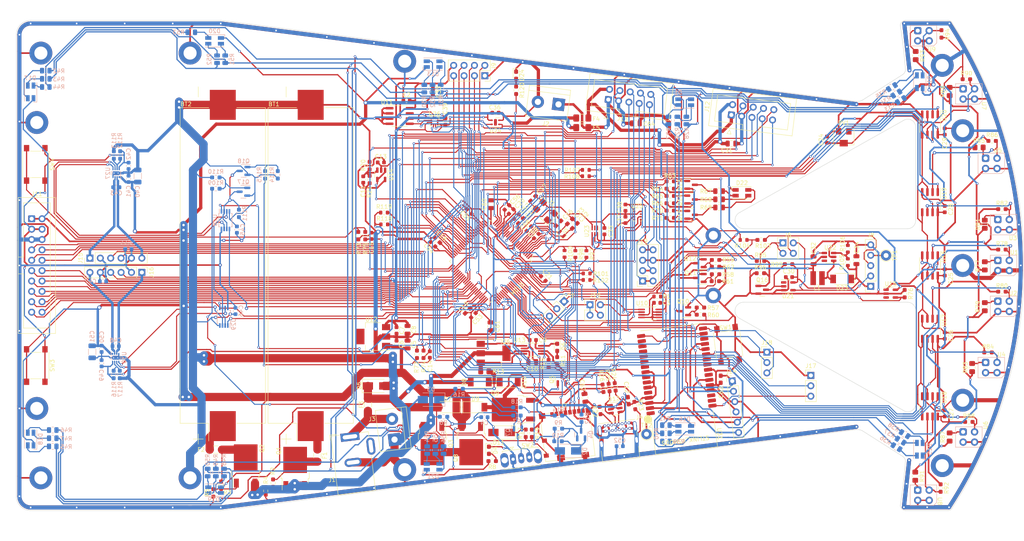
<source format=kicad_pcb>
(kicad_pcb (version 20211014) (generator pcbnew)
  (layers (0 "F.Cu" signal) (31 "B.Cu" signal) (34 "B.Paste" user) (35 "F.Paste" user) (36 "B.SilkS" user "B.Silkscreen") (37 "F.SilkS" user "F.Silkscreen") (38 "B.Mask" user) (39 "F.Mask" user) (44 "Edge.Cuts" user))
  (net 0 "")
  (net 1 "Net-(C10-Pad1)")
  (net 2 "/BUTTON_1")
  (net 3 "/BUTTON_2")
  (net 4 "Net-(C16-Pad2)")
  (net 5 "Net-(C17-Pad2)")
  (net 6 "Net-(C18-Pad2)")
  (net 7 "Net-(C19-Pad2)")
  (net 8 "/BARREL_JACK_BUS")
  (net 9 "Net-(D24-Pad2)")
  (net 10 "Net-(C22-Pad1)")
  (net 11 "Net-(C23-Pad1)")
  (net 12 "/line_sensors/REF")
  (net 13 "+5V")
  (net 14 "Net-(C43-Pad1)")
  (net 15 "Net-(C48-Pad1)")
  (net 16 "Net-(C48-Pad2)")
  (net 17 "Net-(D1-Pad2)")
  (net 18 "Net-(D1-Pad3)")
  (net 19 "Net-(D1-Pad4)")
  (net 20 "Net-(D13-Pad2)")
  (net 21 "Net-(D13-Pad3)")
  (net 22 "Net-(D13-Pad4)")
  (net 23 "Net-(D14-Pad2)")
  (net 24 "Net-(D14-Pad3)")
  (net 25 "Net-(D14-Pad4)")
  (net 26 "Net-(D15-Pad2)")
  (net 27 "Net-(D15-Pad3)")
  (net 28 "Net-(D15-Pad4)")
  (net 29 "Net-(D16-Pad2)")
  (net 30 "Net-(D16-Pad3)")
  (net 31 "Net-(D16-Pad4)")
  (net 32 "Net-(D17-Pad2)")
  (net 33 "Net-(D17-Pad3)")
  (net 34 "Net-(D17-Pad4)")
  (net 35 "Net-(D18-Pad2)")
  (net 36 "/SD_CS")
  (net 37 "/SD_DATA_IN")
  (net 38 "/SD_CLK")
  (net 39 "/SD_DATA_OUT")
  (net 40 "/ESP_TX")
  (net 41 "/ESP_GPIO2")
  (net 42 "/ESP_CH_PD{slash}EN")
  (net 43 "Net-(D18-Pad3)")
  (net 44 "Net-(D18-Pad4)")
  (net 45 "/ESP_GPIO0")
  (net 46 "/ESP_RST")
  (net 47 "Net-(D19-Pad2)")
  (net 48 "Net-(D19-Pad3)")
  (net 49 "Net-(D19-Pad4)")
  (net 50 "/ESP_RX")
  (net 51 "/PRH_SCL")
  (net 52 "/PRH_SDA")
  (net 53 "/EXT0")
  (net 54 "/EXT1")
  (net 55 "/EXT2")
  (net 56 "Net-(D20-Pad2)")
  (net 57 "/EXT3")
  (net 58 "/EXT4")
  (net 59 "/EXT5")
  (net 60 "/EXT6")
  (net 61 "/EXT7")
  (net 62 "/EXT8")
  (net 63 "/EXT9")
  (net 64 "/EXT10")
  (net 65 "/EXT11")
  (net 66 "/MODULE_SCL")
  (net 67 "/MODULE_SDA")
  (net 68 "/MINI_A_0")
  (net 69 "/MINI_A_1")
  (net 70 "/MINI_A_2")
  (net 71 "/MINI_A_3")
  (net 72 "/MINI_A_4")
  (net 73 "/MINI_B_0")
  (net 74 "/MINI_B_1")
  (net 75 "/MINI_B_2")
  (net 76 "/MINI_B_3")
  (net 77 "/MINI_B_4")
  (net 78 "/MCU/STLINK_SWCLK")
  (net 79 "/MCU/STLINK_SWDIO")
  (net 80 "/MCU/STLINK_SWO")
  (net 81 "/ENC_L_A")
  (net 82 "/ENC_L_B")
  (net 83 "/ENC_R_A")
  (net 84 "Net-(D20-Pad3)")
  (net 85 "/ENC_R_B")
  (net 86 "Net-(J17-Pad2)")
  (net 87 "Net-(J17-Pad3)")
  (net 88 "Net-(J18-Pad2)")
  (net 89 "Net-(J18-Pad3)")
  (net 90 "/SONAR_ECHO")
  (net 91 "/LED_USER_R")
  (net 92 "/LED_USER_G")
  (net 93 "/LED_USER_B")
  (net 94 "/VOLTAGE_MONITOR")
  (net 95 "/SONAR_ENA")
  (net 96 "/SENSORS_ENABLE")
  (net 97 "/LED_DECOR_R")
  (net 98 "/LED_DECOR_G")
  (net 99 "/LED_DECOR_B")
  (net 100 "/DEBUG_LED")
  (net 101 "/SENSOR_6")
  (net 102 "/SENSOR_7")
  (net 103 "/SENSOR_8")
  (net 104 "/SENSOR_9")
  (net 105 "/INT_ACC")
  (net 106 "/INT_MAG")
  (net 107 "/MOTOR_R_EN")
  (net 108 "Net-(D20-Pad4)")
  (net 109 "/MOTOR_R_PH")
  (net 110 "/MOTOR_L_EN")
  (net 111 "/MOTOR_L_PH")
  (net 112 "/USB_DM")
  (net 113 "/USB_DP")
  (net 114 "/USB_DP_PULL")
  (net 115 "/MCU/STLINK_VCP_RX")
  (net 116 "/MCU/STLINK_VCP_TX")
  (net 117 "/SENSOR_1")
  (net 118 "/SENSOR_2")
  (net 119 "/SENSOR_3")
  (net 120 "/SENSOR_4")
  (net 121 "/SENSOR_5")
  (net 122 "/SONAR_TRIG")
  (net 123 "/SD_DETECT")
  (net 124 "Net-(TP2-Pad1)")
  (net 129 "Net-(D21-Pad2)")
  (net 136 "Net-(BT1-Pad1)")
  (net 137 "GND")
  (net 138 "Net-(BT2-Pad1)")
  (net 139 "/MCU/NRST")
  (net 140 "+3V3")
  (net 141 "Net-(C4-Pad1)")
  (net 142 "+VDC")
  (net 143 "Net-(D2-Pad1)")
  (net 144 "Net-(C9-Pad1)")
  (net 145 "Net-(C11-Pad1)")
  (net 146 "Net-(D4-Pad2)")
  (net 147 "VBUS")
  (net 148 "Net-(D21-Pad3)")
  (net 149 "Net-(Q1-Pad1)")
  (net 150 "Net-(D21-Pad4)")
  (net 151 "Net-(Q2-Pad1)")
  (net 152 "Net-(R1-Pad2)")
  (net 153 "Net-(D22-Pad2)")
  (net 156 "Net-(D22-Pad3)")
  (net 157 "Net-(D22-Pad4)")
  (net 158 "Net-(D23-Pad2)")
  (net 159 "Net-(F3-Pad2)")
  (net 160 "Net-(D3-Pad1)")
  (net 162 "Net-(D6-Pad1)")
  (net 163 "Net-(D6-Pad2)")
  (net 164 "/Power/CHARGE_POW_INPUT")
  (net 165 "Net-(D10-Pad2)")
  (net 166 "Net-(D11-Pad1)")
  (net 167 "Net-(D12-Pad1)")
  (net 168 "Net-(D12-Pad4)")
  (net 169 "Net-(F1-Pad2)")
  (net 170 "Net-(F2-Pad2)")
  (net 171 "Net-(J5-Pad2)")
  (net 172 "Net-(Q3-Pad2)")
  (net 173 "Net-(Q4-Pad3)")
  (net 174 "Net-(Q5-Pad1)")
  (net 175 "Net-(Q5-Pad3)")
  (net 176 "Net-(Q6-Pad1)")
  (net 177 "Net-(Q6-Pad3)")
  (net 178 "/Peripherals/TRIG_RAW")
  (net 179 "Net-(R15-Pad2)")
  (net 180 "Net-(J4-PadA5)")
  (net 181 "Net-(J4-PadB5)")
  (net 183 "/Peripherals/ECHO_RAW")
  (net 186 "Net-(J8-Pad4)")
  (net 187 "Net-(Q7-Pad2)")
  (net 188 "Net-(Q7-Pad3)")
  (net 189 "Net-(Q10-Pad1)")
  (net 190 "/UI/RED")
  (net 191 "Net-(Q11-Pad1)")
  (net 192 "/UI/GREEN")
  (net 193 "Net-(Q12-Pad1)")
  (net 194 "/UI/BLUE")
  (net 195 "Net-(Q13-Pad1)")
  (net 196 "Net-(Q13-Pad3)")
  (net 197 "Net-(Q14-Pad1)")
  (net 198 "Net-(Q14-Pad3)")
  (net 199 "Net-(Q15-Pad1)")
  (net 200 "Net-(Q15-Pad3)")
  (net 201 "Net-(Q16-Pad1)")
  (net 202 "Net-(Q16-Pad3)")
  (net 203 "Net-(Q17-Pad1)")
  (net 204 "/Drive/CUTOFF")
  (net 205 "Net-(Q18-Pad1)")
  (net 206 "Net-(R72-Pad2)")
  (net 207 "Net-(R73-Pad2)")
  (net 208 "Net-(R77-Pad1)")
  (net 209 "Net-(R77-Pad2)")
  (net 210 "/line_sensors/S1")
  (net 211 "Net-(R79-Pad2)")
  (net 212 "/line_sensors/S2")
  (net 213 "Net-(R81-Pad2)")
  (net 214 "/line_sensors/S3")
  (net 215 "Net-(R83-Pad2)")
  (net 216 "/line_sensors/S4")
  (net 217 "Net-(R85-Pad2)")
  (net 218 "/line_sensors/S5")
  (net 219 "Net-(R87-Pad2)")
  (net 220 "/line_sensors/S6")
  (net 221 "Net-(R89-Pad2)")
  (net 222 "/line_sensors/S7")
  (net 223 "Net-(R91-Pad2)")
  (net 224 "/line_sensors/S8")
  (net 225 "Net-(R93-Pad2)")
  (net 226 "/line_sensors/S9")
  (net 227 "Net-(R105-Pad2)")
  (net 228 "Net-(R112-Pad2)")
  (net 229 "Net-(R116-Pad2)")
  (net 230 "Net-(C43-Pad2)")
  (net 245 "/Drive/L_EN")
  (net 246 "/Drive/L_PH")
  (net 247 "/Drive/R_EN")
  (net 248 "/Drive/R_PH")
  (net 251 "Net-(J12-Pad2)")
  (net 252 "Net-(J12-Pad1)")
  (footprint "RPR_220:RPR_220" (layer "F.Cu") (at 260 107.5)
    (fp_text reference "U4")
    (fp_text value "RPR-220")
  )
  (footprint "Resistor_SMD:R_0603_1608Metric_Pad0.98x0.95mm_HandSolder" (layer "F.Cu") (at 253.9 36.9)
    (fp_text reference "R90")
    (fp_text value "3k3 1%")
  )
  (footprint "Capacitor_SMD:C_0603_1608Metric" (layer "F.Cu") (at 143.8 70.5 45)
    (fp_text reference "C57")
    (fp_text value "100n 50V")
  )
  (footprint "Resistor_SMD:R_0603_1608Metric_Pad0.98x0.95mm_HandSolder" (layer "F.Cu") (at 107.91 58.0575 -90)
    (fp_text reference "R20")
    (fp_text value "100k 1%")
  )
  (footprint "Diode_SMD:D_SMA" (layer "F.Cu") (at 109.5 112)
    (fp_text reference "D5")
    (fp_text value "TVS")
  )
  (footprint "Capacitor_SMD:C_0805_2012Metric" (layer "F.Cu") (at 227 81.2 90)
    (fp_text reference "C34")
    (fp_text value "10u 25V")
  )
  (footprint "Resistor_SMD:R_0603_1608Metric_Pad0.98x0.95mm_HandSolder" (layer "F.Cu") (at 203.5 84.4)
    (fp_text reference "R96")
    (fp_text value "10k 1%")
  )
  (footprint "RPR_220:RPR_220" (layer "F.Cu") (at 260 57.5)
    (fp_text reference "U5")
    (fp_text value "RPR-220")
  )
  (footprint "Resistor_SMD:R_0603_1608Metric_Pad0.98x0.95mm_HandSolder" (layer "F.Cu") (at 143.76 39.6075 -90)
    (fp_text reference "R120")
    (fp_text value "10k 1%")
  )
  (footprint "Diode_SMD:D_SOD-128" (layer "F.Cu") (at 133.8 117.2)
    (fp_text reference "D9")
    (fp_text value "30V 5A")
  )
  (footprint "Capacitor_SMD:C_0805_2012Metric" (layer "F.Cu") (at 173.05 47.7 180)
    (fp_text reference "C64")
    (fp_text value "4.7u 10V")
  )
  (footprint "Resistor_SMD:R_0603_1608Metric" (layer "F.Cu") (at 178.3 90.1 180)
    (fp_text reference "R1")
    (fp_text value "47k 1%")
  )
  (footprint "Capacitor_SMD:C_0805_2012Metric" (layer "F.Cu") (at 216.5 81.25 -90)
    (fp_text reference "C32")
    (fp_text value "10u 25V")
  )
  (footprint "Package_TO_SOT_SMD:SOT-23" (layer "F.Cu") (at 188.7 85.55 180)
    (fp_text reference "Q11")
    (fp_text value "2N7002NXAK")
  )
  (footprint "Diode_SMD:D_SOD-128" (layer "F.Cu") (at 134.85 111.05 180)
    (fp_text reference "D8")
    (fp_text value "30V 5A")
  )
  (footprint "Resistor_SMD:R_0603_1608Metric_Pad0.98x0.95mm_HandSolder" (layer "F.Cu") (at 262.6 88.9)
    (fp_text reference "R80")
    (fp_text value "3k3 1%")
  )
  (footprint "Package_SO:SOIC-8_3.9x4.9mm_P1.27mm" (layer "F.Cu") (at 245 67 -90)
    (fp_text reference "U19")
    (fp_text value "LM393")
  )
  (footprint "Resistor_SMD:R_0603_1608Metric" (layer "F.Cu") (at 160.8 59.1)
    (fp_text reference "R107")
    (fp_text value "2k2 1%")
  )
  (footprint "Package_TO_SOT_SMD:SOT-23" (layer "F.Cu") (at 184.9 93.7 180)
    (fp_text reference "Q10")
    (fp_text value "2N7002NXAK")
  )
  (footprint "LED_SMD:LED_0603_1608Metric_Pad1.05x0.95mm_HandSolder" (layer "F.Cu") (at 153.8 102.55 -90)
    (fp_text reference "D6")
    (fp_text value "LED G")
  )
  (footprint "Package_SO:SOIC-8_3.9x4.9mm_P1.27mm" (layer "F.Cu") (at 245 82.5 -90)
    (fp_text reference "U16")
    (fp_text value "LM393")
  )
  (footprint "Resistor_SMD:R_0805_2012Metric_Pad1.20x1.40mm_HandSolder" (layer "F.Cu") (at 257 53.6)
    (fp_text reference "R85")
    (fp_text value "147R 1%")
  )
  (footprint "Package_TO_SOT_SMD:TO-252-2" (layer "F.Cu") (at 123.3 126.1 -90)
    (fp_text reference "Q3")
    (fp_text value "PMOS")
  )
  (footprint "Button_Switch_THT:SW_Slide_1P2T_CK_OS102011MS2Q" (layer "F.Cu") (at 143.014908 129.943739 7)
    (fp_text reference "SW2")
    (fp_text value "OS102011MS2QN1")
  )
  (footprint "Resistor_SMD:R_0603_1608Metric_Pad0.98x0.95mm_HandSolder" (layer "F.Cu") (at 262.6 68.7)
    (fp_text reference "R82")
    (fp_text value "3k3 1%")
  )
  (footprint "Package_TO_SOT_SMD:TO-252-2" (layer "F.Cu") (at 89.7 132.2 90)
    (fp_text reference "Q1")
    (fp_text value "PMOS")
  )
  (footprint "Resistor_SMD:R_0603_1608Metric_Pad0.98x0.95mm_HandSolder" (layer "F.Cu") (at 84.3 135.8 -90)
    (fp_text reference "R2")
    (fp_text value " 1Meg 1%")
  )
  (footprint "Package_SO:MSOP-8_3x3mm_P0.65mm" (layer "F.Cu") (at 147.8 103.15)
    (fp_text reference "U13")
    (fp_text value "ADP2291")
  )
  (footprint "Package_SO:SOIC-8_3.9x4.9mm_P1.27mm" (layer "F.Cu") (at 245 98 -90)
    (fp_text reference "U17")
    (fp_text value "LM393")
  )
  (footprint "Resistor_SMD:R_0603_1608Metric_Pad0.98x0.95mm_HandSolder" (layer "F.Cu") (at 147.6 123.5875 -90)
    (fp_text reference "R19")
    (fp_text value "10k 1%")
  )
  (footprint "Resistor_SMD:R_0805_2012Metric_Pad1.20x1.40mm_HandSolder" (layer "F.Cu") (at 249.8 39.9 90)
    (fp_text reference "R89")
    (fp_text value "147R 1%")
  )
  (footprint "Capacitor_SMD:C_0603_1608Metric_Pad1.08x0.95mm_HandSolder" (layer "F.Cu") (at 147.9 66.1 -135)
    (fp_text reference "C17")
    (fp_text value "20p 10V")
  )
  (footprint "Capacitor_SMD:C_0805_2012Metric" (layer "F.Cu") (at 137.5 97.4 -90)
    (fp_text reference "C61")
    (fp_text value "4.7u 10V")
  )
  (footprint "Capacitor_SMD:C_0603_1608Metric_Pad1.08x0.95mm_HandSolder" (layer "F.Cu") (at 171.2 115.6 -83)
    (fp_text reference "C12")
    (fp_text value "1u 10V")
  )
  (footprint "Fuse:Fuse_1206_3216Metric_Pad1.42x1.75mm_HandSolder" (layer "F.Cu") (at 107.5 116.6 -90)
    (fp_text reference "F3")
    (fp_text value "5A SLOW")
  )
  (footprint "Resistor_SMD:R_0603_1608Metric_Pad0.98x0.95mm_HandSolder" (layer "F.Cu") (at 203.55 81.4)
    (fp_text reference "R95")
    (fp_text value "10R 1%")
  )
  (footprint "Sensor_Humidity:Sensirion_DFN-4-1EP_2x2mm_P1mm_EP0.7x1.6mm" (layer "F.Cu") (at 138.7 47.45)
    (fp_text reference "U24")
    (fp_text value "SHTC3")
  )
  (footprint "Capacitor_SMD:C_0603_1608Metric" (layer "F.Cu") (at 138.7 45.1 180)
    (fp_text reference "C36")
    (fp_text value "100n 50V")
  )
  (footprint "Resistor_SMD:R_0603_1608Metric" (layer "F.Cu") (at 199.4 76.25 180)
    (fp_text reference "R104")
    (fp_text value "10k 1%")
  )
  (footprint "Capacitor_SMD:C_0805_2012Metric" (layer "F.Cu") (at 147.7 106.15)
    (fp_text reference "C10")
    (fp_text value "10u 10V")
  )
  (footprint "Resistor_SMD:R_0603_1608Metric_Pad0.98x0.95mm_HandSolder" (layer "F.Cu") (at 166.495765 112.383479 97)
    (fp_text reference "R25")
    (fp_text value "0R")
  )
  (footprint "Resistor_SMD:R_0805_2012Metric_Pad1.20x1.40mm_HandSolder" (layer "F.Cu") (at 241.4 134.1 -90)
    (fp_text reference "R91")
    (fp_text value "147R 1%")
  )
  (footprint "Resistor_SMD:R_0603_1608Metric" (layer "F.Cu") (at 158.25 79.7 -90)
    (fp_text reference "R98")
    (fp_text value "4k7 1%")
  )
  (footprint "Resistor_SMD:R_0603_1608Metric_Pad0.98x0.95mm_HandSolder" (layer "F.Cu") (at 82.5 137.7 -90)
    (fp_text reference "R4")
    (fp_text value " 10k 1%")
  )
  (footprint "RPR_220:RPR_220" (layer "F.Cu") (at 254.5 124.5)
    (fp_text reference "U6")
    (fp_text value "RPR-220")
  )
  (footprint "Resistor_SMD:R_0805_2012Metric" (layer "F.Cu") (at 193.4 68.3)
    (fp_text reference "R69")
    (fp_text value "330R 5%")
  )
  (footprint "Capacitor_SMD:C_0603_1608Metric_Pad1.08x0.95mm_HandSolder" (layer "F.Cu") (at 193.8 110.3625 -90)
    (fp_text reference "C63")
    (fp_text value "1u 10V")
  )
  (footprint "Resistor_SMD:R_0805_2012Metric_Pad1.20x1.40mm_HandSolder" (layer "F.Cu") (at 258.4 82.6 90)
    (fp_text reference "R77")
    (fp_text value "147R 1%")
  )
  (footprint "Capacitor_SMD:C_0603_1608Metric" (layer "F.Cu") (at 170.5 68.35 -90)
    (fp_text reference "C38")
    (fp_text value "100n 50V")
  )
  (footprint "Resistor_SMD:R_0603_1608Metric" (layer "F.Cu") (at 224.9 78.4 90)
    (fp_text reference "R106")
    (fp_text value "15k 1%")
  )
  (footprint "Fuse:Fuse_1206_3216Metric_Pad1.42x1.75mm_HandSolder" (layer "F.Cu") (at 159.95 46.4 180)
    (fp_text reference "F4")
    (fp_text value "200mA SLOW")
  )
  (footprint "Capacitor_SMD:C_0603_1608Metric" (layer "F.Cu") (at 148.7 75.3 45)
    (fp_text reference "C59")
    (fp_text value "100n 50V")
  )
  (footprint "Connector_IDC:IDC-Header_2x05_P2.54mm_Vertical" (layer "F.Cu") (at 196.403092 45.641437 83)
    (fp_text reference "J12")
    (fp_text value "MINI_MOD_A")
  )
  (footprint "Connector_PinHeader_2.54mm:PinHeader_1x06_P2.54mm_Vertical" (layer "F.Cu") (at 52.2 84.2 -90)
    (fp_text reference "J16")
    (fp_text value "Motor_R")
  )
  (footprint "Resistor_SMD:R_0603_1608Metric_Pad0.98x0.95mm_HandSolder" (layer "F.Cu") (at 181.45 69.06)
    (fp_text reference "R70")
    (fp_text value "100R 1%")
  )
  (footprint "RPR_220:RPR_220" (layer "F.Cu") (at 243.4 26.25)
    (fp_text reference "U9")
    (fp_text value "RPR-220")
  )
  (footprint "Resistor_SMD:R_0603_1608Metric" (layer "F.Cu") (at 161 84.45 180)
    (fp_text reference "R101")
    (fp_text value "10k 1%")
  )
  (footprint "Resistor_SMD:R_0603_1608Metric_Pad0.98x0.95mm_HandSolder" (layer "F.Cu") (at 210.4 82.2)
    (fp_text reference "R99")
    (fp_text value "4k7 1%")
  )
  (footprint "WE_830056583:830056583" (layer "F.Cu") (at 148.743325 68.66967 135)
    (fp_text reference "Y1")
    (fp_text value "830056583")
  )
  (footprint "Diode_SMD:D_SMA" (layer "F.Cu") (at 140.2 123.4 180)
    (fp_text reference "D11")
    (fp_text value "5.1V")
  )
  (footprint "Resistor_SMD:R_0603_1608Metric_Pad0.98x0.95mm_HandSolder" (layer "F.Cu") (at 192.55 82.8 180)
    (fp_text reference "R62")
    (fp_text value "10k 1%")
  )
  (footprint "Capacitor_SMD:C_0603_1608Metric_Pad1.08x0.95mm_HandSolder" (layer "F.Cu") (at 126.45 47.25 90)
    (fp_text reference "C39")
    (fp_text value "100n 50V")
  )
  (footprint "Resistor_SMD:R_0603_1608Metric_Pad0.98x0.95mm_HandSolder" (layer "F.Cu") (at 151.7 106.55 90)
    (fp_text reference "R15")
    (fp_text value "100k 1%")
  )
  (footprint "MountingHole:MountingHole_3.2mm_M3_DIN965_Pad" (layer "F.Cu") (at 64 134.5)
    (fp_text reference "H7" hide)
    (fp_text value "Motor_hole")
  )
  (footprint "RPR_220:RPR_220" (layer "F.Cu") (at 243.4 138.75)
    (fp_text reference "U8")
    (fp_text value "RPR-220")
  )
  (footprint "Capacitor_SMD:C_0603_1608Metric" (layer "F.Cu") (at 147.85 100.75 180)
    (fp_text reference "C9")
    (fp_text value "100n 50V")
  )
  (footprint "MountingHole:MountingHole_3.2mm_M3_DIN965_Pad" (layer "F.Cu") (at 64 30.5)
    (fp_text reference "H2" hide)
    (fp_text value "Motor_hole")
  )
  (footprint "Resistor_SMD:R_0603_1608Metric_Pad0.98x0.95mm_HandSolder" (layer "F.Cu") (at 238.8 89.4 90)
    (fp_text reference "R76")
    (fp_text value "10k 1%")
  )
  (footprint "Capacitor_SMD:C_0603_1608Metric" (layer "F.Cu") (at 248.6 49.7 90)
    (fp_text reference "C29")
    (fp_text value "100n 50V")
  )
  (footprint "Button_Switch_SMD:SW_Push_1P1T_NO_6x6mm_H9.5mm" (layer "F.Cu") (at 26.25 107 -90)
    (fp_text reference "SW3")
    (fp_text value "BTN")
  )
  (footprint "MountingHole:MountingHole_3.2mm_M3_DIN965_Pad" (layer "F.Cu") (at 27.5 134.5)
    (fp_text reference "H8" hide)
    (fp_text value "Motor_hole")
  )
  (footprint "Resistor_SMD:R_0603_1608Metric_Pad0.98x0.95mm_HandSolder" (layer "F.Cu") (at 181.45 67.27)
    (fp_text reference "R66")
    (fp_text value "10k 1%")
  )
  (footprint "Resistor_SMD:R_0805_2012Metric_Pad1.20x1.40mm_HandSolder" (layer "F.Cu") (at 258.4 72.4 90)
    (fp_text reference "R81")
    (fp_text value "147R 1%")
  )
  (footprint "Resistor_SMD:R_0805_2012Metric" (layer "F.Cu") (at 193.4 64.3)
    (fp_text reference "R67")
    (fp_text value "330R 5%")
  )
  (footprint "Package_TO_SOT_SMD:SOT-23-5" (layer "F.Cu") (at 210.35 87.6)
    (fp_text reference "U21")
    (fp_text value "SN74LVC1G14DBV")
  )
  (footprint "Connector_PinHeader_2.54mm:PinHeader_1x03_P2.54mm_Vertical" (layer "F.Cu") (at 205.1 103.725)
    (fp_text reference "J18")
    (fp_text value "I2C_Bridge")
  )
  (footprint "MountingHole:MountingHole_3.2mm_M3_DIN965_Pad" (layer "F.Cu") (at 253 82.5)
    (fp_text reference "H12" hide)
    (fp_text value "Bumber_hole")
  )
  (footprint "Resistor_SMD:R_0603_1608Metric" (layer "F.Cu") (at 111.45 69.55)
    (fp_text reference "R119")
    (fp_text value "2k2 1%")
  )
  (footprint "Capacitor_SMD:C_0603_1608Metric_Pad1.08x0.95mm_HandSolder" (layer "F.Cu") (at 156.9 71.7 45)
    (fp_text reference "C23")
    (fp_text value "16p 10V")
  )
  (footprint "Potentiometer_SMD:Potentiometer_Bourns_3224W_Vertical" (layer "F.Cu") (at 223.9 51.1)
    (fp_text reference "RV1")
    (fp_text value "100k POT")
  )
  (footprint "Diode_SMD:D_SOD-128" (layer "F.Cu") (at 141.95 111.05)
    (fp_text reference "D10")
    (fp_text value "30V 5A")
  )
  (footprint "Capacitor_SMD:C_0603_1608Metric_Pad1.08x0.95mm_HandSolder" (layer "F.Cu") (at 144.9 71.6 45)
    (fp_text reference "C1")
    (fp_text value "100n 50V")
  )
  (footprint "Capacitor_SMD:C_0603_1608Metric" (layer "F.Cu") (at 248.6 68.7 90)
    (fp_text reference "C28")
    (fp_text value "100n 50V")
  )
  (footprint "Capacitor_SMD:C_0603_1608Metric_Pad1.08x0.95mm_HandSolder" (layer "F.Cu") (at 158.1 72.8 45)
    (fp_text reference "C22")
    (fp_text value "16p 10V")
  )
  (footprint "Resistor_SMD:R_0603_1608Metric_Pad0.98x0.95mm_HandSolder" (layer "F.Cu") (at 192.55 81.15 180)
    (fp_text reference "R59")
    (fp_text value "100R 1%")
  )
  (footprint "TerminalBlock:TerminalBlock_bornier-2_P5.08mm" (layer "F.Cu") (at 154.121068 43.059548 173)
    (fp_text reference "J2")
    (fp_text value "POWER_OUT")
  )
  (footprint "Package_TO_SOT_SMD:SOT-23" (layer "F.Cu") (at 188.7 81.95 180)
    (fp_text reference "Q12")
    (fp_text value "2N7002NXAK")
  )
  (footprint "TerminalBlock:TerminalBlock_bornier-2_P5.08mm" (layer "F.Cu") (at 114.009548 125.121068 97)
    (fp_text reference "J3")
    (fp_text value "CHG_IN")
  )
  (footprint "RPR_220:RPR_220" (layer "F.Cu") (at 263 82.5)
    (fp_text reference "U1")
    (fp_text value "RPR-220")
  )
  (footprint "Resistor_SMD:R_0603_1608Metric_Pad0.98x0.95mm_HandSolder" (layer "F.Cu") (at 146.1 123.5875 -90)
    (fp_text reference "R17")
    (fp_text value " 100R 1%")
  )
  (footprint "Capacitor_SMD:C_0603_1608Metric_Pad1.08x0.95mm_HandSolder" (layer "F.Cu") (at 124.5 76.3 -45)
    (fp_text reference "C18")
    (fp_text value "2u2 6.3V")
  )
  (footprint "Capacitor_SMD:C_0603_1608Metric" (layer "F.Cu") (at 248.6 118.7 90)
    (fp_text reference "C27")
    (fp_text value "100n 50V")
  )
  (footprint "Resistor_SMD:R_0603_1608Metric_Pad0.98x0.95mm_HandSolder" (layer "F.Cu") (at 260.2 52)
    (fp_text reference "R86")
    (fp_text value "3k3 1%")
  )
  (footprint "Connector_PinHeader_2.54mm:PinHeader_1x03_P2.54mm_Vertical" (layer "F.Cu") (at 215.85 109.425)
    (fp_text reference "J17")
    (fp_text value "UART_Bridge")
  )
  (footprint "Resistor_SMD:R_0603_1608Metric_Pad0.98x0.95mm_HandSolder" (layer "F.Cu") (at 262.6 78.6)
    (fp_text reference "R78")
    (fp_text value "3k3 1%")
  )
  (footprint "Package_TO_SOT_SMD:SOT-223-3_TabPin2" (layer "F.Cu") (at 108.8 99.9 180)
    (fp_text reference "U12")
    (fp_text value "TC1108-3.3")
  )
  (footprint "Capacitor_SMD:C_0603_1608Metric" (layer "F.Cu") (at 165.35 74.1 90)
    (fp_text reference "C35")
    (fp_text value "1u 50V")
  )
  (footprint "Connector_IDC:IDC-Header_2x10_P2.54mm_Vertical" (layer "F.Cu") (at 25.2475 71.07)
    (fp_text reference "J11")
    (fp_text value "EXT_MODULE")
  )
  (footprint "GCT_USB4085:USB_C_Receptacle_GCT_USB4085" (layer "F.Cu") (at 165.456652 121.767563 7)
    (fp_text reference "J4")
    (fp_text value "USB4085")
  )
  (footprint "Connector_Card:microSD_HC_Molex_104031-0811" (layer "F.Cu") (at 156.3 124 7)
    (fp_text reference "J7")
    (fp_text value "Molex 104031-0811")
  )
  (footprint "Capacitor_SMD:C_0603_1608Metric" (layer "F.Cu") (at 114.5 101.7 90)
    (fp_text reference "C6")
    (fp_text value "100n 50V")
  )
  (footprint "Connector_PinHeader_2.54mm:PinHeader_1x06_P2.54mm_Vertical" (layer "F.Cu") (at 196.62613 110.797332 7)
    (fp_text reference "J14")
    (fp_text value "AUX_PROG")
  )
  (footprint "Package_LGA:Bosch_LGA-8_2x2.5mm_P0.65mm_ClockwisePinNumbering" (layer "F.Cu") (at 173.45 70.25 -90)
    (fp_text reference "U25")
    (fp_text value "DPS310XTSA1")
  )
  (footprint "Connector_PinHeader_2.54mm:PinHeader_2x02_P2.54mm_Vertical" (layer "F.Cu") (at 209.025 76.975)
    (fp_text reference "J6")
    (fp_text value "SONAR_MONITOR")
  )
  (footprint "Capacitor_SMD:C_0603_1608Metric" (layer "F.Cu") (at 150.4 85.7 -45)
    (fp_text reference "C21")
    (fp_text value "100n 50V")
  )
  (footprint "Resistor_SMD:R_0805_2012Metric_Pad1.20x1.40mm_HandSolder" (layer "F.Cu") (at 241.5 31.1 90)
    (fp_text reference "R93")
    (fp_text value "147R 1%")
  )
  (footprint "Package_TO_SOT_SMD:SOT-223-3_TabPin2" (layer "F.Cu") (at 138.25 104)
    (fp_text reference "Q6")
    (fp_text value "FZT549")
  )
  (footprint "Resistor_SMD:R_0603_1608Metric_Pad0.98x0.95mm_HandSolder" (layer "F.Cu") (at 181.45 70.85)
    (fp_text reference "R71")
    (fp_text value "10k 1%")
  )
  (footprint "Resistor_SMD:R_0603_1608Metric" (layer "F.Cu") (at 155.6 79.65 -90)
    (fp_text reference "R100")
    (fp_text value "4k7 1%")
  )
  (footprint "Resistor_SMD:R_0603_1608Metric" (layer "F.Cu") (at 161 86.05 180)
    (fp_text reference "R102")
    (fp_text value "4k7 1%")
  )
  (footprint "Connector_PinHeader_2.54mm:PinHeader_1x03_P2.54mm_Vertical" (layer "F.Cu") (at 155.496051 91.303949 -45)
    (fp_text reference "J5")
    (fp_text value "BOOT_SEL")
  )
  (footprint "Inductor_SMD:L_Wuerth_MAPI-3020" (layer "F.Cu") (at 217.5 85.6)
    (fp_text reference "L1")
    (fp_text value "4.7uH")
  )
  (footprint "MountingHole:MountingHole_3.2mm_M3_DIN965_Pad" (layer "F.Cu") (at 248 33.5)
    (fp_text reference "H14" hide)
    (fp_text value "Bumber_hole")
  )
  (footprint "MountingHole:MountingHole_2.2mm_M2_DIN965_Pad" (layer "F.Cu") (at 192 89.866)
    (fp_text reference "H6" hide)
    (fp_text value "Caster_hole")
  )
  (footprint "Connector_IDC:IDC-Header_2x05_P2.54mm_Vertical" (layer "F.Cu") (at 166.303092 41.891437 83)
    (fp_text reference "J13")
    (fp_text value "MINI_MOD_B")
  )
  (footprint "Resistor_SMD:R_0603_1608Metric_Pad0.98x0.95mm_HandSolder" (layer "F.Cu") (at 192.55 84.65 180)
    (fp_text reference "R58")
    (fp_text value "100R 1%")
  )
  (footprint "Package_TO_SOT_SMD:TO-252-2" (layer "F.Cu") (at 77.6 131.6 90)
    (fp_text reference "Q2")
    (fp_text value "PMOS")
  )
  (footprint "WE_830062558:830062558" (layer "F.Cu") (at 155.394975 75.294975 135)
    (fp_text reference "Y2")
    (fp_text value "830062558")
  )
  (footprint "RPR_220:RPR_220" (layer "F.Cu") (at 263 92.5)
    (fp_text reference "U2")
    (fp_text value "RPR-220")
  )
  (footprint "Capacitor_SMD:C_0603_1608Metric_Pad1.08x0.95mm_HandSolder" (layer "F.Cu") (at 131.9 93.6 45)
    (fp_text reference "C19")
    (fp_text value "2u2 6.3V")
  )
  (footprint "Connector_PinSocket_2.54mm:PinSocket_2x04_P2.54mm_Vertical" (layer "F.Cu") (at 174.71 86.3 180)
    (fp_text reference "J19")
    (fp_text value "PMOD_I2C")
  )
  (footprint "Capacitor_SMD:C_0603_1608Metric" (layer "F.Cu") (at 170.5 71.35 90)
    (fp_text reference "C37")
    (fp_text value "100n 50V")
  )
  (footprint "Capacitor_SMD:C_0603_1608Metric" (layer "F.Cu") (at 116.95 42.15)
    (fp_text reference "C2")
    (fp_text value "100n 50V")
  )
  (footprint "Fuse:Fuse_1206_3216Metric_Pad1.42x1.75mm_HandSolder" (layer "F.Cu") (at 159.95 48.75 180)
    (fp_text reference "F5")
    (fp_text value "200mA SLOW")
  )
  (footprint "Resistor_SMD:R_0603_1608Metric_Pad0.98x0.95mm_HandSolder" (layer "F.Cu") (at 69.7 138.2 -90)
    (fp_text reference "R5")
    (fp_text value " 10k 1%")
  )
  (footprint "Connector_PinSocket_2.54mm:PinSocket_2x04_P2.54mm_Vertical" (layer "F.Cu") (at 136.1 36.04 -90)
    (fp_text reference "J9")
    (fp_text value "ESP8266-01")
  )
  (footprint "MountingHole:MountingHole_3.2mm_M3_DIN965_Pad" (layer "F.Cu") (at 253 115.5)
    (fp_text reference "H13" hide)
    (fp_text value "Bumber_hole")
  )
  (footprint "Capacitor_SMD:C_0805_2012Metric" (layer "F.Cu") (at 117.2 101.85 90)
    (fp_text reference "C5")
    (fp_text value "4.7u 10V")
  )
  (footprint "Resistor_SMD:R_0603_1608Metric_Pad0.98x0.95mm_HandSolder" (layer "F.Cu") (at 181.45 61.9)
    (fp_text reference "R63")
    (fp_text value "100R 1%")
  )
  (footprint "RPR_220:RPR_220" (layer "F.Cu") (at 254.5 40.5)
    (fp_text reference "U7")
    (fp_text value "RPR-220")
  )
  (footprint "Capacitor_SMD:C_0603_1608Metric" (layer "F.Cu") (at 106.36 61.4575 -90)
    (fp_text reference "C11")
    (fp_text value "100n 50V")
  )
  (footprint "Resistor_SMD:R_0805_2012Metric_Pad1.20x1.40mm_HandSolder" (layer "F.Cu") (at 249.8 124.5 90)
    (fp_text reference "R87")
    (fp_text value "147R 1%")
  )
  (footprint "Resistor_SMD:R_0603_1608Metric_Pad0.98x0.95mm_HandSolder" (layer "F.Cu") (at 259.2 103.8)
    (fp_text reference "R84")
    (fp_text value "3k3 1%")
  )
  (footprint "Connector_PinHeader_2.54mm:PinHeader_2x02_P2.54mm_Vertical" (layer "F.Cu") (at 161.825 92.125)
    (fp_text reference "J10")
    (fp_text value "I2C_MONITOR")
  )
  (footprint "Capacitor_SMD:C_0603_1608Metric" (layer "F.Cu") (at 133.3 94.7 -135)
    (fp_text reference "C53")
    (fp_text value "100n 50V")
  )
  (footprint "Resistor_SMD:R_0805_2012Metric" (layer "F.Cu") (at 193.4 66.3)
    (fp_text reference "R68")
    (fp_text value "330R 5%")
  )
  (footprint "Resistor_SMD:R_0603_1608Metric" (layer "F.Cu") (at 111.5 72.45)
    (fp_text reference "R118")
    (fp_text value "2k2 1%")
  )
  (footprint "Resistor_SMD:R_0603_1608Metric_Pad0.98x0.95mm_HandSolder" (layer "F.Cu") (at 247.8 25.8 90)
    (fp_text reference "R94")
    (fp_text value "3k3 1%")
  )
  (footprint "Capacitor_SMD:C_0603_1608Metric" (layer "F.Cu") (at 123.4 40 -90)
    (fp_text reference "C33")
    (fp_text value "1u 50V")
  )
  (footprint "Package_TO_SOT_SMD:SOT-23-5" (layer "F.Cu") (at 110.75 60.3 -90)
    (fp_text reference "U14")
    (fp_text value "MCP6006R")
  )
  (footprint "Capacitor_SMD:C_0603_1608Metric" (layer "F.Cu") (at 122.65 104.3 -90)
    (fp_text reference "C14")
    (fp_text value "100n 50V")
  )
  (footprint "Resistor_SMD:R_0805_2012Metric_Pad1.20x1.40mm_HandSolder" (layer "F.Cu") (at 136.1 108.45)
    (fp_text reference "R13")
    (fp_text value "150m")
  )
  (footprint "STLINK_V3MODS:STLINK-V3MODS" (layer "F.Cu") (at 183.3 110.2 -173)
    (fp_text reference "U31")
    (fp_text value "STLINK_V3MODS")
  )
  (footprint "Capacitor_SMD:C_0603_1608Metric" (layer "F.Cu") (at 123.4 77.3 135)
    (fp_text reference "C54")
    (fp_text value "100n 50V")
  )
  (footprint "Battery:BatteryHolder_Keystone_1042_1x18650" (layer "F.Cu") (at 72 82.5 90)
    (fp_text reference "BT2")
    (fp_text value "LiION_18650")
  )
  (footprint "Capacitor_SMD:C_0603_1608Metric" (layer "F.Cu") (at 114.5 98.4 -90)
    (fp_text reference "C7")
    (fp_text value "100n 50V")
  )
  (footprint "TestPoint:TestPoint_THTPad_D2.5mm_Drill1.2mm" (layer "F.Cu") (at 234.25 80.05 -90)
    (fp_text reference "TP1")
    (fp_text value "TestPoint")
  )
  (footprint "Button_Switch_SMD:SW_Push_1P1T_NO_6x6mm_H9.5mm" (layer "F.Cu") (at 26.25 57.75 -90)
    (fp_text reference "SW4")
    (fp_text value "BTN")
  )
  (footprint "Capacitor_SMD:C_0603_1608Metric" (layer "F.Cu") (at 248.6 99.675 90)
    (fp_text reference "C26")
    (fp_text value "100n 50V")
  )
  (footprint "MountingHole:MountingHole_3.2mm_M3_DIN965_Pad" (layer "F.Cu") (at 26.5 47.5)
    (fp_text reference "H9" hide)
    (fp_text value "Interface_hole")
  )
  (footprint "Package_TO_SOT_SMD:SOT-23-6" (layer "F.Cu") (at 167.999267 117.551268 7)
    (fp_text reference "D12")
    (fp_text value "ESDA6V1BC6")
  )
  (footprint "LED_SMD:LED_0603_1608Metric_Pad1.05x0.95mm_HandSolder" (layer "F.Cu") (at 143.75 35.925 -90)
    (fp_text reference "D24")
    (fp_text value "LED G")
  )
  (footprint "Capacitor_SMD:C_0603_1608Metric" (layer "F.Cu") (at 132.3 69.3 135)
    (fp_text reference "C55")
    (fp_text value "100n 50V")
  )
  (footprint "Package_TO_SOT_SMD:SOT-23" (layer "F.Cu") (at 186.55 70.1)
    (fp_text reference "Q15")
    (fp_text value "2N7002NXAK")
  )
  (footprint "Package_TO_SOT_SMD:SOT-23" (layer "F.Cu") (at 186.55 66.35)
    (fp_text reference "Q14")
    (fp_text value "2N7002NXAK")
  )
  (footprint "Resistor_SMD:R_0603_1608Metric_Pad0.98x0.95mm_HandSolder" (layer "F.Cu") (at 172.8 116.8 -83)
    (fp_text reference "R23")
    (fp_text value "5k1 1%")
  )
  (footprint "Diode_SMD:D_SOD-128" (layer "F.Cu") (at 223.5 85.8 180)
    (fp_text reference "D23")
    (fp_text value "30V 5A")
  )
  (footprint "Package_LGA:LGA-12_2x2mm_P0.5mm" (layer "F.Cu") (at 123.8 47.25)
    (fp_text reference "U26")
    (fp_text value "MC6470")
  )
  (footprint "MountingHole:MountingHole_3.2mm_M3_DIN965_Pad" (layer "F.Cu") (at 253 49.5)
    (fp_text reference "H15" hide)
    (fp_text value "Bumber_hole")
  )
  (footprint "Capacitor_SMD:C_0603_1608Metric_Pad1.08x0.95mm_HandSolder" (layer "F.Cu") (at 154.1 72.2 45)
    (fp_text reference "C16")
    (fp_text value "20p 10V")
  )
  (footprint "RPR_220:RPR_220" (layer "F.Cu") (at 263 72.5)
    (fp_text reference "U3")
    (fp_text value "RPR-220")
  )
  (footprint "MountingHole:MountingHole_3.2mm_M3_DIN965_Pad" (layer "F.Cu") (at 26.5 117.5)
    (fp_text reference "H5" hide)
    (fp_text value "Interface_hole")
  )
  (footprint "Resistor_SMD:R_0603_1608Metric" (layer "F.Cu") (at 160.8 60.65)
    (fp_text reference "R108")
    (fp_text value "2k2 1%")
  )
  (footprint "Resistor_SMD:R_0603_1608Metric" (layer "F.Cu") (at 160.95 79.7 -90)
    (fp_text reference "R97")
    (fp_text value "4k7 1%")
  )
  (footprint "Fuse:Fuse_1206_3216Metric_Pad1.42x1.75mm_HandSolder" (layer "F.Cu") (at 70.3 127.6)
    (fp_text reference "F2")
    (fp_text value "5A SLOW")
  )
  (footprint "Resistor_SMD:R_0603_1608Metric_Pad0.98x0.95mm_HandSolder" (layer "F.Cu") (at 105.15 75.2 90)
    (fp_text reference "R73")
    (fp_text value "10k 1%")
  )
  (footprint "Capacitor_SMD:C_0603_1608Metric" (layer "F.Cu") (at 110.66 57.27)
    (fp_text reference "C13")
    (fp_text value "100n 50V")
  )
  (footprint "Resistor_SMD:R_0603_1608Metric_Pad0.98x0.95mm_HandSolder" (layer "F.Cu") (at 247.6 137 -90)
    (fp_text reference "R92")
    (fp_text value "3k3 1%")
  )
  (footprint "Capacitor_SMD:C_0805_2012Metric" (layer "F.Cu") (at 117.2 98.25 -90)
    (fp_text reference "C8")
    (fp_text value "4.7u 10V")
  )
  (footprint "Capacitor_SMD:C_0603_1608Metric" (layer "F.Cu") (at 141.5 68.3 45)
    (fp_text reference "C56")
    (fp_text value "100n 50V")
  )
  (footprint "Package_SO:MSOP-8_3x3mm_P0.65mm" (layer "F.Cu") (at 176.55 94.25)
    (fp_text reference "U10")
    (fp_text value "AT30TS75A-XM8M-T")
  )
  (footprint "Resistor_SMD:R_0603_1608Metric_Pad0.98x0.95mm_HandSolder" (layer "F.Cu") (at 181.45 65.48)
    (fp_text reference "R65")
    (fp_text value "100R 1%")
  )
  (footprint "Package_TO_SOT_SMD:SOT-23" (layer "F.Cu") (at 154.9 110.4 90)
    (fp_text reference "Q5")
    (fp_text value "2N7002NXAK")
  )
  (footprint "Capacitor_SMD:C_0603_1608Metric" (layer "F.Cu") (at 219.8 51.7 90)
    (fp_text reference "C24")
    (fp_text value "100n 50V")
  )
  (footprint "Resistor_SMD:R_0603_1608Metric_Pad0.98x0.95mm_HandSolder" (layer "F.Cu") (at 71.6 136.3 -90)
    (fp_text reference "R3")
    (fp_text value " 1Meg 1%")
  )
  (footprint "Connector_PinHeader_2.54mm:PinHeader_1x06_P2.54mm_Vertical" (layer "F.Cu") (at 39.5 80.7 90)
    (fp_text reference "J15")
    (fp_text value "Motor_L")
  )
  (footprint "Capacitor_SMD:C_0805_2012Metric" (layer "F.Cu") (at 160.6 114.9 -83)
    (fp_text reference "C62")
    (fp_text value "4.7u 10V")
  )
  (footprint "Capacitor_SMD:C_0603_1608Metric" (layer "F.Cu") (at 108.35 75.25 90)
    (fp_text reference "C15")
    (fp_text value "100n 50V")
  )
  (footprint "Resistor_SMD:R_0805_2012Metric_Pad1.20x1.40mm_HandSolder" (layer "F.Cu") (at 258.4 92.6 90)
    (fp_text reference "R79")
    (fp_text value "147R 1%")
  )
  (footprint "Resistor_SMD:R_0603_1608Metric" (layer "F.Cu") (at 224.9 81.7 90)
    (fp_text reference "R105")
    (fp_text value "110k 1%")
  )
  (footprint "Resistor_SMD:R_0603_1608Metric_Pad0.98x0.95mm_HandSolder" (layer "F.Cu") (at 106.85 75.2 -90)
    (fp_text reference "R75")
    (fp_text value "100R 1%")
  )
  (footprint "MountingHole:MountingHole_3.2mm_M3_DIN965_Pad" (layer "F.Cu") (at 116.5 132.5)
    (fp_text reference "H10" hide)
    (fp_text value "Interface_hole")
  )
  (footprint "Resistor_SMD:R_0603_1608Metric_Pad0.98x0.95mm_HandSolder" (layer "F.Cu") (at 254.5 120.8)
    (fp_text reference "R88")
    (fp_text value "3k3 1%")
  )
  (footprint "Package_TO_SOT_SMD:SOT-23-6" (layer "F.Cu") (at 220.3 80.4 180)
    (fp_text reference "U22")
    (fp_text value "MT3608")
  )
  (footprint "Resistor_SMD:R_0805_2012Metric_Pad1.20x1.40mm_HandSolder" (layer "F.Cu") (at 255.3 107.5 90)
    (fp_text reference "R83")
    (fp_text value "147R 1%")
  )
  (footprint "Fuse:Fuse_1206_3216Metric_Pad1.42x1.75mm_HandSolder" (layer "F.Cu") (at 95.15 129.05 -90)
    (fp_text reference "F1")
    (fp_text value "5A SLOW")
  )
  (footprint "OptoDevice:Broadcom_DFN-6_2x2mm_P0.65mm" (layer "F.Cu") (at 163 74.1 90)
    (fp_text reference "U23")
    (fp_text value "APDS-9306-065")
  )
  (footprint "Package_SO:SOIC-8_3.9x4.9mm_P1.27mm" (layer "F.Cu") (at 245 48 -90)
    (fp_text reference "U20")
    (fp_text value "LM393")
  )
  (footprint "Resistor_SMD:R_0603_1608Metric_Pad0.98x0.95mm_HandSolder" (layer "F.Cu") (at 181.45 63.69)
    (fp_text reference "R64")
    (fp_text value "10k 1%")
  )
  (footprint "Resistor_SMD:R_0603_1608Metric_Pad0.98x0.95mm_HandSolder" (layer "F.Cu") (at 167.986108 112.213082 97)
    (fp_text reference "R24")
    (fp_text value "0R")
  )
  (footprint "Resistor_SMD:R_0603_1608Metric_Pad0.98x0.95mm_HandSolder" (layer "F.Cu") (at 137.9 130.4 180)
    (fp_text reference "R8")
    (fp_text value "10k 1%")
  )
  (footprint "Capacitor_SMD:C_0603_1608Metric" (layer "F.Cu") (at 210.5 85.35 180)
    (fp_text reference "C30")
    (fp_text value "100n 50V")
  )
  (footprint "Resistor_SMD:R_0603_1608Metric_Pad0.98x0.95mm_HandSolder" (layer "F.Cu") (at 107.91 61.4575 -90)
    (fp_text reference "R21")
    (fp_text value "100k 1%")
  )
  (footprint "Package_TO_SOT_SMD:TO-252-2" (layer "F.Cu") (at 143.1 117.8 180)
    (fp_text reference "Q9")
    (fp_text value "PMOS")
  )
  (footprint "Connector_BarrelJack:BarrelJack_GCT_DCJ200-10-A_Horizontal" (layer "F.Cu") (at 103.111107 124.447332 7)
    (fp_text reference "J1")
    (fp_text value "Barrel_Jack")
  )
  (footprint "Package_TO_SOT_SMD:SOT-23" (layer "F.Cu") (at 203.95 88.45)
    (fp_text reference "Q16")
    (fp_text value "2N7002NXAK")
  )
  (footprint "Capacitor_SMD:C_0603_1608Metric" (layer "F.Cu") (at 248.6 84.2 90)
    (fp_text reference "C25")
    (fp_text value "100n 50V")
  )
  (footprint "Package_QFP:LQFP-100_14x14mm_P0.5mm" (layer "F.Cu") (at 137.5 81.5 -135)
    (fp_text reference "MCU1")
    (fp_text value "STM32F407VGT6")
  )
  (footprint "Resistor_SMD:R_0603_1608Metric_Pad0.98x0.95mm_HandSolder" (layer "F.Cu") (at 203.7 76.25 180)
    (fp_text reference "R103")
    (fp_text value "5k1 1%")
  )
  (footprint "Resistor_SMD:R_0603_1608Metric_Pad0.98x0.95mm_HandSolder" (layer "F.Cu") (at 192.5 86.35 180)
    (fp_text reference "R61")
    (fp_text value "10k 1%")
  )
  (footprint "Resistor_SMD:R_0603_1608Metric_Pad0.98x0.95mm_HandSolder" (layer "F.Cu") (at 165.00847 112.57869 97)
    (fp_text reference "R26")
    (fp_text value "1k5 5%")
  )
  (footprint "Battery:BatteryHolder_Keystone_1042_1x18650" (layer "F.Cu") (at 93.5 82.5 90)
    (fp_text reference "BT1")
    (fp_text value "LiION_18650")
  )
  (footprint "Resistor_SMD:R_0603_1608Metric_Pad0.98x0.95mm_HandSolder" (layer "F.Cu") (at 119.5 104.25 90)
    (fp_text reference "R72")
    (fp_text value "10k 1%")
  )
  (footprint "Capacitor_SMD:C_0603_1608Metric" (layer "F.Cu") (at 178.25 91.65 180)
    (fp_text reference "C3")
    (fp_text value "100n 50V")
  )
  (footprint "Capacitor_SMD:C_0805_2012Metric" (layer "F.Cu") (at 196.45 52.65)
    (fp_text reference "C31")
    (fp_text value "4.7u 10V")
  )
  (footprint "Diode_SMD:D_SOD-128" (layer "F.Cu") (at 127 117.2 180)
    (fp_text reference "D7")
    (fp_text value "30V 5A")
  )
  (footprint "Connector_PinSocket_2.54mm:PinSocket_1x05_P2.54mm_Vertical" (layer "F.Cu") (at 230.5 87.61 180)
    (fp_text reference "J8")
    (fp_text value "HY-SRF05")
  )
  (footprint "Resistor_SMD:R_0603_1608Metric_Pad0.98x0.95mm_HandSolder" (layer "F.Cu") (at 121.1 104.25 -90)
    (fp_text reference "R74")
    (fp_text value "100R 1%")
  )
  (footprint "Package_SO:SOIC-8_3.9x4.9mm_P1.27mm" (layer "F.Cu") (at 245 117 -90)
    (fp_text reference "U18")
    (fp_text value "LM393")
  )
  (footprint "Resistor_SMD:R_0603_1608Metric_Pad0.98x0.95mm_HandSolder" (layer "F.Cu") (at 153.8 105.85 -90)
    (fp_text reference "R11")
    (fp_text value "10k 1%")
  )
  (footprint "LED_SMD:LED_0603_1608Metric_Pad1.05x0.95mm_HandSolder" (layer "F.Cu") (at 137.1 127.75 -90)
    (fp_text reference "D4")
    (fp_text value "LED G")
  )
  (footprint "Button_Switch_SMD:SW_Push_1P1T_NO_6x6mm_H9.5mm" (layer "F.Cu") (at 195.6 101.8 97)
    (fp_text reference "SW1")
    (fp_text value "RST")
  )
  (footprint "TestPoint:TestPoint_THTPad_D2.5mm_Drill1.2mm" (layer "F.Cu") (at 175.65 123.8)
    (fp_text reference "TP2")
    (fp_text value "TestPoint")
  )
  (footprint "Resistor_SMD:R_0603_1608Metric_Pad0.98x0.95mm_HandSolder" (layer "F.Cu") (at 164.3 118 -83)
    (fp_text reference "R22")
    (fp_text value "5k1 1%")
  )
  (footprint "Capacitor_SMD:C_0805_2012Metric" (layer "F.Cu") (at 137.6 67.5 90)
    (fp_text reference "C60")
    (fp_text value "4.7u 10V")
  )
  (footprint "MountingHole:MountingHole_3.2mm_M3_DIN965_Pad" (layer "F.Cu") (at 27.5 30.5)
    (fp_text reference "H3" hide)
    (fp_text value "Motor_hole")
  )
  (footprint "Package_TO_SOT_SMD:TO-252-2" (layer "F.Cu") (at 132.77 126.115 -90)
    (fp_text reference "Q8")
    (fp_text value "PMOS")
  )
  (footprint "Package_TO_SOT_SMD:SOT-23-5" (layer "F.Cu") (at 235.4 89.4)
    (fp_text reference "U15")
    (fp_text value "AP2171AW-7")
  )
  (footprint "Package_TO_SOT_SMD:SOT-23" (layer "F.Cu") (at 186.55 62.75)
    (fp_text reference "Q13")
    (fp_text value "2N7002NXAK")
  )
  (footprint "MountingHole:MountingHole_3.2mm_M3_DIN965_Pad" (layer "F.Cu") (at 116.5 32.5)
    (fp_text reference "H4" hide)
    (fp_text value "Interface_hole")
  )
  (footprint "Resistor_SMD:R_0603_1608Metric_Pad0.98x0.95mm_HandSolder" (layer "F.Cu") (at 188.85 94.55 180)
    (fp_text reference "R60")
    (fp_text value "10k 1%")
  )
  (footprint "Capacitor_SMD:C_0603_1608Metric" (layer "F.Cu") (at 146.9 73.5 45)
    (fp_text reference "C58")
    (fp_text value "100n 50V")
  )
  (footprint "Capacitor_SMD:C_0603_1608Metric" (layer "F.Cu") (at 142.55 69.3 45)
    (fp_text reference "C20")
    (fp_text value "100n 50V")
  )
  (footprint "MountingHole:MountingHole_3.2mm_M3_DIN965_Pad" (layer "F.Cu") (at 248 131.5)
    (fp_text reference "H11" hide)
    (fp_text value "Bumber_hole")
  )
  (footprint "Package_SO:SOIC-8_3.9x4.9mm_P1.27mm" (layer "F.Cu") (at 115.25 45.9)
    (fp_text reference "U11")
    (fp_text value "M24256-BR (MB85RC16V)")
  )
  (footprint "LED_SMD:LED_RGB_Wuerth-PLCC4_3.2x2.8mm_150141M173100" (layer "F.Cu") (at 199 64.7)
    (fp_text reference "D22")
    (fp_text value "RGB_LED")
  )
  (footprint "Resistor_SMD:R_0603_1608Metric_Pad0.98x0.95mm_HandSolder" (layer "F.Cu") (at 188.85 92.8 180)
    (fp_text reference "R57")
    (fp_text value "100R 1%")
  )
  (footprint "MountingHole:MountingHole_2.2mm_M2_DIN965_Pad" (layer "F.Cu") (at 192 75.134)
    (fp_text reference "H1" hide)
    (fp_text value "Caster_hole")
  )
  (footprint "Resistor_SMD:R_0805_2012Metric" (layer "B.Cu") (at 30.4 124.8 180)
    (fp_text reference "R47")
    (fp_text value "330R 5%")
  )
  (footprint "Package_SON:WSON-8-1EP_2x2mm_P0.5mm_EP0.9x1.6mm_ThermalVias" (layer "B.Cu") (at 45.8 105.1 -90)
    (fp_text reference "U30")
    (fp_text value "DRV8212DSG")
  )
  (footprint "Resistor_SMD:R_0805_2012Metric" (layer "B.Cu") (at 28.7 36.8 180)
    (fp_text reference "R43")
    (fp_text value "330R 5%")
  )
  (footprint "Diode_SMD:D_SMA" (layer "B.Cu") (at 156.45 127.9 180)
    (fp_text reference "D2")
    (fp_text value "5.1V")
  )
  (footprint "LED_SMD:LED_RGB_Wuerth-PLCC4_3.2x2.8mm_150141M173100" (layer "B.Cu") (at 185 122.5 180)
    (fp_text reference "D16")
    (fp_text value "RGB_LED")
  )
  (footprint "Capacitor_SMD:C_0603_1608Metric" (layer "B.Cu") (at 75.1 93.65 -90)
    (fp_text reference "C46")
    (fp_text value "100n 50V")
  )
  (footprint "Resistor_SMD:R_0805_2012Metric" (layer "B.Cu") (at 237.873844 42.016449 32)
    (fp_text reference "R33")
    (fp_text value "330R 5%")
  )
  (footprint "Resistor_SMD:R_0603_1608Metric_Pad0.98x0.95mm_HandSolder" (layer "B.Cu") (at 154 125.55 180)
    (fp_text reference "R10")
    (fp_text value " 100R 1%")
  )
  (footprint "Package_TO_SOT_SMD:SOT-23" (layer "B.Cu") (at 159.65 123.9 90)
    (fp_text reference "Q4")
    (fp_text value "2N7002NXAK")
  )
  (footprint "Resistor_SMD:R_0805_2012Metric" (layer "B.Cu") (at 237.8 125.4 -32)
    (fp_text reference "R37")
    (fp_text value "330R 5%")
  )
  (footprint "Resistor_SMD:R_0603_1608Metric_Pad0.98x0.95mm_HandSolder" (layer "B.Cu") (at 143.95 119.25)
    (fp_text reference "R7")
    (fp_text value " 100R 1%")
  )
  (footprint "Capacitor_SMD:C_0603_1608Metric" (layer "B.Cu") (at 42.7 86.4 180)
    (fp_text reference "C47")
    (fp_text value "1u 50V")
  )
  (footprint "Resistor_SMD:R_0603_1608Metric_Pad0.98x0.95mm_HandSolder" (layer "B.Cu") (at 46.8 109.2 -90)
    (fp_text reference "R117")
    (fp_text value "0R 5% (DNP)")
  )
  (footprint "Resistor_SMD:R_0805_2012Metric" (layer "B.Cu") (at 30.4 122.8 180)
    (fp_text reference "R46")
    (fp_text value "330R 5%")
  )
  (footprint "Package_TO_SOT_SMD:SOT-23" (layer "B.Cu") (at 144.2 123.35 -90)
    (fp_text reference "Q7")
    (fp_text value "NX3008PBK,215")
  )
  (footprint "Resistor_SMD:R_0805_2012Metric" (layer "B.Cu") (at 70.3 133.2 -90)
    (fp_text reference "R49")
    (fp_text value "330R 5%")
  )
  (footprint "Capacitor_SMD:C_0603_1608Metric" (layer "B.Cu") (at 48.95 58.1 -90)
    (fp_text reference "C42")
    (fp_text value "100n 50V")
  )
  (footprint "Capacitor_SMD:C_0603_1608Metric" (layer "B.Cu") (at 136 119.65)
    (fp_text reference "C4")
    (fp_text value "100n 50V")
  )
  (footprint "Resistor_SMD:R_0805_2012Metric" (layer "B.Cu") (at 180.4 121.6)
    (fp_text reference "R41")
    (fp_text value "330R 5%")
  )
  (footprint "Resistor_SMD:R_0603_1608Metric_Pad0.98x0.95mm_HandSolder" (layer "B.Cu") (at 70.3 63.7 180)
    (fp_text reference "R109")
    (fp_text value "100R 1%")
  )
  (footprint "Capacitor_SMD:C_0603_1608Metric" (layer "B.Cu") (at 42.35 102.9 -90)
    (fp_text reference "C50")
    (fp_text value "100n 50V")
  )
  (footprint "Resistor_SMD:R_0805_2012Metric" (layer "B.Cu") (at 28.7 38.8 180)
    (fp_text reference "R44")
    (fp_text value "330R 5%")
  )
  (footprint "Capacitor_SMD:C_0603_1608Metric" (layer "B.Cu") (at 45.8 102.25 180)
    (fp_text reference "C48")
    (fp_text value "220p 50V")
  )
  (footprint "Resistor_SMD:R_0805_2012Metric" (layer "B.Cu") (at 180.4125 125.6)
    (fp_text reference "R39")
    (fp_text value "330R 5%")
  )
  (footprint "Capacitor_SMD:C_1206_3216Metric" (layer "B.Cu") (at 51.2 60.6 90)
    (fp_text reference "C40")
    (fp_text value "22u 16V")
  )
  (footprint "Resistor_SMD:R_0805_2012Metric" (layer "B.Cu") (at 122 127.7 -90)
    (fp_text reference "R54")
    (fp_text value "330R 5%")
  )
  (footprint "Resistor_SMD:R_0603_1608Metric_Pad0.98x0.95mm_HandSolder" (layer "B.Cu") (at 159.75 119.9 90)
    (fp_text reference "R12")
    (fp_text value "10k 1%")
  )
  (footprint "Package_SO:TSSOP-8_3x3mm_P0.65mm" (layer "B.Cu") (at 72.25 95.05 90)
    (fp_text reference "U29")
    (fp_text value "74HC2G08DP,125")
  )
  (footprint "Package_SO:TSSOP-8_3x3mm_P0.65mm" (layer "B.Cu") (at 72.65 71.4 -90)
    (fp_text reference "U28")
    (fp_text value "74HC2G08DP,125")
  )
  (footprint "Capacitor_SMD:C_0603_1608Metric" (layer "B.Cu") (at 45.95 63.35)
    (fp_text reference "C43")
    (fp_text value "220p 50V")
  )
  (footprint "Resistor_SMD:R_0805_2012Metric" (layer "B.Cu") (at 70.6 32 90)
    (fp_text reference "R52")
    (fp_text value "330R 5%")
  )
  (footprint "Resistor_SMD:R_0805_2012Metric" (layer "B.Cu") (at 121.3 39.2 90)
    (fp_text reference "R30")
    (fp_text value "330R 5%")
  )
  (footprint "LED_SMD:LED_RGB_Wuerth-PLCC4_3.2x2.8mm_150141M173100" (layer "B.Cu") (at 70 137.5 180)
    (fp_text reference "D19")
    (fp_text value "RGB_LED")
  )
  (footprint "Resistor_SMD:R_0805_2012Metric" (layer "B.Cu") (at 125.3 39.2 90)
    (fp_text reference "R31")
    (fp_text value "330R 5%")
  )
  (footprint "Package_TO_SOT_SMD:SOT-23" (layer "B.Cu") (at 77.1 59.35 180)
    (fp_text reference "Q18")
    (fp_text value "2N7002NXAK")
  )
  (footprint "Resistor_SMD:R_0603_1608Metric_Pad0.98x0.95mm_HandSolder" (layer "B.Cu") (at 85.45 60.3 -90)
    (fp_text reference "R114")
    (fp_text value "10k 1%")
  )
  (footprint "Package_TO_SOT_SMD:SOT-23" (layer "B.Cu") (at 77.05 64.45 180)
    (fp_text reference "Q17")
    (fp_text value "2N7002NXAK")
  )
  (footprint "Resistor_SMD:R_0603_1608Metric_Pad0.98x0.95mm_HandSolder" (layer "B.Cu") (at 126 119.55)
    (fp_text reference "R6")
    (fp_text value " 10k 1%")
  )
  (footprint "Capacitor_SMD:C_0603_1608Metric" (layer "B.Cu") (at 48.9 78.5)
    (fp_text reference "C44")
    (fp_text value "1u 50V")
  )
  (footprint "LED_SMD:LED_RGB_Wuerth-PLCC4_3.2x2.8mm_150141M173100" (layer "B.Cu") (at 185 42.5)
    (fp_text reference "D1")
    (fp_text value "RGB_LED")
  )
  (footprint "Diode_SMD:D_SMA" (layer "B.Cu") (at 122.95 115.35 180)
    (fp_text reference "D3")
    (fp_text value "5.1V")
  )
  (footprint "Capacitor_SMD:C_1206_3216Metric" (layer "B.Cu") (at 40.05 103.65 -90)
    (fp_text reference "C51")
    (fp_text value "22u 16V")
  )
  (footprint "Capacitor_SMD:C_0603_1608Metric" (layer "B.Cu") (at 75.45 73.725 90)
    (fp_text reference "C45")
    (fp_text value "100n 50V")
  )
  (footprint "Resistor_SMD:R_0603_1608Metric_Pad0.98x0.95mm_HandSolder" (layer "B.Cu") (at 46.9 55.45 -90)
    (fp_text reference "R112")
    (fp_text value "0R 5%")
  )
  (footprint "Resistor_SMD:R_0603_1608Metric_Pad0.98x0.95mm_HandSolder" (layer "B.Cu") (at 75.95 69.75 90)
    (fp_text reference "R111")
    (fp_text value "10k 1%")
  )
  (footprint "Resistor_SMD:R_0805_2012Metric" (layer "B.Cu") (at 183.2 47 90)
    (fp_text reference "R29")
    (fp_text value "330R 5%")
  )
  (footprint "Resistor_SMD:R_0805_2012Metric" (layer "B.Cu") (at 68.3 133.2 -90)
    (fp_text reference "R50")
    (fp_text value "330R 5%")
  )
  (footprint "Resistor_SMD:R_0805_2012Metric" (layer "B.Cu") (at 124 127.7 -90)
    (fp_text reference "R55")
    (fp_text value "330R 5%")
  )
  (footprint "Capacitor_SMD:C_0603_1608Metric" (layer "B.Cu") (at 169.1 126.75 180)
    (fp_text reference "C52")
    (fp_text value "100n 50V")
  )
  (footprint "Resistor_SMD:R_0603_1608Metric_Pad0.98x0.95mm_HandSolder" (layer "B.Cu") (at 45.35 55.45 90)
    (fp_text reference "R113")
    (fp_text value "0R 5% (DNP)")
  )
  (footprint "Resistor_SMD:R_0805_2012Metric" (layer "B.Cu") (at 126 127.7 -90)
    (fp_text reference "R56")
    (fp_text value "330R 5%")
  )
  (footprint "LED_SMD:LED_RGB_Wuerth-PLCC4_3.2x2.8mm_150141M173100" (layer "B.Cu") (at 123.45 33.2)
    (fp_text reference "D13")
    (fp_text value "RGB_LED")
  )
  (footprint "Package_SON:WSON-8-1EP_2x2mm_P0.5mm_EP0.9x1.6mm_ThermalVias" (layer "B.Cu") (at 45.9 59.9 90)
    (fp_text reference "U27")
    (fp_text value "DRV8212DSG")
  )
  (footprint "LED_SMD:LED_RGB_Wuerth-PLCC4_3.2x2.8mm_150141M173100" (layer "B.Cu") (at 242.5 127.5 90)
    (fp_text reference "D15")
    (fp_text value "RGB_LED")
  )
  (footprint "Resistor_SMD:R_0805_2012Metric" (layer "B.Cu") (at 235.673844 38.816449 32)
    (fp_text reference "R35")
    (fp_text value "330R 5%")
  )
  (footprint "Resistor_SMD:R_0603_1608Metric_Pad0.98x0.95mm_HandSolder" (layer "B.Cu") (at 82.35 60.3 -90)
    (fp_text reference "R115")
    (fp_text value "100R 1%")
  )
  (footprint "LED_SMD:LED_RGB_Wuerth-PLCC4_3.2x2.8mm_150141M173100" (layer "B.Cu") (at 25 125 90)
    (fp_text reference "D18")
    (fp_text value "RGB_LED")
  )
  (footprint "LED_SMD:LED_RGB_Wuerth-PLCC4_3.2x2.8mm_150141M173100" (layer "B.Cu") (at 70 27.5 180)
    (fp_text reference "D20")
    (fp_text value "RGB_LED")
  )
  (footprint "Resistor_SMD:R_0805_2012Metric" (layer "B.Cu") (at 123.3 39.2 90)
    (fp_text reference "R32")
    (fp_text value "330R 5%")
  )
  (footprint "Resistor_SMD:R_0603_1608Metric_Pad0.98x0.95mm_HandSolder" (layer "B.Cu") (at 129.8 112.7)
    (fp_text reference "R16")
    (fp_text value " 100R 1%")
  )
  (footprint "Resistor_SMD:R_0805_2012Metric" (layer "B.Cu") (at 30.4 126.8 180)
    (fp_text reference "R45")
    (fp_text value "330R 5%")
  )
  (footprint "Resistor_SMD:R_0603_1608Metric_Pad0.98x0.95mm_HandSolder" (layer "B.Cu") (at 70.3 60.95 180)
    (fp_text reference "R110")
    (fp_text value "10k 1%")
  )
  (footprint "Capacitor_SMD:C_0603_1608Metric" (layer "B.Cu") (at 48.95 61.3 90)
    (fp_text reference "C41")
    (fp_text value "100n 50V")
  )
  (footprint "Resistor_SMD:R_0805_2012Metric" (layer "B.Cu") (at 181 47 90)
    (fp_text reference "R27")
    (fp_text value "330R 5%")
  )
  (footprint "Resistor_SMD:R_0603_1608Metric_Pad0.98x0.95mm_HandSolder" (layer "B.Cu") (at 45.3 109.2 90)
    (fp_text reference "R116")
    (fp_text value "0R 5%")
  )
  (footprint "Resistor_SMD:R_0805_2012Metric" (layer "B.Cu") (at 28.7 34.8 180)
    (fp_text reference "R42")
    (fp_text value "330R 5%")
  )
  (footprint "Resistor_SMD:R_0603_1608Metric_Pad0.98x0.95mm_HandSolder" (layer "B.Cu") (at 154.1 119.25 180)
    (fp_text reference "R14")
    (fp_text value "100R 1%")
  )
  (footprint "Resistor_SMD:R_0805_2012Metric" (layer "B.Cu") (at 72.6 32 90)
    (fp_text reference "R51")
    (fp_text value "330R 5%")
  )
  (footprint "Resistor_SMD:R_0805_2012Metric" (layer "B.Cu") (at 180.4 123.6)
    (fp_text reference "R40")
    (fp_text value "330R 5%")
  )
  (footprint "Resistor_SMD:R_0603_1608Metric_Pad0.98x0.95mm_HandSolder" (layer "B.Cu") (at 143.95 117.25 180)
    (fp_text reference "R18")
    (fp_text value "10k 1%")
  )
  (footprint "Resistor_SMD:R_0805_2012Metric" (layer "B.Cu") (at 72.3 133.2 -90)
    (fp_text reference "R48")
    (fp_text value "330R 5%")
  )
  (footprint "Resistor_SMD:R_0805_2012Metric" (layer "B.Cu") (at 185.4 47 90)
    (fp_text reference "R28")
    (fp_text value "330R 5%")
  )
  (footprint "LED_SMD:LED_RGB_Wuerth-PLCC4_3.2x2.8mm_150141M173100" (layer "B.Cu") (at 123.45 131.8)
    (fp_text reference "D21")
    (fp_text value "RGB_LED")
  )
  (footprint "LED_SMD:LED_RGB_Wuerth-PLCC4_3.2x2.8mm_150141M173100" (layer "B.Cu") (at 242.5 37.5 90)
    (fp_text reference "D14")
    (fp_text value "RGB_LED")
  )
  (footprint "Resistor_SMD:R_0603_1608Metric_Pad0.98x0.95mm_HandSolder" (layer "B.Cu") (at 154.1 122.45 180)
    (fp_text reference "R9")
    (fp_text value "10k 1%")
  )
  (footprint "Resistor_SMD:R_0805_2012Metric" (layer "B.Cu") (at 236.8 127 -32)
    (fp_text reference "R36")
    (fp_text value "330R 5%")
  )
  (footprint "LED_SMD:LED_RGB_Wuerth-PLCC4_3.2x2.8mm_150141M173100" (layer "B.Cu") (at 25 40 90)
    (fp_text reference "D17")
    (fp_text value "RGB_LED")
  )
  (footprint "Resistor_SMD:R_0805_2012Metric" (layer "B.Cu") (at 64.3 25.4)
    (fp_text reference "R53")
    (fp_text value "330R 5%")
  )
  (footprint "Resistor_SMD:R_0805_2012Metric" (layer "B.Cu") (at 238.8 123.8 -32)
    (fp_text reference "R38")
    (fp_text value "330R 5%")
  )
  (footprint "Capacitor_SMD:C_0603_1608Metric" (layer "B.Cu") (at 42.35 106.45 90)
    (fp_text reference "C49")
    (fp_text value "100n 50V")
  )
  (footprint "Resistor_SMD:R_0805_2012Metric" (layer "B.Cu") (at 236.773844 40.416449 32)
    (fp_text reference "R34")
    (fp_text value "330R 5%")
  )
  (gr_line (start 261.4 58.8) (end 264.6 58.8) (layer "F.Cu") (width 0.4))
  (gr_line (start 264.95 83.7) (end 267.2 83.7) (layer "F.Cu") (width 1))
  (gr_arc (start 249.75 23.25) (mid 267.198795 82.485548) (end 249.656279 141.693409) (layer "F.Cu") (width 1))
  (gr_line (start 253 115.5) (end 261.95 115.5) (layer "F.Cu") (width 1))
  (gr_arc (start 25 141.75) (mid 23.055457 140.944543) (end 22.25 139) (layer "F.Cu") (width 1))
  (gr_line (start 248 131.45) (end 255.45 131.45) (layer "F.Cu") (width 1))
  (gr_line (start 255.9 41.7) (end 259.2 41.7) (layer "F.Cu") (width 0.4))
  (gr_line (start 239.983391 34.725336) (end 238.7008 23.231308) (layer "F.Cu") (width 1))
  (gr_line (start 264.5 93.8) (end 266.7 93.8) (layer "F.Cu") (width 0.4))
  (gr_arc (start 22.25 26) (mid 23.055457 24.055457) (end 25 23.25) (layer "F.Cu") (width 1))
  (gr_line (start 255.9 125.7) (end 258 125.7) (layer "F.Cu") (width 0.4))
  (gr_line (start 249.656279 141.693409) (end 238.617409 141.694028) (layer "F.Cu") (width 1))
  (gr_line (start 264.4 73.7) (end 266.9 73.7) (layer "F.Cu") (width 0.4))
  (gr_line (start 242 140) (end 242 141.6) (layer "F.Cu") (width 0.4))
  (gr_line (start 249.744441 23.241113) (end 238.705571 23.241732) (layer "F.Cu") (width 1))
  (gr_line (start 238.617409 141.694028) (end 239.9 130.2) (layer "F.Cu") (width 1))
  (gr_line (start 261.5 108.7) (end 263.8 108.7) (layer "F.Cu") (width 0.4))
  (gr_arc (start 249.743639 23.244169) (mid 267.194102 82.480807) (end 249.657067 141.691872) (layer "B.Cu") (width 1))
  (gr_line (start 239.983391 34.725336) (end 238.7008 23.231308) (layer "B.Cu") (width 1))
  (gr_line (start 249.745229 23.239576) (end 238.706359 23.240195) (layer "B.Cu") (width 1))
  (gr_line (start 238.617409 141.694028) (end 239.9 130.2) (layer "B.Cu") (width 1))
  (gr_arc (start 22.25 26) (mid 23.055457 24.055457) (end 25 23.25) (layer "B.Cu") (width 1))
  (gr_arc (start 25 141.75) (mid 23.055457 140.944543) (end 22.25 139) (layer "B.Cu") (width 1))
  (gr_line (start 253 49.5) (end 261.95 49.5) (layer "B.Cu") (width 0.6))
  (gr_line (start 247.8 33.4) (end 253.6 29.8) (layer "B.Cu") (width 1))
  (gr_line (start 249.657067 141.691872) (end 238.618197 141.692491) (layer "B.Cu") (width 1))
  (gr_line (start 241.5 71.5) (end 241.5 48.600781) (layer "Edge.Cuts") (width 0.1))
  (gr_line (start 71.5 22.5) (end 227.016969 42.313336) (layer "Edge.Cuts") (width 0.1))
  (gr_line (start 239.5 73.5) (end 199.403944 73.5) (layer "Edge.Cuts") (width 0.1))
  (gr_arc (start 237.75 23.75) (mid 238.476558 29.113191) (end 239 34.5) (layer "Edge.Cuts") (width 0.1))
  (gr_line (start 25 22.5) (end 71.5 22.5) (layer "Edge.Cuts") (width 0.1))
  (gr_line (start 199.403944 91.5) (end 239.5 91.5) (layer "Edge.Cuts") (width 0.1))
  (gr_arc (start 238.33205 129.251925) (mid 238.822512 129.792213) (end 239 130.5) (layer "Edge.Cuts") (width 0.1))
  (gr_arc (start 239.5 91.5) (mid 240.914214 92.085786) (end 241.5 93.5) (layer "Edge.Cuts") (width 0.1))
  (gr_arc (start 239 130.5) (mid 238.476558 135.886809) (end 237.75 141.25) (layer "Edge.Cuts") (width 0.1))
  (gr_arc (start 241.5 116.399219) (mid 240.480123 118.099401) (end 238.5 118) (layer "Edge.Cuts") (width 0.1))
  (gr_line (start 238.5 47) (end 198.5 69.5) (layer "Edge.Cuts") (width 0.1))
  (gr_arc (start 250.394427 23.052786) (mid 267.964852 82.503805) (end 250.368696 141.947214) (layer "Edge.Cuts") (width 0.1))
  (gr_arc (start 199.403944 73.5) (mid 197.353511 71.86123) (end 198.5 69.5) (layer "Edge.Cuts") (width 0.1))
  (gr_line (start 198.5 95.5) (end 238.5 118) (layer "Edge.Cuts") (width 0.1))
  (gr_line (start 239 22.5) (end 249.5 22.5) (layer "Edge.Cuts") (width 0.1))
  (gr_arc (start 241.5 71.5) (mid 240.914214 72.914214) (end 239.5 73.5) (layer "Edge.Cuts") (width 0.1))
  (gr_arc (start 250.368696 141.947214) (mid 250 142.350651) (end 249.474269 142.5) (layer "Edge.Cuts") (width 0.1))
  (gr_arc (start 25 142.5) (mid 22.525126 141.474874) (end 21.5 139) (layer "Edge.Cuts") (width 0.1))
  (gr_arc (start 237.75 23.75) (mid 238.116117 22.866117) (end 239 22.5) (layer "Edge.Cuts") (width 0.1))
  (gr_line (start 249.474269 142.5) (end 239 142.5) (layer "Edge.Cuts") (width 0.1))
  (gr_line (start 238.33205 129.251925) (end 228.5 123) (layer "Edge.Cuts") (width 0.1))
  (gr_arc (start 227.016969 122.686664) (mid 227.782073 122.731687) (end 228.5 123) (layer "Edge.Cuts") (width 0.1))
  (gr_arc (start 228.5 42) (mid 227.782073 42.268313) (end 227.016969 42.313336) (layer "Edge.Cuts") (width 0.1))
  (gr_arc (start 238.5 47) (mid 240.480124 46.900598) (end 241.5 48.600781) (layer "Edge.Cuts") (width 0.1))
  (gr_line (start 228.5 42) (end 238.33205 35.748075) (layer "Edge.Cuts") (width 0.1))
  (gr_line (start 241.5 116.399219) (end 241.5 93.5) (layer "Edge.Cuts") (width 0.1))
  (gr_line (start 71.5 142.5) (end 227.016969 122.686664) (layer "Edge.Cuts") (width 0.1))
  (gr_arc (start 198.5 95.5) (mid 197.35351 93.13877) (end 199.403944 91.5) (layer "Edge.Cuts") (width 0.1))
  (gr_arc (start 249.5 22.5) (mid 250.025731 22.649349) (end 250.394427 23.052786) (layer "Edge.Cuts") (width 0.1))
  (gr_arc (start 239 142.5) (mid 238.116117 142.133883) (end 237.75 141.25) (layer "Edge.Cuts") (width 0.1))
  (gr_arc (start 239 34.5) (mid 238.822512 35.207787) (end 238.33205 35.748075) (layer "Edge.Cuts") (width 0.1))
  (gr_line (start 25 142.5) (end 71.5 142.5) (layer "Edge.Cuts") (width 0.1))
  (gr_arc (start 21.5 26) (mid 22.525126 23.525126) (end 25 22.5) (layer "Edge.Cuts") (width 0.1))
  (gr_line (start 21.5 26) (end 21.5 139) (layer "Edge.Cuts") (width 0.1))
  (segment (start 146.775 103.475) (end 147 103.7) (width 0.4) (layer "F.Cu") (net 1))
  (segment (start 135.1 104) (end 133.55 104) (width 1) (layer "F.Cu") (net 1))
  (segment (start 147 104.75) (end 146.75 105) (width 0.4) (layer "F.Cu") (net 1))
  (segment (start 90.5 136.4) (end 89.6 137.3) (width 2) (layer "F.Cu") (net 1))
  (segment (start 79.88 135.8) (end 79.88 138.02) (width 2) (layer "F.Cu") (net 1))
  (segment (start 147 103.7) (end 147 104.75) (width 0.4) (layer "F.Cu") (net 1))
  (segment (start 122.9 119.7) (end 122.9 121.1) (width 2) (layer "F.Cu") (net 1))
  (segment (start 79.88 138.02) (end 79.92 138.02) (width 2) (layer "F.Cu") (net 1))
  (segment (start 91.98 136.4) (end 90.5 136.4) (width 2) (layer "F.Cu") (net 1))
  (segment (start 145.6875 103.475) (end 146.775 103.475) (width 0.4) (layer "F.Cu") (net 1))
  (segment (start 141.4 104) (end 135.1 104) (width 1) (layer "F.Cu") (net 1))
  (segment (start 133.55 104) (end 130.45 107.1) (width 1) (layer "F.Cu") (net 1))
  (segment (start 121.02 121.9) (end 122.1 121.9) (width 2) (layer "F.Cu") (net 1))
  (segment (start 143.525 103.475) (end 143 104) (width 0.4) (layer "F.Cu") (net 1))
  (segment (start 143 104) (end 141.4 104) (width 0.4) (layer "F.Cu") (net 1))
  (segment (start 130.45 107.1) (end 128 109.55) (width 1) (layer "F.Cu") (net 1))
  (segment (start 79.92 138.02) (end 80.52548 138.62548) (width 2) (layer "F.Cu") (net 1))
  (segment (start 122.1 121.9) (end 122.9 121.1) (width 2) (layer "F.Cu") (net 1))
  (segment (start 79.88 138.02) (end 79.2 138.7) (width 2) (layer "F.Cu") (net 1))
  (segment (start 146.75 105) (end 146.75 106.15) (width 0.4) (layer "F.Cu") (net 1))
  (segment (start 91.98 136.4) (end 90.2 136.4) (width 2) (layer "F.Cu") (net 1))
  (segment (start 145.6875 103.475) (end 143.525 103.475) (width 0.4) (layer "F.Cu") (net 1))
  (segment (start 128 109.55) (end 122.95 109.55) (width 1) (layer "F.Cu") (net 1))
  (segment (start 90.2 136.4) (end 89.6 135.8) (width 2) (layer "F.Cu") (net 1))
  (via (at 89.6 137.3) (size 1) (drill 0.6) (layers "F.Cu" "B.Cu") (net 1))
  (via (at 122.95 109.55) (size 1) (drill 0.6) (layers "F.Cu" "B.Cu") (net 1))
  (via (at 122.9 121.1) (size 1) (drill 0.6) (layers "F.Cu" "B.Cu") (net 1))
  (via (at 89.6 135.8) (size 1) (drill 0.6) (layers "F.Cu" "B.Cu") (net 1))
  (via (at 80.52548 138.62548) (size 1) (drill 0.6) (layers "F.Cu" "B.Cu") (net 1))
  (via (at 79.2 138.7) (size 1) (drill 0.6) (layers "F.Cu" "B.Cu") (net 1))
  (via (at 122.9 119.7) (size 1) (drill 0.6) (layers "F.Cu" "B.Cu") (net 1))
  (segment (start 115.6 128.4) (end 122.9 121.1) (width 2) (layer "B.Cu") (net 1))
  (segment (start 80.45096 138.7) (end 80.52548 138.62548) (width 2) (layer "B.Cu") (net 1))
  (segment (start 122.95 109.55) (end 122.95 121.05) (width 1) (layer "B.Cu") (net 1))
  (segment (start 125.0875 119.55) (end 123.05 119.55) (width 0.25) (layer "B.Cu") (net 1))
  (segment (start 89.6 135.8) (end 90.3 136.5) (width 2) (layer "B.Cu") (net 1))
  (segment (start 79.2 138.7) (end 80.45096 138.7) (width 2) (layer "B.Cu") (net 1))
  (segment (start 81.85096 137.3) (end 87.7 137.3) (width 2) (layer "B.Cu") (net 1))
  (segment (start 88.1 137.3) (end 89.6 135.8) (width 2) (layer "B.Cu") (net 1))
  (segment (start 97.1 135.6) (end 100 135.6) (width 2) (layer "B.Cu") (net 1))
  (segment (start 112.7 128.4) (end 114.1 128.4) (width 2) (layer "B.Cu") (net 1))
  (segment (start 112 129.1) (end 112.7 128.4) (width 2) (layer "B.Cu") (net 1))
  (segment (start 122.95 121.05) (end 122.9 121.1) (width 1) (layer "B.Cu") (net 1))
  (segment (start 87.7 137.3) (end 89.6 137.3) (width 2) (layer "B.Cu") (net 1))
  (segment (start 100 135.6) (end 105.5 135.6) (width 2) (layer "B.Cu") (net 1))
  (segment (start 96.2 136.5) (end 97.1 135.6) (width 2) (layer "B.Cu") (net 1))
  (segment (start 114.1 128.4) (end 115.6 128.4) (width 2) (layer "B.Cu") (net 1))
  (segment (start 123.05 119.55) (end 122.9 119.7) (width 0.25) (layer "B.Cu") (net 1))
  (segment (start 80.52548 138.62548) (end 81.85096 137.3) (width 2) (layer "B.Cu") (net 1))
  (segment (start 122.9 119.7) (end 122.9 121.1) (width 2) (layer "B.Cu") (net 1))
  (segment (start 90.3 136.5) (end 90.4 136.5) (width 2) (layer "B.Cu") (net 1))
  (segment (start 90.4 136.5) (end 89.6 137.3) (width 2) (layer "B.Cu") (net 1))
  (segment (start 90.4 136.5) (end 96.2 136.5) (width 2) (layer "B.Cu") (net 1))
  (segment (start 105.5 135.6) (end 112 129.1) (width 2) (layer "B.Cu") (net 1))
  (segment (start 87.7 137.3) (end 88.1 137.3) (width 2) (layer "B.Cu") (net 1))
  (segment (start 122.532582 100.00049) (end 122.507572 100.0255) (width 0.25) (layer "F.Cu") (net 2))
  (segment (start 140.485097 89.401918) (end 140.452171 89.401918) (width 0.25) (layer "F.Cu") (net 2))
  (segment (start 122.6 103.475) (end 122.65 103.525) (width 0.25) (layer "F.Cu") (net 2))
  (segment (start 121.1 105.1625) (end 121.1 105.075) (width 0.25) (layer "F.Cu") (net 2))
  (segment (start 141.75 92.05) (end 141.75 90.666821) (width 0.25) (layer "F.Cu") (net 2))
  (segment (start 142.4 100.15) (end 142.32451 100.07451) (width 0.25) (layer "F.Cu") (net 2))
  (segment (start 122.6 102.5) (end 122.6 103.475) (width 0.25) (layer "F.Cu") (net 2))
  (segment (start 122.804057 100.07451) (end 122.730037 100.00049) (width 0.25) (layer "F.Cu") (net 2))
  (segment (start 121.1 105.075) (end 122.65 103.525) (width 0.25) (layer "F.Cu") (net 2))
  (segment (start 142.32451 100.07451) (end 122.804057 100.07451) (width 0.25) (layer "F.Cu") (net 2))
  (segment (start 141.75 90.666821) (end 140.485097 89.401918) (width 0.25) (layer "F.Cu") (net 2))
  (segment (start 122.730037 100.00049) (end 122.532582 100.00049) (width 0.25) (layer "F.Cu") (net 2))
  (via (at 142.4 100.15) (size 0.6) (drill 0.3) (layers "F.Cu" "B.Cu") (net 2))
  (via (at 122.507572 100.0255) (size 0.6) (drill 0.3) (layers "F.Cu" "B.Cu") (net 2))
  (via (at 122.6 102.5) (size 0.6) (drill 0.3) (layers "F.Cu" "B.Cu") (net 2))
  (via (at 141.75 92.05) (size 0.6) (drill 0.3) (layers "F.Cu" "B.Cu") (net 2))
  (segment (start 122.6 102.5) (end 122.6 100.117928) (width 0.25) (layer "B.Cu") (net 2))
  (segment (start 142.4 92.7) (end 141.75 92.05) (width 0.25) (layer "B.Cu") (net 2))
  (segment (start 142.4 100.15) (end 142.4 92.7) (width 0.25) (layer "B.Cu") (net 2))
  (segment (start 122.6 100.117928) (end 122.507572 100.0255) (width 0.25) (layer "B.Cu") (net 2))
  (segment (start 142.6 92.2) (end 141.575499 93.224501) (width 0.25) (layer "F.Cu") (net 3))
  (segment (start 127.85 92.65) (end 127.150999 93.349001) (width 0.25) (layer "F.Cu") (net 3))
  (segment (start 110.924501 93.349001) (end 110.8 93.2245) (width 0.25) (layer "F.Cu") (net 3))
  (segment (start 140.805724 89.048365) (end 142.6 90.842641) (width 0.25) (layer "F.Cu") (net 3))
  (segment (start 128.85 92.65) (end 127.85 92.65) (width 0.25) (layer "F.Cu") (net 3))
  (segment (start 127.150999 93.349001) (end 110.924501 93.349001) (width 0.25) (layer "F.Cu") (net 3))
  (segment (start 107.4375 76.1125) (end 107.525 76.025) (width 0.3) (layer "F.Cu") (net 3))
  (segment (start 106.85 76.1125) (end 107.4375 76.1125) (width 0.3) (layer "F.Cu") (net 3))
  (segment (start 110.7375 76.1125) (end 110.75 76.1) (width 0.25) (layer "F.Cu") (net 3))
  (segment (start 141.575499 93.224501) (end 136.494127 93.224501) (width 0.25) (layer "F.Cu") (net 3))
  (segment (start 107.525 76.025) (end 108.35 76.025) (width 0.3) (layer "F.Cu") (net 3))
  (segment (start 110.675 76.025) (end 110.75 76.1) (width 0.3) (layer "F.Cu") (net 3))
  (segment (start 136.494127 93.224501) (end 136.412513 93.142887) (width 0.25) (layer "F.Cu") (net 3))
  (segment (start 142.6 90.842641) (end 142.6 92.2) (width 0.25) (layer "F.Cu") (net 3))
  (segment (start 108.35 76.025) (end 110.675 76.025) (width 0.3) (layer "F.Cu") (net 3))
  (via (at 110.8 93.2245) (size 0.6) (drill 0.3) (layers "F.Cu" "B.Cu") (net 3))
  (via (at 128.85 92.65) (size 0.6) (drill 0.3) (layers "F.Cu" "B.Cu") (net 3))
  (via (at 136.412513 93.142887) (size 0.6) (drill 0.3) (layers "F.Cu" "B.Cu") (net 3))
  (via (at 110.75 76.1) (size 0.6) (drill 0.3) (layers "F.Cu" "B.Cu") (net 3))
  (segment (start 110.75 76.1) (end 110.75 93.1745) (width 0.25) (layer "B.Cu") (net 3))
  (segment (start 110.75 93.1745) (end 110.8 93.2245) (width 0.25) (layer "B.Cu") (net 3))
  (segment (start 128.9 92.6) (end 135.869626 92.6) (width 0.25) (layer "B.Cu") (net 3))
  (segment (start 128.85 92.65) (end 128.9 92.6) (width 0.25) (layer "B.Cu") (net 3))
  (segment (start 135.869626 92.6) (end 136.412513 93.142887) (width 0.25) (layer "B.Cu") (net 3))
  (segment (start 148.4 70.5) (end 150.156035 70.5) (width 0.25) (layer "F.Cu") (net 4))
  (segment (start 145.21415 74.492957) (end 145.21415 73.68585) (width 0.25) (layer "F.Cu") (net 4))
  (segment (start 152.326346 69) (end 153.056676 69.73033) (width 0.25) (layer "F.Cu") (net 4))
  (segment (start 154.70988 71.59012) (end 153.9 70.78024) (width 0.25) (layer "F.Cu") (net 4))
  (segment (start 150.156035 70.5) (end 151.656035 69) (width 0.25) (layer "F.Cu") (net 4))
  (segment (start 153.9 70.573654) (end 153.056676 69.73033) (width 0.25) (layer "F.Cu") (net 4))
  (segment (start 145.21415 73.68585) (end 148.4 70.5) (width 0.25) (layer "F.Cu") (net 4))
  (segment (start 153.9 70.78024) (end 153.9 70.573654) (width 0.25) (layer "F.Cu") (net 4))
  (segment (start 151.656035 69) (end 152.326346 69) (width 0.25) (layer "F.Cu") (net 4))
  (segment (start 143.280598 76.426509) (end 145.21415 74.492957) (width 0.25) (layer "F.Cu") (net 4))
  (segment (start 142.927045 76.072955) (end 144.764639 74.235361) (width 0.25) (layer "F.Cu") (net 5))
  (segment (start 147.29012 66.70988) (end 147.29012 67.216465) (width 0.25) (layer "F.Cu") (net 5))
  (segment (start 144.764639 73.035361) (end 147.6 70.2) (width 0.25) (layer "F.Cu") (net 5))
  (segment (start 147.29012 67.216465) (end 148.743325 68.66967) (width 0.25) (layer "F.Cu") (net 5))
  (segment (start 147.6 69.812995) (end 148.743325 68.66967) (width 0.25) (layer "F.Cu") (net 5))
  (segment (start 147.6 70.2) (end 147.6 69.812995) (width 0.25) (layer "F.Cu") (net 5))
  (segment (start 144.764639 74.235361) (end 144.764639 73.035361) (width 0.25) (layer "F.Cu") (net 5))
  (segment (start 125.131705 76.90988) (end 125.10988 76.90988) (width 0.3) (layer "F.Cu") (net 6))
  (segment (start 128.183868 79.962043) (end 125.131705 76.90988) (width 0.3) (layer "F.Cu") (net 6))
  (segment (start 135.608489 90.462578) (end 133.771067 92.3) (width 0.3) (layer "F.Cu") (net 7))
  (segment (start 133.2 92.3) (end 132.50988 92.99012) (width 0.3) (layer "F.Cu") (net 7))
  (segment (start 133.771067 92.3) (end 133.2 92.3) (width 0.3) (layer "F.Cu") (net 7))
  (segment (start 68.3 95.1) (end 68.3 100.25) (width 0.25) (layer "F.Cu") (net 8))
  (segment (start 146.1 125.2) (end 146.1 124.5) (width 0.25) (layer "F.Cu") (net 8))
  (segment (start 124.3 117.7) (end 124.8 117.2) (width 0.25) (layer "F.Cu") (net 8))
  (segment (start 121.45 111.05) (end 132.65 111.05) (width 1) (layer "F.Cu") (net 8))
  (segment (start 121.4 111.1) (end 121.45 111.05) (width 1) (layer "F.Cu") (net 8))
  (segment (start 68.3 100.25) (end 70.1 102.05) (width 0.25) (layer "F.Cu") (net 8))
  (segment (start 136.8 125.4) (end 135.399511 123.999511) (width 0.25) (layer "F.Cu") (net 8))
  (segment (start 146.3 125.4) (end 146.1 125.2) (width 0.25) (layer "F.Cu") (net 8))
  (segment (start 117.2 113.3) (end 117.35 113.3) (width 1) (layer "F.Cu") (net 8))
  (segment (start 124.3 123.017319) (end 124.3 117.7) (width 0.25) (layer "F.Cu") (net 8))
  (segment (start 147.6 125.1) (end 147.3 125.4) (width 0.25) (layer "F.Cu") (net 8))
  (segment (start 115.5 117.2) (end 114.4 116.1) (width 2) (layer "F.Cu") (net 8))
  (segment (start 113.4125 115.1125) (end 107.5 115.1125) (width 2) (layer "F.Cu") (net 8))
  (segment (start 148.85 125.35) (end 148.8 125.4) (width 0.3) (layer "F.Cu") (net 8))
  (segment (start 146.85 125.4) (end 146.3 125.4) (width 0.25) (layer "F.Cu") (net 8))
  (segment (start 106.1125 116.5) (end 107.5 115.1125) (width 0.25) (layer "F.Cu") (net 8))
  (segment (start 148.8 125.4) (end 146.85 125.4) (width 0.3) (layer "F.Cu") (net 8))
  (segment (start 124.8 117.2) (end 115.5 117.2) (width 2) (layer "F.Cu") (net 8))
  (segment (start 114.4 116.1) (end 113.4125 115.1125) (width 2) (layer "F.Cu") (net 8))
  (segment (start 146.3 125.4) (end 136.8 125.4) (width 0.25) (layer "F.Cu") (net 8))
  (segment (start 147.3 125.4) (end 146.85 125.4) (width 0.25) (layer "F.Cu") (net 8))
  (segment (start 125.282192 123.999511) (end 124.3 123.017319) (width 0.25) (layer "F.Cu") (net 8))
  (segment (start 147.6 124.5) (end 147.6 125.1) (width 0.25) (layer "F.Cu") (net 8))
  (segment (start 107.5 115.1125) (end 107.5 112) (width 2) (layer "F.Cu") (net 8))
  (segment (start 114.4 116.1) (end 117.2 113.3) (width 1) (layer "F.Cu") (net 8))
  (segment (start 135.399511 123.999511) (end 125.282192 123.999511) (width 0.25) (layer "F.Cu") (net 8))
  (segment (start 83.5 116.5) (end 106.1125 116.5) (width 0.25) (layer "F.Cu") (net 8))
  (via (at 68.3 95.1) (size 0.6) (drill 0.3) (layers "F.Cu" "B.Cu") (net 8))
  (via (at 117.35 113.3) (size 1) (drill 0.6) (layers "F.Cu" "B.Cu") (net 8))
  (via (at 121.4 111.1) (size 1) (drill 0.6) (layers "F.Cu" "B.Cu") (net 8))
  (via (at 148.85 125.35) (size 0.6) (drill 0.3) (layers "F.Cu" "B.Cu") (net 8))
  (via (at 70.1 102.05) (size 0.6) (drill 0.3) (layers "F.Cu" "B.Cu") (net 8))
  (via (at 83.5 116.5) (size 0.6) (drill 0.3) (layers "F.Cu" "B.Cu") (net 8))
  (segment (start 153.0875 124.3625) (end 153.0875 125.55) (width 0.3) (layer "B.Cu") (net 8))
  (segment (start 149.8375 124.3625) (end 148.85 125.35) (width 0.3) (layer "B.Cu") (net 8))
  (segment (start 79.8 116.5) (end 83.5 116.5) (width 0.25) (layer "B.Cu") (net 8))
  (segment (start 69.3875 94.0125) (end 68.3 95.1) (width 0.25) (layer "B.Cu") (net 8))
  (segment (start 69.3875 63.7) (end 69.3875 94.0125) (width 0.25) (layer "B.Cu") (net 8))
  (segment (start 119.45 111.1) (end 117.35 113.2) (width 1) (layer "B.Cu") (net 8))
  (segment (start 153.1875 124.2625) (end 153.0875 124.3625) (width 0.3) (layer "B.Cu") (net 8))
  (segment (start 153.1875 122.45) (end 153.1875 124.2625) (width 0.3) (layer "B.Cu") (net 8))
  (segment (start 79.6 116.3) (end 79.8 116.5) (width 0.25) (layer "B.Cu") (net 8))
  (segment (start 70.1 102.05) (end 70.1 106.8) (width 0.25) (layer "B.Cu") (net 8))
  (segment (start 70.1 106.8) (end 79.6 116.3) (width 0.25) (layer "B.Cu") (net 8))
  (segment (start 121.4 111.1) (end 119.45 111.1) (width 1) (layer "B.Cu") (net 8))
  (segment (start 153.0875 124.3625) (end 149.8375 124.3625) (width 0.3) (layer "B.Cu") (net 8))
  (segment (start 117.35 113.2) (end 117.35 113.3) (width 1) (layer "B.Cu") (net 8))
  (segment (start 143.75 38.685) (end 143.76 38.695) (width 0.4) (layer "F.Cu") (net 9))
  (segment (start 143.75 36.8) (end 143.75 38.685) (width 0.4) (layer "F.Cu") (net 9))
  (segment (start 145.900489 76.313807) (end 148.813806 73.40049) (width 0.25) (layer "F.Cu") (net 10))
  (segment (start 144.694811 77.840722) (end 145.900489 76.635044) (width 0.25) (layer "F.Cu") (net 10))
  (segment (start 153.230679 75.294975) (end 155.394975 75.294975) (width 0.25) (layer "F.Cu") (net 10))
  (segment (start 148.813806 73.40049) (end 151.336194 73.40049) (width 0.25) (layer "F.Cu") (net 10))
  (segment (start 156.78995 73.9) (end 157 73.9) (width 0.25) (layer "F.Cu") (net 10))
  (segment (start 157 73.9) (end 157.49012 73.40988) (width 0.25) (layer "F.Cu") (net 10))
  (segment (start 151.336194 73.40049) (end 153.230679 75.294975) (width 0.25) (layer "F.Cu") (net 10))
  (segment (start 145.900489 76.635044) (end 145.900489 76.313807) (width 0.25) (layer "F.Cu") (net 10))
  (segment (start 155.394975 75.294975) (end 156.78995 73.9) (width 0.25) (layer "F.Cu") (net 10))
  (segment (start 145.450979 76.377448) (end 145.450979 76.127613) (width 0.25) (layer "F.Cu") (net 11))
  (segment (start 154.405026 74.305026) (end 154.405026 74.294974) (width 0.25) (layer "F.Cu") (net 11))
  (segment (start 151.522388 72.95098) (end 152.876434 74.305026) (width 0.25) (layer "F.Cu") (net 11))
  (segment (start 154.405026 74.294974) (end 155.7 73) (width 0.25) (layer "F.Cu") (net 11))
  (segment (start 145.450979 76.127613) (end 148.627613 72.950979) (width 0.25) (layer "F.Cu") (net 11))
  (segment (start 155.7 73) (end 155.7 72.9) (width 0.25) (layer "F.Cu") (net 11))
  (segment (start 144.341258 77.487169) (end 145.450979 76.377448) (width 0.25) (layer "F.Cu") (net 11))
  (segment (start 152.876434 74.305026) (end 154.405026 74.305026) (width 0.25) (layer "F.Cu") (net 11))
  (segment (start 155.7 72.9) (end 156.29012 72.30988) (width 0.25) (layer "F.Cu") (net 11))
  (segment (start 148.627613 72.950979) (end 151.522388 72.95098) (width 0.25) (layer "F.Cu") (net 11))
  (segment (start 243.095 83.205) (end 244.365 81.935) (width 0.3) (layer "F.Cu") (net 12))
  (segment (start 242.775 111.225) (end 242.775 102.725) (width 0.3) (layer "F.Cu") (net 12))
  (segment (start 243.095 84.975) (end 243.095 83.205) (width 0.3) (layer "F.Cu") (net 12))
  (segment (start 243.095 72.095) (end 242 71) (width 0.3) (layer "F.Cu") (net 12))
  (segment (start 244.365 80.025) (end 244.365 75.215) (width 0.3) (layer "F.Cu") (net 12))
  (segment (start 244.365 63.225) (end 243.095 61.955) (width 0.3) (layer "F.Cu") (net 12))
  (segment (start 243.095 61.955) (end 243.095 50.475) (width 0.3) (layer "F.Cu") (net 12))
  (segment (start 243.095 73.945) (end 243.095 72.095) (width 0.3) (layer "F.Cu") (net 12))
  (segment (start 242 71) (end 242 63.05) (width 0.3) (layer "F.Cu") (net 12))
  (segment (start 225.9 52.55) (end 232.5 45.95) (width 0.3) (layer "F.Cu") (net 12))
  (segment (start 244.365 81.935) (end 244.365 80.025) (width 0.3) (layer "F.Cu") (net 12))
  (segment (start 242.775 102.725) (end 243.095 102.405) (width 0.3) (layer "F.Cu") (net 12))
  (segment (start 242.2 102.15) (end 242.2 94.1) (width 0.3) (layer "F.Cu") (net 12))
  (segment (start 244.365 114.525) (end 244.365 112.815) (width 0.3) (layer "F.Cu") (net 12))
  (segment (start 232.5 45.95) (end 240.672874 45.95) (width 0.3) (layer "F.Cu") (net 12))
  (segment (start 219.8 52.475) (end 219.875 52.55) (width 0.4) (layer "F.Cu") (net 12))
  (segment (start 244.365 75.215) (end 243.095 73.945) (width 0.3) (layer "F.Cu") (net 12))
  (segment (start 243.095 48.372126) (end 243.095 48.805) (width 0.3) (layer "F.Cu") (net 12))
  (segment (start 240.672874 45.95) (end 243.095 48.372126) (width 0.3) (layer "F.Cu") (net 12))
  (segment (start 242.775 102.725) (end 242.2 102.15) (width 0.3) (layer "F.Cu") (net 12))
  (segment (start 242 114.1) (end 242 112) (width 0.3) (layer "F.Cu") (net 12))
  (segment (start 243.199501 93.100499) (end 243.199501 85.079501) (width 0.3) (layer "F.Cu") (net 12))
  (segment (start 242 116.35) (end 242 114.1) (width 0.3) (layer "F.Cu") (net 12))
  (segment (start 244.365 64.525) (end 244.365 63.225) (width 0.3) (layer "F.Cu") (net 12))
  (segment (start 244.365 95.525) (end 244.365 94.475) (width 0.3) (layer "F.Cu") (net 12))
  (segment (start 243.095 119.475) (end 243.095 117.445) (width 0.3) (layer "F.Cu") (net 12))
  (segment (start 244.399501 45.559501) (end 244.365 45.525) (width 0.3) (layer "F.Cu") (net 12))
  (segment (start 242 112) (end 242.775 111.225) (width 0.3) (layer "F.Cu") (net 12))
  (segment (start 243.095 72.095) (end 243.095 69.475) (width 0.3) (layer "F.Cu") (net 12))
  (segment (start 243.095 102.405) (end 243.095 100.475) (width 0.3) (layer "F.Cu") (net 12))
  (segment (start 243.095 50.475) (end 243.095 48.805) (width 0.3) (layer "F.Cu") (net 12))
  (segment (start 243.095 117.445) (end 242.05 116.4) (width 0.3) (layer "F.Cu") (net 12))
  (segment (start 219.875 52.55) (end 223.9 52.55) (width 0.4) (layer "F.Cu") (net 12))
  (segment (start 244.365 94.475) (end 243.095 93.205) (width 0.3) (layer "F.Cu") (net 12))
  (segment (start 242.05 116.4) (end 242 116.35) (width 0.3) (layer "F.Cu") (net 12))
  (segment (start 223.9 52.55) (end 225.9 52.55) (width 0.3) (layer "F.Cu") (net 12))
  (segment (start 242.2 94.1) (end 243.095 93.205) (width 0.3) (layer "F.Cu") (net 12))
  (segment (start 243.263534 48.805) (end 244.399501 47.669033) (width 0.3) (layer "F.Cu") (net 12))
  (segment (start 244.399501 47.669033) (end 244.399501 45.559501) (width 0.3) (layer "F.Cu") (net 12))
  (segment (start 242 63.05) (end 243.095 61.955) (width 0.3) (layer "F.Cu") (net 12))
  (segment (start 243.095 48.805) (end 243.263534 48.805) (width 0.3) (layer "F.Cu") (net 12))
  (segment (start 243.095 93.205) (end 243.199501 93.100499) (width 0.3) (layer "F.Cu") (net 12))
  (segment (start 244.365 112.815) (end 242.775 111.225) (width 0.3) (layer "F.Cu") (net 12))
  (segment (start 243.199501 85.079501) (end 243.095 84.975) (width 0.3) (layer "F.Cu") (net 12))
  (segment (start 212.6 86.45) (end 212.4 86.65) (width 0.3) (layer "F.Cu") (net 13))
  (segment (start 212.6 85.45) (end 212.6 85.9) (width 0.3) (layer "F.Cu") (net 13))
  (segment (start 227 83.15) (end 227 82.15) (width 0.4) (layer "F.Cu") (net 13))
  (segment (start 225.25 83.45) (end 226.7 83.45) (width 0.4) (layer "F.Cu") (net 13))
  (segment (start 229.16 87.61) (end 230.5 87.61) (width 0.4) (layer "F.Cu") (net 13))
  (segment (start 212.4 86.65) (end 211.4875 86.65) (width 0.3) (layer "F.Cu") (net 13))
  (segment (start 224.9 83.1) (end 225.25 83.45) (width 0.4) (layer "F.Cu") (net 13))
  (segment (start 226.05 88.05) (end 227.825 86.275) (width 0.3) (layer "F.Cu") (net 13))
  (segment (start 227 85.45) (end 226.65 85.8) (width 0.4) (layer "F.Cu") (net 13))
  (segment (start 213.05 85.9) (end 215.2 88.05) (width 0.3) (layer "F.Cu") (net 13))
  (segment (start 227 85.45) (end 227.825 86.275) (width 0.4) (layer "F.Cu") (net 13))
  (segment (start 227 83.15) (end 227 85.45) (width 0.4) (layer "F.Cu") (net 13))
  (segment (start 212.6 83.4875) (end 212.6 85.45) (width 0.3) (layer "F.Cu") (net 13))
  (segment (start 226.7 83.45) (end 227 83.15) (width 0.4) (layer "F.Cu") (net 13))
  (segment (start 211.3125 82.2) (end 212.6 83.4875) (width 0.3) (layer "F.Cu") (net 13))
  (segment (start 211.275 85.35) (end 212.5 85.35) (width 0.3) (layer "F.Cu") (net 13))
  (segment (start 227.825 86.275) (end 229.16 87.61) (width 0.4) (layer "F.Cu") (net 13))
  (segment (start 212.6 85.9) (end 212.6 86.45) (width 0.3) (layer "F.Cu") (net 13))
  (segment (start 212.5 85.35) (end 212.6 85.45) (width 0.3) (layer "F.Cu") (net 13))
  (segment (start 215.2 88.05) (end 226.05 88.05) (width 0.3) (layer "F.Cu") (net 13))
  (segment (start 212.6 85.9) (end 213.05 85.9) (width 0.3) (layer "F.Cu") (net 13))
  (segment (start 224.9 82.525) (end 224.9 83.1) (width 0.4) (layer "F.Cu") (net 13))
  (segment (start 226.65 85.8) (end 225.7 85.8) (width 0.4) (layer "F.Cu") (net 13))
  (segment (start 45.45 72.9) (end 45.45 61.75) (width 0.6) (layer "B.Cu") (net 14))
  (segment (start 39.5 78.85) (end 45.45 72.9) (width 0.6) (layer "B.Cu") (net 14))
  (segment (start 45.65 61.55) (end 45.45 61.75) (width 0.3) (layer "B.Cu") (net 14))
  (segment (start 45.65 60.85) (end 45.65 61.55) (width 0.3) (layer "B.Cu") (net 14))
  (segment (start 39.5 80.7) (end 39.5 78.85) (width 0.6) (layer "B.Cu") (net 14))
  (segment (start 52.2 86.1) (end 52.2 84.2) (width 0.6) (layer "B.Cu") (net 15))
  (segment (start 46.55 103.05) (end 46.55 91.75) (width 0.6) (layer "B.Cu") (net 15))
  (segment (start 46.55 91.75) (end 52.2 86.1) (width 0.6) (layer "B.Cu") (net 15))
  (segment (start 46.05 104.15) (end 46.05 103.55) (width 0.3) (layer "B.Cu") (net 15))
  (segment (start 46.2 103.4) (end 46.55 103.05) (width 0.6) (layer "B.Cu") (net 15))
  (segment (start 46.05 103.55) (end 46.2 103.4) (width 0.3) (layer "B.Cu") (net 15))
  (segment (start 45.55 104.15) (end 45.55 103.575978) (width 0.3) (layer "B.Cu") (net 16))
  (segment (start 45.374022 103.4) (end 45 103.025978) (width 0.6) (layer "B.Cu") (net 16))
  (segment (start 45 91.75) (end 39.5 86.25) (width 0.6) (layer "B.Cu") (net 16))
  (segment (start 39.5 86.25) (end 39.5 84.2) (width 0.6) (layer "B.Cu") (net 16))
  (segment (start 45.55 103.575978) (end 45.374022 103.4) (width 0.3) (layer "B.Cu") (net 16))
  (segment (start 45 103.025978) (end 45 91.75) (width 0.6) (layer "B.Cu") (net 16))
  (segment (start 186.3 47) (end 186.6 46.7) (width 0.25) (layer "B.Cu") (net 17))
  (segment (start 183.2 46.0875) (end 183.3875 46.0875) (width 0.25) (layer "B.Cu") (net 17))
  (segment (start 184.3 47) (end 186.3 47) (width 0.25) (layer "B.Cu") (net 17))
  (segment (start 183.3875 46.0875) (end 184.3 47) (width 0.25) (layer "B.Cu") (net 17))
  (segment (start 186.6 43.3) (end 186.55 43.25) (width 0.25) (layer "B.Cu") (net 17))
  (segment (start 186.6 46.7) (end 186.6 43.3) (width 0.25) (layer "B.Cu") (net 17))
  (segment (start 185.4 42) (end 185.6 41.8) (width 0.25) (layer "B.Cu") (net 18))
  (segment (start 185.6 41.8) (end 186.55 41.8) (width 0.25) (layer "B.Cu") (net 18))
  (segment (start 185.4 46.0875) (end 185.4 42) (width 0.25) (layer "B.Cu") (net 18))
  (segment (start 181 46.0875) (end 181 45.5) (width 0.25) (layer "B.Cu") (net 19))
  (segment (start 184.7 42.1) (end 184.4 41.8) (width 0.25) (layer "B.Cu") (net 19))
  (segment (start 182.1 44.4) (end 184.3 44.4) (width 0.25) (layer "B.Cu") (net 19))
  (segment (start 184.4 41.8) (end 183.45 41.8) (width 0.25) (layer "B.Cu") (net 19))
  (segment (start 184.3 44.4) (end 184.7 44) (width 0.25) (layer "B.Cu") (net 19))
  (segment (start 181 45.5) (end 182.1 44.4) (width 0.25) (layer "B.Cu") (net 19))
  (segment (start 184.7 44) (end 184.7 42.1) (width 0.25) (layer "B.Cu") (net 19))
  (segment (start 125 34.8) (end 123.3 36.5) (width 0.25) (layer "B.Cu") (net 20))
  (segment (start 123.3 36.5) (end 123.3 38.2875) (width 0.25) (layer "B.Cu") (net 20))
  (segment (start 125 33.9) (end 125 34.8) (width 0.25) (layer "B.Cu") (net 20))
  (segment (start 126.3 36) (end 126.3 32.8) (width 0.25) (layer "B.Cu") (net 21))
  (segment (start 126.3 32.8) (end 126 32.5) (width 0.25) (layer "B.Cu") (net 21))
  (segment (start 126 32.5) (end 125 32.5) (width 0.25) (layer "B.Cu") (net 21))
  (segment (start 125.3 37) (end 126.3 36) (width 0.25) (layer "B.Cu") (net 21))
  (segment (start 125.3 38.2875) (end 125.3 37) (width 0.25) (layer "B.Cu") (net 21))
  (segment (start 122.9 32.5) (end 123.3 32.9) (width 0.25) (layer "B.Cu") (net 22))
  (segment (start 121.3 37.3) (end 121.3 38.2875) (width 0.25) (layer "B.Cu") (net 22))
  (segment (start 123.3 35.3) (end 121.3 37.3) (width 0.25) (layer "B.Cu") (net 22))
  (segment (start 123.3 32.9) (end 123.3 35.3) (width 0.25) (layer "B.Cu") (net 22))
  (segment (start 121.9 32.5) (end 122.9 32.5) (width 0.25) (layer "B.Cu") (net 22))
  (segment (start 240.9 35.5) (end 239.2 37.2) (width 0.3) (layer "B.Cu") (net 23))
  (segment (start 239.2 37.2) (end 237.580586 37.2) (width 0.3) (layer "B.Cu") (net 23))
  (segment (start 242.9 34.6) (end 241.3 34.6) (width 0.3) (layer "B.Cu") (net 23))
  (segment (start 237.580586 37.2) (end 236.447688 38.332898) (width 0.3) (layer "B.Cu") (net 23))
  (segment (start 243.2 34.9) (end 242.9 34.6) (width 0.3) (layer "B.Cu") (net 23))
  (segment (start 240.9 35) (end 240.9 35.5) (width 0.3) (layer "B.Cu") (net 23))
  (segment (start 243.2 35.95) (end 243.2 34.9) (width 0.3) (layer "B.Cu") (net 23))
  (segment (start 241.3 34.6) (end 240.9 35) (width 0.3) (layer "B.Cu") (net 23))
  (segment (start 237.547688 39.932898) (end 237.817102 39.932898) (width 0.3) (layer "B.Cu") (net 24))
  (segment (start 237.817102 39.932898) (end 241.8 35.95) (width 0.3) (layer "B.Cu") (net 24))
  (segment (start 241.8 39.05) (end 241.130586 39.05) (width 0.3) (layer "B.Cu") (net 25))
  (segment (start 241.130586 39.05) (end 238.647688 41.532898) (width 0.3) (layer "B.Cu") (net 25))
  (segment (start 239.573844 124.283551) (end 242.483551 124.283551) (width 0.3) (layer "B.Cu") (net 26))
  (segment (start 242.483551 124.283551) (end 243.2 125) (width 0.3) (layer "B.Cu") (net 26))
  (segment (start 243.2 125) (end 243.2 125.95) (width 0.3) (layer "B.Cu") (net 26))
  (segment (start 238.640293 125.95) (end 241.8 125.95) (width 0.3) (layer "B.Cu") (net 27))
  (segment (start 238.573844 125.883551) (end 238.640293 125.95) (width 0.3) (layer "B.Cu") (net 27))
  (segment (start 239.140293 129.05) (end 241.8 129.05) (width 0.3) (layer "B.Cu") (net 28))
  (segment (start 237.573844 127.483551) (end 239.140293 129.05) (width 0.3) (layer "B.Cu") (net 28))
  (segment (start 182 121.6) (end 182.2 121.8) (width 0.25) (layer "B.Cu") (net 29))
  (segment (start 181.3125 121.6) (end 182 121.6) (width 0.25) (layer "B.Cu") (net 29))
  (segment (start 182.2 121.8) (end 183.45 121.8) (width 0.25) (layer "B.Cu") (net 29))
  (segment (start 181.9 123.6) (end 182.3 123.2) (width 0.25) (layer "B.Cu") (net 30))
  (segment (start 181.3125 123.6) (end 181.9 123.6) (width 0.25) (layer "B.Cu") (net 30))
  (segment (start 182.3 123.2) (end 183.45 123.2) (width 0.25) (layer "B.Cu") (net 30))
  (segment (start 184.8 123.699022) (end 184.800978 123.699022) (width 0.25) (layer "B.Cu") (net 31))
  (segment (start 181.325 125.6) (end 182.899022 125.6) (width 0.25) (layer "B.Cu") (net 31))
  (segment (start 184.800978 123.699022) (end 185.3 123.2) (width 0.25) (layer "B.Cu") (net 31))
  (segment (start 185.3 123.2) (end 186.55 123.2) (width 0.25) (layer "B.Cu") (net 31))
  (segment (start 182.899022 125.6) (end 184.8 123.699022) (width 0.25) (layer "B.Cu") (net 31))
  (segment (start 25.7 38.45) (end 26.55 38.45) (width 0.25) (layer "B.Cu") (net 32))
  (segment (start 26.9 38.8) (end 27.7875 38.8) (width 0.25) (layer "B.Cu") (net 32))
  (segment (start 26.55 38.45) (end 26.9 38.8) (width 0.25) (layer "B.Cu") (net 32))
  (segment (start 24.3 38.45) (end 24.3 37.7) (width 0.25) (layer "B.Cu") (net 33))
  (segment (start 24.3 37.7) (end 25.2 36.8) (width 0.25) (layer "B.Cu") (net 33))
  (segment (start 25.2 36.8) (end 27.7875 36.8) (width 0.25) (layer "B.Cu") (net 33))
  (segment (start 24.3 41.55) (end 23.4 40.65) (width 0.25) (layer "B.Cu") (net 34))
  (segment (start 23.4 40.65) (end 23.4 36.9) (width 0.25) (layer "B.Cu") (net 34))
  (segment (start 25.5 34.8) (end 27.7875 34.8) (width 0.25) (layer "B.Cu") (net 34))
  (segment (start 23.4 36.9) (end 25.5 34.8) (width 0.25) (layer "B.Cu") (net 34))
  (segment (start 25.7 123.9) (end 26.6 124.8) (width 0.25) (layer "B.Cu") (net 35))
  (segment (start 25.7 123.45) (end 25.7 123.9) (width 0.25) (layer "B.Cu") (net 35))
  (segment (start 26.6 124.8) (end 29.4875 124.8) (width 0.25) (layer "B.Cu") (net 35))
  (segment (start 147.40049 85.290277) (end 147.40049 85.036529) (width 0.25) (layer "F.Cu") (net 36))
  (segment (start 149.860213 87.75) (end 147.40049 85.290277) (width 0.25) (layer "F.Cu") (net 36))
  (segment (start 156.691322 86.025499) (end 156.325499 86.391322) (width 0.25) (layer "F.Cu") (net 36))
  (segment (start 150.2 105.4) (end 150.65 104.95) (width 0.25) (layer "F.Cu") (net 36))
  (segment (start 150.2 110.55) (end 150.2 105.4) (width 0.25) (layer "F.Cu") (net 36))
  (segment (start 155.85 87.75) (end 149.860213 87.75) (width 0.25) (layer "F.Cu") (net 36))
  (segment (start 153.645757 118.834972) (end 153.645757 117.645757) (width 0.25) (layer "F.Cu") (net 36))
  (segment (start 160.150499 86.025499) (end 156.691322 86.025499) (width 0.25) (layer "F.Cu") (net 36))
  (segment (start 147.40049 85.036529) (end 146.109025 83.745064) (width 0.25) (layer "F.Cu") (net 36))
  (segment (start 160.175 86.05) (end 160.150499 86.025499) (width 0.25) (layer "F.Cu") (net 36))
  (segment (start 153.645757 117.645757) (end 150.05 114.05) (width 0.25) (layer "F.Cu") (net 36))
  (segment (start 155.85 87.75) (end 156.9 87.75) (width 0.25) (layer "F.Cu") (net 36))
  (segment (start 156.325499 87.274501) (end 155.85 87.75) (width 0.25) (layer "F.Cu") (net 36))
  (segment (start 156.9 87.75) (end 157 87.65) (width 0.25) (layer "F.Cu") (net 36))
  (segment (start 156.325499 86.391322) (end 156.325499 87.274501) (width 0.25) (layer "F.Cu") (net 36))
  (via (at 150.05 114.05) (size 0.6) (drill 0.3) (layers "F.Cu" "B.Cu") (net 36))
  (via (at 150.65 104.95) (size 0.6) (drill 0.3) (layers "F.Cu" "B.Cu") (net 36))
  (via (at 150.2 110.55) (size 0.6) (drill 0.3) (layers "F.Cu" "B.Cu") (net 36))
  (via (at 157 87.65) (size 0.6) (drill 0.3) (layers "F.Cu" "B.Cu") (net 36))
  (segment (start 157.3 92.7) (end 157.3 87.95) (width 0.25) (layer "B.Cu") (net 36))
  (segment (start 150.65 104.95) (end 150.65 99.35) (width 0.25) (layer "B.Cu") (net 36))
  (segment (start 150.65 99.35) (end 157.3 92.7) (width 0.25) (layer "B.Cu") (net 36))
  (segment (start 150.2 113.9) (end 150.2 110.55) (width 0.25) (layer "B.Cu") (net 36))
  (segment (start 157.3 87.95) (end 157 87.65) (width 0.25) (layer "B.Cu") (net 36))
  (segment (start 150.05 114.05) (end 150.2 113.9) (width 0.25) (layer "B.Cu") (net 36))
  (segment (start 154.737558 118.700915) (end 154.737558 114.885555) (width 0.25) (layer "F.Cu") (net 37))
  (segment (start 156.1 83.15) (end 156.1 81.8) (width 0.25) (layer "F.Cu") (net 37))
  (segment (start 155.05 110.75) (end 155.05 110.728928) (width 0.25) (layer "F.Cu") (net 37))
  (segment (start 155.6 81.3) (end 155.6 80.475) (width 0.25) (layer "F.Cu") (net 37))
  (segment (start 142.046198 83.346198) (end 143.682465 83.346198) (width 0.25) (layer "F.Cu") (net 37))
  (segment (start 155.75 103.2) (end 155.75 102.25) (width 0.25) (layer "F.Cu") (net 37))
  (segment (start 156.35 109.428928) (end 156.35 106.4) (width 0.25) (layer "F.Cu") (net 37))
  (segment (start 134.194276 73.951635) (end 136.55 76.307359) (width 0.25) (layer "F.Cu") (net 37))
  (segment (start 155.85 103.3) (end 155.75 103.2) (width 0.25) (layer "F.Cu") (net 37))
  (segment (start 156.35 103.8) (end 155.85 103.3) (width 0.25) (layer "F.Cu") (net 37))
  (segment (start 156.35 106.4) (end 156.35 103.8) (width 0.25) (layer "F.Cu") (net 37))
  (segment (start 156.1 81.8) (end 155.6 81.3) (width 0.25) (layer "F.Cu") (net 37))
  (segment (start 143.682465 83.346198) (end 143.753163 83.2755) (width 0.25) (layer "F.Cu") (net 37))
  (segment (start 136.55 77.85) (end 142.046198 83.346198) (width 0.25) (layer "F.Cu") (net 37))
  (segment (start 154.737558 114.885555) (end 154.676503 114.8245) (width 0.25) (layer "F.Cu") (net 37))
  (segment (start 136.55 76.307359) (end 136.55 77.85) (width 0.25) (layer "F.Cu") (net 37))
  (segment (start 155.05 110.728928) (end 156.35 109.428928) (width 0.25) (layer "F.Cu") (net 37))
  (via (at 155.05 110.75) (size 0.6) (drill 0.3) (layers "F.Cu" "B.Cu") (net 37))
  (via (at 154.676503 114.8245) (size 0.6) (drill 0.3) (layers "F.Cu" "B.Cu") (net 37))
  (via (at 143.753163 83.2755) (size 0.6) (drill 0.3) (layers "F.Cu" "B.Cu") (net 37))
  (via (at 155.75 102.25) (size 0.6) (drill 0.3) (layers "F.Cu" "B.Cu") (net 37))
  (via (at 156.1 83.15) (size 0.6) (drill 0.3) (layers "F.Cu" "B.Cu") (net 37))
  (segment (start 155.75 102.25) (end 155.75 94.9) (width 0.25) (layer "B.Cu") (net 37))
  (segment (start 156.1 83.15) (end 155.9745 83.2755) (width 0.25) (layer "B.Cu") (net 37))
  (segment (start 157.749511 92.900489) (end 157.749511 88.513807) (width 0.25) (layer "B.Cu") (net 37))
  (segment (start 155.05 110.75) (end 155.05 114.451003) (width 0.25) (layer "B.Cu") (net 37))
  (segment (start 155.05 114.451003) (end 154.676503 114.8245) (width 0.25) (layer "B.Cu") (net 37))
  (segment (start 157.75 84.15) (end 156.75 83.15) (width 0.25) (layer "B.Cu") (net 37))
  (segment (start 155.9745 83.2755) (end 143.753163 83.2755) (width 0.25) (layer "B.Cu") (net 37))
  (segment (start 157.749511 88.513807) (end 157.75 88.513318) (width 0.25) (layer "B.Cu") (net 37))
  (segment (start 156.75 83.15) (end 156.1 83.15) (width 0.25) (layer "B.Cu") (net 37))
  (segment (start 155.75 94.9) (end 157.749511 92.900489) (width 0.25) (layer "B.Cu") (net 37))
  (segment (start 157.75 88.513318) (end 157.75 84.15) (width 0.25) (layer "B.Cu") (net 37))
  (segment (start 142.146228 82.010524) (end 143.481617 82.010524) (width 0.25) (layer "F.Cu") (net 38))
  (segment (start 158.25 80.525) (end 158.25 82.04854) (width 0.25) (layer "F.Cu") (net 38))
  (segment (start 156.4 102.85) (end 156.79951 103.24951) (width 0.25) (layer "F.Cu") (net 38))
  (segment (start 156.79951 103.24951) (end 156.79951 110.291472) (width 0.25) (layer "F.Cu") (net 38))
  (segment (start 156.921159 116.128841) (end 157.2 115.85) (width 0.25) (layer "F.Cu") (net 38))
  (segment (start 134.901383 73.244528) (end 137.55 75.893145) (width 0.25) (layer "F.Cu") (net 38))
  (segment (start 137.55 77.414296) (end 142.146228 82.010524) (width 0.25) (layer "F.Cu") (net 38))
  (segment (start 158.25 82.04854) (end 158.17404 82.1245) (width 0.25) (layer "F.Cu") (net 38))
  (segment (start 137.55 75.893145) (end 137.55 77.414296) (width 0.25) (layer "F.Cu") (net 38))
  (segment (start 156.79951 110.291472) (end 156.610466 110.480516) (width 0.25) (layer "F.Cu") (net 38))
  (segment (start 156.921159 118.432803) (end 156.921159 116.128841) (width 0.25) (layer "F.Cu") (net 38))
  (via (at 158.17404 82.1245) (size 0.6) (drill 0.3) (layers "F.Cu" "B.Cu") (net 38))
  (via (at 143.481617 82.010524) (size 0.6) (drill 0.3) (layers "F.Cu" "B.Cu") (net 38))
  (via (at 156.4 102.85) (size 0.6) (drill 0.3) (layers "F.Cu" "B.Cu") (net 38))
  (via (at 157.2 115.85) (size 0.6) (drill 0.3) (layers "F.Cu" "B.Cu") (net 38))
  (via (at 156.610466 110.480516) (size 0.6) (drill 0.3) (layers "F.Cu" "B.Cu") (net 38))
  (segment (start 158.249021 93.400979) (end 158.249021 82.199481) (width 0.25) (layer "B.Cu") (net 38))
  (segment (start 155.85 112) (end 155.85 111.05) (width 0.25) (layer "B.Cu") (net 38))
  (segment (start 157.2 115.85) (end 157.2 113.35) (width 0.25) (layer "B.Cu") (net 38))
  (segment (start 158.249021 82.199481) (end 158.17404 82.1245) (width 0.25) (layer "B.Cu") (net 38))
  (segment (start 156.4 95.25) (end 158.249021 93.400979) (width 0.25) (layer "B.Cu") (net 38))
  (segment (start 157.2 113.35) (end 155.85 112) (width 0.25) (layer "B.Cu") (net 38))
  (segment (start 156.419484 110.480516) (end 156.610466 110.480516) (width 0.25) (layer "B.Cu") (net 38))
  (segment (start 143.54263 81.949511) (end 143.481617 82.010524) (width 0.25) (layer "B.Cu") (net 38))
  (segment (start 158.17404 82.1245) (end 157.999051 81.949511) (width 0.25) (layer "B.Cu") (net 38))
  (segment (start 155.85 111.05) (end 156.419484 110.480516) (width 0.25) (layer "B.Cu") (net 38))
  (segment (start 156.4 102.85) (end 156.4 95.25) (width 0.25) (layer "B.Cu") (net 38))
  (segment (start 157.999051 81.949511) (end 143.54263 81.949511) (width 0.25) (layer "B.Cu") (net 38))
  (segment (start 158.465224 110.448981) (end 158.5 110.414205) (width 0.25) (layer "F.Cu") (net 39))
  (segment (start 158.5 110.414205) (end 158.5 105.401243) (width 0.25) (layer "F.Cu") (net 39))
  (segment (start 142.221698 82.721698) (end 143.116328 82.721698) (width 0.25) (layer "F.Cu") (net 39))
  (segment (start 134.547829 73.598082) (end 136.999511 76.049764) (width 0.25) (layer "F.Cu") (net 39))
  (segment (start 159.2 82.55) (end 159.000999 82.749001) (width 0.25) (layer "F.Cu") (net 39))
  (segment (start 159.000999 82.749001) (end 157.327755 82.749001) (width 0.25) (layer "F.Cu") (net 39))
  (segment (start 159.104761 118.16469) (end 159.104761 115.054761) (width 0.25) (layer "F.Cu") (net 39))
  (segment (start 159.104761 115.054761) (end 159.05 115) (width 0.25) (layer "F.Cu") (net 39))
  (segment (start 136.999511 76.049764) (end 136.999511 77.499511) (width 0.25) (layer "F.Cu") (net 39))
  (segment (start 159.3 82.55) (end 159.2 82.55) (width 0.25) (layer "F.Cu") (net 39))
  (segment (start 136.999511 77.499511) (end 142.221698 82.721698) (width 0.25) (layer "F.Cu") (net 39))
  (segment (start 160.95 80.9) (end 159.3 82.55) (width 0.25) (layer "F.Cu") (net 39))
  (segment (start 160.95 80.525) (end 160.95 80.9) (width 0.25) (layer "F.Cu") (net 39))
  (segment (start 157.327755 82.749001) (end 157.152765 82.574011) (width 0.25) (layer "F.Cu") (net 39))
  (segment (start 158.5 105.401243) (end 158.374257 105.2755) (width 0.25) (layer "F.Cu") (net 39))
  (via (at 159.05 115) (size 0.6) (drill 0.3) (layers "F.Cu" "B.Cu") (net 39))
  (via (at 158.465224 110.448981) (size 0.6) (drill 0.3) (layers "F.Cu" "B.Cu") (net 39))
  (via (at 143.116328 82.721698) (size 0.6) (drill 0.3) (layers "F.Cu" "B.Cu") (net 39))
  (via (at 158.374257 105.2755) (size 0.6) (drill 0.3) (layers "F.Cu" "B.Cu") (net 39))
  (via (at 157.152765 82.574011) (size 0.6) (drill 0.3) (layers "F.Cu" "B.Cu") (net 39))
  (via (at 159.2 82.55) (size 0.6) (drill 0.3) (layers "F.Cu" "B.Cu") (net 39))
  (segment (start 159.05 111.033757) (end 158.465224 110.448981) (width 0.25) (layer "B.Cu") (net 39))
  (segment (start 152.770409 82.650999) (end 143.187027 82.650999) (width 0.25) (layer "B.Cu") (net 39))
  (segment (start 143.187027 82.650999) (end 143.116328 82.721698) (width 0.25) (layer "B.Cu") (net 39))
  (segment (start 158.698531 86.451469) (end 158.698531 104.951226) (width 0.25) (layer "B.Cu") (net 39))
  (segment (start 152.921408 82.5) (end 152.770409 82.650999) (width 0.25) (layer "B.Cu") (net 39))
  (segment (start 159.05 115) (end 159.05 111.033757) (width 0.25) (layer "B.Cu") (net 39))
  (segment (start 159.2 82.55) (end 159.2 85.95) (width 0.25) (layer "B.Cu") (net 39))
  (segment (start 159.2 85.95) (end 158.698531 86.451469) (width 0.25) (layer "B.Cu") (net 39))
  (segment (start 157.078754 82.5) (end 152.921408 82.5) (width 0.25) (layer "B.Cu") (net 39))
  (segment (start 157.152765 82.574011) (end 157.078754 82.5) (width 0.25) (layer "B.Cu") (net 39))
  (segment (start 158.698531 104.951226) (end 158.374257 105.2755) (width 0.25) (layer "B.Cu") (net 39))
  (segment (start 134.3 84.25) (end 135.25 85.2) (width 0.25) (layer "F.Cu") (net 40))
  (segment (start 134.65 47.066821) (end 134.65 49.7255) (width 0.25) (layer "F.Cu") (net 40))
  (segment (start 136.1 33.5) (end 134.85 34.75) (width 0.25) (layer "F.Cu") (net 40))
  (segment (start 134.85 34.75) (end 134.85 46.866821) (width 0.25) (layer "F.Cu") (net 40))
  (segment (start 135.25 87.992641) (end 134.194276 89.048365) (width 0.25) (layer "F.Cu") (net 40))
  (segment (start 134.85 46.866821) (end 134.65 47.066821) (width 0.25) (layer "F.Cu") (net 40))
  (segment (start 135.25 85.2) (end 135.25 87.992641) (width 0.25) (layer "F.Cu") (net 40))
  (via (at 134.3 84.25) (size 0.6) (drill 0.3) (layers "F.Cu" "B.Cu") (net 40))
  (via (at 134.65 49.7255) (size 0.6) (drill 0.3) (layers "F.Cu" "B.Cu") (net 40))
  (segment (start 134.599511 83.950489) (end 134.599511 59.763773) (width 0.25) (layer "B.Cu") (net 40))
  (segment (start 135.053401 59.309883) (end 135.053401 50.128901) (width 0.25) (layer "B.Cu") (net 40))
  (segment (start 134.3 84.25) (end 134.599511 83.950489) (width 0.25) (layer "B.Cu") (net 40))
  (segment (start 134.599511 59.763773) (end 135.053401 59.309883) (width 0.25) (layer "B.Cu") (net 40))
  (segment (start 135.053401 50.128901) (end 134.65 49.7255) (width 0.25) (layer "B.Cu") (net 40))
  (segment (start 154 76.85) (end 153.750979 77.099021) (width 0.25) (layer "F.Cu") (net 41))
  (segment (start 153.750979 77.099021) (end 150.100979 77.099021) (width 0.25) (layer "F.Cu") (net 41))
  (segment (start 150.100979 77.099021) (end 148.85 78.35) (width 0.25) (layer "F.Cu") (net 41))
  (segment (start 154.25 59) (end 154.2 59.05) (width 0.25) (layer "F.Cu") (net 41))
  (segment (start 134.164377 59.05) (end 133.979389 58.865012) (width 0.25) (layer "F.Cu") (net 41))
  (segment (start 154.2 59.05) (end 134.164377 59.05) (width 0.25) (layer "F.Cu") (net 41))
  (segment (start 148.85 78.35) (end 148.428175 78.35) (width 0.25) (layer "F.Cu") (net 41))
  (segment (start 133.56 49.61) (end 133.65 49.7) (width 0.25) (layer "F.Cu") (net 41))
  (segment (start 133.56 36.04) (end 133.56 49.61) (width 0.25) (layer "F.Cu") (net 41))
  (segment (start 148.428175 78.35) (end 146.816132 79.962043) (width 0.25) (layer "F.Cu") (net 41))
  (via (at 133.65 49.7) (size 0.6) (drill 0.3) (layers "F.Cu" "B.Cu") (net 41))
  (via (at 154 76.85) (size 0.6) (drill 0.3) (layers "F.Cu" "B.Cu") (net 41))
  (via (at 154.25 59) (size 0.6) (drill 0.3) (layers "F.Cu" "B.Cu") (net 41))
  (via (at 133.979389 58.865012) (size 0.6) (drill 0.3) (layers "F.Cu" "B.Cu") (net 41))
  (segment (start 133.948512 58.834135) (end 133.979389 58.865012) (width 0.25) (layer "B.Cu") (net 41))
  (segment (start 134.048512 56.801187) (end 134.048512 57.318543) (width 0.25) (layer "B.Cu") (net 41))
  (segment (start 133.896326 56.649001) (end 134.048512 56.801187) (width 0.25) (layer "B.Cu") (net 41))
  (segment (start 154.25 76.6) (end 154 76.85) (width 0.25) (layer "B.Cu") (net 41))
  (segment (start 133.948512 57.418543) (end 133.948512 58.834135) (width 0.25) (layer "B.Cu") (net 41))
  (segment (start 133.65 49.7) (end 133.525499 49.824501) (width 0.25) (layer "B.Cu") (net 41))
  (segment (start 154.25 59) (end 154.25 76.6) (width 0.25) (layer "B.Cu") (net 41))
  (segment (start 133.525499 56.280998) (end 133.893502 56.649001) (width 0.25) (layer "B.Cu") (net 41))
  (segment (start 134.048512 57.318543) (end 133.948512 57.418543) (width 0.25) (layer "B.Cu") (net 41))
  (segment (start 133.525499 49.824501) (end 133.525499 56.280998) (width 0.25) (layer "B.Cu") (net 41))
  (segment (start 133.893502 56.649001) (end 133.896326 56.649001) (width 0.25) (layer "B.Cu") (net 41))
  (segment (start 133.074498 59.726478) (end 133.19802 59.85) (width 0.25) (layer "F.Cu") (net 42))
  (segment (start 152.7 77.75) (end 150.134404 80.315596) (width 0.25) (layer "F.Cu") (net 42))
  (segment (start 133.19802 59.85) (end 152.736132 59.85) (width 0.25) (layer "F.Cu") (net 42))
  (segment (start 132.321319 34.738681) (end 132.321319 48.738142) (width 0.25) (layer "F.Cu") (net 42))
  (segment (start 133.56 33.5) (end 132.321319 34.738681) (width 0.25) (layer "F.Cu") (net 42))
  (segment (start 132.321319 48.738142) (end 132.772102 49.188925) (width 0.25) (layer "F.Cu") (net 42))
  (segment (start 152.736132 59.85) (end 152.757937 59.828195) (width 0.25) (layer "F.Cu") (net 42))
  (segment (start 150.134404 80.315596) (end 147.169685 80.315596) (width 0.25) (layer "F.Cu") (net 42))
  (via (at 132.772102 49.188925) (size 0.6) (drill 0.3) (layers "F.Cu" "B.Cu") (net 42))
  (via (at 152.757937 59.828195) (size 0.6) (drill 0.3) (layers "F.Cu" "B.Cu") (net 42))
  (via (at 133.074498 59.726478) (size 0.6) (drill 0.3) (layers "F.Cu" "B.Cu") (net 42))
  (via (at 152.7 77.75) (size 0.6) (drill 0.3) (layers "F.Cu" "B.Cu") (net 42))
  (segment (start 132.772102 49.188925) (end 132.799511 49.216334) (width 0.25) (layer "B.Cu") (net 42))
  (segment (start 152.7 77.75) (end 153.3232 77.1268) (width 0.25) (layer "B.Cu") (net 42))
  (segment (start 132.799511 49.216334) (end 132.799511 56.801128) (width 0.25) (layer "B.Cu") (net 42))
  (segment (start 153.3232 60.366822) (end 152.957377 60.000999) (width 0.25) (layer "B.Cu") (net 42))
  (segment (start 132.799511 57.321366) (end 132.799511 59.451491) (width 0.25) (layer "B.Cu") (net 42))
  (segment (start 132.799511 56.801128) (end 132.79807 56.802569) (width 0.25) (layer "B.Cu") (net 42))
  (segment (start 152.957377 60.000999) (end 152.930741 60.000999) (width 0.25) (layer "B.Cu") (net 42))
  (segment (start 132.79807 57.319925) (end 132.799511 57.321366) (width 0.25) (layer "B.Cu") (net 42))
  (segment (start 152.930741 60.000999) (end 152.757937 59.828195) (width 0.25) (layer "B.Cu") (net 42))
  (segment (start 153.3232 77.1268) (end 153.3232 60.366822) (width 0.25) (layer "B.Cu") (net 42))
  (segment (start 132.79807 56.802569) (end 132.79807 57.319925) (width 0.25) (layer "B.Cu") (net 42))
  (segment (start 132.799511 59.451491) (end 133.074498 59.726478) (width 0.25) (layer "B.Cu") (net 42))
  (segment (start 24.3 123.45) (end 24.3 122.8) (width 0.25) (layer "B.Cu") (net 43))
  (segment (start 24.9 122.2) (end 27.1 122.2) (width 0.25) (layer "B.Cu") (net 43))
  (segment (start 27.7 122.8) (end 29.4875 122.8) (width 0.25) (layer "B.Cu") (net 43))
  (segment (start 27.1 122.2) (end 27.7 122.8) (width 0.25) (layer "B.Cu") (net 43))
  (segment (start 24.3 122.8) (end 24.9 122.2) (width 0.25) (layer "B.Cu") (net 43))
  (segment (start 27.1 128.1) (end 28.4 126.8) (width 0.25) (layer "B.Cu") (net 44))
  (segment (start 24.8 128.1) (end 27.1 128.1) (width 0.25) (layer "B.Cu") (net 44))
  (segment (start 24.3 127.6) (end 24.8 128.1) (width 0.25) (layer "B.Cu") (net 44))
  (segment (start 24.3 126.55) (end 24.3 127.6) (width 0.25) (layer "B.Cu") (net 44))
  (segment (start 28.4 126.8) (end 29.4875 126.8) (width 0.25) (layer "B.Cu") (net 44))
  (segment (start 149.90049 76.64951) (end 148.75 77.8) (width 0.25) (layer "F.Cu") (net 45))
  (segment (start 152.575629 60.50243) (end 152.698699 60.6255) (width 0.25) (layer "F.Cu") (net 45))
  (segment (start 148.75 77.8) (end 148.271067 77.8) (width 0.25) (layer "F.Cu") (net 45))
  (segment (start 131.02 49.28051) (end 130.67599 49.62452) (width 0.25) (layer "F.Cu") (net 45))
  (segment (start 152.495564 60.50243) (end 152.575629 60.50243) (width 0.25) (layer "F.Cu") (net 45))
  (segment (start 131.063352 60.35098) (end 152.344114 60.35098) (width 0.25) (layer "F.Cu") (net 45))
  (segment (start 130.826478 60.587854) (end 131.063352 60.35098) (width 0.25) (layer "F.Cu") (net 45))
  (segment (start 131.02 36.04) (end 131.02 49.28051) (width 0.25) (layer "F.Cu") (net 45))
  (segment (start 148.271067 77.8) (end 146.462578 79.608489) (width 0.25) (layer "F.Cu") (net 45))
  (segment (start 151.9 76) (end 151.25049 76.64951) (width 0.25) (layer "F.Cu") (net 45))
  (segment (start 152.344114 60.35098) (end 152.495564 60.50243) (width 0.25) (layer "F.Cu") (net 45))
  (segment (start 151.25049 76.64951) (end 149.90049 76.64951) (width 0.25) (layer "F.Cu") (net 45))
  (via (at 130.826478 60.587854) (size 0.6) (drill 0.3) (layers "F.Cu" "B.Cu") (net 45))
  (via (at 151.9 76) (size 0.6) (drill 0.3) (layers "F.Cu" "B.Cu") (net 45))
  (via (at 130.67599 49.62452) (size 0.6) (drill 0.3) (layers "F.Cu" "B.Cu") (net 45))
  (via (at 152.698699 60.6255) (size 0.6) (drill 0.3) (layers "F.Cu" "B.Cu") (net 45))
  (segment (start 152.6745 67.0755) (end 152.6745 60.649699) (width 0.25) (layer "B.Cu") (net 45))
  (segment (start 152.499511 75.400489) (end 152.499511 67.250489) (width 0.25) (layer "B.Cu") (net 45))
  (segment (start 130.57645 54.958139) (end 130.251489 54.633178) (width 0.25) (layer "B.Cu") (net 45))
  (segment (start 151.9 76) (end 152.499511 75.400489) (width 0.25) (layer "B.Cu") (net 45))
  (segment (start 130.57645 60.337826) (end 130.57645 54.958139) (width 0.25) (layer "B.Cu") (net 45))
  (segment (start 130.251489 50.049021) (end 130.67599 49.62452) (width 0.25) (layer "B.Cu") (net 45))
  (segment (start 130.251489 54.633178) (end 130.251489 50.049021) (width 0.25) (layer "B.Cu") (net 45))
  (segment (start 152.499511 67.250489) (end 152.6745 67.0755) (width 0.25) (layer "B.Cu") (net 45))
  (segment (start 130.826478 60.587854) (end 130.57645 60.337826) (width 0.25) (layer "B.Cu") (net 45))
  (segment (start 152.6745 60.649699) (end 152.698699 60.6255) (width 0.25) (layer "B.Cu") (net 45))
  (segment (start 129.783811 34.736189) (end 129.783811 49.635163) (width 0.25) (layer "F.Cu") (net 46))
  (segment (start 129.85 58.4245) (end 130.033989 58.240511) (width 0.25) (layer "F.Cu") (net 46))
  (segment (start 151.15 74.75) (end 150.59951 75.30049) (width 0.25) (layer "F.Cu") (net 46))
  (segment (start 151.241528 58.240511) (end 151.4245 58.423483) (width 0.25) (layer "F.Cu") (net 46))
  (segment (start 147.806855 76.85) (end 145.755472 78.901383) (width 0.25) (layer "F.Cu") (net 46))
  (segment (start 131.02 33.5) (end 129.783811 34.736189) (width 0.25) (layer "F.Cu") (net 46))
  (segment (start 148.314296 76.85) (end 147.806855 76.85) (width 0.25) (layer "F.Cu") (net 46))
  (segment (start 130.033989 58.240511) (end 151.241528 58.240511) (width 0.25) (layer "F.Cu") (net 46))
  (segment (start 150.59951 75.30049) (end 149.863806 75.30049) (width 0.25) (layer "F.Cu") (net 46))
  (segment (start 149.863806 75.30049) (end 148.314296 76.85) (width 0.25) (layer "F.Cu") (net 46))
  (via (at 129.85 58.4245) (size 0.6) (drill 0.3) (layers "F.Cu" "B.Cu") (net 46))
  (via (at 129.783811 49.635163) (size 0.6) (drill 0.3) (layers "F.Cu" "B.Cu") (net 46))
  (via (at 151.4245 58.423483) (size 0.6) (drill 0.3) (layers "F.Cu" "B.Cu") (net 46))
  (via (at 151.15 74.75) (size 0.6) (drill 0.3) (layers "F.Cu" "B.Cu") (net 46))
  (segment (start 129.783811 58.358311) (end 129.783811 49.635163) (width 0.25) (layer "B.Cu") (net 46))
  (segment (start 151.15 74.75) (end 151.95 73.95) (width 0.25) (layer "B.Cu") (net 46))
  (segment (start 151.95 73.95) (end 151.95 58.948983) (width 0.25) (layer "B.Cu") (net 46))
  (segment (start 129.85 58.4245) (end 129.783811 58.358311) (width 0.25) (layer "B.Cu") (net 46))
  (segment (start 151.95 58.948983) (end 151.4245 58.423483) (width 0.25) (layer "B.Cu") (net 46))
  (segment (start 68.3 135.3) (end 68.3 134.1125) (width 0.25) (layer "B.Cu") (net 47))
  (segment (start 68.45 135.45) (end 68.3 135.3) (width 0.25) (layer "B.Cu") (net 47))
  (segment (start 68.45 136.8) (end 68.45 135.45) (width 0.25) (layer "B.Cu") (net 47))
  (segment (start 69.6 138.2) (end 68.45 138.2) (width 0.25) (layer "B.Cu") (net 48))
  (segment (start 70.3 135.3) (end 69.8 135.8) (width 0.25) (layer "B.Cu") (net 48))
  (segment (start 69.8 138) (end 69.6 138.2) (width 0.25) (layer "B.Cu") (net 48))
  (segment (start 70.3 134.1125) (end 70.3 135.3) (width 0.25) (layer "B.Cu") (net 48))
  (segment (start 69.8 135.8) (end 69.8 138) (width 0.25) (layer "B.Cu") (net 48))
  (segment (start 70.800978 135.7) (end 70.3 136.200978) (width 0.25) (layer "B.Cu") (net 49))
  (segment (start 71.6 135.7) (end 70.800978 135.7) (width 0.25) (layer "B.Cu") (net 49))
  (segment (start 72.3 135) (end 71.6 135.7) (width 0.25) (layer "B.Cu") (net 49))
  (segment (start 72.3 134.1125) (end 72.3 135) (width 0.25) (layer "B.Cu") (net 49))
  (segment (start 70.3 136.200978) (end 70.3 137.9) (width 0.25) (layer "B.Cu") (net 49))
  (segment (start 70.6 138.2) (end 71.55 138.2) (width 0.25) (layer "B.Cu") (net 49))
  (segment (start 70.3 137.9) (end 70.6 138.2) (width 0.25) (layer "B.Cu") (net 49))
  (segment (start 128.3 90.6) (end 131.935533 90.6) (width 0.25) (layer "F.Cu") (net 50))
  (segment (start 128.48 49.58) (end 128.5 49.6) (width 0.25) (layer "F.Cu") (net 50))
  (segment (start 131.935533 90.6) (end 133.840722 88.694811) (width 0.25) (layer "F.Cu") (net 50))
  (segment (start 128.48 36.04) (end 128.48 49.58) (width 0.25) (layer "F.Cu") (net 50))
  (via (at 128.3 90.6) (size 0.6) (drill 0.3) (layers "F.Cu" "B.Cu") (net 50))
  (via (at 128.5 49.6) (size 0.6) (drill 0.3) (layers "F.Cu" "B.Cu") (net 50))
  (segment (start 128.3 70.7) (end 128.3 90.6) (width 0.25) (layer "B.Cu") (net 50))
  (segment (start 128.5 63.35) (end 130.8 65.65) (width 0.25) (layer "B.Cu") (net 50))
  (segment (start 130.8 65.65) (end 131.05 65.9) (width 0.25) (layer "B.Cu") (net 50))
  (segment (start 131.05 67.9) (end 131.05 67.95) (width 0.25) (layer "B.Cu") (net 50))
  (segment (start 131.05 65.9) (end 131.05 67.9) (width 0.25) (layer "B.Cu") (net 50))
  (segment (start 128.5 70.5) (end 128.3 70.7) (width 0.25) (layer "B.Cu") (net 50))
  (segment (start 131.05 67.95) (end 128.5 70.5) (width 0.25) (layer "B.Cu") (net 50))
  (segment (start 128.5 49.6) (end 128.5 63.35) (width 0.25) (layer "B.Cu") (net 50))
  (segment (start 174.25 72.481466) (end 174.25 71.225) (width 0.3) (layer "F.Cu") (net 51))
  (segment (start 144.341258 85.512831) (end 146.728427 87.9) (width 0.25) (layer "F.Cu") (net 51))
  (segment (start 120.824001 44.925999) (end 119.935 45.815) (width 0.25) (layer "F.Cu") (net 51))
  (segment (start 146.728427 87.9) (end 147.1 87.9) (width 0.25) (layer "F.Cu") (net 51))
  (segment (start 147.1 93.65) (end 151.64951 98.19951) (width 0.25) (layer "F.Cu") (net 51))
  (segment (start 172.175 93.925) (end 171.175 93.925) (width 0.25) (layer "F.Cu") (net 51))
  (segment (start 171.175 93.925) (end 171.1 94) (width 0.25) (layer "F.Cu") (net 51))
  (segment (start 119.935 46.535) (end 117.725 46.535) (width 0.25) (layer "F.Cu") (net 51))
  (segment (start 170.6 78.35) (end 170.65 78.3) (width 0.3) (layer "F.Cu") (net 51))
  (segment (start 154.849911 49.035615) (end 142.2505 49.035615) (width 0.25) (layer "F.Cu") (net 51))
  (segment (start 174.4375 93.925) (end 172.175 93.925) (width 0.25) (layer "F.Cu") (net 51))
  (segment (start 156.313806 50.49951) (end 154.849911 49.035615) (width 0.25) (layer "F.Cu") (net 51))
  (segment (start 162.35 77.45) (end 162.65 77.75) (width 0.3) (layer "F.Cu") (net 51))
  (segment (start 164.365 92.125) (end 166.575 92.125) (width 0.25) (layer "F.Cu") (net 51))
  (segment (start 164.55 78.35) (end 170.6 78.35) (width 0.3) (layer "F.Cu") (net 51))
  (segment (start 123.55 45.6) (end 122.875999 44.925999) (width 0.25) (layer "F.Cu") (net 51))
  (segment (start 136.25 47.95) (end 135.45 47.15) (width 0.25) (layer "F.Cu") (net 51))
  (segment (start 119.85 47.15) (end 119.85 46.8) (width 0.25) (layer "F.Cu") (net 51))
  (segment (start 163.0604 50.49951) (end 156.313806 50.49951) (width 0.25) (layer "F.Cu") (net 51))
  (segment (start 119.935 45.815) (end 119.935 46.535) (width 0.25) (layer "F.Cu") (net 51))
  (segment (start 137.775 47.95) (end 136.25 47.95) (width 0.25) (layer "F.Cu") (net 51))
  (segment (start 171.4 94.7) (end 172.175 93.925) (width 0.25) (layer "F.Cu") (net 51))
  (segment (start 170.363806 98.39951) (end 171.386665 98.39951) (width 0.25) (layer "F.Cu") (net 51))
  (segment (start 170.7 73.95) (end 172.781466 73.95) (width 0.3) (layer "F.Cu") (net 51))
  (segment (start 161.625 60.65) (end 162.95 60.65) (width 0.25) (layer "F.Cu") (net 51))
  (segment (start 119.85 46.8) (end 119.935 46.715) (width 0.25) (layer "F.Cu") (net 51))
  (segment (start 122.875999 44.925999) (end 120.824001 44.925999) (width 0.25) (layer "F.Cu") (net 51))
  (segment (start 123.55 46.4875) (end 123.55 45.6) (width 0.25) (layer "F.Cu") (net 51))
  (segment (start 170.163806 98.19951) (end 170.363806 98.39951) (width 0.25) (layer "F.Cu") (net 51))
  (segment (start 151.64951 98.19951) (end 170.163806 98.19951) (width 0.25) (layer "F.Cu") (net 51))
  (segment (start 171.386665 98.39951) (end 171.461675 98.3245) (width 0.25) (layer "F.Cu") (net 51))
  (segment (start 172.781466 73.95) (end 174.25 72.481466) (width 0.3) (layer "F.Cu") (net 51))
  (segment (start 166.575 92.125) (end 169.15 94.7) (width 0.25) (layer "F.Cu") (net 51))
  (segment (start 162.35 74.8875) (end 162.35 77.45) (width 0.3) (layer "F.Cu") (net 51))
  (segment (start 119.935 46.715) (end 119.935 46.535) (width 0.25) (layer "F.Cu") (net 51))
  (segment (start 169.15 94.7) (end 171.4 94.7) (width 0.25) (layer "F.Cu") (net 51))
  (segment (start 163.43541 50.1245) (end 163.0604 50.49951) (width 0.25) (layer "F.Cu") (net 51))
  (via (at 147.1 87.9) (size 0.6) (drill 0.3) (layers "F.Cu" "B.Cu") (net 51))
  (via (at 164.55 78.35) (size 0.6) (drill 0.3) (layers "F.Cu" "B.Cu") (net 51))
  (via (at 170.65 78.3) (size 0.6) (drill 0.3) (layers "F.Cu" "B.Cu") (net 51))
  (via (at 162.95 60.65) (size 0.6) (drill 0.3) (layers "F.Cu" "B.Cu") (net 51))
  (via (at 135.45 47.15) (size 0.6) (drill 0.3) (layers "F.Cu" "B.Cu") (net 51))
  (via (at 119.85 47.15) (size 0.6) (drill 0.3) (layers "F.Cu" "B.Cu") (net 51))
  (via (at 147.1 93.65) (size 0.6) (drill 0.3) (layers "F.Cu" "B.Cu") (net 51))
  (via (at 170.7 73.95) (size 0.6) (drill 0.3) (layers "F.Cu" "B.Cu") (net 51))
  (via (at 163.43541 50.1245) (size 0.6) (drill 0.3) (layers "F.Cu" "B.Cu") (net 51))
  (via (at 171.461675 98.3245) (size 0.6) (drill 0.3) (layers "F.Cu" "B.Cu") (net 51))
  (via (at 162.65 77.75) (size 0.6) (drill 0.3) (layers "F.Cu" "B.Cu") (net 51))
  (via (at 142.2505 49.035615) (size 0.6) (drill 0.3) (layers "F.Cu" "B.Cu") (net 51))
  (via (at 171.1 94) (size 0.6) (drill 0.3) (layers "F.Cu" "B.Cu") (net 51))
  (segment (start 171.1 97.962825) (end 171.461675 98.3245) (width 0.25) (layer "B.Cu") (net 51))
  (segment (start 162.65 77.75) (end 162.65 75.75) (width 0.25) (layer "B.Cu") (net 51))
  (segment (start 170.65 78.3) (end 170.65 74) (width 0.3) (layer "B.Cu") (net 51))
  (segment (start 163.25 78.35) (end 164.55 78.35) (width 0.3) (layer "B.Cu") (net 51))
  (segment (start 135.45 47.15) (end 137.3 49) (width 0.25) (layer "B.Cu") (net 51))
  (segment (start 163.43541 74.96459) (end 163.43541 60.38541) (width 0.25) (layer "B.Cu") (net 51))
  (segment (start 162.65 77.75) (end 163.25 78.35) (width 0.3) (layer "B.Cu") (net 51))
  (segment (start 163.43541 60.38541) (end 163.43541 50.1245) (width 0.25) (layer "B.Cu") (net 51))
  (segment (start 163.17082 60.65) (end 163.43541 60.38541) (width 0.25) (layer "B.Cu") (net 51))
  (segment (start 171.1 94) (end 171.1 97.962825) (width 0.25) (layer "B.Cu") (net 51))
  (segment (start 162.95 60.65) (end 163.17082 60.65) (width 0.25) (layer "B.Cu") (net 51))
  (segment (start 137.3 49) (end 142.214885 49) (width 0.25) (layer "B.Cu") (net 51))
  (segment (start 142.214885 49) (end 142.2505 49.035615) (width 0.25) (layer "B.Cu") (net 51))
  (segment (start 147.1 87.9) (end 147.1 93.65) (width 0.25) (layer "B.Cu") (net 51))
  (segment (start 170.65 74) (end 170.7 73.95) (width 0.3) (layer "B.Cu") (net 51))
  (segment (start 135.45 47.15) (end 119.85 47.15) (width 0.25) (layer "B.Cu") (net 51))
  (segment (start 170.65 93.55) (end 171.1 94) (width 0.3) (layer "B.Cu") (net 51))
  (segment (start 170.65 78.3) (end 170.65 93.55) (width 0.3) (layer "B.Cu") (net 51))
  (segment (start 162.65 75.75) (end 163.43541 74.96459) (width 0.25) (layer "B.Cu") (net 51))
  (segment (start 163.4 91.05) (end 163.4 90.75) (width 0.25) (layer "F.Cu") (net 52))
  (segment (start 144.694811 85.159278) (end 143.935533 84.4) (width 0.25) (layer "F.Cu") (net 52))
  (segment (start 120.445 47.805) (end 121.25 47) (width 0.25) (layer "F.Cu") (net 52))
  (segment (start 163 74.8875) (end 163 76.55) (width 0.3) (layer "F.Cu") (net 52))
  (segment (start 143.55 84.4) (end 143.1 84.4) (width 0.25) (layer "F.Cu") (net 52))
  (segment (start 140.35 48.4) (end 154.85 48.4) (width 0.25) (layer "F.Cu") (net 52))
  (segment (start 174.4375 93.275) (end 170.425 93.275) (width 0.25) (layer "F.Cu") (net 52))
  (segment (start 139.625 47.95) (end 140.25 47.95) (width 0.25) (layer "F.Cu") (net 52))
  (segment (start 173.825 70.575) (end 174.25 70.575) (width 0.3) (layer "F.Cu") (net 52))
  (segment (start 136 48.85) (end 135.45 48.3) (width 0.25) (layer "F.Cu") (net 52))
  (segment (start 143.1 84.4) (end 142.75 84.75) (width 0.25) (layer "F.Cu") (net 52))
  (segment (start 140.25 47.95) (end 140.35 48.05) (width 0.25) (layer "F.Cu") (net 52))
  (segment (start 164.7 77.3) (end 169.95 77.3) (width 0.3) (layer "F.Cu") (net 52))
  (segment (start 163.85 49.5) (end 164.05 49.5) (width 0.25) (layer "F.Cu") (net 52))
  (segment (start 162.2 50) (end 162.6 49.6) (width 0.25) (layer "F.Cu") (net 52))
  (segment (start 140.35 48.05) (end 140.35 48.4) (width 0.25) (layer "F.Cu") (net 52))
  (segment (start 163.15 93.45) (end 163.15 91.3) (width 0.25) (layer "F.Cu") (net 52))
  (segment (start 163 76.55) (end 163.3 76.85) (width 0.3) (layer "F.Cu") (net 52))
  (segment (start 156.95 86.65) (end 159 86.65) (width 0.25) (layer "F.Cu") (net 52))
  (segment (start 121.25 47) (end 123.0375 47) (width 0.25) (layer "F.Cu") (net 52))
  (segment (start 164.05 49.5) (end 164.6 50.05) (width 0.25) (layer "F.Cu") (net 52))
  (segment (start 140.35 48.4) (end 140.35 48.75) (width 0.25) (layer "F.Cu") (net 52))
  (segment (start 167.9 90.75) (end 163.4 90.75) (width 0.25) (layer "F.Cu") (net 52))
  (segment (start 140.35 48.75) (end 140.25 48.85) (width 0.25) (layer "F.Cu") (net 52))
  (segment (start 154.85 48.4) (end 156.45 50) (width 0.25) (layer "F.Cu") (net 52))
  (segment (start 169.95 93.75) (end 170.425 93.275) (width 0.25) (layer "F.Cu") (net 52))
  (segment (start 170.425 93.275) (end 167.9 90.75) (width 0.25) (layer "F.Cu") (net 52))
  (segment (start 172.5 73.25) (end 173.5 72.25) (width 0.3) (layer "F.Cu") (net 52))
  (segment (start 163.4 90.75) (end 159.95 90.75) (width 0.25) (layer "F.Cu") (net 52))
  (segment (start 169.95 93.95) (end 169.95 93.75) (width 0.25) (layer "F.Cu") (net 52))
  (segment (start 140.25 48.85) (end 136 48.85) (width 0.25) (layer "F.Cu") (net 52))
  (segment (start 156.45 50) (end 162.2 50) (width 0.25) (layer "F.Cu") (net 52))
  (segment (start 173.5 70.9) (end 173.825 70.575) (width 0.3) (layer "F.Cu") (net 52))
  (segment (start 162.7 49.5) (end 163.85 49.5) (width 0.25) (layer "F.Cu") (net 52))
  (segment (start 117.725 47.805) (end 120.445 47.805) (width 0.25) (layer "F.Cu") (net 52))
  (segment (start 170 73.25) (end 172.5 73.25) (width 0.3) (layer "F.Cu") (net 52))
  (segment (start 120.5 48.4) (end 120.445 48.345) (width 0.25) (layer "F.Cu") (net 52))
  (segment (start 120.445 48.345) (end 120.445 47.805) (width 0.25) (layer "F.Cu") (net 52))
  (segment (start 173.5 72.25) (end 173.5 70.9) (width 0.3) (layer "F.Cu") (net 52))
  (segment (start 164.365 94.665) (end 163.15 93.45) (width 0.25) (layer "F.Cu") (net 52))
  (segment (start 143.935533 84.4) (end 143.55 84.4) (width 0.25) (layer "F.Cu") (net 52))
  (segment (start 161.625 59.1) (end 164.1 59.1) (width 0.25) (layer "F.Cu") (net 52))
  (segment (start 162.6 49.6) (end 162.7 49.5) (width 0.25) (layer "F.Cu") (net 52))
  (segment (start 163.15 91.3) (end 163.4 91.05) (width 0.25) (layer "F.Cu") (net 52))
  (segment (start 159 86.65) (end 159.8 87.45) (width 0.25) (layer "F.Cu") (net 52))
  (via (at 169.95 77.3) (size 0.6) (drill 0.3) (layers "F.Cu" "B.Cu") (net 52))
  (via (at 159.8 87.45) (size 0.6) (drill 0.3) (layers "F.Cu" "B.Cu") (net 52))
  (via (at 163.3 76.85) (size 0.6) (drill 0.3) (layers "F.Cu" "B.Cu") (net 52))
  (via (at 159.95 90.75) (size 0.6) (drill 0.3) (layers "F.Cu" "B.Cu") (net 52))
  (via (at 170 73.25) (size 0.6) (drill 0.3) (layers "F.Cu" "B.Cu") (net 52))
  (via (at 164.6 50.05) (size 0.6) (drill 0.3) (layers "F.Cu" "B.Cu") (net 52))
  (via (at 169.95 93.95) (size 0.6) (drill 0.3) (layers "F.Cu" "B.Cu") (net 52))
  (via (at 120.5 48.4) (size 0.6) (drill 0.3) (layers "F.Cu" "B.Cu") (net 52))
  (via (at 135.45 48.3) (size 0.6) (drill 0.3) (layers "F.Cu" "B.Cu") (net 52))
  (via (at 142.75 84.75) (size 0.6) (drill 0.3) (layers "F.Cu" "B.Cu") (net 52))
  (via (at 164.1 59.1) (size 0.6) (drill 0.3) (layers "F.Cu" "B.Cu") (net 52))
  (via (at 164.7 77.3) (size 0.6) (drill 0.3) (layers "F.Cu" "B.Cu") (net 52))
  (via (at 156.95 86.65) (size 0.6) (drill 0.3) (layers "F.Cu" "B.Cu") (net 52))
  (segment (start 121.1 47.8) (end 120.5 48.4) (width 0.25) (layer "B.Cu") (net 52))
  (segment (start 164.1 59.1) (end 164.35 59.1) (width 0.25) (layer "B.Cu") (net 52))
  (segment (start 164.25 76.85) (end 164.7 77.3) (width 0.3) (layer "B.Cu") (net 52))
  (segment (start 169.95 73.3) (end 170 73.25) (width 0.3) (layer "B.Cu") (net 52))
  (segment (start 169.95 77.3) (end 169.95 93.95) (width 0.3) (layer "B.Cu") (net 52))
  (segment (start 164.35 59.1) (end 164.6 58.85) (width 0.25) (layer "B.Cu") (net 52))
  (segment (start 135.45 48.3) (end 134.95 47.8) (width 0.25) (layer "B.Cu") (net 52))
  (segment (start 164.6 76.5) (end 164.25 76.85) (width 0.25) (layer "B.Cu") (net 52))
  (segment (start 169.95 77.3) (end 169.95 73.3) (width 0.3) (layer "B.Cu") (net 52))
  (segment (start 143.15 84.35) (end 155.6 84.35) (width 0.25) (layer "B.Cu") (net 52))
  (segment (start 156.95 85.7) (end 156.95 86.65) (width 0.25) (layer "B.Cu") (net 52))
  (segment (start 155.6 84.35) (end 156.95 85.7) (width 0.25) (layer "B.Cu") (net 52))
  (segment (start 142.75 84.75) (end 143.15 84.35) (width 0.25) (layer "B.Cu") (net 52))
  (segment (start 124.4 47.8) (end 121.1 47.8) (width 0.25) (layer "B.Cu") (net 52))
  (segment (start 134.95 47.8) (end 124.4 47.8) (width 0.25) (layer "B.Cu") (net 52))
  (segment (start 159.8 87.45) (end 159.8 90.6) (width 0.25) (layer "B.Cu") (net 52))
  (segment (start 164.6 58.85) (end 164.6 76.5) (width 0.25) (layer "B.Cu") (net 52))
  (segment (start 159.8 90.6) (end 159.95 90.75) (width 0.25) (layer "B.Cu") (net 52))
  (segment (start 163.3 76.85) (end 164.25 76.85) (width 0.3) (layer "B.Cu") (net 52))
  (segment (start 164.6 50.05) (end 164.6 58.85) (width 0.25) (layer "B.Cu") (net 52))
  (segment (start 36.575499 77.224501) (end 111.475499 77.224501) (width 0.25) (layer "F.Cu") (net 53))
  (segment (start 111.475499 77.224501) (end 111.75 76.95) (width 0.25) (layer "F.Cu") (net 53))
  (segment (start 127.347325 83.8745) (end 111.85 83.8745) (width 0.25) (layer "F.Cu") (net 53))
  (segment (start 128.183868 83.037957) (end 127.347325 83.8745) (width 0.25) (layer "F.Cu") (net 53))
  (segment (start 111.85 83.8745) (end 111.75 83.9745) (width 0.25) (layer "F.Cu") (net 53))
  (segment (start 26.5375 77.4) (end 36.4 77.4) (width 0.25) (layer "F.Cu") (net 53))
  (segment (start 25.2475 78.69) (end 26.5375 77.4) (width 0.25) (layer "F.Cu") (net 53))
  (segment (start 36.4 77.4) (end 36.575499 77.224501) (width 0.25) (layer "F.Cu") (net 53))
  (via (at 111.75 83.9745) (size 0.6) (drill 0.3) (layers "F.Cu" "B.Cu") (net 53))
  (via (at 111.75 76.95) (size 0.6) (drill 0.3) (layers "F.Cu" "B.Cu") (net 53))
  (segment (start 111.75 76.95) (end 111.75 83.9745) (width 0.25) (layer "B.Cu") (net 53))
  (segment (start 140.5 75.55) (end 140.621573 75.55) (width 0.25) (layer "F.Cu") (net 54))
  (segment (start 112.20049 77.69951) (end 112.8 77.1) (width 0.25) (layer "F.Cu") (net 54))
  (segment (start 27.7875 78.69) (end 35.91 78.69) (width 0.25) (layer "F.Cu") (net 54))
  (segment (start 35.91 78.69) (end 36.90049 77.69951) (width 0.25) (layer "F.Cu") (net 54))
  (segment (start 112.75 50.65) (end 116.214296 50.65) (width 0.25) (layer "F.Cu") (net 54))
  (segment (start 116.413807 50.849511) (end 144.874989 50.849511) (width 0.25) (layer "F.Cu") (net 54))
  (segment (start 140.621573 75.55) (end 141.512831 74.658742) (width 0.25) (layer "F.Cu") (net 54))
  (segment (start 144.874989 50.849511) (end 145.1 50.6245) (width 0.25) (layer "F.Cu") (net 54))
  (segment (start 36.90049 77.69951) (end 112.20049 77.69951) (width 0.25) (layer "F.Cu") (net 54))
  (segment (start 116.214296 50.65) (end 116.413807 50.849511) (width 0.25) (layer "F.Cu") (net 54))
  (via (at 140.5 75.55) (size 0.6) (drill 0.3) (layers "F.Cu" "B.Cu") (net 54))
  (via (at 145.1 50.6245) (size 0.6) (drill 0.3) (layers "F.Cu" "B.Cu") (net 54))
  (via (at 112.75 50.65) (size 0.6) (drill 0.3) (layers "F.Cu" "B.Cu") (net 54))
  (via (at 112.8 77.1) (size 0.6) (drill 0.3) (layers "F.Cu" "B.Cu") (net 54))
  (segment (start 140.5 73.331117) (end 145.1 68.731117) (width 0.25) (layer "B.Cu") (net 54))
  (segment (start 112.8 77.1) (end 112.924501 76.975499) (width 0.25) (layer "B.Cu") (net 54))
  (segment (start 140.5 75.55) (end 140.5 73.331117) (width 0.25) (layer "B.Cu") (net 54))
  (segment (start 112.924501 76.975499) (end 112.924501 50.824501) (width 0.25) (layer "B.Cu") (net 54))
  (segment (start 145.1 68.731117) (end 145.1 50.6245) (width 0.25) (layer "B.Cu") (net 54))
  (segment (start 112.924501 50.824501) (end 112.75 50.65) (width 0.25) (layer "B.Cu") (net 54))
  (segment (start 35.435489 79.864511) (end 37.15098 78.14902) (width 0.25) (layer "F.Cu") (net 55))
  (segment (start 142.448523 73.015944) (end 142.448523 72.819245) (width 0.25) (layer "F.Cu") (net 55))
  (segment (start 141.159278 74.305189) (end 142.448523 73.015944) (width 0.25) (layer "F.Cu") (net 55))
  (segment (start 26.612989 79.864511) (end 35.435489 79.864511) (width 0.25) (layer "F.Cu") (net 55))
  (segment (start 113.626989 51.301489) (end 148.551841 51.301489) (width 0.25) (layer "F.Cu") (net 55))
  (segment (start 37.15098 78.14902) (end 112.90098 78.14902) (width 0.25) (layer "F.Cu") (net 55))
  (segment (start 113.6 51.2745) (end 113.626989 51.301489) (width 0.25) (layer "F.Cu") (net 55))
  (segment (start 25.2475 81.23) (end 26.612989 79.864511) (width 0.25) (layer "F.Cu") (net 55))
  (segment (start 112.90098 78.14902) (end 113.6 77.45) (width 0.25) (layer "F.Cu") (net 55))
  (segment (start 148.551841 51.301489) (end 148.574852 51.3245) (width 0.25) (layer "F.Cu") (net 55))
  (via (at 113.6 77.45) (size 0.6) (drill 0.3) (layers "F.Cu" "B.Cu") (net 55))
  (via (at 142.448523 72.819245) (size 0.6) (drill 0.3) (layers "F.Cu" "B.Cu") (net 55))
  (via (at 113.6 51.2745) (size 0.6) (drill 0.3) (layers "F.Cu" "B.Cu") (net 55))
  (via (at 148.574852 51.3245) (size 0.6) (drill 0.3) (layers "F.Cu" "B.Cu") (net 55))
  (segment (start 148.574852 51.3245) (end 148.574852 65.891969) (width 0.25) (layer "B.Cu") (net 55))
  (segment (start 148.574852 65.891969) (end 142.448523 72.018298) (width 0.25) (layer "B.Cu") (net 55))
  (segment (start 142.448523 72.018298) (end 142.448523 72.819245) (width 0.25) (layer "B.Cu") (net 55))
  (segment (start 113.6 77.45) (end 113.6 51.2745) (width 0.25) (layer "B.Cu") (net 55))
  (segment (start 65.2125 25.4) (end 67.5 25.4) (width 0.25) (layer "B.Cu") (net 56))
  (segment (start 68.45 26.35) (end 68.45 26.8) (width 0.25) (layer "B.Cu") (net 56))
  (segment (start 67.5 25.4) (end 68.45 26.35) (width 0.25) (layer "B.Cu") (net 56))
  (segment (start 137.441854 92.108863) (end 136.9755 92.575217) (width 0.25) (layer "F.Cu") (net 57))
  (segment (start 128.457548 91.9) (end 125.485704 91.9) (width 0.25) (layer "F.Cu") (net 57))
  (segment (start 139.391511 90.462578) (end 138.678933 89.75) (width 0.25) (layer "F.Cu") (net 57))
  (segment (start 37.6 78.6) (end 61.6 78.6) (width 0.25) (layer "F.Cu") (net 57))
  (segment (start 128.492451 91.934903) (end 128.457548 91.9) (width 0.25) (layer "F.Cu") (net 57))
  (segment (start 113.488796 91.9745) (end 112.879319 91.9745) (width 0.25) (layer "F.Cu") (net 57))
  (segment (start 37 79.2) (end 37.6 78.6) (width 0.25) (layer "F.Cu") (net 57))
  (segment (start 34.97 81.23) (end 37 79.2) (width 0.25) (layer "F.Cu") (net 57))
  (segment (start 125.036193 92.349511) (end 113.863806 92.34951) (width 0.25) (layer "F.Cu") (net 57))
  (segment (start 37 79.2) (end 37.1 79.1) (width 0.25) (layer "F.Cu") (net 57))
  (segment (start 138.678933 89.75) (end 138.15 89.75) (width 0.25) (layer "F.Cu") (net 57))
  (segment (start 137.441854 90.458146) (end 137.441854 92.108863) (width 0.25) (layer "F.Cu") (net 57))
  (segment (start 125.485704 91.9) (end 125.036193 92.349511) (width 0.25) (layer "F.Cu") (net 57))
  (segment (start 138.15 89.75) (end 137.441854 90.458146) (width 0.25) (layer "F.Cu") (net 57))
  (segment (start 61.6 78.6) (end 113.4 78.6) (width 0.25) (layer "F.Cu") (net 57))
  (segment (start 113.4 78.6) (end 113.6 78.4) (width 0.25) (layer "F.Cu") (net 57))
  (segment (start 113.863806 92.34951) (end 113.488796 91.9745) (width 0.25) (layer "F.Cu") (net 57))
  (segment (start 27.7875 81.23) (end 34.97 81.23) (width 0.25) (layer "F.Cu") (net 57))
  (via (at 113.6 78.4) (size 0.6) (drill 0.3) (layers "F.Cu" "B.Cu") (net 57))
  (via (at 112.879319 91.9745) (size 0.6) (drill 0.3) (layers "F.Cu" "B.Cu") (net 57))
  (via (at 128.492451 91.934903) (size 0.6) (drill 0.3) (layers "F.Cu" "B.Cu") (net 57))
  (via (at 136.9755 92.575217) (size 0.6) (drill 0.3) (layers "F.Cu" "B.Cu") (net 57))
  (segment (start 113.6 78.4) (end 113.6 84.4) (width 0.25) (layer "B.Cu") (net 57))
  (segment (start 112.8 91.895181) (end 112.879319 91.9745) (width 0.25) (layer "B.Cu") (net 57))
  (segment (start 128.492451 91.934903) (end 136.335186 91.934903) (width 0.25) (layer "B.Cu") (net 57))
  (segment (start 113.6 84.4) (end 112.8 85.2) (width 0.25) (layer "B.Cu") (net 57))
  (segment (start 136.335186 91.934903) (end 136.9755 92.575217) (width 0.25) (layer "B.Cu") (net 57))
  (segment (start 112.8 85.2) (end 112.8 91.895181) (width 0.25) (layer "B.Cu") (net 57))
  (segment (start 37.635489 85.135489) (end 38.360489 85.860489) (width 0.25) (layer "F.Cu") (net 58))
  (segment (start 110.424256 87.254409) (end 119.857488 87.254409) (width 0.25) (layer "F.Cu") (net 58))
  (segment (start 120.2 100.65) (end 120.05 100.8) (width 0.25) (layer "F.Cu") (net 58))
  (segment (start 38.396194 85.86049) (end 39.935704 87.4) (width 0.25) (layer "F.Cu") (net 58))
  (segment (start 110.278665 87.4) (end 110.424256 87.254409) (width 0.25) (layer "F.Cu") (net 58))
  (segment (start 138.5 100.75) (end 138.3 100.55) (width 0.25) (layer "F.Cu") (net 58))
  (segment (start 26.612989 85.135489) (end 37.635489 85.135489) (width 0.25) (layer "F.Cu") (net 58))
  (segment (start 25.2475 83.77) (end 26.612989 85.135489) (width 0.25) (layer "F.Cu") (net 58))
  (segment (start 138.8 89.163961) (end 138.8 88.65) (width 0.25) (layer "F.Cu") (net 58))
  (segment (start 138.8 88.15) (end 138.95 88) (width 0.25) (layer "F.Cu") (net 58))
  (segment (start 132.1 100.65) (end 120.2 100.65) (width 0.25) (layer "F.Cu") (net 58))
  (segment (start 119.857488 87.254409) (end 120.0755 87.472421) (width 0.25) (layer "F.Cu") (net 58))
  (segment (start 139.745064 90.109025) (end 138.8 89.163961) (width 0.25) (layer "F.Cu") (net 58))
  (segment (start 132.225979 100.524021) (end 132.1 100.65) (width 0.25) (layer "F.Cu") (net 58))
  (segment (start 138.8 88.65) (end 138.8 88.15) (width 0.25) (layer "F.Cu") (net 58))
  (segment (start 138.5 100.75) (end 138.274021 100.524021) (width 0.25) (layer "F.Cu") (net 58))
  (segment (start 138.274021 100.524021) (end 132.225979 100.524021) (width 0.25) (layer "F.Cu") (net 58))
  (segment (start 38.360489 85.860489) (end 38.396194 85.86049) (width 0.25) (layer "F.Cu") (net 58))
  (segment (start 39.935704 87.4) (end 110.278665 87.4) (width 0.25) (layer "F.Cu") (net 58))
  (via (at 120.0755 87.472421) (size 0.6) (drill 0.3) (layers "F.Cu" "B.Cu") (net 58))
  (via (at 138.5 100.75) (size 0.6) (drill 0.3) (layers "F.Cu" "B.Cu") (net 58))
  (via (at 120.05 100.8) (size 0.6) (drill 0.3) (layers "F.Cu" "B.Cu") (net 58))
  (via (at 138.95 88) (size 0.6) (drill 0.3) (layers "F.Cu" "B.Cu") (net 58))
  (segment (start 138.95 88) (end 138.8 88.15) (width 0.25) (layer "B.Cu") (net 58))
  (segment (start 120.0755 87.472421) (end 120.0755 100.7745) (width 0.25) (layer "B.Cu") (net 58))
  (segment (start 138.8 93.6) (end 138.8 100.45) (width 0.25) (layer "B.Cu") (net 58))
  (segment (start 120.0755 100.7745) (end 120.05 100.8) (width 0.25) (layer "B.Cu") (net 58))
  (segment (start 138.8 88.15) (end 138.8 93.6) (width 0.25) (layer "B.Cu") (net 58))
  (segment (start 138.8 100.45) (end 138.5 100.75) (width 0.25) (layer "B.Cu") (net 58))
  (segment (start 110.142962 86.9) (end 110.238071 86.804891) (width 0.25) (layer "F.Cu") (net 59))
  (segment (start 151.15 73.85) (end 149.019308 73.85) (width 0.25) (layer "F.Cu") (net 59))
  (segment (start 142.262383 51.750999) (end 142.534416 52.023032) (width 0.25) (layer "F.Cu") (net 59))
  (segment (start 153.5 76.2) (end 151.15 73.85) (width 0.25) (layer "F.Cu") (net 59))
  (segment (start 40.1 86.9) (end 110.142962 86.9) (width 0.25) (layer "F.Cu") (net 59))
  (segment (start 158.2 74.3) (end 156.3 76.2) (width 0.25) (layer "F.Cu") (net 59))
  (segment (start 146.35 76.519308) (end 146.35 76.892641) (width 0.25) (layer "F.Cu") (net 59))
  (segment (start 149.019308 73.85) (end 146.35 76.519308) (width 0.25) (layer "F.Cu") (net 59))
  (segment (start 114.610634 86.55) (end 120.05 86.55) (width 0.25) (layer "F.Cu") (net 59))
  (segment (start 120.299001 51.750999) (end 142.262383 51.750999) (width 0.25) (layer "F.Cu") (net 59))
  (segment (start 120.05 52) (end 120.299001 51.750999) (width 0.25) (layer "F.Cu") (net 59))
  (segment (start 156.3 76.2) (end 153.5 76.2) (width 0.25) (layer "F.Cu") (net 59))
  (segment (start 110.238071 86.804891) (end 114.355743 86.804891) (width 0.25) (layer "F.Cu") (net 59))
  (segment (start 142.534416 52.023032) (end 158.210205 52.023032) (width 0.25) (layer "F.Cu") (net 59))
  (segment (start 114.355743 86.804891) (end 114.610634 86.55) (width 0.25) (layer "F.Cu") (net 59))
  (segment (start 146.35 76.892641) (end 145.048365 78.194276) (width 0.25) (layer "F.Cu") (net 59))
  (segment (start 36.97 83.77) (end 40.1 86.9) (width 0.25) (layer "F.Cu") (net 59))
  (segment (start 27.7875 83.77) (end 36.97 83.77) (width 0.25) (layer "F.Cu") (net 59))
  (via (at 120.05 86.55) (size 0.6) (drill 0.3) (layers "F.Cu" "B.Cu") (net 59))
  (via (at 120.05 52) (size 0.6) (drill 0.3) (layers "F.Cu" "B.Cu") (net 59))
  (via (at 158.2 74.3) (size 0.6) (drill 0.3) (layers "F.Cu" "B.Cu") (net 59))
  (via (at 158.210205 52.023032) (size 0.6) (drill 0.3) (layers "F.Cu" "B.Cu") (net 59))
  (segment (start 120.05 86.55) (end 120.05 52) (width 0.25) (layer "B.Cu") (net 59))
  (segment (start 158.2 52.033237) (end 158.210205 52.023032) (width 0.25) (layer "B.Cu") (net 59))
  (segment (start 158.2 74.3) (end 158.2 52.033237) (width 0.25) (layer "B.Cu") (net 59))
  (segment (start 114.753356 88.153423) (end 114.9946 88.394667) (width 0.25) (layer "F.Cu") (net 60))
  (segment (start 118.66253 88.394667) (end 118.872111 88.604248) (width 0.25) (layer "F.Cu") (net 60))
  (segment (start 140.1 70.35) (end 139.85 70.1) (width 0.25) (layer "F.Cu") (net 60))
  (segment (start 140.1 71.828933) (end 140.1 70.35) (width 0.25) (layer "F.Cu") (net 60))
  (segment (start 114.403357 88.153429) (end 114.403363 88.153423) (width 0.25) (layer "F.Cu") (net 60))
  (segment (start 118.421975 88.376504) (end 118.440138 88.394667) (width 0.25) (layer "F.Cu") (net 60))
  (segment (start 130.114296 52.4) (end 141.979205 52.4) (width 0.25) (layer "F.Cu") (net 60))
  (segment (start 139.85 68.499203) (end 140.903361 67.445842) (width 0.25) (layer "F.Cu") (net 60))
  (segment (start 114.403363 88.153423) (end 114.753356 88.153423) (width 0.25) (layer "F.Cu") (net 60))
  (segment (start 39.594667 88.394667) (end 110.555406 88.394667) (width 0.25) (layer "F.Cu") (net 60))
  (segment (start 118.75 52.65) (end 129.864296 52.65) (width 0.25) (layer "F.Cu") (net 60))
  (segment (start 26.612989 87.675489) (end 38.875489 87.675489) (width 0.25) (layer "F.Cu") (net 60))
  (segment (start 38.875489 87.675489) (end 39.594667 88.394667) (width 0.25) (layer "F.Cu") (net 60))
  (segment (start 114.9946 88.394667) (end 117.886456 88.394667) (width 0.25) (layer "F.Cu") (net 60))
  (segment (start 129.864296 52.65) (end 130.114296 52.4) (width 0.25) (layer "F.Cu") (net 60))
  (segment (start 141.979205 52.4) (end 142.003705 52.3755) (width 0.25) (layer "F.Cu") (net 60))
  (segment (start 25.2475 86.31) (end 26.612989 87.675489) (width 0.25) (layer "F.Cu") (net 60))
  (segment (start 110.555406 88.394667) (end 110.796651 88.153423) (width 0.25) (layer "F.Cu") (net 60))
  (segment (start 139.391511 72.537422) (end 140.1 71.828933) (width 0.25) (layer "F.Cu") (net 60))
  (segment (start 110.796651 88.153423) (end 114.403357 88.153429) (width 0.25) (layer "F.Cu") (net 60))
  (segment (start 117.904619 88.376504) (end 118.421975 88.376504) (width 0.25) (layer "F.Cu") (net 60))
  (segment (start 139.85 70.1) (end 139.85 68.499203) (width 0.25) (layer "F.Cu") (net 60))
  (segment (start 118.440138 88.394667) (end 118.66253 88.394667) (width 0.25) (layer "F.Cu") (net 60))
  (segment (start 117.886456 88.394667) (end 117.904619 88.376504) (width 0.25) (layer "F.Cu") (net 60))
  (via (at 140.903361 67.445842) (size 0.6) (drill 0.3) (layers "F.Cu" "B.Cu") (net 60))
  (via (at 118.75 52.65) (size 0.6) (drill 0.3) (layers "F.Cu" "B.Cu") (net 60))
  (via (at 142.003705 52.3755) (size 0.6) (drill 0.3) (layers "F.Cu" "B.Cu") (net 60))
  (via (at 118.872111 88.604248) (size 0.6) (drill 0.3) (layers "F.Cu" "B.Cu") (net 60))
  (segment (start 140.903361 67.445842) (end 142.003705 66.345498) (width 0.25) (layer "B.Cu") (net 60))
  (segment (start 118.75 52.65) (end 118.7 52.7) (width 0.25) (layer "B.Cu") (net 60))
  (segment (start 118.7 88.432137) (end 118.872111 88.604248) (width 0.25) (layer "B.Cu") (net 60))
  (segment (start 142.003705 66.345498) (end 142.003705 52.3755) (width 0.25) (layer "B.Cu") (net 60))
  (segment (start 118.7 52.7) (end 118.7 88.432137) (width 0.25) (layer "B.Cu") (net 60))
  (segment (start 125.7074 63.900489) (end 119.4255 63.900489) (width 0.25) (layer "F.Cu") (net 61))
  (segment (start 115.162639 87.926994) (end 119.325192 87.926994) (width 0.25) (layer "F.Cu") (net 61))
  (segment (start 27.7875 86.31) (end 38.21 86.31) (width 0.25) (layer "F.Cu") (net 61))
  (segment (start 110.369212 87.945157) (end 110.610459 87.703912) (width 0.25) (layer "F.Cu") (net 61))
  (segment (start 111.355232 87.703914) (end 114.939564 87.703919) (width 0.25) (layer "F.Cu") (net 61))
  (segment (start 38.21 86.31) (end 39.845156 87.945156) (width 0.25) (layer "F.Cu") (net 61))
  (segment (start 135.254936 72.890975) (end 133.213961 70.85) (width 0.25) (layer "F.Cu") (net 61))
  (segment (start 110.610459 87.703912) (end 111.355232 87.703914) (width 0.25) (layer "F.Cu") (net 61))
  (segment (start 39.845156 87.945156) (end 110.369212 87.945157) (width 0.25) (layer "F.Cu") (net 61))
  (segment (start 114.939564 87.703919) (end 115.162639 87.926994) (width 0.25) (layer "F.Cu") (net 61))
  (segment (start 133.213961 70.85) (end 132.656911 70.85) (width 0.25) (layer "F.Cu") (net 61))
  (segment (start 132.656911 70.85) (end 125.7074 63.900489) (width 0.25) (layer "F.Cu") (net 61))
  (segment (start 119.325192 87.926994) (end 119.451 88.052802) (width 0.25) (layer "F.Cu") (net 61))
  (via (at 119.451 88.052802) (size 0.6) (drill 0.3) (layers "F.Cu" "B.Cu") (net 61))
  (via (at 119.4255 63.900489) (size 0.6) (drill 0.3) (layers "F.Cu" "B.Cu") (net 61))
  (segment (start 119.4255 63.900489) (end 119.4 63.925989) (width 0.25) (layer "B.Cu") (net 61))
  (segment (start 119.4 88.001802) (end 119.451 88.052802) (width 0.25) (layer "B.Cu") (net 61))
  (segment (start 119.4 63.925989) (end 119.4 88.001802) (width 0.25) (layer "B.Cu") (net 61))
  (segment (start 29.475489 90.024511) (end 30.2 89.3) (width 0.25) (layer "F.Cu") (net 62))
  (segment (start 26.422011 90.024511) (end 29.475489 90.024511) (width 0.25) (layer "F.Cu") (net 62))
  (segment (start 30.2 89.3) (end 110.92148 89.3) (width 0.25) (layer "F.Cu") (net 62))
  (segment (start 25.2475 88.85) (end 26.422011 90.024511) (width 0.25) (layer "F.Cu") (net 62))
  (segment (start 117.948876 89.670046) (end 118.452841 90.174011) (width 0.25) (layer "F.Cu") (net 62))
  (segment (start 114.380966 89.052446) (end 114.62852 89.3) (width 0.25) (layer "F.Cu") (net 62))
  (segment (start 131.852928 89.975499) (end 133.487169 88.341258) (width 0.25) (layer "F.Cu") (net 62))
  (segment (start 114.030969 89.052449) (end 114.030972 89.052446) (width 0.25) (layer "F.Cu") (net 62))
  (segment (start 127.84281 90.174011) (end 128.041322 89.975499) (width 0.25) (layer "F.Cu") (net 62))
  (segment (start 111.541425 89.052446) (end 114.030969 89.052449) (width 0.25) (layer "F.Cu") (net 62))
  (segment (start 110.92148 89.3) (end 111.019037 89.202445) (width 0.25) (layer "F.Cu") (net 62))
  (segment (start 117.948876 89.669762) (end 117.948876 89.670046) (width 0.25) (layer "F.Cu") (net 62))
  (segment (start 117.536062 89.303939) (end 117.583053 89.303939) (width 0.25) (layer "F.Cu") (net 62))
  (segment (start 114.030972 89.052446) (end 114.380966 89.052446) (width 0.25) (layer "F.Cu") (net 62))
  (segment (start 118.452841 90.174011) (end 127.84281 90.174011) (width 0.25) (layer "F.Cu") (net 62))
  (segment (start 111.169036 89.052445) (end 111.541425 89.052446) (width 0.25) (layer "F.Cu") (net 62))
  (segment (start 128.041322 89.975499) (end 131.852928 89.975499) (width 0.25) (layer "F.Cu") (net 62))
  (segment (start 111.019037 89.202445) (end 111.169036 89.052445) (width 0.25) (layer "F.Cu") (net 62))
  (segment (start 117.583053 89.303939) (end 117.948876 89.669762) (width 0.25) (layer "F.Cu") (net 62))
  (segment (start 114.62852 89.3) (end 117.532123 89.3) (width 0.25) (layer "F.Cu") (net 62))
  (segment (start 117.532123 89.3) (end 117.536062 89.303939) (width 0.25) (layer "F.Cu") (net 62))
  (segment (start 114.814226 88.85) (end 118.012292 88.85) (width 0.25) (layer "F.Cu") (net 63))
  (segment (start 129.283601 71.16228) (end 133.133616 75.012295) (width 0.25) (layer "F.Cu") (net 63))
  (segment (start 110.735777 88.85) (end 110.982843 88.602934) (width 0.25) (layer "F.Cu") (net 63))
  (segment (start 118.012292 88.85) (end 118.163297 89.001005) (width 0.25) (layer "F.Cu") (net 63))
  (segment (start 27.7875 88.85) (end 110.735777 88.85) (width 0.25) (layer "F.Cu") (net 63))
  (segment (start 114.217167 88.602935) (end 114.567161 88.602935) (width 0.25) (layer "F.Cu") (net 63))
  (segment (start 114.217163 88.602939) (end 114.217167 88.602935) (width 0.25) (layer "F.Cu") (net 63))
  (segment (start 111.355229 88.602935) (end 114.217163 88.602939) (width 0.25) (layer "F.Cu") (net 63))
  (segment (start 129.086721 71.16228) (end 129.283601 71.16228) (width 0.25) (layer "F.Cu") (net 63))
  (segment (start 114.567161 88.602935) (end 114.814226 88.85) (width 0.25) (layer "F.Cu") (net 63))
  (segment (start 124.824441 66.9) (end 129.086721 71.16228) (width 0.25) (layer "F.Cu") (net 63))
  (segment (start 117.9 66.9) (end 124.824441 66.9) (width 0.25) (layer "F.Cu") (net 63))
  (segment (start 110.982843 88.602934) (end 111.355229 88.602935) (width 0.25) (layer "F.Cu") (net 63))
  (via (at 117.9 66.9) (size 0.6) (drill 0.3) (layers "F.Cu" "B.Cu") (net 63))
  (via (at 118.163297 89.001005) (size 0.6) (drill 0.3) (layers "F.Cu" "B.Cu") (net 63))
  (segment (start 118.163297 68.249944) (end 118.163297 89.001005) (width 0.25) (layer "B.Cu") (net 63))
  (segment (start 117.9 66.9) (end 117.9 67.986647) (width 0.25) (layer "B.Cu") (net 63))
  (segment (start 117.9 67.986647) (end 118.163297 68.249944) (width 0.25) (layer "B.Cu") (net 63))
  (segment (start 116.852784 67.622631) (end 116.7245 67.750915) (width 0.25) (layer "F.Cu") (net 64))
  (segment (start 116.482222 90.2) (end 116.669984 90.387762) (width 0.25) (layer "F.Cu") (net 64))
  (segment (start 111.292888 90.2) (end 111.541422 89.951467) (width 0.25) (layer "F.Cu") (net 64))
  (segment (start 111.541422 89.951467) (end 113.658581 89.951469) (width 0.25) (layer "F.Cu") (net 64))
  (segment (start 113.658581 89.951469) (end 113.658583 89.951467) (width 0.25) (layer "F.Cu") (net 64))
  (segment (start 114.257111 90.2) (end 116.482222 90.2) (width 0.25) (layer "F.Cu") (net 64))
  (segment (start 132.780062 75.365849) (end 129.026004 71.611791) (width 0.25) (layer "F.Cu") (net 64))
  (segment (start 124.911368 67.622631) (end 116.852784 67.622631) (width 0.25) (layer "F.Cu") (net 64))
  (segment (start 128.900527 71.61179) (end 124.911368 67.622631) (width 0.25) (layer "F.Cu") (net 64))
  (segment (start 31 90.2) (end 111.292888 90.2) (width 0.25) (layer "F.Cu") (net 64))
  (segment (start 114.008578 89.951467) (end 114.257111 90.2) (width 0.25) (layer "F.Cu") (net 64))
  (segment (start 28.635489 92.564511) (end 31 90.2) (width 0.25) (layer "F.Cu") (net 64))
  (segment (start 113.658583 89.951467) (end 114.008578 89.951467) (width 0.25) (layer "F.Cu") (net 64))
  (segment (start 26.422011 92.564511) (end 28.635489 92.564511) (width 0.25) (layer "F.Cu") (net 64))
  (segment (start 25.2475 91.39) (end 26.422011 92.564511) (width 0.25) (layer "F.Cu") (net 64))
  (segment (start 129.026004 71.611791) (end 128.900527 71.61179) (width 0.25) (layer "F.Cu") (net 64))
  (via (at 116.7245 67.750915) (size 0.6) (drill 0.3) (layers "F.Cu" "B.Cu") (net 64))
  (via (at 116.669984 90.387762) (size 0.6) (drill 0.3) (layers "F.Cu" "B.Cu") (net 64))
  (segment (start 116.6 67.875415) (end 116.7245 67.750915) (width 0.25) (layer "B.Cu") (net 64))
  (segment (start 116.6 90.317778) (end 116.6 67.875415) (width 0.25) (layer "B.Cu") (net 64))
  (segment (start 116.669984 90.387762) (end 116.6 90.317778) (width 0.25) (layer "B.Cu") (net 64))
  (segment (start 111.355229 89.501956) (end 113.844775 89.501959) (width 0.25) (layer "F.Cu") (net 65))
  (segment (start 113.844778 89.501956) (end 114.194771 89.501956) (width 0.25) (layer "F.Cu") (net 65))
  (segment (start 114.443304 89.750489) (end 117.146424 89.750489) (width 0.25) (layer "F.Cu") (net 65))
  (segment (start 128.750324 72.043217) (end 128.696247 72.043217) (width 0.25) (layer "F.Cu") (net 65))
  (segment (start 114.194771 89.501956) (end 114.443304 89.750489) (width 0.25) (layer "F.Cu") (net 65))
  (segment (start 30.749511 89.750489) (end 111.106695 89.750489) (width 0.25) (layer "F.Cu") (net 65))
  (segment (start 124.938254 68.285224) (end 117.319242 68.285224) (width 0.25) (layer "F.Cu") (net 65))
  (segment (start 113.844775 89.501959) (end 113.844778 89.501956) (width 0.25) (layer "F.Cu") (net 65))
  (segment (start 111.106695 89.750489) (end 111.355229 89.501956) (width 0.25) (layer "F.Cu") (net 65))
  (segment (start 117.146424 89.750489) (end 117.324375 89.92844) (width 0.25) (layer "F.Cu") (net 65))
  (segment (start 128.696247 72.043217) (end 124.938254 68.285224) (width 0.25) (layer "F.Cu") (net 65))
  (segment (start 29.11 91.39) (end 30.749511 89.750489) (width 0.25) (layer "F.Cu") (net 65))
  (segment (start 132.426509 75.719402) (end 128.750324 72.043217) (width 0.25) (layer "F.Cu") (net 65))
  (segment (start 27.7875 91.39) (end 29.11 91.39) (width 0.25) (layer "F.Cu") (net 65))
  (via (at 117.324375 89.92844) (size 0.6) (drill 0.3) (layers "F.Cu" "B.Cu") (net 65))
  (via (at 117.319242 68.285224) (size 0.6) (drill 0.3) (layers "F.Cu" "B.Cu") (net 65))
  (segment (start 117.25 89.854065) (end 117.25 68.354466) (width 0.25) (layer "B.Cu") (net 65))
  (segment (start 117.25 68.354466) (end 117.319242 68.285224) (width 0.25) (layer "B.Cu") (net 65))
  (segment (start 117.324375 89.92844) (end 117.25 89.854065) (width 0.25) (layer "B.Cu") (net 65))
  (segment (start 127.69951 78.063471) (end 127.699511 77.733115) (width 0.25) (layer "F.Cu") (net 66))
  (segment (start 115.292492 72.142492) (end 115.292492 72.682007) (width 0.3) (layer "F.Cu") (net 66))
  (segment (start 112.7 69.55) (end 115.292492 72.142492) (width 0.3) (layer "F.Cu") (net 66))
  (segment (start 28.295489 95.104511) (end 32.3 91.1) (width 0.25) (layer "F.Cu") (net 66))
  (segment (start 32.3 91.1) (end 111.664296 91.1) (width 0.25) (layer "F.Cu") (net 66))
  (segment (start 206.35 57.8) (end 176.35 57.8) (width 0.25) (layer "F.Cu") (net 66))
  (segment (start 115.317491 72.707006) (end 115.292492 72.682007) (width 0.25) (layer "F.Cu") (net 66))
  (segment (start 111.664296 91.1) (end 111.863806 90.90049) (width 0.25) (layer "F.Cu") (net 66))
  (segment (start 113.686194 90.90049) (end 113.885704 91.1) (width 0.25) (layer "F.Cu") (net 66))
  (segment (start 176.341001 57.791001) (end 115.334499 57.791001) (width 0.25) (layer "F.Cu") (net 66))
  (segment (start 206.45 57.9) (end 206.35 57.8) (width 0.25) (layer "F.Cu") (net 66))
  (segment (start 115.169022 91.1) (end 115.344281 91.275259) (width 0.25) (layer "F.Cu") (net 66))
  (segment (start 128.890975 79.254936) (end 127.69951 78.063471) (width 0.25) (layer "F.Cu") (net 66))
  (segment (start 127.699511 77.733115) (end 122.673402 72.707006) (width 0.25) (layer "F.Cu") (net 66))
  (segment (start 112.275 69.55) (end 112.7 69.55) (width 0.3) (layer "F.Cu") (net 66))
  (segment (start 115.334499 57.791001) (end 115.3255 57.8) (width 0.25) (layer "F.Cu") (net 66))
  (segment (start 111.863806 90.90049) (end 113.686194 90.90049) (width 0.25) (layer "F.Cu") (net 66))
  (segment (start 113.885704 91.1) (end 115.169022 91.1) (width 0.25) (layer "F.Cu") (net 66))
  (segment (start 122.673402 72.707006) (end 115.317491 72.707006) (width 0.25) (layer "F.Cu") (net 66))
  (segment (start 26.422011 95.104511) (end 28.295489 95.104511) (width 0.25) (layer "F.Cu") (net 66))
  (segment (start 25.2475 93.93) (end 26.422011 95.104511) (width 0.25) (layer "F.Cu") (net 66))
  (segment (start 176.35 57.8) (end 176.341001 57.791001) (width 0.25) (layer "F.Cu") (net 66))
  (segment (start 174.71 86.3) (end 177.25 86.3) (width 0.4) (layer "F.Cu") (net 66))
  (via (at 115.3255 57.8) (size 0.6) (drill 0.3) (layers "F.Cu" "B.Cu") (net 66))
  (via (at 206.45 57.9) (size 0.6) (drill 0.3) (layers "F.Cu" "B.Cu") (net 66))
  (via (at 176.35 57.8) (size 0.6) (drill 0.3) (layers "F.Cu" "B.Cu") (net 66))
  (via (at 115.344281 91.275259) (size 0.6) (drill 0.3) (layers "F.Cu" "B.Cu") (net 66))
  (via (at 115.292492 72.682007) (size 0.6) (drill 0.3) (layers "F.Cu" "B.Cu") (net 66))
  (segment (start 206.487361 57.862639) (end 206.45 57.9) (width 0.25) (layer "B.Cu") (net 66))
  (segment (start 115.292492 72.682007) (end 115.3 72.674499) (width 0.25) (layer "B.Cu") (net 66))
  (segment (start 115.344281 73.01109) (end 115.292492 72.959301) (width 0.25) (layer "B.Cu") (net 66))
  (segment (start 115.3 72.674499) (end 115.3 57.8255) (width 0.25) (layer "B.Cu") (net 66))
  (segment (start 115.344281 91.275259) (end 115.344281 73.01109) (width 0.25) (layer "B.Cu") (net 66))
  (segment (start 173.35 76.866861) (end 173.35 84.94) (width 0.25) (layer "B.Cu") (net 66))
  (segment (start 206.487361 46.87963) (end 206.487361 57.862639) (width 0.25) (layer "B.Cu") (net 66))
  (segment (start 176.387361 43.12963) (end 176.387361 57.762639) (width 0.25) (layer "B.Cu") (net 66))
  (segment (start 115.292492 72.959301) (end 115.292492 72.682007) (width 0.25) (layer "B.Cu") (net 66))
  (segment (start 115.3 57.8255) (end 115.3255 57.8) (width 0.25) (layer "B.Cu") (net 66))
  (segment (start 176.387361 57.762639) (end 176.35 57.8) (width 0.25) (layer "B.Cu") (net 66))
  (segment (start 173.35 84.94) (end 174.71 86.3) (width 0.25) (layer "B.Cu") (net 66))
  (segment (start 176.35 73.866861) (end 173.35 76.866861) (width 0.25) (layer "B.Cu") (net 66))
  (segment (start 176.35 57.8) (end 176.35 73.866861) (width 0.25) (layer "B.Cu") (net 66))
  (segment (start 146.55 50.7) (end 145.85 50) (width 0.25) (layer "F.Cu") (net 67))
  (segment (start 128.537422 79.608489) (end 127.25 78.321067) (width 0.25) (layer "F.Cu") (net 67))
  (segment (start 155.242888 50.7) (end 146.55 50.7) (width 0.25) (layer "F.Cu") (net 67))
  (segment (start 206.796909 44.358562) (end 205.140805 46.014666) (width 0.25) (layer "F.Cu") (net 67))
  (segment (start 114.071897 90.650489) (end 115.811272 90.650489) (width 0.25) (layer "F.Cu") (net 67))
  (segment (start 115.811272 90.650489) (end 116.037186 90.876403) (width 0.25) (layer "F.Cu") (net 67))
  (segment (start 181.373917 51.398531) (end 176.848531 51.398531) (width 0.25) (layer "F.Cu") (net 67))
  (segment (start 177.561872 50.688128) (end 176.851469 51.398531) (width 0.25) (layer "F.Cu") (net 67))
  (segment (start 127.25 78.321067) (end 127.25 77.919308) (width 0.25) (layer "F.Cu") (net 67))
  (segment (start 127.25 77.919308) (end 122.680692 73.35) (width 0.25) (layer "F.Cu") (net 67))
  (segment (start 145.85 50) (end 136.35 50) (width 0.25) (layer "F.Cu") (net 67))
  (segment (start 176.848531 51.398531) (end 155.941419 51.398531) (width 0.25) (layer "F.Cu") (net 67))
  (segment (start 136.35 50) (end 136 50.35) (width 0.25) (layer "F.Cu") (net 67))
  (segment (start 192.249115 51.375499) (end 189.950102 53.674511) (width 0.25) (layer "F.Cu") (net 67))
  (segment (start 155.941419 51.398531) (end 155.242888 50.7) (width 0.25) (layer "F.Cu") (net 67))
  (segment (start 189.950102 53.674511) (end 183.649897 53.674511) (width 0.25) (layer "F.Cu") (net 67))
  (segment (start 174.71 83.76) (end 177.25 83.76) (width 0.4) (layer "F.Cu") (net 67))
  (segment (start 113.2 72.45) (end 114.081507 73.331507) (width 0.3) (layer "F.Cu") (net 67))
  (segment (start 114.081507 73.331507) (end 115.9755 73.331507) (width 0.3) (layer "F.Cu") (net 67))
  (segment (start 122.680692 73.35) (end 115.993993 73.35) (width 0.25) (layer "F.Cu") (net 67))
  (segment (start 113.822386 90.400978) (end 114.071897 90.650489) (width 0.25) (layer "F.Cu") (net 67))
  (segment (start 115.993993 73.35) (end 115.9755 73.331507) (width 0.25) (layer "F.Cu") (net 67))
  (segment (start 176.851469 51.398531) (end 176.848531 51.398531) (width 0.25) (layer "F.Cu") (net 67))
  (segment (start 116.55 50.35) (end 116.1 49.9) (width 0.25) (layer "F.Cu") (net 67))
  (segment (start 111.727615 90.400978) (end 113.822386 90.400978) (width 0.25) (layer "F.Cu") (net 67))
  (segment (start 27.7875 93.93) (end 28.17 93.93) (width 0.25) (layer "F.Cu") (net 67))
  (segment (start 31.449511 90.650489) (end 111.478103 90.650489) (width 0.25) (layer "F.Cu") (net 67))
  (segment (start 183.649897 53.674511) (end 181.373917 51.398531) (width 0.25) (layer "F.Cu") (net 67))
  (segment (start 200.821886 51.375499) (end 192.249115 51.375499) (width 0.25) (layer "F.Cu") (net 67))
  (segment (start 136 50.35) (end 116.55 50.35) (width 0.25) (layer "F.Cu") (net 67))
  (segment (start 205.140805 46.014666) (end 205.140805 47.05658) (width 0.25) (layer "F.Cu") (net 67))
  (segment (start 111.478103 90.650489) (end 111.727615 90.400978) (width 0.25) (layer "F.Cu") (net 67))
  (segment (start 205.140805 47.05658) (end 200.821886 51.375499) (width 0.25) (layer "F.Cu") (net 67))
  (segment (start 28.17 93.93) (end 31.449511 90.650489) (width 0.25) (layer "F.Cu") (net 67))
  (segment (start 112.325 72.45) (end 113.2 72.45) (width 0.3) (layer "F.Cu") (net 67))
  (via (at 177.561872 50.688128) (size 0.6) (drill 0.3) (layers "F.Cu" "B.Cu") (net 67))
  (via (at 115.9755 73.331507) (size 0.6) (drill 0.3) (layers "F.Cu" "B.Cu") (net 67))
  (via (at 116.1 49.9) (size 0.6) (drill 0.3) (layers "F.Cu" "B.Cu") (net 67))
  (via (at 116.037186 90.876403) (size 0.6) (drill 0.3) (layers "F.Cu" "B.Cu") (net 67))
  (segment (start 177.561872 50.688128) (end 177.475499 50.774501) (width 0.25) (layer "B.Cu") (net 67))
  (segment (start 177.55 50.7) (end 177.561872 50.688128) (width 0.25) (layer "B.Cu") (net 67))
  (segment (start 115.95 73.306007) (end 115.9755 73.331507) (width 0.25) (layer "B.Cu") (net 67))
  (segment (start 115.95 73.357007) (end 115.95 90.789217) (width 0.25) (layer "B.Cu") (net 67))
  (segment (start 177.475499 75.624501) (end 176 77.1) (width 0.25) (layer "B.Cu") (net 67))
  (segment (start 116.1 49.9) (end 115.95 50.05) (width 0.25) (layer "B.Cu") (net 67))
  (segment (start 115.95 90.789217) (end 116.037186 90.876403) (width 0.25) (layer "B.Cu") (net 67))
  (segment (start 115.95 50.05) (end 115.95 73.306007) (width 0.25) (layer "B.Cu") (net 67))
  (segment (start 176 77.1) (end 176 82.51) (width 0.25) (layer "B.Cu") (net 67))
  (segment (start 176.696909 40.608562) (end 177.561872 41.473525) (width 0.25) (layer "B.Cu") (net 67))
  (segment (start 177.475499 50.774501) (end 177.475499 75.624501) (width 0.25) (layer "B.Cu") (net 67))
  (segment (start 176 82.51) (end 177.25 83.76) (width 0.25) (layer "B.Cu") (net 67))
  (segment (start 177.561872 41.473525) (end 177.561872 50.688128) (width 0.25) (layer "B.Cu") (net 67))
  (segment (start 115.9755 73.331507) (end 115.95 73.357007) (width 0.25) (layer "B.Cu") (net 67))
  (segment (start 177.932731 54.774501) (end 177.63274 54.47451) (width 0.25) (layer "F.Cu") (net 68))
  (segment (start 136.455489 54.47451) (end 135.906479 53.9255) (width 0.25) (layer "F.Cu") (net 68))
  (segment (start 133.1 77.1) (end 135.85 77.1) (width 0.25) (layer "F.Cu") (net 68))
  (segment (start 180.37549 54.47451) (end 180.075499 54.774501) (width 0.25) (layer "F.Cu") (net 68))
  (segment (start 180.075499 54.774501) (end 177.932731 54.774501) (width 0.25) (layer "F.Cu") (net 68))
  (segment (start 132.072955 76.072955) (end 133.1 77.1) (width 0.25) (layer "F.Cu") (net 68))
  (segment (start 191.673841 54) (end 190.550308 55.123533) (width 0.25) (layer "F.Cu") (net 68))
  (segment (start 197.6 54) (end 191.673841 54) (width 0.25) (layer "F.Cu") (net 68))
  (segment (start 190.550308 55.123533) (end 181.973533 55.123533) (width 0.25) (layer "F.Cu") (net 68))
  (segment (start 177.63274 54.47451) (end 136.455489 54.47451) (width 0.25) (layer "F.Cu") (net 68))
  (segment (start 181.973533 55.123533) (end 181.32451 54.47451) (width 0.25) (layer "F.Cu") (net 68))
  (segment (start 181.32451 54.47451) (end 180.37549 54.47451) (width 0.25) (layer "F.Cu") (net 68))
  (via (at 135.85 77.1) (size 0.6) (drill 0.3) (layers "F.Cu" "B.Cu") (net 68))
  (via (at 197.6 54) (size 0.6) (drill 0.3) (layers "F.Cu" "B.Cu") (net 68))
  (via (at 135.906479 53.9255) (size 0.6) (drill 0.3) (layers "F.Cu" "B.Cu") (net 68))
  (segment (start 135.9 54.05) (end 135.9 53.931979) (width 0.25) (layer "B.Cu") (net 68))
  (segment (start 135.9 53.931979) (end 135.906479 53.9255) (width 0.25) (layer "B.Cu") (net 68))
  (segment (start 199.233707 43.980427) (end 199.233707 43.429918) (width 0.25) (layer "B.Cu") (net 68))
  (segment (start 197.6 54) (end 197.6 45.614134) (width 0.25) (layer "B.Cu") (net 68))
  (segment (start 197.6 45.614134) (end 199.233707 43.980427) (width 0.25) (layer "B.Cu") (net 68))
  (segment (start 135.85 53.981979) (end 135.906479 53.9255) (width 0.25) (layer "B.Cu") (net 68))
  (segment (start 135.85 77.1) (end 135.85 53.981979) (width 0.25) (layer "B.Cu") (net 68))
  (segment (start 201.227467 56.622533) (end 134.437326 56.622533) (width 0.25) (layer "F.Cu") (net 69))
  (segment (start 201.45 56.4) (end 201.227467 56.622533) (width 0.25) (layer "F.Cu") (net 69))
  (segment (start 134.410858 56.649001) (end 133.893502 56.649001) (width 0.25) (layer "F.Cu") (net 69))
  (segment (start 133.893502 56.649001) (end 133.544501 56.3) (width 0.25) (layer "F.Cu") (net 69))
  (segment (start 133.544501 56.3) (end 122.65 56.3) (width 0.25) (layer "F.Cu") (net 69))
  (segment (start 124.392893 69.1) (end 131.719402 76.426509) (width 0.25) (layer "F.Cu") (net 69))
  (segment (start 122.65 69.1) (end 124.392893 69.1) (width 0.25) (layer "F.Cu") (net 69))
  (segment (start 134.437326 56.622533) (end 134.410858 56.649001) (width 0.25) (layer "F.Cu") (net 69))
  (via (at 201.45 56.4) (size 0.6) (drill 0.3) (layers "F.Cu" "B.Cu") (net 69))
  (via (at 122.65 69.1) (size 0.6) (drill 0.3) (layers "F.Cu" "B.Cu") (net 69))
  (via (at 122.65 56.3) (size 0.6) (drill 0.3) (layers "F.Cu" "B.Cu") (net 69))
  (segment (start 122.65 56.3) (end 122.65 69.1) (width 0.25) (layer "B.Cu") (net 69))
  (segment (start 201.445226 56.395226) (end 201.45 56.4) (width 0.25) (layer "B.Cu") (net 69))
  (segment (start 201.445226 46.260533) (end 201.445226 56.395226) (width 0.25) (layer "B.Cu") (net 69))
  (segment (start 129.366206 70.537779) (end 129.345399 70.537779) (width 0.25) (layer "F.Cu") (net 70))
  (segment (start 131.90149 55.4) (end 130.87599 54.3745) (width 0.25) (layer "F.Cu") (net 70))
  (segment (start 191.409545 54.9) (end 190.586034 55.723511) (width 0.25) (layer "F.Cu") (net 70))
  (segment (start 190.586034 55.723511) (end 177.610333 55.723511) (width 0.25) (layer "F.Cu") (net 70))
  (segment (start 133.487169 74.658742) (end 129.366206 70.537779) (width 0.25) (layer "F.Cu") (net 70))
  (segment (start 200.15 54.9) (end 191.409545 54.9) (width 0.25) (layer "F.Cu") (net 70))
  (segment (start 177.610333 55.723511) (end 177.286822 55.4) (width 0.25) (layer "F.Cu") (net 70))
  (segment (start 177.286822 55.4) (end 131.90149 55.4) (width 0.25) (layer "F.Cu") (net 70))
  (via (at 129.345399 70.537779) (size 0.6) (drill 0.3) (layers "F.Cu" "B.Cu") (net 70))
  (via (at 200.15 54.9) (size 0.6) (drill 0.3) (layers "F.Cu" "B.Cu") (net 70))
  (via (at 130.87599 54.3745) (size 0.6) (drill 0.3) (layers "F.Cu" "B.Cu") (net 70))
  (segment (start 131.449538 57.878505) (end 131.449539 56.243988) (width 0.25) (layer "B.Cu") (net 70))
  (segment (start 129.345399 70.440305) (end 131.499509 68.286195) (width 0.25) (layer "B.Cu") (net 70))
  (segment (start 131.499509 68.286195) (end 131.49951 65.713806) (width 0.25) (layer "B.Cu") (net 70))
  (segment (start 201.754775 43.739466) (end 200.15 45.344241) (width 0.25) (layer "B.Cu") (net 70))
  (segment (start 131.49951 65.713806) (end 131.450978 65.665274) (width 0.25) (layer "B.Cu") (net 70))
  (segment (start 131.449539 56.243988) (end 131.450978 56.242549) (width 0.25) (layer "B.Cu") (net 70))
  (segment (start 129.345399 70.537779) (end 129.345399 70.440305) (width 0.25) (layer "B.Cu") (net 70))
  (segment (start 131.450978 54.949488) (end 130.87599 54.3745) (width 0.25) (layer "B.Cu") (net 70))
  (segment (start 131.450978 65.665274) (end 131.450978 57.879945) (width 0.25) (layer "B.Cu") (net 70))
  (segment (start 131.450978 56.242549) (end 131.450978 54.949488) (width 0.25) (layer "B.Cu") (net 70))
  (segment (start 131.450978 57.879945) (end 131.449538 57.878505) (width 0.25) (layer "B.Cu") (net 70))
  (segment (start 200.15 45.344241) (end 200.15 54.9) (width 0.25) (layer "B.Cu") (net 70))
  (segment (start 203.951489 57.098511) (end 133.707308 57.098511) (width 0.25) (layer "F.Cu") (net 71))
  (segment (start 133.433818 57.05) (end 133.422571 57.061247) (width 0.25) (layer "F.Cu") (net 71))
  (segment (start 131.907029 80.021904) (end 132.9745 80.021904) (width 0.25) (layer "F.Cu") (net 71))
  (segment (start 128.537422 83.391511) (end 131.907029 80.021904) (width 0.25) (layer "F.Cu") (net 71))
  (segment (start 204 57.05) (end 203.951489 57.098511) (width 0.25) (layer "F.Cu") (net 71))
  (segment (start 133.658797 57.05) (end 133.433818 57.05) (width 0.25) (layer "F.Cu") (net 71))
  (segment (start 133.707308 57.098511) (end 133.658797 57.05) (width 0.25) (layer "F.Cu") (net 71))
  (via (at 133.422571 57.061247) (size 0.6) (drill 0.3) (layers "F.Cu" "B.Cu") (net 71))
  (via (at 204 57.05) (size 0.6) (drill 0.3) (layers "F.Cu" "B.Cu") (net 71))
  (via (at 132.9745 80.021904) (size 0.6) (drill 0.3) (layers "F.Cu" "B.Cu") (net 71))
  (segment (start 133.29902 59.101977) (end 133.29902 57.184798) (width 0.25) (layer "B.Cu") (net 71))
  (segment (start 133.698999 79.297405) (end 133.698999 59.4678) (width 0.25) (layer "B.Cu") (net 71))
  (segment (start 133.29902 57.184798) (end 133.422571 57.061247) (width 0.25) (layer "B.Cu") (net 71))
  (segment (start 203.966294 46.570081) (end 203.966294 57.016294) (width 0.25) (layer "B.Cu") (net 71))
  (segment (start 132.9745 80.021904) (end 133.698999 79.297405) (width 0.25) (layer "B.Cu") (net 71))
  (segment (start 133.698999 59.4678) (end 133.333176 59.101977) (width 0.25) (layer "B.Cu") (net 71))
  (segment (start 203.966294 57.016294) (end 204 57.05) (width 0.25) (layer "B.Cu") (net 71))
  (segment (start 133.333176 59.101977) (end 133.29902 59.101977) (width 0.25) (layer "B.Cu") (net 71))
  (segment (start 177.2745 56.0245) (end 134.15218 56.0245) (width 0.25) (layer "F.Cu") (net 72))
  (segment (start 177.423022 56.173022) (end 177.2745 56.0245) (width 0.25) (layer "F.Cu") (net 72))
  (segment (start 131.986039 80.65) (end 128.890975 83.745064) (width 0.25) (layer "F.Cu") (net 72))
  (segment (start 202.75 55.6) (end 191.345249 55.6) (width 0.25) (layer "F.Cu") (net 72))
  (segment (start 133.75 80.65) (end 131.986039 80.65) (width 0.25) (layer "F.Cu") (net 72))
  (segment (start 191.345249 55.6) (end 190.772227 56.173022) (width 0.25) (layer "F.Cu") (net 72))
  (segment (start 190.772227 56.173022) (end 177.423022 56.173022) (width 0.25) (layer "F.Cu") (net 72))
  (via (at 202.75 55.6) (size 0.6) (drill 0.3) (layers "F.Cu" "B.Cu") (net 72))
  (via (at 134.15218 56.0245) (size 0.6) (drill 0.3) (layers "F.Cu" "B.Cu") (net 72))
  (via (at 133.75 80.65) (size 0.6) (drill 0.3) (layers "F.Cu" "B.Cu") (net 72))
  (segment (start 134.60389 59.12369) (end 134.60389 56.47621) (width 0.25) (layer "B.Cu") (net 72))
  (segment (start 204.275842 44.049014) (end 202.75 45.574856) (width 0.25) (layer "B.Cu") (net 72))
  (segment (start 134.60389 56.47621) (end 134.15218 56.0245) (width 0.25) (layer "B.Cu") (net 72))
  (segment (start 202.75 45.574856) (end 202.75 55.6) (width 0.25) (layer "B.Cu") (net 72))
  (segment (start 134.15 59.57758) (end 134.60389 59.12369) (width 0.25) (layer "B.Cu") (net 72))
  (segment (start 134.15 80.25) (end 134.15 59.57758) (width 0.25) (layer "B.Cu") (net 72))
  (segment (start 133.75 80.65) (end 134.15 80.25) (width 0.25) (layer "B.Cu") (net 72))
  (segment (start 156.127613 50.949021) (end 166.200979 50.949021) (width 0.25) (layer "F.Cu") (net 73))
  (segment (start 166.200979 50.949021) (end 167.45 49.7) (width 0.25) (layer "F.Cu") (net 73))
  (segment (start 141.35 76.235787) (end 141.35 76.4) (width 0.25) (layer "F.Cu") (net 73))
  (segment (start 142.219938 75.365849) (end 141.35 76.235787) (width 0.25) (layer "F.Cu") (net 73))
  (segment (start 150.85 49.85) (end 155.028592 49.85) (width 0.25) (layer "F.Cu") (net 73))
  (segment (start 155.028592 49.85) (end 156.127613 50.949021) (width 0.25) (layer "F.Cu") (net 73))
  (via (at 167.45 49.7) (size 0.6) (drill 0.3) (layers "F.Cu" "B.Cu") (net 73))
  (via (at 150.85 49.85) (size 0.6) (drill 0.3) (layers "F.Cu" "B.Cu") (net 73))
  (via (at 141.35 76.4) (size 0.6) (drill 0.3) (layers "F.Cu" "B.Cu") (net 73))
  (segment (start 141.35 76.4) (end 151.036896 66.713104) (width 0.25) (layer "B.Cu") (net 73))
  (segment (start 151.036896 64.603717) (end 150.8 64.366821) (width 0.25) (layer "B.Cu") (net 73))
  (segment (start 150.8 64.366821) (end 150.8 49.9) (width 0.25) (layer "B.Cu") (net 73))
  (segment (start 167.649648 49.500352) (end 167.649648 41.163977) (width 0.25) (layer "B.Cu") (net 73))
  (segment (start 167.45 49.7) (end 167.649648 49.500352) (width 0.25) (layer "B.Cu") (net 73))
  (segment (start 151.036896 66.713104) (end 151.036896 64.603717) (width 0.25) (layer "B.Cu") (net 73))
  (segment (start 167.649648 41.163977) (end 169.133707 39.679918) (width 0.25) (layer "B.Cu") (net 73))
  (segment (start 150.8 49.9) (end 150.85 49.85) (width 0.25) (layer "B.Cu") (net 73))
  (segment (start 141.866384 75.012295) (end 143.073023 73.805656) (width 0.25) (layer "F.Cu") (net 74))
  (segment (start 149.75 65.5) (end 149.75 65.55) (width 0.25) (layer "F.Cu") (net 74))
  (segment (start 149.849001 65.649001) (end 171.39173 65.649001) (width 0.25) (layer "F.Cu") (net 74))
  (segment (start 149.75 65.55) (end 149.849001 65.649001) (width 0.25) (layer "F.Cu") (net 74))
  (segment (start 143.073023 73.805656) (end 143.073023 72.309537) (width 0.25) (layer "F.Cu") (net 74))
  (segment (start 171.39173 65.649001) (end 171.462906 65.577825) (width 0.25) (layer "F.Cu") (net 74))
  (via (at 171.462906 65.577825) (size 0.6) (drill 0.3) (layers "F.Cu" "B.Cu") (net 74))
  (via (at 149.75 65.55) (size 0.6) (drill 0.3) (layers "F.Cu" "B.Cu") (net 74))
  (via (at 143.073023 72.309537) (size 0.6) (drill 0.3) (layers "F.Cu" "B.Cu") (net 74))
  (segment (start 171.345226 65.460145) (end 171.462906 65.577825) (width 0.25) (layer "B.Cu") (net 74))
  (segment (start 171.345226 42.510533) (end 171.345226 65.460145) (width 0.25) (layer "B.Cu") (net 74))
  (segment (start 143.073023 72.226977) (end 149.75 65.55) (width 0.25) (layer "B.Cu") (net 74))
  (segment (start 143.073023 72.309537) (end 143.073023 72.226977) (width 0.25) (layer "B.Cu") (net 74))
  (segment (start 148.894507 90.644507) (end 148.894507 90.88867) (width 0.25) (layer "F.Cu") (net 75))
  (segment (start 156.049001 89.500999) (end 171.796001 89.501) (width 0.25) (layer "F.Cu") (net 75))
  (segment (start 146.864213 89.45) (end 147.7 89.45) (width 0.25) (layer "F.Cu") (net 75))
  (segment (start 143.634151 86.219938) (end 146.864213 89.45) (width 0.25) (layer "F.Cu") (net 75))
  (segment (start 147.7 89.45) (end 148.894507 90.644507) (width 0.25) (layer "F.Cu") (net 75))
  (segment (start 156 89.55) (end 156.049001 89.500999) (width 0.25) (layer "F.Cu") (net 75))
  (via (at 171.796001 89.501) (size 0.6) (drill 0.3) (layers "F.Cu" "B.Cu") (net 75))
  (via (at 156 89.55) (size 0.6) (drill 0.3) (layers "F.Cu" "B.Cu") (net 75))
  (via (at 148.894507 90.88867) (size 0.6) (drill 0.3) (layers "F.Cu" "B.Cu") (net 75))
  (segment (start 154.4 89.55) (end 153.06133 90.88867) (width 0.25) (layer "B.Cu") (net 75))
  (segment (start 153.06133 90.88867) (end 148.894507 90.88867) (width 0.25) (layer "B.Cu") (net 75))
  (segment (start 171.654775 39.989466) (end 172.519737 40.854428) (width 0.25) (layer "B.Cu") (net 75))
  (segment (start 171.8 78.25) (end 171.60049 78.44951) (width 0.25) (layer "B.Cu") (net 75))
  (segment (start 172.519737 40.854428) (end 172.519737 65.404173) (width 0.25) (layer "B.Cu") (net 75))
  (segment (start 171.60049 89.305489) (end 171.796001 89.501) (width 0.25) (layer "B.Cu") (net 75))
  (segment (start 156 89.55) (end 154.4 89.55) (width 0.25) (layer "B.Cu") (net 75))
  (segment (start 172.519737 65.404173) (end 171.8 66.12391) (width 0.25) (layer "B.Cu") (net 75))
  (segment (start 171.60049 78.44951) (end 171.60049 89.305489) (width 0.25) (layer "B.Cu") (net 75))
  (segment (start 171.8 66.12391) (end 171.8 78.25) (width 0.25) (layer "B.Cu") (net 75))
  (segment (start 153.719495 94.780505) (end 153.83899 94.9) (width 0.25) (layer "F.Cu") (net 76))
  (segment (start 172.5 94.95) (end 171.45 96) (width 0.25) (layer "F.Cu") (net 76))
  (segment (start 154.93899 96) (end 153.719495 94.780505) (width 0.25) (layer "F.Cu") (net 76))
  (segment (start 171.45 96) (end 154.93899 96) (width 0.25) (layer "F.Cu") (net 76))
  (segment (start 147.021321 88.9) (end 147.83899 88.9) (width 0.25) (layer "F.Cu") (net 76))
  (segment (start 147.83899 88.9) (end 153.719495 94.780505) (width 0.25) (layer "F.Cu") (net 76))
  (segment (start 143.987705 85.866384) (end 147.021321 88.9) (width 0.25) (layer "F.Cu") (net 76))
  (via (at 172.5 94.95) (size 0.6) (drill 0.3) (layers "F.Cu" "B.Cu") (net 76))
  (segment (start 172.054679 88.876499) (end 172.5 89.32182) (width 0.25) (layer "B.Cu") (net 76))
  (segment (start 172.054679 78.695321) (end 172.054679 88.876499) (width 0.25) (layer "B.Cu") (net 76))
  (segment (start 173.866294 42.820081) (end 173.866294 64.69332) (width 0.25) (layer "B.Cu") (net 76))
  (segment (start 172.266132 66.293482) (end 172.266132 78.483868) (width 0.25) (layer "B.Cu") (net 76))
  (segment (start 172.5 89.32182) (end 172.5 94.95) (width 0.25) (layer "B.Cu") (net 76))
  (segment (start 172.266132 78.483868) (end 172.054679 78.695321) (width 0.25) (layer "B.Cu") (net 76))
  (segment (start 173.866294 64.69332) (end 172.266132 66.293482) (width 0.25) (layer "B.Cu") (net 76))
  (segment (start 143.8472 79.4028) (end 143.8472 79.339498) (width 0.25) (layer "F.Cu") (net 77))
  (segment (start 142.75 80.5) (end 143.8472 79.4028) (width 0.25) (layer "F.Cu") (net 77))
  (segment (start 163.7 81.45) (end 172.6755 81.45) (width 0.25) (layer "F.Cu") (net 77))
  (segment (start 145.755472 84.098617) (end 145.143821 83.486966) (width 0.25) (layer "F.Cu") (net 77))
  (segment (start 143.086023 81.386023) (end 142.75 81.05) (width 0.25) (layer "F.Cu") (net 77))
  (segment (start 142.75 81.05) (end 142.75 80.5) (width 0.25) (layer "F.Cu") (net 77))
  (segment (start 172.6755 81.45) (end 172.7255 81.5) (width 0.25) (layer "F.Cu") (net 77))
  (segment (start 145.143821 83.486966) (end 145.143821 82.789549) (width 0.25) (layer "F.Cu") (net 77))
  (segment (start 145.143821 82.789549) (end 143.740295 81.386023) (width 0.25) (layer "F.Cu") (net 77))
  (segment (start 143.740295 81.386023) (end 143.086023 81.386023) (width 0.25) (layer "F.Cu") (net 77))
  (via (at 163.7 81.45) (size 0.6) (drill 0.3) (layers "F.Cu" "B.Cu") (net 77))
  (via (at 143.8472 79.339498) (size 0.6) (drill 0.3) (layers "F.Cu" "B.Cu") (net 77))
  (via (at 172.7255 81.5) (size 0.6) (drill 0.3) (layers "F.Cu" "B.Cu") (net 77))
  (segment (start 143.857702 79.35) (end 143.8472 79.339498) (width 0.25) (layer "B.Cu") (net 77))
  (segment (start 175.1 61.866821) (end 174.975499 61.991322) (width 0.25) (layer "B.Cu") (net 77))
  (segment (start 174.975499 64.219819) (end 172.7255 66.469818) (width 0.25) (layer "B.Cu") (net 77))
  (segment (start 163.65 81.5) (end 150.65 81.5) (width 0.25) (layer "B.Cu") (net 77))
  (segment (start 174.975499 61.991322) (end 174.975499 64.219819) (width 0.25) (layer "B.Cu") (net 77))
  (segment (start 148.5 79.35) (end 143.857702 79.35) (width 0.25) (layer "B.Cu") (net 77))
  (segment (start 163.7 81.45) (end 163.65 81.5) (width 0.25) (layer "B.Cu") (net 77))
  (segment (start 175.1 41.223172) (end 175.1 61.866821) (width 0.25) (layer "B.Cu") (net 77))
  (segment (start 150.65 81.5) (end 148.5 79.35) (width 0.25) (layer "B.Cu") (net 77))
  (segment (start 172.7255 66.469818) (end 172.7255 81.5) (width 0.25) (layer "B.Cu") (net 77))
  (segment (start 174.175842 40.299014) (end 175.1 41.223172) (width 0.25) (layer "B.Cu") (net 77))
  (segment (start 169.05 102.5) (end 168.9745 102.4245) (width 0.25) (layer "F.Cu") (net 78))
  (segment (start 186.3 103.4) (end 187.991846 101.708154) (width 0.4) (layer "F.Cu") (net 78))
  (segment (start 186.096295 103.603705) (end 185.9245 103.603705) (width 0.25) (layer "F.Cu") (net 78))
  (segment (start 187.991846 101.708154) (end 189.934557 101.708154) (width 0.4) (layer "F.Cu") (net 78))
  (segment (start 186.3 103.4) (end 186.096295 103.603705) (width 0.25) (layer "F.Cu") (net 78))
  (segment (start 186.37451 113.203695) (end 186.3245 113.253705) (width 0.4) (layer "F.Cu") (net 78))
  (segment (start 186.37451 103.47451) (end 186.37451 113.203695) (width 0.4) (layer "F.Cu") (net 78))
  (segment (start 168.9745 102.4245) (end 166.253199 102.4245) (width 0.25) (layer "F.Cu") (net 78))
  (segment (start 139.45 91.935281) (end 139.45 92.4) (width 0.25) (layer "F.Cu") (net 78))
  (segment (start 138.684404 91.169685) (end 139.45 91.935281) (width 0.25) (layer "F.Cu") (net 78))
  (segment (start 186.3 103.4) (end 186.37451 103.47451) (width 0.4) (layer "F.Cu") (net 78))
  (via (at 185.9245 103.603705) (size 0.6) (drill 0.3) (layers "F.Cu" "B.Cu") (net 78))
  (via (at 169.05 102.5) (size 0.6) (drill 0.3) (layers "F.Cu" "B.Cu") (net 78))
  (via (at 186.3245 113.253705) (size 0.6) (drill 0.3) (layers "F.Cu" "B.Cu") (net 78))
  (via (at 166.253199 102.4245) (size 0.6) (drill 0.3) (layers "F.Cu" "B.Cu") (net 78))
  (via (at 139.45 92.4) (size 0.6) (drill 0.3) (layers "F.Cu" "B.Cu") (net 78))
  (segment (start 169.05 102.5) (end 170.6 104.05) (width 0.25) (layer "B.Cu") (net 78))
  (segment (start 143.05 102.485704) (end 147.113806 106.54951) (width 0.25) (layer "B.Cu") (net 78))
  (segment (start 162.686194 106.54951) (end 166.253199 102.982505) (width 0.25) (layer "B.Cu") (net 78))
  (segment (start 185.478205 104.05) (end 185.9245 103.603705) (width 0.25) (layer "B.Cu") (net 78))
  (segment (start 139.45 92.4) (end 140.45 91.4) (width 0.25) (layer "B.Cu") (net 78))
  (segment (start 166.253199 102.982505) (end 166.253199 102.4245) (width 0.25) (layer "B.Cu") (net 78))
  (segment (start 147.113806 106.54951) (end 162.686194 106.54951) (width 0.25) (layer "B.Cu") (net 78))
  (segment (start 140.45 91.4) (end 142.25 91.4) (width 0.25) (layer "B.Cu") (net 78))
  (segment (start 186.389194 113.318399) (end 186.3245 113.253705) (width 0.4) (layer "B.Cu") (net 78))
  (segment (start 196.935678 113.318399) (end 186.389194 113.318399) (width 0.4) (layer "B.Cu") (net 78))
  (segment (start 142.25 91.4) (end 143.05 92.2) (width 0.25) (layer "B.Cu") (net 78))
  (segment (start 143.05 92.2) (end 143.05 102.485704) (width 0.25) (layer "B.Cu") (net 78))
  (segment (start 170.6 104.05) (end 185.478205 104.05) (width 0.25) (layer "B.Cu") (net 78))
  (segment (start 190.202956 113.052956) (end 191.327524 113.052956) (width 0.25) (layer "F.Cu") (net 79))
  (segment (start 161.34952 83.65048) (end 161.7 83.3) (width 0.25) (layer "F.Cu") (net 79))
  (segment (start 136.5 88.863961) (end 136.5 86.15) (width 0.25) (layer "F.Cu") (net 79))
  (segment (start 187.65 103.35) (end 187.65 109.75) (width 0.25) (layer "F.Cu") (net 79))
  (segment (start 136.5 86.15) (end 138.679302 83.970698) (width 0.25) (layer "F.Cu") (net 79))
  (segment (start 188.7 111.55) (end 190.202956 113.052956) (width 0.25) (layer "F.Cu") (net 79))
  (segment (start 156.5 83.9) (end 156.74952 83.65048) (width 0.25) (layer "F.Cu") (net 79))
  (segment (start 156.74952 83.65048) (end 161.34952 83.65048) (width 0.25) (layer "F.Cu") (net 79))
  (segment (start 187.65 109.75) (end 187.95 110.05) (width 0.25) (layer "F.Cu") (net 79))
  (segment (start 192.602956 113.052956) (end 191.327524 113.052956) (width 0.4) (layer "F.Cu") (net 79))
  (segment (start 166.477009 97.25) (end 186.68005 97.25) (width 0.25) (layer "F.Cu") (net 79))
  (segment (start 197.554774 118.360534) (end 197.554774 118.004774) (width 0.4) (layer "F.Cu") (net 79))
  (segment (start 138.679302 83.970698) (end 142.306379 83.970698) (width 0.25) (layer "F.Cu") (net 79))
  (segment (start 197.554774 118.004774) (end 192.602956 113.052956) (width 0.4) (layer "F.Cu") (net 79))
  (segment (start 166.301509 97.0745) (end 166.477009 97.25) (width 0.25) (layer "F.Cu") (net 79))
  (segment (start 186.68005 97.25) (end 186.827474 97.102576) (width 0.25) (layer "F.Cu") (net 79))
  (segment (start 135.254936 90.109025) (end 136.5 88.863961) (width 0.25) (layer "F.Cu") (net 79))
  (via (at 166.301509 97.0745) (size 0.6) (drill 0.3) (layers "F.Cu" "B.Cu") (net 79))
  (via (at 186.827474 97.102576) (size 0.6) (drill 0.3) (layers "F.Cu" "B.Cu") (net 79))
  (via (at 142.306379 83.970698) (size 0.6) (drill 0.3) (layers "F.Cu" "B.Cu") (net 79))
  (via (at 187.65 103.35) (size 0.6) (drill 0.3) (layers "F.Cu" "B.Cu") (net 79))
  (via (at 188.7 111.55) (size 0.6) (drill 0.3) (layers "F.Cu" "B.Cu") (net 79))
  (via (at 187.95 110.05) (size 0.6) (drill 0.3) (layers "F.Cu" "B.Cu") (net 79))
  (via (at 161.7 83.3) (size 0.6) (drill 0.3) (layers "F.Cu" "B.Cu") (net 79))
  (via (at 156.5 83.9) (size 0.6) (drill 0.3) (layers "F.Cu" "B.Cu") (net 79))
  (segment (start 187.95 110.8) (end 188.7 111.55) (width 0.25) (layer "B.Cu") (net 79))
  (segment (start 187.95 110.05) (end 187.95 110.8) (width 0.25) (layer "B.Cu") (net 79))
  (segment (start 156.5 83.9) (end 142.377077 83.9) (width 0.25) (layer "B.Cu") (net 79))
  (segment (start 166.35 97.026009) (end 166.301509 97.0745) (width 0.25) (layer "B.Cu") (net 79))
  (segment (start 186.625928 102.325928) (end 186.625928 97.304122) (width 0.25) (layer "B.Cu") (net 79))
  (segment (start 161.7 83.3) (end 166.35 87.95) (width 0.25) (layer "B.Cu") (net 79))
  (segment (start 142.377077 83.9) (end 142.306379 83.970698) (width 0.25) (layer "B.Cu") (net 79))
  (segment (start 187.65 103.35) (end 186.625928 102.325928) (width 0.25) (layer "B.Cu") (net 79))
  (segment (start 166.35 87.95) (end 166.35 97.026009) (width 0.25) (layer "B.Cu") (net 79))
  (segment (start 186.625928 97.304122) (end 186.827474 97.102576) (width 0.25) (layer "B.Cu") (net 79))
  (segment (start 164.3 97.2) (end 164.75 96.75) (width 0.25) (layer "F.Cu") (net 80))
  (segment (start 185.7 114.2) (end 186.5 115) (width 0.25) (layer "F.Cu") (net 80))
  (segment (start 149.946888 94.6) (end 152.546888 97.2) (width 0.25) (layer "F.Cu") (net 80))
  (segment (start 188.618111 110.531889) (end 191.017976 110.531889) (width 0.4) (layer "F.Cu") (net 80))
  (segment (start 143.280598 86.573491) (end 142.207107 85.5) (width 0.25) (layer "F.Cu") (net 80))
  (segment (start 185.3 103.25) (end 185.3 110.95) (width 0.25) (layer "F.Cu") (net 80))
  (segment (start 185.3 110.95) (end 185.7 111.35) (width 0.25) (layer "F.Cu") (net 80))
  (segment (start 164.75 96.75) (end 165.05 96.45) (width 0.25) (layer "F.Cu") (net 80))
  (segment (start 187.2 115) (end 187.2 111.95) (width 0.4) (layer "F.Cu") (net 80))
  (segment (start 185.45 103.1) (end 185.3 103.25) (width 0.25) (layer "F.Cu") (net 80))
  (segment (start 186.5 115) (end 187.2 115) (width 0.25) (layer "F.Cu") (net 80))
  (segment (start 189.4 120.15) (end 187.2 117.95) (width 0.4) (layer "F.Cu") (net 80))
  (segment (start 187.2 111.95) (end 188.618111 110.531889) (width 0.4) (layer "F.Cu") (net 80))
  (segment (start 185.7 111.35) (end 185.7 114.2) (width 0.25) (layer "F.Cu") (net 80))
  (segment (start 187.2 117.95) (end 187.2 115) (width 0.4) (layer "F.Cu") (net 80))
  (segment (start 154.5 97.2) (end 164.3 97.2) (width 0.25) (layer "F.Cu") (net 80))
  (segment (start 185.45 102.7) (end 185.45 103.1) (width 0.25) (layer "F.Cu") (net 80))
  (segment (start 149.4 94.6) (end 149.946888 94.6) (width 0.25) (layer "F.Cu") (net 80))
  (segment (start 165.05 96.45) (end 166.15 96.45) (width 0.25) (layer "F.Cu") (net 80))
  (segment (start 152.546888 97.2) (end 154.5 97.2) (width 0.25) (layer "F.Cu") (net 80))
  (segment (start 166.15 96.45) (end 185.3 96.45) (width 0.25) (layer "F.Cu") (net 80))
  (segment (start 142.207107 85.5) (end 142.15 85.5) (width 0.25) (layer "F.Cu") (net 80))
  (segment (start 185.3 96.45) (end 185.45 96.6) (width 0.25) (layer "F.Cu") (net 80))
  (via (at 189.4 120.15) (size 0.6) (drill 0.3) (layers "F.Cu" "B.Cu") (net 80))
  (via (at 142.15 85.5) (size 0.6) (drill 0.3) (layers "F.Cu" "B.Cu") (net 80))
  (via (at 149.4 94.6) (size 0.6) (drill 0.3) (layers "F.Cu" "B.Cu") (net 80))
  (via (at 185.45 102.7) (size 0.6) (drill 0.3) (layers "F.Cu" "B.Cu") (net 80))
  (via (at 185.45 96.6) (size 0.6) (drill 0.3) (layers "F.Cu" "B.Cu") (net 80))
  (segment (start 198.173871 123.402668) (end 192.652668 123.402668) (width 0.4) (layer "B.Cu") (net 80))
  (segment (start 142.15 85.5) (end 145.15 88.5) (width 0.25) (layer "B.Cu") (net 80))
  (segment (start 145.15 93.3) (end 146.4 94.55) (width 0.25) (layer "B.Cu") (net 80))
  (segment (start 146.4 94.55) (end 146.45 94.6) (width 0.25) (layer "B.Cu") (net 80))
  (segment (start 185.45 96.6) (end 185.45 102.7) (width 0.25) (layer "B.Cu") (net 80))
  (segment (start 145.15 91) (end 145.15 93.3) (width 0.25) (layer "B.Cu") (net 80))
  (segment (start 146.45 94.6) (end 149.4 94.6) (width 0.25) (layer "B.Cu") (net 80))
  (segment (start 145.15 88.5) (end 145.15 91) (width 0.25) (layer "B.Cu") (net 80))
  (segment (start 192.652668 123.402668) (end 189.4 120.15) (width 0.4) (layer "B.Cu") (net 80))
  (segment (start 44.58 80.7) (end 46.204022 79.075978) (width 0.25) (layer "F.Cu") (net 81))
  (segment (start 130.658742 85.512831) (end 128.595585 87.575988) (width 0.25) (layer "F.Cu") (net 81))
  (segment (start 46.204022 79.075978) (end 61.375978 79.075978) (width 0.25) (layer "F.Cu") (net 81))
  (segment (start 126.863708 87.575988) (end 126.675447 87.764249) (width 0.25) (layer "F.Cu") (net 81))
  (segment (start 128.595585 87.575988) (end 126.863708 87.575988) (width 0.25) (layer "F.Cu") (net 81))
  (segment (start 61.375978 79.075978) (end 121.175978 79.075978) (width 0.25) (layer "F.Cu") (net 81))
  (segment (start 126.675447 87.764249) (end 121.589417 87.764249) (width 0.25) (layer "F.Cu") (net 81))
  (segment (start 121.175978 79.075978) (end 121.35 79.25) (width 0.25) (layer "F.Cu") (net 81))
  (segment (start 121.589417 87.764249) (end 121.412029 87.586861) (width 0.25) (layer "F.Cu") (net 81))
  (via (at 121.35 79.25) (size 0.6) (drill 0.3) (layers "F.Cu" "B.Cu") (net 81))
  (via (at 121.412029 87.586861) (size 0.6) (drill 0.3) (layers "F.Cu" "B.Cu") (net 81))
  (segment (start 121.35 87.524832) (end 121.412029 87.586861) (width 0.25) (layer "B.Cu") (net 81))
  (segment (start 121.35 79.25) (end 121.35 87.524832) (width 0.25) (layer "B.Cu") (net 81))
  (segment (start 126.850899 88.224501) (end 120.920273 88.224501) (width 0.25) (layer "F.Cu") (net 82))
  (segment (start 128.85318 88.025499) (end 127.049901 88.025499) (width 0.25) (layer "F.Cu") (net 82))
  (segment (start 48.294511 79.525489) (end 120.503816 79.525489) (width 0.25) (layer "F.Cu") (net 82))
  (segment (start 127.049901 88.025499) (end 126.850899 88.224501) (width 0.25) (layer "F.Cu") (net 82))
  (segment (start 120.920273 88.224501) (end 120.874125 88.178353) (width 0.25) (layer "F.Cu") (net 82))
  (segment (start 131.012295 85.866384) (end 128.85318 88.025499) (width 0.25) (layer "F.Cu") (net 82))
  (segment (start 47.12 80.7) (end 48.294511 79.525489) (width 0.25) (layer "F.Cu") (net 82))
  (segment (start 120.503816 79.525489) (end 120.717996 79.739669) (width 0.25) (layer "F.Cu") (net 82))
  (via (at 120.717996 79.739669) (size 0.6) (drill 0.3) (layers "F.Cu" "B.Cu") (net 82))
  (via (at 120.874125 88.178353) (size 0.6) (drill 0.3) (layers "F.Cu" "B.Cu") (net 82))
  (segment (start 120.717996 79.739669) (end 120.7 79.757665) (width 0.25) (layer "B.Cu") (net 82))
  (segment (start 120.7 88.004228) (end 120.874125 88.178353) (width 0.25) (layer "B.Cu") (net 82))
  (segment (start 120.7 79.757665) (end 120.7 88.004228) (width 0.25) (layer "B.Cu") (net 82))
  (segment (start 127.380929 72.795142) (end 127.204858 72.795142) (width 0.25) (layer "F.Cu") (net 83))
  (segment (start 109.549212 85.374511) (end 109.617371 85.306354) (width 0.25) (layer "F.Cu") (net 83))
  (segment (start 48.294511 85.374511) (end 109.549212 85.374511) (width 0.25) (layer "F.Cu") (net 83))
  (segment (start 113.2 84.5) (end 123.3 84.5) (width 0.25) (layer "F.Cu") (net 83))
  (segment (start 47.12 84.2) (end 48.294511 85.374511) (width 0.25) (layer "F.Cu") (net 83))
  (segment (start 112.39364 85.30636) (end 113.2 84.5) (width 0.25) (layer "F.Cu") (net 83))
  (segment (start 131.365849 76.780062) (end 127.380929 72.795142) (width 0.25) (layer "F.Cu") (net 83))
  (segment (start 109.617371 85.306354) (end 109.73728 85.306355) (width 0.25) (layer "F.Cu") (net 83))
  (segment (start 110.600274 85.306359) (end 112.39364 85.30636) (width 0.25) (layer "F.Cu") (net 83))
  (segment (start 109.73728 85.306355) (end 110.600274 85.306359) (width 0.25) (layer "F.Cu") (net 83))
  (via (at 127.204858 72.795142) (size 0.6) (drill 0.3) (layers "F.Cu" "B.Cu") (net 83))
  (via (at 123.3 84.5) (size 0.6) (drill 0.3) (layers "F.Cu" "B.Cu") (net 83))
  (segment (start 123.3 84.5) (end 123.3 76.7) (width 0.25) (layer "B.Cu") (net 83))
  (segment (start 123.3 76.7) (end 127.204858 72.795142) (width 0.25) (layer "B.Cu") (net 83))
  (segment (start 70.6 29.9) (end 70.6 31.0875) (width 0.25) (layer "B.Cu") (net 84))
  (segment (start 68.45 28.2) (end 68.45 29.15) (width 0.25) (layer "B.Cu") (net 84))
  (segment (start 70 29.3) (end 70.6 29.9) (width 0.25) (layer "B.Cu") (net 84))
  (segment (start 68.6 29.3) (end 70 29.3) (width 0.25) (layer "B.Cu") (net 84))
  (segment (start 68.45 29.15) (end 68.6 29.3) (width 0.25) (layer "B.Cu") (net 84))
  (segment (start 113.185704 85.15) (end 122.25 85.15) (width 0.25) (layer "F.Cu") (net 85))
  (segment (start 112.579833 85.755871) (end 113.185704 85.15) (width 0.25) (layer "F.Cu") (net 85))
  (segment (start 126.3 74.15) (end 125.55 73.4) (width 0.25) (layer "F.Cu") (net 85))
  (segment (start 127.321573 74.15) (end 126.3 74.15) (width 0.25) (layer "F.Cu") (net 85))
  (segment (start 46.204022 85.824022) (end 109.735403 85.824021) (width 0.25) (layer "F.Cu") (net 85))
  (segment (start 130.658742 77.487169) (end 127.321573 74.15) (width 0.25) (layer "F.Cu") (net 85))
  (segment (start 44.58 84.2) (end 46.204022 85.824022) (width 0.25) (layer "F.Cu") (net 85))
  (segment (start 109.735403 85.824021) (end 109.80356 85.755866) (width 0.25) (layer "F.Cu") (net 85))
  (segment (start 110.414079 85.755869) (end 112.579833 85.755871) (width 0.25) (layer "F.Cu") (net 85))
  (segment (start 109.80356 85.755866) (end 110.414079 85.755869) (width 0.25) (layer "F.Cu") (net 85))
  (via (at 122.25 85.15) (size 0.6) (drill 0.3) (layers "F.Cu" "B.Cu") (net 85))
  (via (at 125.55 73.4) (size 0.6) (drill 0.3) (layers "F.Cu" "B.Cu") (net 85))
  (segment (start 125.55 73.45) (end 125.55 73.4) (width 0.25) (layer "B.Cu") (net 85))
  (segment (start 122.25 85.15) (end 122.25 76.75) (width 0.25) (layer "B.Cu") (net 85))
  (segment (start 122.25 76.75) (end 125.55 73.45) (width 0.25) (layer "B.Cu") (net 85))
  (segment (start 191.970779 104.229221) (end 192.5 103.7) (width 0.25) (layer "F.Cu") (net 86))
  (segment (start 190.244105 104.229221) (end 191.970779 104.229221) (width 0.25) (layer "F.Cu") (net 86))
  (via (at 192.5 103.7) (size 0.6) (drill 0.3) (layers "F.Cu" "B.Cu") (net 86))
  (segment (start 197.35 103.7) (end 205.615 111.965) (width 0.25) (layer "B.Cu") (net 86))
  (segment (start 205.615 111.965) (end 215.85 111.965) (width 0.25) (layer "B.Cu") (net 86))
  (segment (start 192.5 103.7) (end 197.35 103.7) (width 0.25) (layer "B.Cu") (net 86))
  (segment (start 191.791846 116.834557) (end 194.265443 116.834557) (width 0.25) (layer "F.Cu") (net 87))
  (segment (start 194.265443 116.834557) (end 194.6 116.5) (width 0.25) (layer "F.Cu") (net 87))
  (segment (start 198.255 114.505) (end 215.85 114.505) (width 0.25) (layer "F.Cu") (net 87))
  (segment (start 198.25 114.5) (end 198.255 114.505) (width 0.25) (layer "F.Cu") (net 87))
  (via (at 198.25 114.5) (size 0.6) (drill 0.3) (layers "F.Cu" "B.Cu") (net 87))
  (via (at 194.6 116.5) (size 0.6) (drill 0.3) (layers "F.Cu" "B.Cu") (net 87))
  (segment (start 194.6 116.5) (end 196.6 114.5) (width 0.25) (layer "B.Cu") (net 87))
  (segment (start 196.6 114.5) (end 198.25 114.5) (width 0.25) (layer "B.Cu") (net 87))
  (segment (start 180.9 101.05) (end 182 99.95) (width 0.25) (layer "F.Cu") (net 88))
  (segment (start 178.3 101.05) (end 180.9 101.05) (width 0.25) (layer "F.Cu") (net 88))
  (segment (start 182 99.95) (end 182.05 99.9) (width 0.25) (layer "F.Cu") (net 88))
  (segment (start 177.033842 99.783842) (end 178.3 101.05) (width 0.25) (layer "F.Cu") (net 88))
  (segment (start 174.343832 99.783842) (end 177.033842 99.783842) (width 0.25) (layer "F.Cu") (net 88))
  (segment (start 182.05 99.9) (end 188.2 99.9) (width 0.25) (layer "F.Cu") (net 88))
  (via (at 188.2 99.9) (size 0.6) (drill 0.3) (layers "F.Cu" "B.Cu") (net 88))
  (segment (start 203.3 104.465) (end 205.1 106.265) (width 0.25) (layer "B.Cu") (net 88))
  (segment (start 203.3 102.75) (end 203.3 104.465) (width 0.25) (layer "B.Cu") (net 88))
  (segment (start 200.45 99.9) (end 203.3 102.75) (width 0.25) (layer "B.Cu") (net 88))
  (segment (start 188.2 99.9) (end 200.45 99.9) (width 0.25) (layer "B.Cu") (net 88))
  (segment (start 189.470235 97.926553) (end 190.876553 97.926553) (width 0.25) (layer "F.Cu") (net 89))
  (segment (start 190.876553 97.926553) (end 191.4 98.45) (width 0.25) (layer "F.Cu") (net 89))
  (via (at 191.4 98.45) (size 0.6) (drill 0.3) (layers "F.Cu" "B.Cu") (net 89))
  (segment (start 206.7 102.9) (end 206.7 107.205) (width 0.25) (layer "B.Cu") (net 89))
  (segment (start 206.7 107.205) (end 205.1 108.805) (width 0.25) (layer "B.Cu") (net 89))
  (segment (start 191.4 98.45) (end 202.25 98.45) (width 0.25) (layer "B.Cu") (net 89))
  (segment (start 202.25 98.45) (end 206.7 102.9) (width 0.25) (layer "B.Cu") (net 89))
  (segment (start 155.05 88.35) (end 154.95 88.45) (width 0.25) (layer "F.Cu") (net 90))
  (segment (start 150.05 75.75) (end 151.05 75.75) (width 0.25) (layer "F.Cu") (net 90))
  (segment (start 146.109025 79.254936) (end 148.013472 77.350489) (width 0.25) (layer "F.Cu") (net 90))
  (segment (start 152.1 80.8755) (end 154.575257 83.350757) (width 0.25) (layer "F.Cu") (net 90))
  (segment (start 177.149056 88.35) (end 155.05 88.35) (width 0.25) (layer "F.Cu") (net 90))
  (segment (start 148.449511 77.350489) (end 150.05 75.75) (width 0.25) (layer "F.Cu") (net 90))
  (segment (start 148.013472 77.350489) (end 148.449511 77.350489) (width 0.25) (layer "F.Cu") (net 90))
  (segment (start 201.45 76.25) (end 202.7875 76.25) (width 0.25) (layer "F.Cu") (net 90))
  (segment (start 185.849056 79.65) (end 177.149056 88.35) (width 0.25) (layer "F.Cu") (net 90))
  (segment (start 154.575257 83.350757) (end 154.575257 84.9745) (width 0.25) (layer "F.Cu") (net 90))
  (segment (start 201.45 77.2) (end 199 79.65) (width 0.25) (layer "F.Cu") (net 90))
  (segment (start 199 79.65) (end 185.849056 79.65) (width 0.25) (layer "F.Cu") (net 90))
  (segment (start 200.225 76.25) (end 201.45 76.25) (width 0.25) (layer "F.Cu") (net 90))
  (segment (start 201.45 76.25) (end 201.45 77.2) (width 0.25) (layer "F.Cu") (net 90))
  (via (at 154.95 88.45) (size 0.6) (drill 0.3) (layers "F.Cu" "B.Cu") (net 90))
  (via (at 154.575257 84.9745) (size 0.6) (drill 0.3) (layers "F.Cu" "B.Cu") (net 90))
  (via (at 151.05 75.75) (size 0.6) (drill 0.3) (layers "F.Cu" "B.Cu") (net 90))
  (via (at 152.1 80.8755) (size 0.6) (drill 0.3) (layers "F.Cu" "B.Cu") (net 90))
  (segment (start 151.05 75.75) (end 151.05 77.65) (width 0.25) (layer "B.Cu") (net 90))
  (segment (start 154.55 84.999757) (end 154.575257 84.9745) (width 0.25) (layer "B.Cu") (net 90))
  (segment (start 152.1 78.7) (end 152.1 80.8755) (width 0.25) (layer "B.Cu") (net 90))
  (segment (start 154.55 88.05) (end 154.55 84.999757) (width 0.25) (layer "B.Cu") (net 90))
  (segment (start 151.05 77.65) (end 152.1 78.7) (width 0.25) (layer "B.Cu") (net 90))
  (segment (start 154.95 88.45) (end 154.55 88.05) (width 0.25) (layer "B.Cu") (net 90))
  (segment (start 139.650489 70.800489) (end 139.650489 71.571336) (width 0.25) (layer "F.Cu") (net 91))
  (segment (start 139.570784 62.45049) (end 139.344794 62.2245) (width 0.25) (layer "F.Cu") (net 91))
  (segment (start 177.036195 62.450491) (end 139.570784 62.45049) (width 0.25) (layer "F.Cu") (net 91))
  (segment (start 139.2 70.35) (end 139.650489 70.800489) (width 0.25) (layer "F.Cu") (net 91))
  (segment (start 139.2 67.35) (end 139.2 70.35) (width 0.25) (layer "F.Cu") (net 91))
  (segment (start 139.650489 71.571336) (end 139.037957 72.183868) (width 0.25) (layer "F.Cu") (net 91))
  (segment (start 177.360205 62.774501) (end 177.036195 62.450491) (width 0.25) (layer "F.Cu") (net 91))
  (segment (start 180.5375 61.9) (end 179.662999 62.774501) (width 0.25) (layer "F.Cu") (net 91))
  (segment (start 179.662999 62.774501) (end 177.360205 62.774501) (width 0.25) (layer "F.Cu") (net 91))
  (via (at 139.344794 62.2245) (size 0.6) (drill 0.3) (layers "F.Cu" "B.Cu") (net 91))
  (via (at 139.2 67.35) (size 0.6) (drill 0.3) (layers "F.Cu" "B.Cu") (net 91))
  (segment (start 139.2 67.35) (end 139.2 62.369294) (width 0.25) (layer "B.Cu") (net 91))
  (segment (start 139.2 62.369294) (end 139.344794 62.2245) (width 0.25) (layer "B.Cu") (net 91))
  (segment (start 138.5 70.325) (end 138.5 70.25) (width 0.25) (layer "F.Cu") (net 92))
  (segment (start 139.200978 71.313741) (end 139.200979 71.025979) (width 0.25) (layer "F.Cu") (net 92))
  (segment (start 179.683489 64.625989) (end 177.925989 64.625989) (width 0.25) (layer "F.Cu") (net 92))
  (segment (start 176.650979 63.350979) (end 138.450979 63.350979) (width 0.25) (layer "F.Cu") (net 92))
  (segment (start 138.684404 71.830315) (end 139.200978 71.313741) (width 0.25) (layer "F.Cu") (net 92))
  (segment (start 177.925989 64.625989) (end 176.650979 63.350979) (width 0.25) (layer "F.Cu") (net 92))
  (segment (start 180.5375 65.48) (end 179.683489 64.625989) (width 0.25) (layer "F.Cu") (net 92))
  (segment (start 138.450979 63.350979) (end 138.4 63.3) (width 0.25) (layer "F.Cu") (net 92))
  (segment (start 139.200979 71.025979) (end 138.5 70.325) (width 0.25) (layer "F.Cu") (net 92))
  (via (at 138.5 70.25) (size 0.6) (drill 0.3) (layers "F.Cu" "B.Cu") (net 92))
  (via (at 138.4 63.3) (size 0.6) (drill 0.3) (layers "F.Cu" "B.Cu") (net 92))
  (segment (start 138.4 63.3) (end 138.4 70.15) (width 0.25) (layer "B.Cu") (net 92))
  (segment (start 138.4 70.15) (end 138.5 70.25) (width 0.25) (layer "B.Cu") (net 92))
  (segment (start 135.538104 63.950489) (end 135.224011 64.264582) (width 0.25) (layer "F.Cu") (net 93))
  (segment (start 180.5375 69.06) (end 175.427989 63.950489) (width 0.25) (layer "F.Cu") (net 93))
  (segment (start 135.224011 70.73873) (end 135.224011 69.954674) (width 0.25) (layer "F.Cu") (net 93))
  (segment (start 136.315596 71.830315) (end 135.224011 70.73873) (width 0.25) (layer "F.Cu") (net 93))
  (segment (start 175.427989 63.950489) (end 135.538104 63.950489) (width 0.25) (layer "F.Cu") (net 93))
  (via (at 135.224011 64.264582) (size 0.6) (drill 0.3) (layers "F.Cu" "B.Cu") (net 93))
  (via (at 135.224011 69.954674) (size 0.6) (drill 0.3) (layers "F.Cu" "B.Cu") (net 93))
  (segment (start 135.224011 64.264582) (end 135.224011 69.954674) (width 0.25) (layer "B.Cu") (net 93))
  (segment (start 109.5 62.8) (end 109.8 62.5) (width 0.25) (layer "F.Cu") (net 94))
  (segment (start 111.7 59.652138) (end 111.7 59.1625) (width 0.4) (layer "F.Cu") (net 94))
  (segment (start 109.8 62.5) (end 109.8 61.4375) (width 0.25) (layer "F.Cu") (net 94))
  (segment (start 109.8 61.4375) (end 109.914638 61.4375) (width 0.4) (layer "F.Cu") (net 94))
  (segment (start 130.25 70.2) (end 130.25 70.05) (width 0.25) (layer "F.Cu") (net 94))
  (segment (start 133.840722 74.305189) (end 130.25 70.714467) (width 0.25) (layer "F.Cu") (net 94))
  (segment (start 130.25 70.05) (end 129.8 69.6) (width 0.25) (layer "F.Cu") (net 94))
  (segment (start 109.914638 61.4375) (end 111.7 59.652138) (width 0.4) (layer "F.Cu") (net 94))
  (segment (start 126.4 66.2) (end 109.55 66.2) (width 0.25) (layer "F.Cu") (net 94))
  (segment (start 130.25 70.714467) (end 130.25 70.2) (width 0.25) (layer "F.Cu") (net 94))
  (segment (start 129.8 69.6) (end 126.4 66.2) (width 0.25) (layer "F.Cu") (net 94))
  (via (at 109.5 62.8) (size 0.6) (drill 0.3) (layers "F.Cu" "B.Cu") (net 94))
  (via (at 109.55 66.2) (size 0.6) (drill 0.3) (layers "F.Cu" "B.Cu") (net 94))
  (segment (start 109.55 62.85) (end 109.5 62.8) (width 0.25) (layer "B.Cu") (net 94))
  (segment (start 109.55 66.2) (end 109.55 62.85) (width 0.25) (layer "B.Cu") (net 94))
  (segment (start 132.913807 60.800489) (end 142.186194 60.80049) (width 0.25) (layer "F.Cu") (net 95))
  (segment (start 181.020296 61.10048) (end 181.294327 61.374511) (width 0.25) (layer "F.Cu") (net 95))
  (segment (start 126.821321 73.521321) (end 126.3 73) (width 0.25) (layer "F.Cu") (net 95))
  (segment (start 184.653448 61.35048) (end 184.828448 61.17548) (width 0.25) (layer "F.Cu") (net 95))
  (segment (start 126.3 73) (end 123.35 70.05) (width 0.25) (layer "F.Cu") (net 95))
  (segment (start 193.750958 61.374511) (end 193.85 61.275469) (width 0.25) (layer "F.Cu") (net 95))
  (segment (start 186.396552 61.17548) (end 186.595583 61.374511) (width 0.25) (layer "F.Cu") (net 95))
  (segment (start 182.845296 61.10048) (end 183.095296 61.35048) (width 0.25) (layer "F.Cu") (net 95))
  (segment (start 131.012295 77.133616) (end 127.4 73.521321) (width 0.25) (layer "F.Cu") (net 95))
  (segment (start 181.605673 61.374511) (end 181.879704 61.10048) (width 0.25) (layer "F.Cu") (net 95))
  (segment (start 181.294327 61.374511) (end 181.605673 61.374511) (width 0.25) (layer "F.Cu") (net 95))
  (segment (start 179.655184 61.5) (end 180.054704 61.10048) (width 0.25) (layer "F.Cu") (net 95))
  (segment (start 181.879704 61.10048) (end 182.845296 61.10048) (width 0.25) (layer "F.Cu") (net 95))
  (segment (start 123.35 70.05) (end 123.35 69.9) (width 0.25) (layer "F.Cu") (net 95))
  (segment (start 132.314296 61.4) (end 132.913807 60.800489) (width 0.25) (layer "F.Cu") (net 95))
  (segment (start 184.828448 61.17548) (end 186.396552 61.17548) (width 0.25) (layer "F.Cu") (net 95))
  (segment (start 142.885704 61.5) (end 179.655184 61.5) (width 0.25) (layer "F.Cu") (net 95))
  (segment (start 219.1625 79.45) (end 217.65 79.45) (width 0.25) (layer "F.Cu") (net 95))
  (segment (start 217.65 79.45) (end 217.6 79.4) (width 0.25) (layer "F.Cu") (net 95))
  (segment (start 127.4 73.521321) (end 126.821321 73.521321) (width 0.25) (layer "F.Cu") (net 95))
  (segment (start 186.595583 61.374511) (end 193.750958 61.374511) (width 0.25) (layer "F.Cu") (net 95))
  (segment (start 183.095296 61.35048) (end 184.653448 61.35048) (width 0.25) (layer "F.Cu") (net 95))
  (segment (start 180.054704 61.10048) (end 181.020296 61.10048) (width 0.25) (layer "F.Cu") (net 95))
  (segment (start 123.3 61.4) (end 132.314296 61.4) (width 0.25) (layer "F.Cu") (net 95))
  (segment (start 142.186194 60.80049) (end 142.885704 61.5) (width 0.25) (layer "F.Cu") (net 95))
  (via (at 123.35 69.9) (size 0.6) (drill 0.3) (layers "F.Cu" "B.Cu") (net 95))
  (via (at 193.85 61.275469) (size 0.6) (drill 0.3) (layers "F.Cu" "B.Cu") (net 95))
  (via (at 123.3 61.4) (size 0.6) (drill 0.3) (layers "F.Cu" "B.Cu") (net 95))
  (via (at 217.6 79.4) (size 0.6) (drill 0.3) (layers "F.Cu" "B.Cu") (net 95))
  (segment (start 123.35 61.45) (end 123.3 61.4) (width 0.25) (layer "B.Cu") (net 95))
  (segment (start 201.3 80.9) (end 193.85 73.45) (width 0.25) (layer "B.Cu") (net 95))
  (segment (start 216.1 80.9) (end 201.3 80.9) (width 0.25) (layer "B.Cu") (net 95))
  (segment (start 217.6 79.4) (end 216.1 80.9) (width 0.25) (layer "B.Cu") (net 95))
  (segment (start 193.85 73.45) (end 193.85 61.275469) (width 0.25) (layer "B.Cu") (net 95))
  (segment (start 123.35 69.9) (end 123.35 61.45) (width 0.25) (layer "B.Cu") (net 95))
  (segment (start 228.55 91.1) (end 237.45 91.1) (width 0.25) (layer "F.Cu") (net 96))
  (segment (start 148.5 64.4) (end 149.15 64.4) (width 0.25) (layer "F.Cu") (net 96))
  (segment (start 147.25 65.05) (end 147.65 64.65) (width 0.25) (layer "F.Cu") (net 96))
  (segment (start 132.6 78.1) (end 133.1 78.1) (width 0.25) (layer "F.Cu") (net 96))
  (segment (start 237.8 90.75) (end 237.8 90.35) (width 0.25) (layer "F.Cu") (net 96))
  (segment (start 130.91684 78.452373) (end 132.247627 78.452373) (width 0.25) (layer "F.Cu") (net 96))
  (segment (start 193.7 76.9) (end 194.5 76.9) (width 0.25) (layer "F.Cu") (net 96))
  (segment (start 237.45 91.1) (end 237.8 90.75) (width 0.25) (layer "F.Cu") (net 96))
  (segment (start 149.15 64.4) (end 174.1 64.4) (width 0.25) (layer "F.Cu") (net 96))
  (segment (start 237.8 90.35) (end 238.7625 90.35) (width 0.4) (layer "F.Cu") (net 96))
  (segment (start 192.9 77.7) (end 193.6 77) (width 0.25) (layer "F.Cu") (net 96))
  (segment (start 192.5 77.7) (end 192.9 77.7) (width 0.25) (layer "F.Cu") (net 96))
  (segment (start 227.75 90.3) (end 228.55 91.1) (width 0.25) (layer "F.Cu") (net 96))
  (segment (start 174.6 73.05) (end 185.3 73.05) (width 0.25) (layer "F.Cu") (net 96))
  (segment (start 189.4 77.7) (end 192.5 77.7) (width 0.25) (layer "F.Cu") (net 96))
  (segment (start 132.247627 78.452373) (end 132.6 78.1) (width 0.25) (layer "F.Cu") (net 96))
  (segment (start 147.9 64.4) (end 148.5 64.4) (width 0.25) (layer "F.Cu") (net 96))
  (segment (start 133.1 78.1) (end 135.35 78.1) (width 0.25) (layer "F.Cu") (net 96))
  (segment (start 174.1 64.4) (end 175.4 65.7) (width 0.25) (layer "F.Cu") (net 96))
  (segment (start 185.3 73.05) (end 186.5 74.25) (width 0.25) (layer "F.Cu") (net 96))
  (segment (start 188.65 76.95) (end 189.4 77.7) (width 0.25) (layer "F.Cu") (net 96))
  (segment (start 193.6 77) (end 193.7 76.9) (width 0.25) (layer "F.Cu") (net 96))
  (segment (start 135.35 78.1) (end 136.85 79.6) (width 0.25) (layer "F.Cu") (net 96))
  (segment (start 136.85 65.05) (end 147.25 65.05) (width 0.25) (layer "F.Cu") (net 96))
  (segment (start 130.305189 77.840722) (end 130.91684 78.452373) (width 0.25) (layer "F.Cu") (net 96))
  (segment (start 238.7625 90.35) (end 238.8 90.3125) (width 0.4) (layer "F.Cu") (net 96))
  (segment (start 236.5375 90.35) (end 237.8 90.35) (width 0.4) (layer "F.Cu") (net 96))
  (segment (start 147.65 64.65) (end 147.9 64.4) (width 0.25) (layer "F.Cu") (net 96))
  (via (at 136.85 65.05) (size 0.6) (drill 0.3) (layers "F.Cu" "B.Cu") (net 96))
  (via (at 186.5 74.25) (size 0.6) (drill 0.3) (layers "F.Cu" "B.Cu") (net 96))
  (via (at 175.4 65.7) (size 0.6) (drill 0.3) (layers "F.Cu" "B.Cu") (net 96))
  (via (at 227.75 90.3) (size 0.6) (drill 0.3) (layers "F.Cu" "B.Cu") (net 96))
  (via (at 194.5 76.9) (size 0.6) (drill 0.3) (layers "F.Cu" "B.Cu") (net 96))
  (via (at 136.85 79.6) (size 0.6) (drill 0.3) (layers "F.Cu" "B.Cu") (net 96))
  (via (at 188.65 76.95) (size 0.6) (drill 0.3) (layers "F.Cu" "B.Cu") (net 96))
  (via (at 174.6 73.05) (size 0.6) (drill 0.3) (layers "F.Cu" "B.Cu") (net 96))
  (segment (start 186.5 74.25) (end 188.65 76.4) (width 0.25) (layer "B.Cu") (net 96))
  (segment (start 224.15 83.6) (end 224.95 84.4) (width 0.25) (layer "B.Cu") (net 96))
  (segment (start 174.65 73) (end 174.6 73.05) (width 0.25) (layer "B.Cu") (net 96))
  (segment (start 195.15 76.9) (end 199.05 80.8) (width 0.25) (layer "B.Cu") (net 96))
  (segment (start 199.05 80.8) (end 200.45 82.2) (width 0.25) (layer "B.Cu") (net 96))
  (segment (start 174.65 66.45) (end 174.65 68.45) (width 0.25) (layer "B.Cu") (net 96))
  (segment (start 224.95 84.4) (end 224.95 86.4) (width 0.25) (layer "B.Cu") (net 96))
  (segment (start 194.5 76.9) (end 195.15 76.9) (width 0.25) (layer "B.Cu") (net 96))
  (segment (start 215.15 82.2) (end 222.75 82.2) (width 0.25) (layer "B.Cu") (net 96))
  (segment (start 224.95 86.4) (end 224.95 87.5) (width 0.25) (layer "B.Cu") (net 96))
  (segment (start 175.4 65.7) (end 174.65 66.45) (width 0.25) (layer "B.Cu") (net 96))
  (segment (start 188.65 76.4) (end 188.65 76.95) (width 0.25) (layer "B.Cu") (net 96))
  (segment (start 174.65 68.45) (end 174.65 73) (width 0.25) (layer "B.Cu") (net 96))
  (segment (start 136.85 79.6) (end 136.85 65.05) (width 0.25) (layer "B.Cu") (net 96))
  (segment (start 224.95 87.5) (end 227.75 90.3) (width 0.25) (layer "B.Cu") (net 96))
  (segment (start 200.45 82.2) (end 215.15 82.2) (width 0.25) (layer "B.Cu") (net 96))
  (segment (start 222.75 82.2) (end 224.15 83.6) (width 0.25) (layer "B.Cu") (net 96))
  (segment (start 121.75 70.5) (end 121.75 69.75) (width 0.25) (layer "F.Cu") (net 97))
  (segment (start 126.467812 74.749999) (end 126 74.75) (width 0.25) (layer "F.Cu") (net 97))
  (segment (start 121.75 62.2) (end 132.15 62.2) (width 0.25) (layer "F.Cu") (net 97))
  (segment (start 178.1 62.101175) (end 178.123325 62.1245) (width 0.25) (layer "F.Cu") (net 97))
  (segment (start 129.951635 78.194276) (end 129.007359 77.25) (width 0.25) (layer "F.Cu") (net 97))
  (segment (start 177.948825 61.95) (end 178.123325 62.1245) (width 0.25) (layer "F.Cu") (net 97))
  (segment (start 185.762989 88.800489) (end 179.415253 88.800489) (width 0.25) (layer "F.Cu") (net 97))
  (segment (start 141.75 61.25) (end 142.45 61.95) (width 0.25) (layer "F.Cu") (net 97))
  (segment (start 126 74.75) (end 121.75 70.5) (width 0.25) (layer "F.Cu") (net 97))
  (segment (start 189.7625 92.8) (end 185.762989 88.800489) (width 0.25) (layer "F.Cu") (net 97))
  (segment (start 142.45 61.95) (end 177.948825 61.95) (width 0.25) (layer "F.Cu") (net 97))
  (segment (start 129.007359 77.25) (end 128.967813 77.25) (width 0.25) (layer "F.Cu") (net 97))
  (segment (start 178.1 62.00002) (end 178.1 62.101175) (width 0.25) (layer "F.Cu") (net 97))
  (segment (start 179.415253 88.800489) (end 179.240264 88.6255) (width 0.25) (layer "F.Cu") (net 97))
  (segment (start 128.967813 77.25) (end 126.467812 74.749999) (width 0.25) (layer "F.Cu") (net 97))
  (segment (start 133.1 61.25) (end 141.75 61.25) (width 0.25) (layer "F.Cu") (net 97))
  (segment (start 132.15 62.2) (end 133.1 61.25) (width 0.25) (layer "F.Cu") (net 97))
  (via (at 179.240264 88.6255) (size 0.6) (drill 0.3) (layers "F.Cu" "B.Cu") (net 97))
  (via (at 121.75 62.2) (size 0.6) (drill 0.3) (layers "F.Cu" "B.Cu") (net 97))
  (via (at 178.123325 62.1245) (size 0.6) (drill 0.3) (layers "F.Cu" "B.Cu") (net 97))
  (via (at 121.75 69.75) (size 0.6) (drill 0.3) (layers "F.Cu" "B.Cu") (net 97))
  (segment (start 179.240264 88.6255) (end 179.240264 77.440264) (width 0.25) (layer "B.Cu") (net 97))
  (segment (start 121.75 69.75) (end 121.75 62.2) (width 0.25) (layer "B.Cu") (net 97))
  (segment (start 178.123325 76.323325) (end 178.123325 62.1245) (width 0.25) (layer "B.Cu") (net 97))
  (segment (start 179.240264 77.440264) (end 178.123325 76.323325) (width 0.25) (layer "B.Cu") (net 97))
  (segment (start 177.746538 55.224012) (end 180.574998 55.224012) (width 0.25) (layer "F.Cu") (net 98))
  (segment (start 130.05 53.75) (end 132.85 53.75) (width 0.25) (layer "F.Cu") (net 98))
  (segment (start 125.813806 75.19951) (end 120.75 70.135704) (width 0.25) (layer "F.Cu") (net 98))
  (segment (start 129.598082 78.547829) (end 128.650253 77.6) (width 0.25) (layer "F.Cu") (net 98))
  (segment (start 190.050001 88.049999) (end 180.700001 88.049999) (width 0.25) (layer "F.Cu") (net 98))
  (segment (start 134.024021 54.924021) (end 177.446547 54.924021) (width 0.25) (layer "F.Cu") (net 98))
  (segment (start 190.6 87.5) (end 190.050001 88.049999) (width 0.25) (layer "F.Cu") (net 98))
  (segment (start 128.6 77.6) (end 126.19951 75.19951) (width 0.25) (layer "F.Cu") (net 98))
  (segment (start 128.650253 77.6) (end 128.6 77.6) (width 0.25) (layer "F.Cu") (net 98))
  (segment (start 129 54.8) (end 130.05 53.75) (width 0.25) (layer "F.Cu") (net 98))
  (segment (start 192.5 85.6125) (end 192.5 87) (width 0.25) (layer "F.Cu") (net 98))
  (segment (start 120.75 70.135704) (end 120.75 69.65) (width 0.25) (layer "F.Cu") (net 98))
  (segment (start 120.85 54.8) (end 129 54.8) (width 0.25) (layer "F.Cu") (net 98))
  (segment (start 177.446547 54.924021) (end 177.746538 55.224012) (width 0.25) (layer "F.Cu") (net 98))
  (segment (start 132.85 53.75) (end 134.024021 54.924021) (width 0.25) (layer "F.Cu") (net 98))
  (segment (start 193.4625 84.65) (end 192.5 85.6125) (width 0.25) (layer "F.Cu") (net 98))
  (segment (start 180.574998 55.224012) (end 180.7 55.09901) (width 0.25) (layer "F.Cu") (net 98))
  (segment (start 192.5 87) (end 192 87.5) (width 0.25) (layer "F.Cu") (net 98))
  (segment (start 192 87.5) (end 190.6 87.5) (width 0.25) (layer "F.Cu") (net 98))
  (segment (start 126.19951 75.19951) (end 125.813806 75.19951) (width 0.25) (layer "F.Cu") (net 98))
  (via (at 180.700001 88.049999) (size 0.6) (drill 0.3) (layers "F.Cu" "B.Cu") (net 98))
  (via (at 120.75 69.65) (size 0.6) (drill 0.3) (layers "F.Cu" "B.Cu") (net 98))
  (via (at 120.85 54.8) (size 0.6) (drill 0.3) (layers "F.Cu" "B.Cu") (net 98))
  (via (at 180.7 55.09901) (size 0.6) (drill 0.3) (layers "F.Cu" "B.Cu") (net 98))
  (segment (start 180.700001 88.049999) (end 180.7 55.09901) (width 0.25) (layer "B.Cu") (net 98))
  (segment (start 120.75 54.9) (end 120.85 54.8) (width 0.25) (layer "B.Cu") (net 98))
  (segment (start 120.75 69.65) (end 120.75 54.9) (width 0.25) (layer "B.Cu") (net 98))
  (segment (start 133.05 62.6) (end 138.837115 62.6) (width 0.25) (layer "F.Cu") (net 99))
  (segment (start 179.074551 76) (end 179.0245 76.050051) (width 0.25) (layer "F.Cu") (net 99))
  (segment (start 187.649511 78.149511) (end 193.333667 78.149511) (width 0.25) (layer "F.Cu") (net 99))
  (segment (start 129.856178 79.513033) (end 132.486967 79.513033) (width 0.25) (layer "F.Cu") (net 99))
  (segment (start 129.244528 78.901383) (end 129.856178 79.513033) (width 0.25) (layer "F.Cu") (net 99))
  (segment (start 197.45 81.1) (end 197.4 81.15) (width 0.25) (layer "F.Cu") (net 99))
  (segment (start 139.138583 62.901468) (end 176.848532 62.901468) (width 0.25) (layer "F.Cu") (net 99))
  (segment (start 197.4 81.15) (end 193.4625 81.15) (width 0.25) (layer "F.Cu") (net 99))
  (segment (start 193.333667 78.149511) (end 193.466589 78.016589) (width 0.25) (layer "F.Cu") (net 99))
  (segment (start 176.848532 62.901468) (end 177.371075 63.424011) (width 0.25) (layer "F.Cu") (net 99))
  (segment (start 177.371075 63.424011) (end 179.090952 63.424011) (width 0.25) (layer "F.Cu") (net 99))
  (segment (start 132.486967 79.513033) (end 133.05 78.95) (width 0.25) (layer "F.Cu") (net 99))
  (segment (start 138.837115 62.6) (end 139.138583 62.901468) (width 0.25) (layer "F.Cu") (net 99))
  (segment (start 185.3 76) (end 179.074551 76) (width 0.25) (layer "F.Cu") (net 99))
  (segment (start 187.1 77.6) (end 187.649511 78.149511) (width 0.25) (layer "F.Cu") (net 99))
  (via (at 179.090952 63.424011) (size 0.6) (drill 0.3) (layers "F.Cu" "B.Cu") (net 99))
  (via (at 187.1 77.6) (size 0.6) (drill 0.3) (layers "F.Cu" "B.Cu") (net 99))
  (via (at 179.0245 76.050051) (size 0.6) (drill 0.3) (layers "F.Cu" "B.Cu") (net 99))
  (via (at 193.466589 78.016589) (size 0.6) (drill 0.3) (layers "F.Cu" "B.Cu") (net 99))
  (via (at 197.45 81.1) (size 0.6) (drill 0.3) (layers "F.Cu" "B.Cu") (net 99))
  (via (at 185.3 76) (size 0.6) (drill 0.3) (layers "F.Cu" "B.Cu") (net 99))
  (via (at 133.05 78.95) (size 0.6) (drill 0.3) (layers "F.Cu" "B.Cu") (net 99))
  (via (at 133.05 62.6) (size 0.6) (drill 0.3) (layers "F.Cu" "B.Cu") (net 99))
  (segment (start 179.090952 63.424011) (end 178.85 63.664963) (width 0.25) (layer "B.Cu") (net 99))
  (segment (start 178.85 75.875551) (end 179.0245 76.050051) (width 0.25) (layer "B.Cu") (net 99))
  (segment (start 133.05 78.95) (end 133.05 62.6) (width 0.25) (layer "B.Cu") (net 99))
  (segment (start 197.45 81.1) (end 194.366589 78.016589) (width 0.25) (layer "B.Cu") (net 99))
  (segment (start 178.85 63.664963) (end 178.85 75.875551) (width 0.25) (layer "B.Cu") (net 99))
  (segment (start 185.3 76) (end 185.5 76) (width 0.25) (layer "B.Cu") (net 99))
  (segment (start 194.366589 78.016589) (end 193.466589 78.016589) (width 0.25) (layer "B.Cu") (net 99))
  (segment (start 185.5 76) (end 187.1 77.6) (width 0.25) (layer "B.Cu") (net 99))
  (segment (start 108.75 53.75) (end 129.4 53.75) (width 0.25) (layer "F.Cu") (net 100))
  (segment (start 130.15 53) (end 143.466067 53) (width 0.25) (layer "F.Cu") (net 100))
  (segment (start 143.466067 53) (end 143.616567 53.1505) (width 0.25) (layer "F.Cu") (net 100))
  (segment (start 129.4 53.75) (end 130.15 53) (width 0.25) (layer "F.Cu") (net 100))
  (segment (start 127.164719 83.35) (end 108 83.35) (width 0.25) (layer "F.Cu") (net 100))
  (segment (start 143.76 40.52) (end 143.76 45.04) (width 0.25) (layer "F.Cu") (net 100))
  (segment (start 127.830315 82.684404) (end 127.164719 83.35) (width 0.25) (layer "F.Cu") (net 100))
  (segment (start 143.76 45.04) (end 143.6 45.2) (width 0.25) (layer "F.Cu") (net 100))
  (via (at 108 83.35) (size 0.6) (drill 0.3) (layers "F.Cu" "B.Cu") (net 100))
  (via (at 108.75 53.75) (size 0.6) (drill 0.3) (layers "F.Cu" "B.Cu") (net 100))
  (via (at 143.6 45.2) (size 0.6) (drill 0.3) (layers "F.Cu" "B.Cu") (net 100))
  (via (at 143.616567 53.1505) (size 0.6) (drill 0.3) (layers "F.Cu" "B.Cu") (net 100))
  (segment (start 108 83.35) (end 108 54.5) (width 0.25) (layer "B.Cu") (net 100))
  (segment (start 143.55 53.083933) (end 143.616567 53.1505) (width 0.25) (layer "B.Cu") (net 100))
  (segment (start 143.55 45.25) (end 143.55 53.083933) (width 0.25) (layer "B.Cu") (net 100))
  (segment (start 143.6 45.2) (end 143.55 45.25) (width 0.25) (layer "B.Cu") (net 100))
  (segment (start 108 54.5) (end 108.75 53.75) (width 0.25) (layer "B.Cu") (net 100))
  (segment (start 124.5 85.4) (end 127.943145 85.4) (width 0.25) (layer "F.Cu") (net 101))
  (segment (start 246.905 115.405756) (end 246.276868 116.033888) (width 0.3) (layer "F.Cu") (net 101))
  (segment (start 246.905 114.525) (end 246.905 115.405756) (width 0.3) (layer "F.Cu") (net 101))
  (segment (start 127.943145 85.4) (end 129.244528 84.098617) (width 0.25) (layer "F.Cu") (net 101))
  (segment (start 124.1 105.75) (end 123.85 105.5) (width 0.25) (layer "F.Cu") (net 101))
  (segment (start 129.55 105.75) (end 124.1 105.75) (width 0.25) (layer "F.Cu") (net 101))
  (via (at 246.276868 116.033888) (size 0.6) (drill 0.3) (layers "F.Cu" "B.Cu") (net 101))
  (via (at 129.55 105.75) (size 0.6) (drill 0.3) (layers "F.Cu" "B.Cu") (net 101))
  (via (at 123.85 105.5) (size 0.6) (drill 0.3) (layers "F.Cu" "B.Cu") (net 101))
  (via (at 124.5 85.4) (size 0.6) (drill 0.3) (layers "F.Cu" "B.Cu") (net 101))
  (segment (start 131.848043 108.048043) (end 146.069523 108.048043) (width 0.25) (layer "B.Cu") (net 101))
  (segment (start 236.513318 120.449022) (end 237.749022 120.449022) (width 0.25) (layer "B.Cu") (net 101))
  (segment (start 208.664785 118.200489) (end 234.264785 118.200489) (width 0.25) (layer "B.Cu") (net 101))
  (segment (start 123.5 86.4) (end 123.5 105.15) (width 0.25) (layer "B.Cu") (net 101))
  (segment (start 241.300978 120.449022) (end 245.716112 116.033888) (width 0.3) (layer "B.Cu") (net 101))
  (segment (start 167.552448 108.347552) (end 168.2 107.7) (width 0.25) (layer "B.Cu") (net 101))
  (segment (start 123.5 105.15) (end 123.85 105.5) (width 0.25) (layer "B.Cu") (net 101))
  (segment (start 237.749022 120.449022) (end 241.300978 120.449022) (width 0.3) (layer "B.Cu") (net 101))
  (segment (start 168.2 106.8) (end 168.726008 106.273992) (width 0.25) (layer "B.Cu") (net 101))
  (segment (start 245.716112 116.033888) (end 246.276868 116.033888) (width 0.3) (layer "B.Cu") (net 101))
  (segment (start 196.738288 106.273992) (end 208.664785 118.200489) (width 0.25) (layer "B.Cu") (net 101))
  (segment (start 234.264785 118.200489) (end 236.513318 120.449022) (width 0.25) (layer "B.Cu") (net 101))
  (segment (start 168.2 107.7) (end 168.2 106.8) (width 0.25) (layer "B.Cu") (net 101))
  (segment (start 168.726008 106.273992) (end 196.738288 106.273992) (width 0.25) (layer "B.Cu") (net 101))
  (segment (start 124.5 85.4) (end 123.5 86.4) (width 0.25) (layer "B.Cu") (net 101))
  (segment (start 146.069523 108.048043) (end 146.369032 108.347552) (width 0.25) (layer "B.Cu") (net 101))
  (segment (start 146.369032 108.347552) (end 167.552448 108.347552) (width 0.25) (layer "B.Cu") (net 101))
  (segment (start 129.55 105.75) (end 131.848043 108.048043) (width 0.25) (layer "B.Cu") (net 101))
  (segment (start 167.82689 59.126467) (end 167.678857 59.2745) (width 0.25) (layer "F.Cu") (net 102))
  (segment (start 124.761129 86.05049) (end 124.58036 86.231259) (width 0.25) (layer "F.Cu") (net 102))
  (segment (start 124.361594 104.88298) (end 124.370074 104.8745) (width 0.25) (layer "F.Cu") (net 102))
  (segment (start 124.370074 104.8745) (end 129.965768 104.8745) (width 0.25) (layer "F.Cu") (net 102))
  (segment (start 245.635 52.165) (end 245.6 52.2) (width 0.3) (layer "F.Cu") (net 102))
  (segment (start 129.965768 104.8745) (end 130.2255 105.134232) (width 0.25) (layer "F.Cu") (net 102))
  (segment (start 216.65 55.95) (end 213.473533 59.126467) (width 0.25) (layer "F.Cu") (net 102))
  (segment (start 129.598082 84.452171) (end 127.999763 86.05049) (width 0.25) (layer "F.Cu") (net 102))
  (segment (start 245.635 50.475) (end 245.635 52.165) (width 0.3) (layer "F.Cu") (net 102))
  (segment (start 127.999763 86.05049) (end 124.761129 86.05049) (width 0.25) (layer "F.Cu") (net 102))
  (segment (start 213.473533 59.126467) (end 167.82689 59.126467) (width 0.25) (layer "F.Cu") (net 102))
  (via (at 245.6 52.2) (size 0.6) (drill 0.3) (layers "F.Cu" "B.Cu") (net 102))
  (via (at 124.58036 86.231259) (size 0.6) (drill 0.3) (layers "F.Cu" "B.Cu") (net 102))
  (via (at 167.678857 59.2745) (size 0.6) (drill 0.3) (layers "F.Cu" "B.Cu") (net 102))
  (via (at 124.361594 104.88298) (size 0.6) (drill 0.3) (layers "F.Cu" "B.Cu") (net 102))
  (via (at 216.65 55.95) (size 0.6) (drill 0.3) (layers "F.Cu" "B.Cu") (net 102))
  (via (at 130.2255 105.134232) (size 0.6) (drill 0.3) (layers "F.Cu" "B.Cu") (net 102))
  (segment (start 124.361594 104.88298) (end 124.00049 104.521876) (width 0.25) (layer "B.Cu") (net 102))
  (segment (start 146.555225 107.898041) (end 146.255714 107.59853) (width 0.25) (layer "B.Cu") (net 102))
  (segment (start 124.00049 86.811129) (end 124.58036 86.231259) (width 0.25) (layer "B.Cu") (net 102))
  (segment (start 167.750489 107.38269) (end 167.235138 107.898041) (width 0.25) (layer "B.Cu") (net 102))
  (segment (start 243.050499 46.400499) (end 241.4 44.75) (width 0.3) (layer "B.Cu") (net 102))
  (segment (start 146.091421 107.548533) (end 132.639801 107.548533) (width 0.25) (layer "B.Cu") (net 102))
  (segment (start 167.678857 59.2745) (end 167.75049 59.346133) (width 0.25) (layer "B.Cu") (net 102))
  (segment (start 132.639801 107.548533) (end 130.2255 105.134232) (width 0.25) (layer "B.Cu") (net 102))
  (segment (start 167.75049 59.346133) (end 167.750489 107.38269) (width 0.25) (layer "B.Cu") (net 102))
  (segment (start 245.6 52.2) (end 243.050499 49.650499) (width 0.3) (layer "B.Cu") (net 102))
  (segment (start 224.2 48.4) (end 216.65 55.95) (width 0.25) (layer "B.Cu") (net 102))
  (segment (start 146.255714 107.59853) (end 146.141415 107.598529) (width 0.25) (layer "B.Cu") (net 102))
  (segment (start 124.00049 104.521876) (end 124.00049 86.811129) (width 0.25) (layer "B.Cu") (net 102))
  (segment (start 236.05 44.75) (end 232.4 48.4) (width 0.3) (layer "B.Cu") (net 102))
  (segment (start 228.2 48.4) (end 224.2 48.4) (width 0.25) (layer "B.Cu") (net 102))
  (segment (start 146.141415 107.598529) (end 146.091421 107.548533) (width 0.25) (layer "B.Cu") (net 102))
  (segment (start 167.235138 107.898041) (end 146.555225 107.898041) (width 0.25) (layer "B.Cu") (net 102))
  (segment (start 243.050499 49.650499) (end 243.050499 46.400499) (width 0.3) (layer "B.Cu") (net 102))
  (segment (start 241.4 44.75) (end 236.05 44.75) (width 0.3) (layer "B.Cu") (net 102))
  (segment (start 232.4 48.4) (end 228.2 48.4) (width 0.3) (layer "B.Cu") (net 102))
  (segment (start 130.75 104.25) (end 130.85 104.35) (width 0.25) (layer "F.Cu") (net 103))
  (segment (start 124.85 104.25) (end 130.75 104.25) (width 0.25) (layer "F.Cu") (net 103))
  (segment (start 124.8 87) (end 125.3 86.5) (width 0.25) (layer "F.Cu") (net 103))
  (segment (start 245.635 119.475) (end 245.635 123.365) (width 0.3) (layer "F.Cu") (net 103))
  (segment (start 125.3 86.5) (end 128.257359 86.5) (width 0.25) (layer "F.Cu") (net 103))
  (segment (start 245.635 123.365) (end 245.25 123.75) (width 0.3) (layer "F.Cu") (net 103))
  (segment (start 128.257359 86.5) (end 129.951635 84.805724) (width 0.25) (layer "F.Cu") (net 103))
  (segment (start 167.230691 106.980691) (end 167.125989 106.875989) (width 0.25) (layer "F.Cu") (net 103))
  (segment (start 168.902486 106.980691) (end 167.230691 106.980691) (width 0.25) (layer "F.Cu") (net 103))
  (via (at 245.25 123.75) (size 0.6) (drill 0.3) (layers "F.Cu" "B.Cu") (net 103))
  (via (at 124.8 87) (size 0.6) (drill 0.3) (layers "F.Cu" "B.Cu") (net 103))
  (via (at 130.85 104.35) (size 0.6) (drill 0.3) (layers "F.Cu" "B.Cu") (net 103))
  (via (at 124.85 104.25) (size 0.6) (drill 0.3) (layers "F.Cu" "B.Cu") (net 103))
  (via (at 168.902486 106.980691) (size 0.6) (drill 0.3) (layers "F.Cu" "B.Cu") (net 103))
  (via (at 167.125989 106.875989) (size 0.6) (drill 0.3) (layers "F.Cu" "B.Cu") (net 103))
  (segment (start 234.078592 118.65) (end 236.478592 121.05) (width 0.25) (layer "B.Cu") (net 103))
  (segment (start 241.05 123.75) (end 238.35 121.05) (width 0.3) (layer "B.Cu") (net 103))
  (segment (start 208.45 118.65) (end 234.078592 118.65) (width 0.25) (layer "B.Cu") (net 103))
  (segment (start 124.5 87.3) (end 124.8 87) (width 0.25) (layer "B.Cu") (net 103))
  (segment (start 166.653445 107.348533) (end 163.158579 107.348533) (width 0.25) (layer "B.Cu") (net 103))
  (segment (start 196.65 106.85) (end 208.45 118.65) (width 0.25) (layer "B.Cu") (net 103))
  (segment (start 124.5 103.9) (end 124.5 87.3) (width 0.25) (layer "B.Cu") (net 103))
  (segment (start 124.85 104.25) (end 124.5 103.9) (width 0.25) (layer "B.Cu") (net 103))
  (segment (start 163.158579 107.348533) (end 163.058579 107.448533) (width 0.25) (layer "B.Cu") (net 103))
  (segment (start 133.499022 106.999022) (end 130.85 104.35) (width 0.25) (layer "B.Cu") (net 103))
  (segment (start 238.35 121.05) (end 237.3 121.05) (width 0.3) (layer "B.Cu") (net 103))
  (segment (start 236.478592 121.05) (end 237.3 121.05) (width 0.25) (layer "B.Cu") (net 103))
  (segment (start 146.741419 107.448531) (end 146.29191 106.999022) (width 0.25) (layer "B.Cu") (net 103))
  (segment (start 167.125989 106.875989) (end 166.653445 107.348533) (width 0.25) (layer "B.Cu") (net 103))
  (segment (start 146.29191 106.999022) (end 133.499022 106.999022) (width 0.25) (layer "B.Cu") (net 103))
  (segment (start 245.25 123.75) (end 241.05 123.75) (width 0.3) (layer "B.Cu") (net 103))
  (segment (start 169.033177 106.85) (end 196.65 106.85) (width 0.25) (layer "B.Cu") (net 103))
  (segment (start 163.058579 107.448533) (end 146.741419 107.448531) (width 0.25) (layer "B.Cu") (net 103))
  (segment (start 168.902486 106.980691) (end 169.033177 106.85) (width 0.25) (layer "B.Cu") (net 103))
  (segment (start 128.464467 87) (end 125.995169 87) (width 0.25) (layer "F.Cu") (net 104))
  (segment (start 246.905 43.845) (end 246.95 43.8) (width 0.3) (layer "F.Cu") (net 104))
  (segment (start 193.1 58.65) (end 166.95 58.65) (width 0.25) (layer "F.Cu") (net 104))
  (segment (start 131.448282 103.659351) (end 131.484019 103.623614) (width 0.25) (layer "F.Cu") (net 104))
  (segment (start 125.995169 87) (end 125.855421 87.139748) (width 0.25) (layer "F.Cu") (net 104))
  (segment (start 125.25 103.5) (end 125.409351 103.659351) (width 0.25) (layer "F.Cu") (net 104))
  (segment (start 212.9 58.65) (end 193.1 58.65) (width 0.25) (layer "F.Cu") (net 104))
  (segment (start 125.409351 103.659351) (end 131.448282 103.659351) (width 0.25) (layer "F.Cu") (net 104))
  (segment (start 130.305189 85.159278) (end 128.464467 87) (width 0.25) (layer "F.Cu") (net 104))
  (segment (start 215.75 55.8) (end 212.9 58.65) (width 0.25) (layer "F.Cu") (net 104))
  (segment (start 246.905 45.525) (end 246.905 43.845) (width 0.3) (layer "F.Cu") (net 104))
  (via (at 215.75 55.8) (size 0.6) (drill 0.3) (layers "F.Cu" "B.Cu") (net 104))
  (via (at 246.95 43.8) (size 0.6) (drill 0.3) (layers "F.Cu" "B.Cu") (net 104))
  (via (at 125.25 103.5) (size 0.6) (drill 0.3) (layers "F.Cu" "B.Cu") (net 104))
  (via (at 131.484019 103.623614) (size 0.6) (drill 0.3) (layers "F.Cu" "B.Cu") (net 104))
  (via (at 166.95 58.65) (size 0.6) (drill 0.3) (layers "F.Cu" "B.Cu") (net 104))
  (via (at 125.855421 87.139748) (size 0.6) (drill 0.3) (layers "F.Cu" "B.Cu") (net 104))
  (segment (start 223.65 47.9) (end 215.75 55.8) (width 0.25) (layer "B.Cu") (net 104))
  (segment (start 246.95 43.8) (end 246.55 44.2) (width 0.3) (layer "B.Cu") (net 104))
  (segment (start 166.95 58.65) (end 166.974501 58.674501) (width 0.25) (layer "B.Cu") (net 104))
  (segment (start 228.2 47.9) (end 223.65 47.9) (width 0.25) (layer "B.Cu") (net 104))
  (segment (start 146.478103 106.549511) (end 134.409916 106.549511) (width 0.25) (layer "B.Cu") (net 104))
  (segment (start 162.872386 106.999022) (end 146.927613 106.999021) (width 0.25) (layer "B.Cu") (net 104))
  (segment (start 166.974501 102.896907) (end 162.872386 106.999022) (width 0.25) (layer "B.Cu") (net 104))
  (segment (start 125.855421 87.139748) (end 125.05 87.945169) (width 0.25) (layer "B.Cu") (net 104))
  (segment (start 125.05 87.945169) (end 125.05 103.3) (width 0.25) (layer "B.Cu") (net 104))
  (segment (start 241.2 44.2) (end 235.8 44.2) (width 0.3) (layer "B.Cu") (net 104))
  (segment (start 166.974501 58.674501) (end 166.974501 102.896907) (width 0.25) (layer "B.Cu") (net 104))
  (segment (start 246.55 44.2) (end 241.2 44.2) (width 0.3) (layer "B.Cu") (net 104))
  (segment (start 134.409916 106.549511) (end 131.484019 103.623614) (width 0.25) (layer "B.Cu") (net 104))
  (segment (start 232.1 47.9) (end 228.2 47.9) (width 0.3) (layer "B.Cu") (net 104))
  (segment (start 125.05 103.3) (end 125.25 103.5) (width 0.25) (layer "B.Cu") (net 104))
  (segment (start 146.927613 106.999021) (end 146.478103 106.549511) (width 0.25) (layer "B.Cu") (net 104))
  (segment (start 234.05 45.95) (end 232.1 47.9) (width 0.3) (layer "B.Cu") (net 104))
  (segment (start 235.8 44.2) (end 234.05 45.95) (width 0.3) (layer "B.Cu") (net 104))
  (segment (start 123.55 48.5) (end 123.2 48.85) (width 0.25) (layer "F.Cu") (net 105))
  (segment (start 131.977499 85.608288) (end 131.977499 84.477499) (width 0.25) (layer "F.Cu") (net 105))
  (segment (start 131.365849 86.219938) (end 131.977499 85.608288) (width 0.25) (layer "F.Cu") (net 105))
  (segment (start 123.55 48.0125) (end 123.55 48.5) (width 0.25) (layer "F.Cu") (net 105))
  (segment (start 131.977499 84.477499) (end 131.55 84.05) (width 0.25) (layer "F.Cu") (net 105))
  (via (at 123.2 48.85) (size 0.6) (drill 0.3) (layers "F.Cu" "B.Cu") (net 105))
  (via (at 131.55 84.05) (size 0.6) (drill 0.3) (layers "F.Cu" "B.Cu") (net 105))
  (segment (start 131.899049 56.430182) (end 131.899049 57.692312) (width 0.25) (layer "B.Cu") (net 105))
  (segment (start 131.900489 57.693752) (end 131.900489 65.479081) (width 0.25) (layer "B.Cu") (net 105))
  (segment (start 131.900489 56.428742) (end 131.899049 56.430182) (width 0.25) (layer "B.Cu") (net 105))
  (segment (start 123.2 49.6) (end 123.45 49.85) (width 0.25) (layer "B.Cu") (net 105))
  (segment (start 128.241322 48.975499) (end 130.989795 48.975499) (width 0.25) (layer "B.Cu") (net 105))
  (segment (start 127.366821 49.85) (end 128.241322 48.975499) (width 0.25) (layer "B.Cu") (net 105))
  (segment (start 131.94902 68.472388) (end 131.55 68.871408) (width 0.25) (layer "B.Cu") (net 105))
  (segment (start 131.900489 49.886193) (end 131.900489 56.428742) (width 0.25) (layer "B.Cu") (net 105))
  (segment (start 131.55 68.871408) (end 131.55 84.05) (width 0.25) (layer "B.Cu") (net 105))
  (segment (start 123.2 48.85) (end 123.2 49.6) (width 0.25) (layer "B.Cu") (net 105))
  (segment (start 123.45 49.85) (end 127.366821 49.85) (width 0.25) (layer "B.Cu") (net 105))
  (segment (start 131.949021 65.527613) (end 131.94902 68.472388) (width 0.25) (layer "B.Cu") (net 105))
  (segment (start 131.900489 65.479081) (end 131.949021 65.527613) (width 0.25) (layer "B.Cu") (net 105))
  (segment (start 130.989795 48.975499) (end 131.900489 49.886193) (width 0.25) (layer "B.Cu") (net 105))
  (segment (start 131.899049 57.692312) (end 131.900489 57.693752) (width 0.25) (layer "B.Cu") (net 105))
  (segment (start 124.05 48.0125) (end 124.05 48.8) (width 0.25) (layer "F.Cu") (net 106))
  (segment (start 132.427009 85.865884) (end 132.427009 83.627009) (width 0.25) (layer "F.Cu") (net 106))
  (segment (start 131.719402 86.573491) (end 132.427009 85.865884) (width 0.25) (layer "F.Cu") (net 106))
  (segment (start 124.05 48.8) (end 124.15 48.9) (width 0.25) (layer "F.Cu") (net 106))
  (segment (start 132.427009 83.627009) (end 132.35 83.55) (width 0.25) (layer "F.Cu") (net 106))
  (via (at 124.15 48.9) (size 0.6) (drill 0.3) (layers "F.Cu" "B.Cu") (net 106))
  (via (at 132.35 83.55) (size 0.6) (drill 0.3) (layers "F.Cu" "B.Cu") (net 106))
  (segment (start 132.35 65.292888) (end 132.35 57.507559) (width 0.25) (layer "B.Cu") (net 106))
  (segment (start 131.225989 48.525989) (end 124.524011 48.525989) (width 0.25) (layer "B.Cu") (net 106))
  (segment (start 132.35 56.614935) (end 132.35 49.65) (width 0.25) (layer "B.Cu") (net 106))
  (segment (start 132.398531 65.341419) (end 132.35 65.292888) (width 0.25) (layer "B.Cu") (net 106))
  (segment (start 132.35 49.65) (end 131.225989 48.525989) (width 0.25) (layer "B.Cu") (net 106))
  (segment (start 132.35 68.707112) (end 132.398531 68.658581) (width 0.25) (layer "B.Cu") (net 106))
  (segment (start 124.524011 48.525989) (end 124.15 48.9) (width 0.25) (layer "B.Cu") (net 106))
  (segment (start 132.35 83.55) (end 132.35 68.707112) (width 0.25) (layer "B.Cu") (net 106))
  (segment (start 132.398531 68.658581) (end 132.398531 65.341419) (width 0.25) (layer "B.Cu") (net 106))
  (segment (start 132.348559 57.506118) (end 132.34856 56.616375) (width 0.25) (layer "B.Cu") (net 106))
  (segment (start 132.34856 56.616375) (end 132.35 56.614935) (width 0.25) (layer "B.Cu") (net 106))
  (segment (start 132.35 57.507559) (end 132.348559 57.506118) (width 0.25) (layer "B.Cu") (net 106))
  (segment (start 111.6 91.8) (end 112.05 91.35) (width 0.25) (layer "F.Cu") (net 107))
  (segment (start 71.183178 91.8) (end 111.6 91.8) (width 0.25) (layer "F.Cu") (net 107))
  (segment (start 71.141589 91.758411) (end 71.183178 91.8) (width 0.25) (layer "F.Cu") (net 107))
  (segment (start 129.45 88.35) (end 130.65 88.35) (width 0.25) (layer "F.Cu") (net 107))
  (segment (start 125.525499 91.224501) (end 129.422421 91.2245) (width 0.25) (layer "F.Cu") (net 107))
  (segment (start 130.65 88.35) (end 132.072955 86.927045) (width 0.25) (layer "F.Cu") (net 107))
  (segment (start 124.85 91.9) (end 125.525499 91.224501) (width 0.25) (layer "F.Cu") (net 107))
  (segment (start 113.5 91.35) (end 114.05 91.9) (width 0.25) (layer "F.Cu") (net 107))
  (segment (start 114.05 91.9) (end 124.85 91.9) (width 0.25) (layer "F.Cu") (net 107))
  (segment (start 112.05 91.35) (end 113.5 91.35) (width 0.25) (layer "F.Cu") (net 107))
  (via (at 71.141589 91.758411) (size 0.6) (drill 0.3) (layers "F.Cu" "B.Cu") (net 107))
  (via (at 129.422421 91.2245) (size 0.6) (drill 0.3) (layers "F.Cu" "B.Cu") (net 107))
  (via (at 129.45 88.35) (size 0.6) (drill 0.3) (layers "F.Cu" "B.Cu") (net 107))
  (segment (start 129.422421 88.377579) (end 129.422421 91.2245) (width 0.25) (layer "B.Cu") (net 107))
  (segment (start 129.45 88.35) (end 129.422421 88.377579) (width 0.25) (layer "B.Cu") (net 107))
  (segment (start 71.275 91.891822) (end 71.141589 91.758411) (width 0.25) (layer "B.Cu") (net 107))
  (segment (start 71.275 92.9) (end 71.275 91.891822) (width 0.25) (layer "B.Cu") (net 107))
  (segment (start 71.55 28.2) (end 71.55 28.95) (width 0.25) (layer "B.Cu") (net 108))
  (segment (start 72.6 30) (end 72.6 31.0875) (width 0.25) (layer "B.Cu") (net 108))
  (segment (start 71.55 28.95) (end 72.6 30) (width 0.25) (layer "B.Cu") (net 108))
  (segment (start 120.416332 94.499511) (end 120.591322 94.674501) (width 0.25) (layer "F.Cu") (net 109))
  (segment (start 126.575499 94.674501) (end 126.9 94.35) (width 0.25) (layer "F.Cu") (net 109))
  (segment (start 73.95 95.5) (end 111.85 95.5) (width 0.25) (layer "F.Cu") (net 109))
  (segment (start 127 89) (end 130.707107 89) (width 0.25) (layer "F.Cu") (net 109))
  (segment (start 111.85 95.5) (end 112.850489 94.499511) (width 0.25) (layer "F.Cu") (net 109))
  (segment (start 120.591322 94.674501) (end 126.575499 94.674501) (width 0.25) (layer "F.Cu") (net 109))
  (segment (start 130.707107 89) (end 132.426509 87.280598) (width 0.25) (layer "F.Cu") (net 109))
  (segment (start 112.850489 94.499511) (end 120.416332 94.499511) (width 0.25) (layer "F.Cu") (net 109))
  (via (at 73.95 95.5) (size 0.8) (drill 0.4) (layers "F.Cu" "B.Cu") (net 109))
  (via (at 126.9 94.35) (size 0.8) (drill 0.4) (layers "F.Cu" "B.Cu") (net 109))
  (via (at 127 89) (size 0.8) (drill 0.4) (layers "F.Cu" "B.Cu") (net 109))
  (segment (start 126.9 94.35) (end 127 94.25) (width 0.25) (layer "B.Cu") (net 109))
  (segment (start 127 94.25) (end 127 89) (width 0.25) (layer "B.Cu") (net 109))
  (segment (start 73.225 97.2) (end 73.225 96.225) (width 0.25) (layer "B.Cu") (net 109))
  (segment (start 73.225 96.225) (end 73.95 95.5) (width 0.25) (layer "B.Cu") (net 109))
  (segment (start 127.855128 89.525989) (end 130.888224 89.525989) (width 0.25) (layer "F.Cu") (net 110))
  (segment (start 130.888224 89.525989) (end 132.780062 87.634151) (width 0.25) (layer "F.Cu") (net 110))
  (segment (start 113.677613 92.799021) (end 125.675479 92.799021) (width 0.25) (layer "F.Cu") (net 110))
  (segment (start 125.675479 92.799021) (end 125.85 92.6245) (width 0.25) (layer "F.Cu") (net 110))
  (segment (start 113.477593 92.599001) (end 113.677613 92.799021) (width 0.25) (layer "F.Cu") (net 110))
  (segment (start 125.85 88.95) (end 126.6245 89.7245) (width 0.25) (layer "F.Cu") (net 110))
  (segment (start 127.656617 89.7245) (end 127.855128 89.525989) (width 0.25) (layer "F.Cu") (net 110))
  (segment (start 78.200999 92.599001) (end 113.477593 92.599001) (width 0.25) (layer "F.Cu") (net 110))
  (segment (start 77.8 93) (end 78.200999 92.599001) (width 0.25) (layer "F.Cu") (net 110))
  (segment (start 126.6245 89.7245) (end 127.656617 89.7245) (width 0.25) (layer "F.Cu") (net 110))
  (via (at 125.85 88.95) (size 0.8) (drill 0.4) (layers "F.Cu" "B.Cu") (net 110))
  (via (at 125.85 92.6245) (size 0.8) (drill 0.4) (layers "F.Cu" "B.Cu") (net 110))
  (via (at 77.8 93) (size 0.8) (drill 0.4) (layers "F.Cu" "B.Cu") (net 110))
  (segment (start 77.8 91.6) (end 77.8 93) (width 0.25) (layer "B.Cu") (net 110))
  (segment (start 75.9 89.7) (end 77.8 91.6) (width 0.25) (layer "B.Cu") (net 110))
  (segment (start 73.625 87.425) (end 75.9 89.7) (width 0.25) (layer "B.Cu") (net 110))
  (segment (start 73.625 73.55) (end 73.625 87.425) (width 0.25) (layer "B.Cu") (net 110))
  (segment (start 125.85 88.95) (end 125.85 92.6245) (width 0.25) (layer "B.Cu") (net 110))
  (segment (start 80.4 67.85) (end 71.45 67.85) (width 0.25) (layer "F.Cu") (net 111))
  (segment (start 125.35 101.75) (end 125.25 101.65) (width 0.25) (layer "F.Cu") (net 111))
  (segment (start 136.8 102.8) (end 126.4 102.8) (width 0.25) (layer "F.Cu") (net 111))
  (segment (start 81.05 102.85) (end 80.75 102.55) (width 0.25) (layer "F.Cu") (net 111))
  (segment (start 125.25 101.65) (end 121.85 101.65) (width 0.25) (layer "F.Cu") (net 111))
  (segment (start 133.133616 87.987705) (end 134.471321 86.65) (width 0.25) (layer "F.Cu") (net 111))
  (segment (start 126.4 102.8) (end 125.35 101.75) (width 0.25) (layer "F.Cu") (net 111))
  (segment (start 71.45 67.85) (end 71.35 67.75) (width 0.25) (layer "F.Cu") (net 111))
  (segment (start 134.471321 86.65) (end 134.6 86.65) (width 0.25) (layer "F.Cu") (net 111))
  (segment (start 105.4 102.85) (end 81.05 102.85) (width 0.25) (layer "F.Cu") (net 111))
  (via (at 80.75 102.55) (size 0.6) (drill 0.3) (layers "F.Cu" "B.Cu") (net 111))
  (via (at 136.8 102.8) (size 0.6) (drill 0.3) (layers "F.Cu" "B.Cu") (net 111))
  (via (at 105.4 102.85) (size 0.6) (drill 0.3) (layers "F.Cu" "B.Cu") (net 111))
  (via (at 121.85 101.65) (size 0.6) (drill 0.3) (layers "F.Cu" "B.Cu") (net 111))
  (via (at 80.4 67.85) (size 0.6) (drill 0.3) (layers "F.Cu" "B.Cu") (net 111))
  (via (at 71.35 67.75) (size 0.6) (drill 0.3) (layers "F.Cu" "B.Cu") (net 111))
  (via (at 134.6 86.65) (size 0.6) (drill 0.3) (layers "F.Cu" "B.Cu") (net 111))
  (segment (start 111.9 102.05) (end 110.25 103.7) (width 0.25) (layer "B.Cu") (net 111))
  (segment (start 118.8 102.05) (end 111.9 102.05) (width 0.25) (layer "B.Cu") (net 111))
  (segment (start 121.45 102.05) (end 118.8 102.05) (width 0.25) (layer "B.Cu") (net 111))
  (segment (start 137.6 89.65) (end 137.6 93.1) (width 0.25) (layer "B.Cu") (net 111))
  (segment (start 121.85 101.65) (end 121.45 102.05) (width 0.25) (layer "B.Cu") (net 111))
  (segment (start 110.25 103.7) (end 109.95 104) (width 0.25) (layer "B.Cu") (net 111))
  (segment (start 136.8 98.45) (end 136.8 102.8) (width 0.25) (layer "B.Cu") (net 111))
  (segment (start 71.675 68.075) (end 71.35 67.75) (width 0.25) (layer "B.Cu") (net 111))
  (segment (start 80.75 68.2) (end 80.4 67.85) (width 0.25) (layer "B.Cu") (net 111))
  (segment (start 137.6 93.1) (end 137.6 97.65) (width 0.25) (layer "B.Cu") (net 111))
  (segment (start 134.6 86.65) (end 137.6 89.65) (width 0.25) (layer "B.Cu") (net 111))
  (segment (start 105.4 103.15) (end 105.4 102.85) (width 0.25) (layer "B.Cu") (net 111))
  (segment (start 80.75 102.55) (end 80.75 68.2) (width 0.25) (layer "B.Cu") (net 111))
  (segment (start 71.675 69.25) (end 71.675 68.075) (width 0.25) (layer "B.Cu") (net 111))
  (segment (start 137.6 97.65) (end 136.8 98.45) (width 0.25) (layer "B.Cu") (net 111))
  (segment (start 106.25 104) (end 105.4 103.15) (width 0.25) (layer "B.Cu") (net 111))
  (segment (start 109.95 104) (end 106.25 104) (width 0.25) (layer "B.Cu") (net 111))
  (segment (start 129.050142 94.115085) (end 129.050142 94.369365) (width 0.25) (layer "F.Cu") (net 112))
  (segment (start 163.1 108.75) (end 162.25 109.6) (width 0.25) (layer "F.Cu") (net 112))
  (segment (start 167.874902 110.574902) (end 166.05 108.75) (width 0.25) (layer "F.Cu") (net 112))
  (segment (start 131.915227 91.25) (end 129.050142 94.115085) (width 0.25) (layer "F.Cu") (net 112))
  (segment (start 167.874902 111.307384) (end 167.874902 110.574902) (width 0.25) (layer "F.Cu") (net 112))
  (segment (start 134.547829 89.401918) (end 132.699747 91.25) (width 0.25) (layer "F.Cu") (net 112))
  (segment (start 166.05 108.75) (end 163.1 108.75) (width 0.25) (layer "F.Cu") (net 112))
  (segment (start 162.25 109.6) (end 162.25 109.9) (width 0.25) (layer "F.Cu") (net 112))
  (segment (start 132.699747 91.25) (end 131.915227 91.25) (width 0.25) (layer "F.Cu") (net 112))
  (via (at 129.050142 94.369365) (size 0.6) (drill 0.3) (layers "F.Cu" "B.Cu") (net 112))
  (via (at 162.25 109.9) (size 0.6) (drill 0.3) (layers "F.Cu" "B.Cu") (net 112))
  (segment (start 155.271995 110.046065) (end 155.121996 109.896066) (width 0.25) (layer "B.Cu") (net 112))
  (segment (start 128.475989 94.943518) (end 129.050142 94.369365) (width 0.25) (layer "B.Cu") (net 112))
  (segment (start 162.25 109.9) (end 162.164484 109.814484) (width 0.25) (layer "B.Cu") (net 112))
  (segment (start 131.446066 109.896066) (end 128.475989 106.925989) (width 0.25) (layer "B.Cu") (net 112))
  (segment (start 155.121996 109.896066) (end 131.446066 109.896066) (width 0.25) (layer "B.Cu") (net 112))
  (segment (start 156.161738 110.046066) (end 155.271995 110.046065) (width 0.25) (layer "B.Cu") (net 112))
  (segment (start 162.164484 109.814484) (end 156.39332 109.814484) (width 0.25) (layer "B.Cu") (net 112))
  (segment (start 128.475989 106.925989) (end 128.475989 94.943518) (width 0.25) (layer "B.Cu") (net 112))
  (segment (start 156.39332 109.814484) (end 156.161738 110.046066) (width 0.25) (layer "B.Cu") (net 112))
  (segment (start 132.957345 91.69951) (end 132.25049 91.69951) (width 0.25) (layer "F.Cu") (net 113))
  (segment (start 134.901383 89.755472) (end 132.957345 91.69951) (width 0.25) (layer "F.Cu") (net 113))
  (segment (start 165.4745 109.3745) (end 163.458501 109.3745) (width 0.25) (layer "F.Cu") (net 113))
  (segment (start 164.084388 113.484388) (end 164.05 113.45) (width 0.25) (layer "F.Cu") (net 113))
  (segment (start 165.119676 113.484388) (end 164.084388 113.484388) (width 0.25) (layer "F.Cu") (net 113))
  (segment (start 129.899496 94.050504) (end 129.899496 94.403189) (width 0.25) (layer "F.Cu") (net 113))
  (segment (start 166.384559 110.284559) (end 165.4745 109.3745) (width 0.25) (layer "F.Cu") (net 113))
  (segment (start 166.384559 111.477781) (end 166.384559 110.284559) (width 0.25) (layer "F.Cu") (net 113))
  (segment (start 132.25049 91.69951) (end 129.899496 94.050504) (width 0.25) (layer "F.Cu") (net 113))
  (via (at 164.05 113.45) (size 0.6) (drill 0.3) (layers "F.Cu" "B.Cu") (net 113))
  (via (at 129.899496 94.403189) (size 0.6) (drill 0.3) (layers "F.Cu" "B.Cu") (net 113))
  (via (at 163.458501 109.3745) (size 0.6) (drill 0.3) (layers "F.Cu" "B.Cu") (net 113))
  (segment (start 131.910851 109.446555) (end 155.308189 109.446555) (width 0.25) (layer "B.Cu") (net 113))
  (segment (start 128.925499 106.461203) (end 131.910851 109.446555) (width 0.25) (layer "B.Cu") (net 113))
  (segment (start 155.458189 109.596555) (end 155.975545 109.596555) (width 0.25) (layer "B.Cu") (net 113))
  (segment (start 164.05 113.45) (end 163.45 112.85) (width 0.25) (layer "B.Cu") (net 113))
  (segment (start 156.296601 109.275499) (end 163.3595 109.275499) (width 0.25) (layer "B.Cu") (net 113))
  (segment (start 129.899496 94.403189) (end 128.925499 95.377186) (width 0.25) (layer "B.Cu") (net 113))
  (segment (start 163.3595 109.275499) (end 163.458501 109.3745) (width 0.25) (layer "B.Cu") (net 113))
  (segment (start 155.975545 109.596555) (end 156.296601 109.275499) (width 0.25) (layer "B.Cu") (net 113))
  (segment (start 155.308189 109.446555) (end 155.458189 109.596555) (width 0.25) (layer "B.Cu") (net 113))
  (segment (start 128.925499 95.377186) (end 128.925499 106.461203) (width 0.25) (layer "B.Cu") (net 113))
  (segment (start 163.45 109.383001) (end 163.458501 109.3745) (width 0.25) (layer "B.Cu") (net 113))
  (segment (start 163.45 112.85) (end 163.45 109.383001) (width 0.25) (layer "B.Cu") (net 113))
  (segment (start 150.45 113.05) (end 148.35 113.05) (width 0.25) (layer "F.Cu") (net 114))
  (segment (start 148.25 111.65) (end 148.25 110.2) (width 0.25) (layer "F.Cu") (net 114))
  (segment (start 151.5 114.1) (end 150.45 113.05) (width 0.25) (layer "F.Cu") (net 114))
  (segment (start 158.177008 111.672992) (end 155.75 114.1) (width 0.25) (layer "F.Cu") (net 114))
  (segment (start 148.25 110.2) (end 146.9 108.85) (width 0.25) (layer "F.Cu") (net 114))
  (segment (start 144.8 106.75) (end 144.8 105.6) (width 0.25) (layer "F.Cu") (net 114))
  (segment (start 148.35 113.05) (end 148.25 113.15) (width 0.25) (layer "F.Cu") (net 114))
  (segment (start 140.75 92.528175) (end 140.75 92.6) (width 0.25) (layer "F.Cu") (net 114))
  (segment (start 155.75 114.1) (end 151.5 114.1) (width 0.25) (layer "F.Cu") (net 114))
  (segment (start 146.9 108.85) (end 144.8 106.75) (width 0.25) (layer "F.Cu") (net 114))
  (segment (start 139.037957 90.816132) (end 140.75 92.528175) (width 0.25) (layer "F.Cu") (net 114))
  (segment (start 164.897264 111.672992) (end 158.177008 111.672992) (width 0.25) (layer "F.Cu") (net 114))
  (via (at 144.8 105.6) (size 0.6) (drill 0.3) (layers "F.Cu" "B.Cu") (net 114))
  (via (at 148.25 111.65) (size 0.6) (drill 0.3) (layers "F.Cu" "B.Cu") (net 114))
  (via (at 140.75 92.6) (size 0.6) (drill 0.3) (layers "F.Cu" "B.Cu") (net 114))
  (via (at 148.25 113.15) (size 0.6) (drill 0.3) (layers "F.Cu" "B.Cu") (net 114))
  (segment (start 144.8 105.6) (end 140.75 101.55) (width 0.25) (layer "B.Cu") (net 114))
  (segment (start 140.75 101.55) (end 140.75 92.6) (width 0.25) (layer "B.Cu") (net 114))
  (segment (start 148.25 113.15) (end 148.25 111.65) (width 0.25) (layer "B.Cu") (net 114))
  (segment (start 181.263913 99.187087) (end 180.0255 100.4255) (width 0.25) (layer "F.Cu") (net 115))
  (segment (start 140.95 90.606855) (end 140.95 90.75) (width 0.25) (layer "F.Cu") (net 115))
  (segment (start 170 101.8) (end 170.05 101.75) (width 0.25) (layer "F.Cu") (net 115))
  (segment (start 140.098617 89.755472) (end 140.95 90.606855) (width 0.25) (layer "F.Cu") (net 115))
  (segment (start 189.625009 99.187087) (end 181.263913 99.187087) (width 0.25) (layer "F.Cu") (net 115))
  (segment (start 165.5 101.8) (end 170 101.8) (width 0.25) (layer "F.Cu") (net 115))
  (via (at 165.5 101.8) (size 0.6) (drill 0.3) (layers "F.Cu" "B.Cu") (net 115))
  (via (at 170.05 101.75) (size 0.6) (drill 0.3) (layers "F.Cu" "B.Cu") (net 115))
  (via (at 180.0255 100.4255) (size 0.6) (drill 0.3) (layers "F.Cu" "B.Cu") (net 115))
  (via (at 140.95 90.75) (size 0.6) (drill 0.3) (layers "F.Cu" "B.Cu") (net 115))
  (segment (start 146.5 105.3) (end 147.3 106.1) (width 0.25) (layer "B.Cu") (net 115))
  (segment (start 142.4 90.75) (end 143.25 91.6) (width 0.25) (layer "B.Cu") (net 115))
  (segment (start 162.5 106.1) (end 165.5 103.1) (width 0.25) (layer "B.Cu") (net 115))
  (segment (start 143.6 101.15) (end 143.6 102.4) (width 0.25) (layer "B.Cu") (net 115))
  (segment (start 178.701 101.75) (end 180.0255 100.4255) (width 0.25) (layer "B.Cu") (net 115))
  (segment (start 165.5 103.1) (end 165.5 101.8) (width 0.25) (layer "B.Cu") (net 115))
  (segment (start 140.95 90.75) (end 142.4 90.75) (width 0.25) (layer "B.Cu") (net 115))
  (segment (start 143.6 91.95) (end 143.6 101.15) (width 0.25) (layer "B.Cu") (net 115))
  (segment (start 143.6 102.4) (end 146.5 105.3) (width 0.25) (layer "B.Cu") (net 115))
  (segment (start 143.25 91.6) (end 143.6 91.95) (width 0.25) (layer "B.Cu") (net 115))
  (segment (start 147.3 106.1) (end 162.5 106.1) (width 0.25) (layer "B.Cu") (net 115))
  (segment (start 170.05 101.75) (end 178.701 101.75) (width 0.25) (layer "B.Cu") (net 115))
  (segment (start 188.75 103.1) (end 189.958019 103.1) (width 0.25) (layer "F.Cu") (net 116))
  (segment (start 187.250429 97.781039) (end 187.206967 97.824501) (width 0.25) (layer "F.Cu") (net 116))
  (segment (start 186.641322 97.824501) (end 186.516821 97.7) (width 0.25) (layer "F.Cu") (net 116))
  (segment (start 186.516821 97.7) (end 152.063889 97.7) (width 0.25) (layer "F.Cu") (net 116))
  (segment (start 187.206967 97.824501) (end 186.641322 97.824501) (width 0.25) (layer "F.Cu") (net 116))
  (segment (start 152.063889 97.7) (end 149.7755 95.411611) (width 0.25) (layer "F.Cu") (net 116))
  (segment (start 141.159278 88.694811) (end 140.2 87.735533) (width 0.25) (layer "F.Cu") (net 116))
  (segment (start 188.25 102.6) (end 188.75 103.1) (width 0.25) (layer "F.Cu") (net 116))
  (segment (start 140.2 87.735533) (end 140.2 87.4) (width 0.25) (layer "F.Cu") (net 116))
  (segment (start 189.958019 103.1) (end 190.089331 102.968688) (width 0.25) (layer "F.Cu") (net 116))
  (via (at 187.250429 97.781039) (size 0.6) (drill 0.3) (layers "F.Cu" "B.Cu") (net 116))
  (via (at 188.25 102.6) (size 0.6) (drill 0.3) (layers "F.Cu" "B.Cu") (net 116))
  (via (at 149.7755 95.411611) (size 0.6) (drill 0.3) (layers "F.Cu" "B.Cu") (net 116))
  (via (at 140.2 87.4) (size 0.6) (drill 0.3) (layers "F.Cu" "B.Cu") (net 116))
  (segment (start 140.2 87.4) (end 141.05 87.4) (width 0.25) (layer "B.Cu") (net 116))
  (segment (start 146.361611 95.411611) (end 149.7755 95.411611) (width 0.25) (layer "B.Cu") (net 116))
  (segment (start 144.6 93.65) (end 146.361611 95.411611) (width 0.25) (layer "B.Cu") (net 116))
  (segment (start 187.575499 101.925499) (end 187.575499 98.106109) (width 0.25) (layer "B.Cu") (net 116))
  (segment (start 188.25 102.6) (end 187.575499 101.925499) (width 0.25) (layer "B.Cu") (net 116))
  (segment (start 187.575499 98.106109) (end 187.250429 97.781039) (width 0.25) (layer "B.Cu") (net 116))
  (segment (start 141.05 87.4) (end 144.6 90.95) (width 0.25) (layer "B.Cu") (net 116))
  (segment (start 144.6 90.95) (end 144.6 93.65) (width 0.25) (layer "B.Cu") (net 116))
  (segment (start 155.15 100.45) (end 150.3 100.45) (width 0.25) (layer "F.Cu") (net 117))
  (segment (start 150.3 100.45) (end 144.25 94.4) (width 0.25) (layer "F.Cu") (net 117))
  (segment (start 144.25 94.4) (end 144.25 91.078427) (width 0.25) (layer "F.Cu") (net 117))
  (segment (start 169.45 104.05) (end 168.75 104.75) (width 0.25) (layer "F.Cu") (net 117))
  (segment (start 159.45 104.75) (end 155.15 100.45) (width 0.25) (layer "F.Cu") (net 117))
  (segment (start 246.905 82.234244) (end 246.658322 82.480922) (width 0.3) (layer "F.Cu") (net 117))
  (segment (start 168.75 104.75) (end 159.45 104.75) (width 0.25) (layer "F.Cu") (net 117))
  (segment (start 144.25 91.078427) (end 141.512831 88.341258) (width 0.25) (layer "F.Cu") (net 117))
  (segment (start 246.905 80.025) (end 246.905 82.234244) (width 0.3) (layer "F.Cu") (net 117))
  (via (at 169.45 104.05) (size 0.6) (drill 0.3) (layers "F.Cu" "B.Cu") (net 117))
  (via (at 246.658322 82.480922) (size 0.6) (drill 0.3) (layers "F.Cu" "B.Cu") (net 117))
  (segment (start 169.899511 104.499511) (end 196.999511 104.499511) (width 0.25) (layer "B.Cu") (net 117))
  (segment (start 169.45 104.05) (end 169.899511 104.499511) (width 0.25) (layer "B.Cu") (net 117))
  (segment (start 240.780752 118.85) (end 241.650499 117.980253) (width 0.3) (layer "B.Cu") (net 117))
  (segment (start 196.999511 104.499511) (end 209.351956 116.851956) (width 0.25) (layer "B.Cu") (net 117))
  (segment (start 238.5 118.85) (end 240.780752 118.85) (width 0.3) (layer "B.Cu") (net 117))
  (segment (start 234.901956 116.851956) (end 236.9 118.85) (width 0.25) (layer "B.Cu") (net 117))
  (segment (start 246.658322 83.168803) (end 246.658322 82.480922) (width 0.3) (layer "B.Cu") (net 117))
  (segment (start 241.650499 117.980253) (end 241.650499 88.176626) (width 0.3) (layer "B.Cu") (net 117))
  (segment (start 241.650499 88.176626) (end 246.658322 83.168803) (width 0.3) (layer "B.Cu") (net 117))
  (segment (start 209.351956 116.851956) (end 234.901956 116.851956) (width 0.25) (layer "B.Cu") (net 117))
  (segment (start 236.9 118.85) (end 238.5 118.85) (width 0.25) (layer "B.Cu") (net 117))
  (segment (start 150.486193 100.000489) (end 155.336194 100.00049) (width 0.25) (layer "F.Cu") (net 118))
  (segment (start 144.8 94.314296) (end 150.486193 100.000489) (width 0.25) (layer "F.Cu") (net 118))
  (segment (start 246.905 95.525) (end 246.905 96.245) (width 0.3) (layer "F.Cu") (net 118))
  (segment (start 155.336194 100.00049) (end 159.394115 104.058411) (width 0.25) (layer "F.Cu") (net 118))
  (segment (start 144.8 90.921321) (end 144.8 94.314296) (width 0.25) (layer "F.Cu") (net 118))
  (segment (start 246.905 96.245) (end 246.15 97) (width 0.3) (layer "F.Cu") (net 118))
  (segment (start 159.394115 104.058411) (end 168.558411 104.058411) (width 0.25) (layer "F.Cu") (net 118))
  (segment (start 141.866384 87.987705) (end 144.8 90.921321) (width 0.25) (layer "F.Cu") (net 118))
  (via (at 246.15 97) (size 0.6) (drill 0.3) (layers "F.Cu" "B.Cu") (net 118))
  (via (at 168.558411 104.058411) (size 0.6) (drill 0.3) (layers "F.Cu" "B.Cu") (net 118))
  (segment (start 243.45 99.7) (end 243.45 116.887168) (width 0.3) (layer "B.Cu") (net 118))
  (segment (start 169.449021 104.949021) (end 196.799021 104.949021) (width 0.25) (layer "B.Cu") (net 118))
  (segment (start 196.799021 104.949021) (end 209.151467 117.301467) (width 0.25) (layer "B.Cu") (net 118))
  (segment (start 209.151467 117.301467) (end 234.715763 117.301467) (width 0.25) (layer "B.Cu") (net 118))
  (segment (start 246.15 97) (end 243.45 99.7) (width 0.3) (layer "B.Cu") (net 118))
  (segment (start 234.715763 117.301467) (end 236.814296 119.4) (width 0.25) (layer "B.Cu") (net 118))
  (segment (start 168.558411 104.058411) (end 169.449021 104.949021) (width 0.25) (layer "B.Cu") (net 118))
  (segment (start 236.814296 119.4) (end 238.3 119.4) (width 0.25) (layer "B.Cu") (net 118))
  (segment (start 243.45 116.887168) (end 240.937168 119.4) (width 0.3) (layer "B.Cu") (net 118))
  (segment (start 240.937168 119.4) (end 238.3 119.4) (width 0.3) (layer "B.Cu") (net 118))
  (segment (start 169.25 60.5245) (end 169.749011 60.025489) (width 0.25) (layer "F.Cu") (net 119))
  (segment (start 245.635 69.475) (end 245.635 67.385) (width 0.3) (layer "F.Cu") (net 119))
  (segment (start 214.374511 60.025489) (end 217.55 56.85) (width 0.25) (layer "F.Cu") (net 119))
  (segment (start 156.895909 100.924501) (end 155.522387 99.550979) (width 0.25) (layer "F.Cu") (net 119))
  (segment (start 150.672387 99.550979) (end 145.249511 94.128103) (width 0.25) (layer "F.Cu") (net 119))
  (segment (start 145.249511 90.663724) (end 142.219938 87.634151) (width 0.25) (layer "F.Cu") (net 119))
  (segment (start 169.2 100.6) (end 168.875499 100.924501) (width 0.25) (layer "F.Cu") (net 119))
  (segment (start 245.635 67.385) (end 245.3 67.05) (width 0.3) (layer "F.Cu") (net 119))
  (segment (start 155.522387 99.550979) (end 150.672387 99.550979) (width 0.25) (layer "F.Cu") (net 119))
  (segment (start 169.749011 60.025489) (end 214.374511 60.025489) (width 0.25) (layer "F.Cu") (net 119))
  (segment (start 145.249511 94.128103) (end 145.249511 90.663724) (width 0.25) (layer "F.Cu") (net 119))
  (segment (start 168.875499 100.924501) (end 156.895909 100.924501) (width 0.25) (layer "F.Cu") (net 119))
  (via (at 245.3 67.05) (size 0.6) (drill 0.3) (layers "F.Cu" "B.Cu") (net 119))
  (via (at 217.55 56.85) (size 0.6) (drill 0.3) (layers "F.Cu" "B.Cu") (net 119))
  (via (at 169.25 60.5245) (size 0.6) (drill 0.3) (layers "F.Cu" "B.Cu") (net 119))
  (via (at 169.2 100.6) (size 0.6) (drill 0.3) (layers "F.Cu" "B.Cu") (net 119))
  (segment (start 232.85 49.45) (end 228.1 49.45) (width 0.3) (layer "B.Cu") (net 119))
  (segment (start 242.051477 47.051477) (end 240.8 45.8) (width 0.3) (layer "B.Cu") (net 119))
  (segment (start 225 49.45) (end 217.6 56.85) (width 0.25) (layer "B.Cu") (net 119))
  (segment (start 242.051477 63.801477) (end 242.051477 47.051477) (width 0.3) (layer "B.Cu") (net 119))
  (segment (start 217.6 56.85) (end 217.55 56.85) (width 0.25) (layer "B.Cu") (net 119))
  (segment (start 236.5 45.8) (end 232.85 49.45) (width 0.3) (layer "B.Cu") (net 119))
  (segment (start 228.1 49.45) (end 225 49.45) (width 0.25) (layer "B.Cu") (net 119))
  (segment (start 245.3 67.05) (end 242.051477 63.801477) (width 0.3) (layer "B.Cu") (net 119))
  (segment (start 169.25 100.55) (end 169.25 60.5245) (width 0.25) (layer "B.Cu") (net 119))
  (segment (start 240.8 45.8) (end 236.5 45.8) (width 0.3) (layer "B.Cu") (net 119))
  (segment (start 169.2 100.6) (end 169.25 100.55) (width 0.25) (layer "B.Cu") (net 119))
  (segment (start 158.632935 104.650999) (end 157.841529 104.650999) (width 0.25) (layer "F.Cu") (net 120))
  (segment (start 155.956055 99.101469) (end 157.102293 100.247707) (width 0.25) (layer "F.Cu") (net 120))
  (segment (start 157.841529 104.650999) (end 157.42401 105.068518) (width 0.25) (layer "F.Cu") (net 120))
  (segment (start 245.635 100.475) (end 245.635 102.862126) (width 0.3) (layer "F.Cu") (net 120))
  (segment (start 246.350489 109.999511) (end 244.85 111.5) (width 0.3) (layer "F.Cu") (net 120))
  (segment (start 168.595706 105.649491) (end 159.631427 105.649491) (width 0.25) (layer "F.Cu") (net 120))
  (segment (start 245.635 102.862126) (end 246.350489 103.577615) (width 0.3) (layer "F.Cu") (net 120))
  (segment (start 246.350489 103.577615) (end 246.350489 109.999511) (width 0.3) (layer "F.Cu") (net 120))
  (segment (start 142.573491 87.280598) (end 145.699022 90.406129) (width 0.25) (layer "F.Cu") (net 120))
  (segment (start 150.85858 99.101468) (end 155.956055 99.101469) (width 0.25) (layer "F.Cu") (net 120))
  (segment (start 145.699022 90.406129) (end 145.699022 93.94191) (width 0.25) (layer "F.Cu") (net 120))
  (segment (start 145.699022 93.94191) (end 150.85858 99.101468) (width 0.25) (layer "F.Cu") (net 120))
  (segment (start 159.631427 105.649491) (end 158.632935 104.650999) (width 0.25) (layer "F.Cu") (net 120))
  (via (at 168.595706 105.649491) (size 0.6) (drill 0.3) (layers "F.Cu" "B.Cu") (net 120))
  (via (at 157.102293 100.247707) (size 0.6) (drill 0.3) (layers "F.Cu" "B.Cu") (net 120))
  (via (at 157.42401 105.068518) (size 0.6) (drill 0.3) (layers "F.Cu" "B.Cu") (net 120))
  (via (at 244.85 111.5) (size 0.6) (drill 0.3) (layers "F.Cu" "B.Cu") (net 120))
  (segment (start 157.05 100.3) (end 157.05 104.694508) (width 0.25) (layer "B.Cu") (net 120))
  (segment (start 241.144073 119.899511) (end 238.093095 119.899511) (width 0.3) (layer "B.Cu") (net 120))
  (segment (start 236.599511 119.899511) (end 238.093095 119.899511) (width 0.25) (layer "B.Cu") (net 120))
  (segment (start 243.95 117.093584) (end 241.144073 119.899511) (width 0.3) (layer "B.Cu") (net 120))
  (segment (start 208.850978 117.750978) (end 234.450978 117.750978) (width 0.25) (layer "B.Cu") (net 120))
  (segment (start 157.102293 100.247707) (end 157.05 100.3) (width 0.25) (layer "B.Cu") (net 120))
  (segment (start 234.450978 117.750978) (end 236.599511 119.899511) (width 0.25) (layer "B.Cu") (net 120))
  (segment (start 196.6745 105.5745) (end 208.850978 117.750978) (width 0.25) (layer "B.Cu") (net 120))
  (segment (start 168.595706 105.649491) (end 168.670697 105.5745) (width 0.25) (layer "B.Cu") (net 120))
  (segment (start 168.670697 105.5745) (end 196.6745 105.5745) (width 0.25) (layer "B.Cu") (net 120))
  (segment (start 157.05 104.694508) (end 157.42401 105.068518) (width 0.25) (layer "B.Cu") (net 120))
  (segment (start 243.95 112.4) (end 243.95 117.093584) (width 0.3) (layer "B.Cu") (net 120))
  (segment (start 244.85 111.5) (end 243.95 112.4) (width 0.3) (layer "B.Cu") (net 120))
  (segment (start 168.774021 59.575979) (end 213.940843 59.575979) (width 0.25) (layer "F.Cu") (net 121))
  (segment (start 246.905 62.605) (end 246.85 62.55) (width 0.3) (layer "F.Cu") (net 121))
  (segment (start 213.940843 59.575979) (end 216.683411 56.833411) (width 0.25) (layer "F.Cu") (net 121))
  (segment (start 142.927045 86.927045) (end 146.148533 90.148533) (width 0.25) (layer "F.Cu") (net 121))
  (segment (start 246.905 64.525) (end 246.905 62.605) (width 0.3) (layer "F.Cu") (net 121))
  (segment (start 167.352602 98.92401) (end 168.478372 98.92401) (width 0.25) (layer "F.Cu") (net 121))
  (segment (start 151.044774 98.651958) (end 167.08055 98.651958) (width 0.25) (layer "F.Cu") (net 121))
  (segment (start 146.148533 93.755717) (end 151.044774 98.651958) (width 0.25) (layer "F.Cu") (net 121))
  (segment (start 167.08055 98.651958) (end 167.352602 98.92401) (width 0.25) (layer "F.Cu") (net 121))
  (segment (start 146.148533 90.148533) (end 146.148533 93.755717) (width 0.25) (layer "F.Cu") (net 121))
  (segment (start 168.45 59.9) (end 168.774021 59.575979) (width 0.25) (layer "F.Cu") (net 121))
  (via (at 246.85 62.55) (size 0.6) (drill 0.3) (layers "F.Cu" "B.Cu") (net 121))
  (via (at 216.683411 56.833411) (size 0.6) (drill 0.3) (layers "F.Cu" "B.Cu") (net 121))
  (via (at 168.45 59.9) (size 0.6) (drill 0.3) (layers "F.Cu" "B.Cu") (net 121))
  (via (at 168.478372 98.92401) (size 0.6) (drill 0.3) (layers "F.Cu" "B.Cu") (net 121))
  (segment (start 168.45 59.9) (end 168.45 98.895638) (width 0.25) (layer "B.Cu") (net 121))
  (segment (start 242.550988 60.300988) (end 242.550988 46.700988) (width 0.3) (layer "B.Cu") (net 121))
  (segment (start 242.550988 46.700988) (end 241.1 45.25) (width 0.3) (layer "B.Cu") (net 121))
  (segment (start 232.65 48.9) (end 228.15 48.9) (width 0.3) (layer "B.Cu") (net 121))
  (segment (start 241.1 45.25) (end 236.3 45.25) (width 0.3) (layer "B.Cu") (net 121))
  (segment (start 246.85 62.55) (end 244.8 62.55) (width 0.3) (layer "B.Cu") (net 121))
  (segment (start 168.45 98.895638) (end 168.478372 98.92401) (width 0.25) (layer "B.Cu") (net 121))
  (segment (start 236.3 45.25) (end 232.65 48.9) (width 0.3) (layer "B.Cu") (net 121))
  (segment (start 224.616822 48.9) (end 216.683411 56.833411) (width 0.25) (layer "B.Cu") (net 121))
  (segment (start 244.8 62.55) (end 242.550988 60.300988) (width 0.3) (layer "B.Cu") (net 121))
  (segment (start 228.15 48.9) (end 224.616822 48.9) (width 0.25) (layer "B.Cu") (net 121))
  (segment (start 150.024248 89.074501) (end 145.401918 84.452171) (width 0.25) (layer "F.Cu") (net 122))
  (segment (start 155.208678 89.074501) (end 150.024248 89.074501) (width 0.25) (layer "F.Cu") (net 122))
  (segment (start 186.034749 80.1) (end 177.33426 88.800489) (width 0.25) (layer "F.Cu") (net 122))
  (segment (start 177.33426 88.800489) (end 155.48269 88.800489) (width 0.25) (layer "F.Cu") (net 122))
  (segment (start 201.3375 80.1) (end 186.034749 80.1) (width 0.25) (layer "F.Cu") (net 122))
  (segment (start 155.48269 88.800489) (end 155.208678 89.074501) (width 0.25) (layer "F.Cu") (net 122))
  (segment (start 202.6375 81.4) (end 201.3375 80.1) (width 0.25) (layer "F.Cu") (net 122))
  (segment (start 149.55 111.35) (end 149.4 111.5) (width 0.25) (layer "F.Cu") (net 123))
  (segment (start 149.55 106.45) (end 149.55 111.35) (width 0.25) (layer "F.Cu") (net 123))
  (segment (start 152.1 87.25) (end 149.995917 87.25) (width 0.25) (layer "F.Cu") (net 123))
  (segment (start 154.7 87.25) (end 152.1 87.25) (width 0.25) (layer "F.Cu") (net 123))
  (segment (start 157.5 84.45) (end 154.7 87.25) (width 0.25) (layer "F.Cu") (net 123))
  (segment (start 149.55 105.1) (end 149.55 106.45) (width 0.25) (layer "F.Cu") (net 123))
  (segment (start 160.175 84.45) (end 157.5 84.45) (width 0.25) (layer "F.Cu") (net 123))
  (segment (start 147.85 84.778933) (end 146.462578 83.391511) (width 0.25) (layer "F.Cu") (net 123))
  (segment (start 148.15 126.2) (end 148.95 126.2) (width 0.25) (layer "F.Cu") (net 123))
  (segment (start 148.95 126.2) (end 151.13901 128.38901) (width 0.25) (layer "F.Cu") (net 123))
  (segment (start 147.85 85.104083) (end 147.85 84.778933) (width 0.25) (layer "F.Cu") (net 123))
  (segment (start 151.13901 128.38901) (end 151.13901 129.066733) (width 0.25) (layer "F.Cu") (net 123))
  (segment (start 149.35 104.9) (end 149.55 105.1) (width 0.25) (layer "F.Cu") (net 123))
  (segment (start 152.1 87.25) (end 152.1 86.8) (width 0.25) (layer "F.Cu") (net 123))
  (segment (start 149.995917 87.25) (end 147.85 85.104083) (width 0.25) (layer "F.Cu") (net 123))
  (via (at 149.35 104.9) (size 0.6) (drill 0.3) (layers "F.Cu" "B.Cu") (net 123))
  (via (at 149.4 111.5) (size 0.6) (drill 0.3) (layers "F.Cu" "B.Cu") (net 123))
  (via (at 152.1 86.8) (size 0.6) (drill 0.3) (layers "F.Cu" "B.Cu") (net 123))
  (via (at 148.15 126.2) (size 0.6) (drill 0.3) (layers "F.Cu" "B.Cu") (net 123))
  (segment (start 150.45 96.4) (end 149.75 97.1) (width 0.25) (layer "B.Cu") (net 123))
  (segment (start 149.95 94) (end 150.45 94.5) (width 0.25) (layer "B.Cu") (net 123))
  (segment (start 148.05 97.15) (end 147.2 98) (width 0.25) (layer "B.Cu") (net 123))
  (segment (start 146.95 98.25) (end 146.95 99.9) (width 0.25) (layer "B.Cu") (net 123))
  (segment (start 150.45 95.65) (end 150.45 96.4) (width 0.25) (layer "B.Cu") (net 123))
  (segment (start 149.4 114.35) (end 148.25 115.5) (width 0.25) (layer "B.Cu") (net 123))
  (segment (start 148.15 115.6) (end 148.15 126.2) (width 0.25) (layer "B.Cu") (net 123))
  (segment (start 152.1 86.8) (end 148 90.9) (width 0.25) (layer "B.Cu") (net 123))
  (segment (start 147.2 98) (end 146.95 98.25) (width 0.25) (layer "B.Cu") (net 123))
  (segment (start 146.95 99.9) (end 146.95 102.5) (width 0.25) (layer "B.Cu") (net 123))
  (segment (start 149.7 97.15) (end 148.25 97.15) (width 0.25) (layer "B.Cu") (net 123))
  (segment (start 146.95 102.5) (end 149.35 104.9) (width 0.25) (layer "B.Cu") (net 123))
  (segment (start 149.4 111.5) (end 149.4 114.35) (width 0.25) (layer "B.Cu") (net 123))
  (segment (start 150.45 94.5) (end 150.45 95.65) (width 0.25) (layer "B.Cu") (net 123))
  (segment (start 148.25 115.5) (end 148.15 115.6) (width 0.25) (layer "B.Cu") (net 123))
  (segment (start 148 90.9) (end 148 92.3) (width 0.25) (layer "B.Cu") (net 123))
  (segment (start 149.7 94) (end 149.95 94) (width 0.25) (layer "B.Cu") (net 123))
  (segment (start 148 92.3) (end 149.7 94) (width 0.25) (layer "B.Cu") (net 123))
  (segment (start 148.25 97.15) (end 148.05 97.15) (width 0.25) (layer "B.Cu") (net 123))
  (segment (start 149.75 97.1) (end 149.7 97.15) (width 0.25) (layer "B.Cu") (net 123))
  (segment (start 175.65 123.8) (end 175.65 119.707289) (width 0.4) (layer "F.Cu") (net 124))
  (segment (start 175.65 119.707289) (end 176.665443 118.691846) (width 0.4) (layer "F.Cu") (net 124))
  (segment (start 126.1 132.2) (end 126.1 128.7125) (width 0.25) (layer "B.Cu") (net 129))
  (segment (start 126.1 128.7125) (end 126 128.6125) (width 0.25) (layer "B.Cu") (net 129))
  (segment (start 125 132.5) (end 125.8 132.5) (width 0.25) (layer "B.Cu") (net 129))
  (segment (start 125.8 132.5) (end 126.1 132.2) (width 0.25) (layer "B.Cu") (net 129))
  (segment (start 95.15 127.5625) (end 95.15 123.48) (width 2) (layer "F.Cu") (net 136))
  (segment (start 95.15 123.48) (end 93.5 121.83) (width 2) (layer "F.Cu") (net 136))
  (segment (start 22.85 117.5) (end 22.25 116.9) (width 0.4) (layer "F.Cu") (net 137))
  (segment (start 175.736798 111.128644) (end 177.021356 111.128644) (width 0.4) (layer "F.Cu") (net 137))
  (segment (start 248.6 117.2) (end 248.75 117.05) (width 0.3) (layer "F.Cu") (net 137))
  (segment (start 186.65 71.75) (end 187.3 71.1) (width 0.4) (layer "F.Cu") (net 137))
  (segment (start 242 140) (end 244.8 140) (width 0.3) (layer "F.Cu") (net 137))
  (segment (start 177.9 114.15) (end 177.9 112.4) (width 0.4) (layer "F.Cu") (net 137))
  (segment (start 137.6 66.55) (end 137.8 66.35) (width 0.35) (layer "F.Cu") (net 137))
  (segment (start 169.8 114.950959) (end 171.305112 116.456071) (width 0.3) (layer "F.Cu") (net 137))
  (segment (start 22.25 73.15) (end 22.25 82.5) (width 1) (layer "F.Cu") (net 137))
  (segment (start 150.369671 67.043324) (end 149.426347 66.1) (width 0.25) (layer "F.Cu") (net 137))
  (segment (start 176.201121 114.910245) (end 177.139755 114.910245) (width 0.4) (layer "F.Cu") (net 137))
  (segment (start 177.25 81.22) (end 181.08 81.22) (width 0.4) (layer "F.Cu") (net 137))
  (segment (start 69.3 105.2) (end 70.3 105.2) (width 2) (layer "F.Cu") (net 137))
  (segment (start 165.35 73.325) (end 165.35 72.55) (width 0.3) (layer "F.Cu") (net 137))
  (segment (start 192.65 108.6) (end 192.65 111.434846) (width 0.4) (layer "F.Cu") (net 137))
  (segment (start 137.5 99.308829) (end 137.48284 99.325989) (width 0.4) (layer "F.Cu") (net 137))
  (segment (start 114.5 100.3) (end 114.8 100) (width 0.6) (layer "F.Cu") (net 137))
  (segment (start 165.621176 123.1075) (end 164.438865 123.1075) (width 0.6) (layer "F.Cu") (net 137))
  (segment (start 196.320143 108.249501) (end 193.000499 108.249501) (width 0.4) (layer "F.Cu") (net 137))
  (segment (start 154.731744 129.607923) (end 154.731744 130.631744) (width 1) (layer "F.Cu") (net 137))
  (segment (start 178.6625 95.225) (end 177.425 95.225) (width 0.3) (layer "F.Cu") (net 137))
  (segment (start 109.6 74.25) (end 110 74.25) (width 0.4) (layer "F.Cu") (net 137))
  (segment (start 138.2 123.4) (end 138.2 121.95) (width 0.4) (layer "F.Cu") (net 137))
  (segment (start 161.390569 118.236657) (end 162.627226 117) (width 0.4) (layer "F.Cu") (net 137))
  (segment (start 210 88.55) (end 209.2125 88.55) (width 0.4) (layer "F.Cu") (net 137))
  (segment (start 217.239658 41.760342) (end 208.36662 40.63338) (width 1) (layer "F.Cu") (net 137))
  (segment (start 150.073148 74.751992) (end 150.337797 74.487343) (width 0.25) (layer "F.Cu") (net 137))
  (segment (start 243.095 97.295) (end 243.095 95.525) (width 0.3) (layer "F.Cu") (net 137))
  (segment (start 106.5 58.05) (end 105.15 59.4) (width 0.4) (layer "F.Cu") (net 137))
  (segment (start 243.6 66.3) (end 243.095 65.795) (width 0.3) (layer "F.Cu") (net 137))
  (segment (start 197.348798 103.448798) (end 198.317659 104.417659) (width 0.4) (layer "F.Cu") (net 137))
  (segment (start 150.688094 125.394312) (end 154.731744 129.437962) (width 0.4) (layer "F.Cu") (net 137))
  (segment (start 111.435 56.635) (end 110.95 56.15) (width 0.4) (layer "F.Cu") (net 137))
  (segment (start 163.15 123.45) (end 164.2 124.5) (width 0.4) (layer "F.Cu") (net 137))
  (segment (start 186.35548 68.14452) (end 186.8 67.7) (width 0.4) (layer "F.Cu") (net 137))
  (segment (start 68.2 104.5) (end 69.1 105.4) (width 2) (layer "F.Cu") (net 137))
  (segment (start 227 80.25) (end 227 77.35) (width 0.4) (layer "F.Cu") (net 137))
  (segment (start 187.966 71.1) (end 187.3 71.1) (width 0.4) (layer "F.Cu") (net 137))
  (segment (start 202.111128 39.838872) (end 199.449216 39.500784) (width 1) (layer "F.Cu") (net 137))
  (segment (start 201 85.45) (end 201 89.05) (width 0.4) (layer "F.Cu") (net 137))
  (segment (start 113 112) (end 113.8 111.2) (width 2) (layer "F.Cu") (net 137))
  (segment (start 123.4 40.775) (end 122 42.175) (width 0.4) (layer "F.Cu") (net 137))
  (segment (start 141.299511 71.800489) (end 143.35 69.75) (width 0.3) (layer "F.Cu") (net 137))
  (segment (start 163.15 122.15) (end 163.15 123.45) (width 0.4) (layer "F.Cu") (net 137))
  (segment (start 27.7875 76.15) (end 29.2 74.7375) (width 0.4) (layer "F.Cu") (net 137))
  (segment (start 22.25 82.5) (end 22.25 98.5) (width 1) (layer "F.Cu") (net 137))
  (segment (start 248.6 98.9) (end 248.65 98.95) (width 0.4) (layer "F.Cu") (net 137))
  (segment (start 180.5375 63.69) (end 181.41202 64.56452) (width 0.4) (layer "F.Cu") (net 137))
  (segment (start 149.25 123.45) (end 150.05 124.25) (width 0.4) (layer "F.Cu") (net 137))
  (segment (start 171.305112 116.456071) (end 172.127025 116.456071) (width 0.3) (layer "F.Cu") (net 137))
  (segment (start 164.648065 124.948065) (end 164.648065 126.259588) (width 1) (layer "F.Cu") (net 137))
  (segment (start 196.239466 115.839466) (end 193.232577 112.832577) (width 0.4) (layer "F.Cu") (net 137))
  (segment (start 198.317659 106.251985) (end 196.320143 108.249501) (width 0.4) (layer "F.Cu") (net 137))
  (segment (start 22.5 47.5) (end 22.25 47.25) (width 0.4) (layer "F.Cu") (net 137))
  (segment (start 172.65 69.925) (end 171.575 69.925) (width 0.3) (layer "F.Cu") (net 137))
  (segment (start 149.75 118.35) (end 150.127526 118.727526) (width 0.25) (layer "F.Cu") (net 137))
  (segment (start 72 43.17) (end 62.07 43.17) (width 2) (layer "F.Cu") (net 137))
  (segment (start 168.824159 42.200985) (end 170.383218 40.641926) (width 0.4) (layer "F.Cu") (net 137))
  (segment (start 114.009548 127.990452) (end 114.009548 125.121068) (width 2) (layer "F.Cu") (net 137))
  (segment (start 242 27.5) (end 243.4 27.5) (width 0.6) (layer "F.Cu") (net 137))
  (segment (start 146.816132 83.037957) (end 148.35 84.571825) (width 0.3) (layer "F.Cu") (net 137))
  (segment (start 170.5 69.9) (end 170.5 70.575) (width 0.4) (layer "F.Cu") (net 137))
  (segment (start 145.65099 99.32599) (end 137.48284 99.325989) (width 0.4) (layer "F.Cu") (net 137))
  (segment (start 237.8875 89.4) (end 234.2625 89.4) (width 0.4) (layer "F.Cu") (net 137))
  (segment (start 248.6 98.9) (end 247.6 97.9) (width 0.3) (layer "F.Cu") (net 137))
  (segment (start 135.962043 90.816132) (end 132.751992 94.026183) (width 0.3) (layer "F.Cu") (net 137))
  (segment (start 147.8 105.3) (end 148.65 106.15) (width 0.4) (layer "F.Cu") (net 137))
  (segment (start 111 47.45) (end 111 46.95) (width 0.4) (layer "F.Cu") (net 137))
  (segment (start 164.625 71.825) (end 161.725 71.825) (width 0.3) (layer "F.Cu") (net 137))
  (segment (start 164.236147 122.904782) (end 164.2 122.940929) (width 1) (layer "F.Cu") (net 137))
  (segment (start 108.55 58.05) (end 106.5 58.05) (width 0.4) (layer "F.Cu") (net 137))
  (segment (start 193.007577 111.792423) (end 193.232577 111.792423) (width 0.4) (layer "F.Cu") (net 137))
  (segment (start 253.1 125.75) (end 255.9 125.75) (width 0.4) (layer "F.Cu") (net 137))
  (segment (start 194.667 92.533) (end 196.892 94.758) (width 0.4) (layer "F.Cu") (net 137))
  (segment (start 209.725 85.35) (end 210.35 85.975) (width 0.4) (layer "F.Cu") (net 137))
  (segment (start 149.426347 66.1) (end 149.1 66.1) (width 0.25) (layer "F.Cu") (net 137))
  (segment (start 177.1 94.9) (end 177.1 95.7) (width 0.3) (layer "F.Cu") (net 137))
  (segment (start 160.657245 130.257245) (end 160.807132 130.407132) (width 1) (layer "F.Cu") (net 137))
  (segment (start 201.35 89.4) (end 203.0125 89.4) (width 0.4) (layer "F.Cu") (net 137))
  (segment (start 232.05 89.4) (end 206.35 89.4) (width 0.4) (layer "F.Cu") (net 137))
  (segment (start 147.408845 32.891155) (end 145.368046 32.631954) (width 1) (layer "F.Cu") (net 137))
  (segment (start 192.060822 108.010822) (end 192.65 108.6) (width 0.4) (layer "F.Cu") (net 137))
  (segment (start 113 105.2) (end 113.6 104.6) (width 2) (layer "F.Cu") (net 137))
  (segment (start 171.362302 121.04244) (end 172.013499 121.04244) (width 0.6) (layer "F.Cu") (net 137))
  (segment (start 202.954065 125.054065) (end 160.807132 130.407132) (width 1) (layer "F.Cu") (net 137))
  (segment (start 140.59431 127.25) (end 140.75 127.25) (width 0.3) (layer "F.Cu") (net 137))
  (segment (start 243.095 81.795) (end 243.1 81.8) (width 0.3) (layer "F.Cu") (net 137))
  (segment (start 156.95 69.85) (end 156.60988 70.19012) (width 0.3) (layer "F.Cu") (net 137))
  (segment (start 114.5 99.7) (end 114.8 100) (width 0.6) (layer "F.Cu") (net 137))
  (segment (start 85.031384 24.968616) (end 71.5 23.25) (width 1) (layer "F.Cu") (net 137))
  (segment (start 28.360489 72.360489) (end 23.039511 72.360489) (width 0.4) (layer "F.Cu") (net 137))
  (segment (start 194.384 86.35) (end 194.95 86.916) (width 0.4) (layer "F.Cu") (net 137))
  (segment (start 111.355 47.805) (end 111 47.45) (width 0.4) (layer "F.Cu") (net 137))
  (segment (start 198.575 74.875) (end 197.7 74) (width 0.25) (layer "F.Cu") (net 137))
  (segment (start 22.25 47.25) (end 22.25 66.5) (width 1) (layer "F.Cu") (net 137))
  (segment (start 160.657245 128.880363) (end 160.657245 130.257245) (width 1) (layer "F.Cu") (net 137))
  (segment (start 111 44.8) (end 111 44.4) (width 0.4) (layer "F.Cu") (net 137))
  (segment (start 220.35 78.45) (end 220.35 80.1) (width 0.4) (layer "F.Cu") (net 137))
  (segment (start 111 46.95) (end 111 44.8) (width 0.4) (layer "F.Cu") (net 137))
  (segment (start 220.35 80.1) (end 220.65 80.4) (width 0.4) (layer "F.Cu") (net 137))
  (segment (start 147.075 102.306427) (end 147.075 100.75) (width 0.4) (layer "F.Cu") (net 137))
  (segment (start 177.1 94.9) (end 177.1 94.4) (width 0.3) (layer "F.Cu") (net 137))
  (segment (start 139.475 45.1) (end 140.4 45.1) (width 0.3) (layer "F.Cu") (net 137))
  (segment (start 131.9 99.55) (end 123.021317 99.55) (width 0.4) (layer "F.Cu") (net 137))
  (segment (start 122.65 105.075) (end 122.65 105.7) (width 0.25) (layer "F.Cu") (net 137))
  (segment (start 154.731744 130.631744) (end 155.217118 131.117118) (width 1) (layer "F.Cu") (net 137))
  (segment (start 198.924159 45.950985) (end 197.962151 44.988977) (width 0.4) (layer "F.Cu") (net 137))
  (segment (start 208.36662 40.63338) (end 202.111128 39.838872) (width 1) (layer "F.Cu") (net 137))
  (segment (start 177.1 93.7) (end 177.325 93.925) (width 0.3) (layer "F.Cu") (net 137))
  (segment (start 140.21931 126.875) (end 140.59431 127.25) (width 0.3) (layer "F.Cu") (net 137))
  (segment (start 244.365 84.975) (end 244.365 83.281976) (width 0.3) (layer "F.Cu") (net 137))
  (segment (start 194.95 83.1) (end 194.95 86.916) (width 0.4) (layer "F.Cu") (net 137))
  (segment (start 202.954065 119.854065) (end 202.954065 125.054065) (width 0.4) (layer "F.Cu") (net 137))
  (segment (start 148.025 122.675) (end 149.25 121.45) (width 0.4) (layer "F.Cu") (net 137))
  (segment (start 172.1 47.7) (end 170.3 47.7) (width 0.8) (layer "F.Cu") (net 137))
  (segment (start 105.15 62.85) (end 105.75 63.45) (width 0.4) (layer "F.Cu") (net 137))
  (segment (start 151.430331 71.356676) (end 152.273655 72.2) (width 0.25) (layer "F.Cu") (net 137))
  (segment (start 160.807132 130.407132) (end 155.217118 131.117118) (width 1) (layer "F.Cu") (net 137))
  (segment (start 149.25 121.45) (end 149.25 123.45) (width 0.4) (layer "F.Cu") (net 137))
  (segment (start 185.6125 71.05) (end 187.25 71.05) (width 0.4) (layer "F.Cu") (net 137))
  (segment (start 27.5 134.5) (end 22.65 134.5) (width 0.4) (layer "F.Cu") (net 137))
  (segment (start 111.95 99.9) (end 113.9 99.9) (width 0.6) (layer "F.Cu") (net 137))
  (segment (start 64 24.35) (end 65.1 23.25) (width 0.4) (layer "F.Cu") (net 137))
  (segment (start 237.95 43) (end 242.75 38.2) (width 0.6) (layer "F.Cu") (net 137))
  (segment (start 154.66976 68.25) (end 151.474818 68.25) (width 0.3) (layer "F.Cu") (net 137))
  (segment (start 149.1 66.1) (end 148.50988 65.50988) (width 0.25) (layer "F.Cu") (net 137))
  (segment (start 132.945792 31.054208) (end 121.410842 29.589158) (width 1) (layer "F.Cu") (net 137))
  (segment (start 143.551992 69.951992) (end 143.35 69.75) (width 0.25) (layer "F.Cu") (net 137))
  (segment (start 192 75.134) (end 189.583 72.717) (width 0.4) (layer "F.Cu") (net 137))
  (segment (start 154.731744 129.437962) (end 154.731744 129.607923) (width 0.4) (layer "F.Cu") (net 137))
  (segment (start 145.6875 102.825) (end 146.556427 102.825) (width 0.4) (layer "F.Cu") (net 137))
  (segment (start 142.77182 78.349501) (end 143.987705 77.133616) (width 0.3) (layer "F.Cu") (net 137))
  (segment (start 150.127526 118.727526) (end 150.127526 119.392895) (width 0.25) (layer "F.Cu") (net 137))
  (segment (start 130.713366 67.713366) (end 130.403456 67.713366) (width 0.3) (layer "F.Cu") (net 137))
  (segment (start 123.0375 46.5) (end 122.247978 46.5) (width 0.25) (layer "F.Cu") (net 137))
  (segment (start 148.35 84.571825) (end 148.35 84.85) (width 0.3) (layer "F.Cu") (net 137))
  (segment (start 192.65 111.434846) (end 193.007577 111.792423) (width 0.4) (layer "F.Cu") (net 137))
  (segment (start 109.789744 63.499501) (end 106.999501 63.499501) (width 0.4) (layer "F.Cu") (net 137))
  (segment (start 115.660256 74.299501) (end 115.610755 74.25) (width 0.4) (layer "F.Cu") (net 137))
  (segment (start 202.65 83.15) (end 201.7 83.15) (width 0.25) (layer "F.Cu") (net 137))
  (segment (start 177.45 109.1) (end 177.45 110.7) (width 0.4) (layer "F.Cu") (net 137))
  (segment (start 69.7 139.1125) (end 69.7 140.4) (width 0.25) (layer "F.Cu") (net 137))
  (segment (start 115.4 42.925) (end 115.4 46.2) (width 0.4) (layer "F.Cu") (net 137))
  (segment (start 114.5 99.175) (end 114.5 99.7) (width 0.6) (layer "F.Cu") (net 137))
  (segment (start 246.016602 83.425) (end 245.119289 82.527687) (width 0.3) (layer "F.Cu") (net 137))
  (segment (start 131.29012 94.20988) (end 131.473817 94.026183) (width 0.3) (layer "F.Cu") (net 137))
  (segment (start 206.825 76.975) (end 206.325 76.975) (width 0.25) (layer "F.Cu") (net 137))
  (segment (start 116.5 135.4) (end 117.063052 135.963052) (width 0.4) (layer "F.Cu") (net 137))
  (segment (start 111.299627 130.700373) (end 114.009548 127.990452) (width 2) (layer "F.Cu") (net 137))
  (segment (start 110.6 99.9) (end 109.4 101.1) (width 1) (layer "F.Cu") (net 137))
  (segment (start 185.8375 92.75) (end 185.8375 92.2125) (width 0.4) (layer "F.Cu") (net 137))
  (segment (start 73.05 95.2) (end 70.25 95.2) (width 0.25) (layer "F.Cu") (net 137))
  (segment (start 111.7 61.4375) (end 111.7 61.589245) (width 0.4) (layer "F.Cu") (net 137))
  (segment (start 68.35 141.75) (end 25 141.75) (width 1) (layer "F.Cu") (net 137))
  (segment (start 248.6 117.925) (end 248.6 117.2) (width 0.3) (layer "F.Cu") (net 137))
  (segment (start 201 83.85) (end 201 85.45) (width 0.25) (layer "F.Cu") (net 137))
  (segment (start 140.65 45.95) (end 145.75 45.95) (width 0.35) (layer "F.Cu") (net 137))
  (segment (start 227 43) (end 237.95 43) (width 0.6) (layer "F.Cu") (net 137))
  (segment (start 136.1 36.04) (end 137.16 36.04) (width 0.4) (layer "F.Cu") (net 137))
  (segment (start 150.127526 119.392895) (end 150.127526 120.572474) (width 0.4) (layer "F.Cu") (net 137))
  (segment (start 26.5 47.5) (end 22.5 47.5) (width 0.4) (layer "F.Cu") (net 137))
  (segment (start 256.4 98.95) (end 261.6 93.75) (width 0.4) (layer "F.Cu") (net 137))
  (segment (start 125.6 45.55) (end 125.6125 45.55) (width 0.25) (layer "F.Cu") (net 137))
  (segment (start 207.8 77.65) (end 207.125 76.975) (width 0.25) (layer "F.Cu") (net 137))
  (segment (start 111.435 57.27) (end 111.435 56.635) (width 0.4) (layer "F.Cu") (net 137))
  (segment (start 193.134 74) (end 192 75.134) (width 0.25) (layer "F.Cu") (net 137))
  (segment (start 187.25 71.05) (end 187.3 71.1) (width 0.4) (layer "F.Cu") (net 137))
  (segment (start 143.072319 78.65) (end 142.77182 78.349501) (width 0.3) (layer "F.Cu") (net 137))
  (segment (start 172.289905 122.382378) (end 172.821671 121.850612) (width 0.6) (layer "F.Cu") (net 137))
  (segment (start 247.15 66.3) (end 243.6 66.3) (width 0.3) (layer "F.Cu") (net 137))
  (segment (start 161 120) (end 163.15 122.15) (width 0.4) (layer "F.Cu") (net 137))
  (segment (start 226.25 76.6) (end 225.2 76.6) (width 0.4) (layer "F.Cu") (net 137))
  (segment (start 141.55 67.253984) (end 143.148008 68.851992) (width 0.35) (layer "F.Cu") (net 137))
  (segment (start 113.9 99.9) (end 114 100) (width 0.6) (layer "F.Cu") (net 137))
  (segment (start 190.708428 108.010822) (end 192.060822 108.010822) (width 0.4) (layer "F.Cu") (net 137))
  (segment (start 216.5 80.3) (end 216.5 78.85) (width 0.4) (layer "F.Cu") (net 137))
  (segment (start 198.317659 105.471165) (end 198.317659 106.251985) (width 0.4) (layer "F.Cu") (net 137))
  (segment (start 197.4 52.65) (end 198.9 52.65) (width 0.8) (layer "F.Cu") (net 137))
  (segment (start 83.345506 140.245506) (end 71.5 141.75) (width 1) (layer "F.Cu") (net 137))
  (segment (start 138.250253 75.8) (end 138.25 75.8) (width 0.4) (layer "F.Cu") (net 137))
  (segment (start 166.55 69.9) (end 164.625 71.825) (width 0.3) (layer "F.Cu") (net 137))
  (segment (start 210.35 85.975) (end 210.35 88.2) (width 0.4) (layer "F.Cu") (net 137))
  (segment (start 193.232577 111.792423) (end 193.8 111.225) (width 0.4) (layer "F.Cu") (net 137))
  (segment (start 146.95 118.35) (end 149.75 118.35) (width 0.25) (layer "F.Cu") (net 137))
  (segment (start 177.1 94.4) (end 177.1 93.7) (width 0.3) (layer "F.Cu") (net 137))
  (segment (start 186.8 63.7) (end 187.3 64.2) (width 0.4) (layer "F.Cu") (net 137))
  (segment (start 177.45 110.7) (end 177.45 111.95) (width 0.4) (layer "F.Cu") (net 137))
  (segment (start 132.12401 99.32599) (end 137.48284 99.325989) (width 0.4) (layer "F.Cu") (net 137))
  (segment (start 170.3 47.7) (end 170 48) (width 0.8) (layer "F.Cu") (net 137))
  (segment (start 123.89012 75.69012) (end 122.59012 75.69012) (width 0.3) (layer "F.Cu") (net 137))
  (segment (start 122 42.175) (end 122 44.2) (width 0.4) (layer "F.Cu") (net 137))
  (segment (start 177.475 91.65) (end 177.1 92.025) (width 0.3) (layer "F.Cu") (net 137))
  (segment (start 108.988588 28.011412) (end 97.453638 26.546362) (width 1) (layer "F.Cu") (net 137))
  (segment (start 258.6 58.75) (end 261.4 58.75) (width 0.3) (layer "F.Cu") (net 137))
  (segment (start 112.775 47.805) (end 111.355 47.805) (width 0.4) (layer "F.Cu") (net 137))
  (segment (start 171.526825 122.382378) (end 172.289905 122.382378) (width 0.6) (layer "F.Cu") (net 137))
  (segment (start 69.1 105.4) (end 69.3 105.2) (width 2) (layer "F.Cu") (net 137))
  (segment (start 121.410842 29.589158) (end 108.988588 28.011412) (width 1) (layer "F.Cu") (net 137))
  (segment (start 170.383218 38.166782) (end 172.475179 36.074821) (width 0.4) (layer "F.Cu") (net 137))
  (segment (start 174.689755 114.910245) (end 176.201121 114.910245) (width 0.4) (layer "F.Cu") (net 137))
  (segment (start 137.1 126.875) (end 140.21931 126.875) (width 0.3) (layer "F.Cu") (net 137))
  (segment (start 143.098008 68.751992) (end 143.6 69.253984) (width 0.3) (layer "F.Cu") (net 137))
  (segment (start 174.71 81.22) (end 177.25 81.22) (width 0.4) (layer "F.Cu") (net 137))
  (segment (start 107.91 62.37) (end 107.91 62.49) (width 0.4) (layer "F.Cu") (net 137))
  (segment (start 247.425 66.575) (end 250.775 66.575) (width 0.4) (layer "F.Cu") (net 137))
  (segment (start 243.095 80.025) (end 243.095 81.795) (width 0.3) (layer "F.Cu") (net 137))
  (segment (start 194.95 86.916) (end 192 89.866) (width 0.4) (layer "F.Cu") (net 137))
  (segment (start 202.5875 84.4) (end 201.9 84.4) (width 0.4) (layer "F.Cu") (net 137))
  (segment (start 243.095 114.525) (end 243.095 114.954956) (width 0.3) (layer "F.Cu") (net 137))
  (segment (start 113.2 112) (end 113.8 112.6) (width 2) (layer "F.Cu") (net 137))
  (segment (start 22.25 98.5) (end 22.25 116.9) (width 1) (layer "F.Cu") (net 137))
  (segment (start 162.35 73.3125) (end 162.35 72.45) (width 0.3) (layer "F.Cu") (net 137))
  (segment (start 111.9 105.2) (end 113 105.2) (width 2) (layer "F.Cu") (net 137))
  (segment (start 173.925 69.275) (end 173.275 69.925) (width 0.3) (layer "F.Cu") (net 137))
  (segment (start 185.6125 67.3) (end 186.75 67.3) (width 0.4) (layer "F.Cu") (net 137))
  (segment (start 143.6 69.253984) (end 143.6 69.5) (width 0.3) (layer "F.Cu") (net 137))
  (segment (start 206.325 76.975) (end 203.5 79.8) (width 0.25) (layer "F.Cu") (net 137))
  (segment (start 220.65 80.4) (end 221.4375 80.4) (width 0.4) (layer "F.Cu") (net 137))
  (segment (start 29.2 73.2) (end 28.360489 72.360489) (width 0.4) (layer "F.Cu") (net 137))
  (segment (start 151.430331 71.356676) (end 150.587007 72.2) (width 0.25) (layer "F.Cu") (net 137))
  (segment (start 148.3 72.2) (end 148.2 72.2) (width 0.25) (layer "F.Cu") (net 137))
  (segment (start 248.6 83.425) (end 252.075 83.425) (width 0.4) (layer "F.Cu") (net 137))
  (segment (start 170.5 69.125) (end 170.5 69.9) (width 0.4) (layer "F.Cu") (net 137))
  (segment (start 248.6 67.925) (end 248.6 67.75) (width 0.3) (layer "F.Cu") (net 137))
  (segment (start 111.465 45.265) (end 111 44.8) (width 0.4) (layer "F.Cu") (net 137))
  (segment (start 111.5 112) (end 113 112) (width 2) (layer "F.Cu") (net 137))
  (segment (start 132 99.45) (end 131.9 99.55) (width 0.4) (layer "F.Cu") (net 137))
  (segment (start 207.125 76.975) (end 206.825 76.975) (width 0.25) (layer "F.Cu") (net 137))
  (segment (start 164.438865 123.1075) (end 164.236147 122.904782) (width 0.6) (layer "F.Cu") (net 137))
  (segment (start 162.627226 117) (end 164.094492 117) (width 0.4) (layer "F.Cu") (net 137))
  (segment (start 164.2 122.940929) (end 164.2 124.5) (width 1) (layer "F.Cu") (net 137))
  (segment (start 111 47.45) (end 110.05 46.5) (width 0.4) (layer "F.Cu") (net 137))
  (segment (start 216.5 78.85) (end 218.75 76.6) (width 0.4) (layer "F.Cu") (net 137))
  (segment (start 261.6 93.75) (end 264.4 93.75) (width 0.3) (layer "F.Cu") (net 137))
  (segment (start 171.55 69.9) (end 170.5 69.9) (width 0.3) (layer "F.Cu") (net 137))
  (segment (start 68.5 106) (end 69.1 105.4) (width 2) (layer "F.Cu") (net 137))
  (segment (start 209.025 79.515) (end 207.8 78.29) (width 0.25) (layer "F.Cu") (net 137))
  (segment (start 230.5 77.45) (end 227.1 77.45) (width 0.4) (layer "F.Cu") (net 137))
  (segment (start 152.88024 72.2) (end 153.49012 72.80988) (width 0.25) (layer "F.Cu") (net 137))
  (segment (start 166.870246 117.689894) (end 167.410106 117.689894) (width 0.3) (layer "F.Cu") (net 137))
  (segment (start 185.6125 63.7) (end 186.8 63.7) (width 0.4) (layer "F.Cu") (net 137))
  (segment (start 147.7 98.95) (end 147.2 99.45) (width 0.25) (layer "F.Cu") (net 137))
  (segment (start 195.7 95.95) (end 196.892 94.758) (width 0.3) (layer "F.Cu") (net 137))
  (segment (start 177.010822 112.389178) (end 175.891572 112.389178) (width 0.4) (layer "F.Cu") (net 137))
  (segment (start 105.1875 76.1125) (end 106.1 75.2) (width 0.3) (layer "F.Cu") (net 137))
  (segment (start 198.317659 104.417659) (end 198.317659 105.471165) (width 0.4) (layer "F.Cu") (net 137))
  (segment (start 61.44 43.8) (end 62.07 43.17) (width 2) (layer "F.Cu") (net 137))
  (segment (start 150.05 124.756218) (end 150.688094 125.394312) (width 0.4) (layer "F.Cu") (net 137))
  (segment (start 131.751992 68.751992) (end 130.713366 67.713366) (width 0.3) (layer "F.Cu") (net 137))
  (segment (start 145.775 99.45) (end 145.65099 99.32599) (width 0.4) (layer "F.Cu") (net 137))
  (segment (start 156.5375 111.3375) (end 156.6 111.4) (width 0.25) (layer "F.Cu") (net 137))
  (segment (start 160.715776 115.842919) (end 161.470145 115.842919) (width 0.4) (layer "F.Cu") (net 137))
  (segment (start 121.199501 74.299501) (end 115.660256 74.299501) (width 0.4) (layer "F.Cu") (net 137))
  (segment (start 145.386136 70.99012) (end 144.348008 69.951992) (width 0.25) (layer "F.Cu") (net 137))
  (segment (start 222.65 45.75) (end 225.580314 42.819686) (width 0.4) (layer "F.Cu") (net 137))
  (segment (start 115.610755 74.25) (end 110 74.25) (width 0.4) (layer "F.Cu") (net 137))
  (segment (start 200.1 89.95) (end 197.25 89.95) (width 0.4) (layer "F.Cu") (net 137))
  (segment (start 190.2 95.95) (end 195.7 95.95) (width 0.3) (layer "F.Cu") (net 137))
  (segment (start 162.85 116.5) (end 162.627226 116.722774) (width 0.4) (layer "F.Cu") (net 137))
  (segment (start 181.4375 71.75) (end 186.65 71.75) (width 0.4) (layer "F.Cu") (net 137))
  (segment (start 106.36 62.86) (end 106.95 63.45) (width 0.4) (layer "F.Cu") (net 137))
  (segment (start 209.025 76.975) (end 206.825 76.975) (width 0.25) (layer "F.Cu") (net 137))
  (segment (start 116.175 42.15) (end 116.175 38.675) (width 0.4) (layer "F.Cu") (net 137))
  (segment (start 210.35 88.2) (end 210 88.55) (width 0.4) (layer "F.Cu") (net 137))
  (segment (start 203.5 79.8) (end 203.5 82.3) (width 0.25) (layer "F.Cu") (net 137))
  (segment (start 164.2 124.5) (end 164.648065 124.948065) (width 1) (layer "F.Cu") (net 137))
  (segment (start 225.2 76.6) (end 224.9 76.9) (width 0.4) (layer "F.Cu") (net 137))
  (segment (start 165.456652 121.767563) (end 165.373366 121.767563) (width 0.6) (layer "F.Cu") (net 137))
  (segment (start 203.5 82.3) (end 202.65 83.15) (width 0.25) (layer "F.Cu") (net 137))
  (segment (start 188.55 84.6) (end 188.35 84.4) (width 0.4) (layer "F.Cu") (net 137))
  (segment (start 232.05 89.4) (end 232.4 89.05) (width 0.4) (layer "F.Cu") (net 137))
  (segment (start 198.939466 115.839466) (end 202.954065 119.854065) (width 0.4) (layer "F.Cu") (net 137))
  (segment (start 117.2 100.2) (end 117.2 100.9) (width 0.6) (layer "F.Cu") (net 137))
  (segment (start 122.797316 99.325999) (end 118.774001 99.325999) (width 0.4) (layer "F.Cu") (net 137))
  (segment (start 218.75 76.6) (end 222.2 76.6) (width 0.4) (layer "F.Cu") (net 137))
  (segment (start 106.999501 63.499501) (end 106.95 63.45) (width 0.4) (layer "F.Cu") (net 137))
  (segment (start 193.4125 86.35) (end 194.384 86.35) (width 0.4) (layer "F.Cu") (net 137))
  (segment (start 180.5375 67.27) (end 181.41202 68.14452) (width 0.4) (layer "F.Cu") (net 137))
  (segment (start 247.425 66.575) (end 247.15 66.3) (width 0.3) (layer "F.Cu") (net 137))
  (segment (start 250.775 66.575) (end 258.6 58.75) (width 0.4) (layer "F.Cu") (net 137))
  (segment (start 200.483218 41.466782) (end 202.111128 39.838872) (width 0.4) (layer "F.Cu") (net 137))
  (segment (start 122.5 75.6) (end 121.199501 74.299501) (width 0.4) (layer "F.Cu") (net 137))
  (segment (start 71.5 141.75) (end 68.35 141.75) (width 1) (layer "F.Cu") (net 137))
  (segment (start 261.6 83.75) (end 263.95048 83.75) (width 1) (layer "F.Cu") (net 137))
  (segment (start 150.587007 72.2) (end 148.3 72.2) (width 0.25) (layer "F.Cu") (net 137))
  (segment (start 225.2 76.6) (end 222.2 76.6) (width 0.4) (layer "F.Cu") (net 137))
  (segment (start 108.9 56.65) (end 108.9 57.7) (width 0.4) (layer "F.Cu") (net 137))
  (segment (start 109.2 74.25) (end 110 74.25) (width 0.3) (layer "F.Cu") (net 137))
  (segment (start 189.7625 94.55) (end 190.2 94.9875) (width 0.25) (layer "F.Cu") (net 137))
  (segment (start 114 100) (end 114.8 100) (width 0.6) (layer "F.Cu") (net 137))
  (segment (start 108.9 57.7) (end 108.55 58.05) (width 0.4) (layer "F.Cu") (net 137))
  (segment (start 172.688794 115.894302) (end 173.705698 115.894302) (width 0.4) (layer "F.Cu") (net 137))
  (segment (start 139.1 76.018534) (end 141.430967 78.349501) (width 0.3) (layer "F.Cu") (net 137))
  (segment (start 148.35 84.85) (end 150.1 86.6) (width 0.3) (layer "F.Cu") (net 137))
  (segment (start 157.7903 34.2097) (end 147.408845 32.891155) (width 1) (layer "F.Cu") (net 137))
  (segment (start 198.924159 45.950985) (end 200.483218 44.391926) (width 0.4) (layer "F.Cu") (net 137))
  (segment (start 201.072596 103.725) (end 205.1 103.725) (width 0.4) (layer "F.Cu") (net 137))
  (segment (start 155.217118 131.117118) (end 117.063052 135.963052) (width 1) (layer "F.Cu") (net 137))
  (segment (start 240.1 43) (end 237.95 43) (width 0.4) (layer "F.Cu") (net 137))
  (segment (start 158.75 120) (end 161 120) (width 0.4) (layer "F.Cu") (net 137))
  (segment (start 243.095 114.954956) (end 246.239545 118.099501) (width 0.3) (layer "F.Cu") (net 137))
  (segment (start 109.4 101.1) (end 109.4 98) (width 1) (layer "F.Cu") (net 137))
  (segment (start 243.095 45.525) (end 242.625 45.525) (width 0.4) (layer "F.Cu") (net 137))
  (segment (start 125.6125 45.55) (end 126.45 46.3875) (width 0.25) (layer "F.Cu") (net 137))
  (segment (start 222.65 49.65) (end 222.65 45.75) (width 0.4) (layer "F.Cu") (net 137))
  (segment (start 176.775 95.225) (end 177.1 94.9) (width 0.3) (layer "F.Cu") (net 137))
  (segment (start 111.5 112) (end 113.2 112) (width 2) (layer "F.Cu") (net 137))
  (segment (start 168.824159 42.200985) (end 167.862151 41.238977) (width 0.4) (layer "F.Cu") (net 137))
  (segment (start 48 23.25) (end 36.25 23.25) (width 1) (layer "F.Cu") (net 137))
  (segment (start 117 100) (end 117.2 100.2) (width 0.6) (layer "F.Cu") (net 137))
  (segment (start 27.5 30.5) (end 22.7 30.5) (width 0.4) (layer "F.Cu") (net 137))
  (segment (start 155.85 111.3375) (end 156.5375 111.3375) (width 0.25) (layer "F.Cu") (net 137))
  (segment (start 147.075 102.306427) (end 147.8 103.031427) (width 0.4) (layer "F.Cu") (net 137))
  (segment (start 200.483218 44.391926) (end 200.483218 41.466782) (width 0.4) (layer "F.Cu") (net 137))
  (segment (start 193.232577 112.832577) (end 193.232577 111.792423) (width 0.4) (layer "F.Cu") (net 137))
  (segment (start 105.6 46.3) (end 102.47 43.17) (width 0.4) (layer "F.Cu") (net 137))
  (segment (start 108.35 74.475) (end 108.975 74.475) (width 0.3) (layer "F.Cu") (net 137))
  (segment (start 185.8375 92.2125) (end 186.7 91.35) (width 0.4) (layer "F.Cu") (net 137))
  (segment (start 207.45 88.55) (end 206.6 89.4) (width 0.4) (layer "F.Cu") (net 137))
  (segment (start 65.1 23.25) (end 59.75 23.25) (width 1) (layer "F.Cu") (net 137))
  (segment (start 140.4 45.1) (end 140.65 45.35) (width 0.3) (layer "F.Cu") (net 137))
  (segment (start 151.3255 67.999153) (end 151.3255 68.399318) (width 0.3) (layer "F.Cu") (net 137))
  (segment (start 174.4375 95.225) (end 176.775 95.225) (width 0.3) (layer "F.Cu") (net 137))
  (segment (start 62.07 43.17) (end 61.3 42.4) (width 2) (layer "F.Cu") (net 137))
  (segment (start 197.245226 115.839466) (end 198.939466 115.839466) (width 0.4) (layer "F.Cu") (net 137))
  (segment (start 243.7 97.9) (end 243.095 97.295) (width 0.3) (layer "F.Cu") (net 137))
  (segment (start 248.65 98.95) (end 256.4 98.95) (width 0.4) (layer "F.Cu") (net 137))
  (segment (start 156.60988 70.19012) (end 154.66976 68.25) (width 0.3) (layer "F.Cu") (net 137))
  (segment (start 177.325 93.925) (end 178.6625 93.925) (width 0.3) (layer "F.Cu") (net 137))
  (segment (start 243.4 27.5) (end 244.8 27.5) (width 0.6) (layer "F.Cu") (net 137))
  (segment (start 164.094492 117) (end 164.188794 117.094302) (width 0.4) (layer "F.Cu") (net 137))
  (segment (start 197.348798 100.001202) (end 197.348798 103.448798) (width 0.4) (layer "F.Cu") (net 137))
  (segment (start 225.580314 42.819686) (end 217.239658 41.760342) (width 1) (layer "F.Cu") (net 137))
  (segment (start 140.62097 32.02903) (end 132.945792 31.054208) (width 1) (layer "F.Cu") (net 137))
  (segment (start 109.4 103.45) (end 111.15 105.2) (width 1) (layer "F.Cu") (net 137))
  (segment (start 150.05 124.25) (end 150.05 124.756218) (width 0.4) (layer "F.Cu") (net 137))
  (segment (start 118.1 100) (end 117 100) (width 0.4) (layer "F.Cu") (net 137))
  (segment (start 177.139755 114.910245) (end 177.9 114.15) (width 0.4) (layer "F.Cu") (net 137))
  (segment (start 261.6 73.75) (end 264.4 73.75) (width 0.3) (layer "F.Cu") (net 137))
  (segment (start 173.275 69.925) (end 172.65 69.925) (width 0.3) (layer "F.Cu") (net 137))
  (segment (start 149.2 42.5) (end 149.2 34.68231) (width 0.8) (layer "F.Cu") (net 137))
  (segment (start 111.95 99.9) (end 110.6 99.9) (width 1) (layer "F.Cu") (net 137))
  (segment (start 22.25 30.05) (end 22.25 47.25) (width 1) (layer "F.Cu") (net 137))
  (segment (start 201 85.3) (end 201 85.45) (width 0.4) (layer "F.Cu") (net 137))
  (segment (start 158.70988 72.19012) (end 158.60988 72.19012) (width 0.3) (layer "F.Cu") (net 137))
  (segment (start 112.7 105.2) (end 113.6 106.1) (width 2) (layer "F.Cu") (net 137))
  (segment (start 227.1 77.45) (end 227 77.35) (width 0.4) (layer "F.Cu") (net 137))
  (segment (start 145.50988 70.99012) (end 145.386136 70.99012) (width 0.25) (layer "F.Cu") (net 137))
  (segment (start 170.212554 35.787446) (end 169.014694 35.635306) (width 1) (layer "F.Cu") (net 137))
  (segment (start 22.7 30.5) (end 22.25 30.05) (width 0.4) (layer "F.Cu") (net 137))
  (segment (start 171.575 69.925) (end 171.55 69.9) (width 0.3) (layer "F.Cu") (net 137))
  (segment (start 69.7 140.4) (end 68.35 141.75) (width 0.25) (layer "F.Cu") (net 137))
  (segment (start 147.2 99.45) (end 145.775 99.45) (width 0.25) (layer "F.Cu") (net 137))
  (segment (start 106.95 63.45) (end 106.95 71.6) (width 0.4) (layer "F.Cu") (net 137))
  (segment (start 190.2 94.9875) (end 190.2 95.95) (width 0.25) (layer "F.Cu") (net 137))
  (segment (start 22.25 117.5) (end 22.25 134.1) (width 1) (layer "F.Cu") (net 137))
  (segment (start 198.9 52.65) (end 198.95 52.6) (width 0.8) (layer "F.Cu") (net 137))
  (segment (start 181.41202 64.56452) (end 186.93548 64.56452) (width 0.4) (layer "F.Cu") (net 137))
  (segment (start 206.35 89.4) (end 203.0125 89.4) (width 0.4) (layer "F.Cu") (net 137))
  (segment (start 219.8 50.925) (end 221.075 49.65) (width 0.4) (layer "F.Cu") (net 137))
  (segment (start 222.2 76.6) (end 220.35 78.45) (width 0.4) (layer "F.Cu") (net 137))
  (segment (start 119.5 105.1625) (end 119.5 105.4) (width 0.25) (layer "F.Cu") (net 137))
  (segment (start 152.273655 72.2) (end 152.88024 72.2) (width 0.25) (layer "F.Cu") (net 137))
  (segment (start 36.25 23.25) (end 25 23.25) (width 1) (layer "F.Cu") (net 137))
  (segment (start 23.039511 72.360489) (end 22.25 73.15) (width 0.4) (layer "F.Cu") (net 137))
  (segment (start 162.35 72.45) (end 161.725 71.825) (width 0.3) (layer "F.Cu") (net 137))
  (segment (start 141.299511 72.750742) (end 141.299511 71.800489) (width 0.3) (layer "F.Cu") (net 137))
  (segment (start 197.962151 40.987849) (end 199.449216 39.500784) (width 0.4) (layer "F.Cu") (net 137))
  (segment (start 147.6 122.675) (end 148.025 122.675) (width 0.4) (layer "F.Cu") (net 137))
  (segment (start 158.01296 119.26296) (end 158.75 120) (width 0.4) (layer "F.Cu") (net 137))
  (segment (start 192 89.866) (end 194.667 92.533) (width 0.4) (layer "F.Cu") (net 137))
  (segment (start 177.35 95.95) (end 190.2 95.95) (width 0.3) (layer "F.Cu") (net 137))
  (segment (start 59.75 23.25) (end 48 23.25) (width 1) (layer "F.Cu") (net 137))
  (segment (start 22.65 134.5) (end 22.25 134.1) (width 0.4) (layer "F.Cu") (net 137))
  (segment (start 248.6 67.75) (end 247.425 66.575) (width 0.3) (layer "F.Cu") (net 137))
  (segment (start 110.95 56.15) (end 109.4 56.15) (width 0.4) (layer "F.Cu") (net 137))
  (segment (start 243.4 27.5) (end 243.4 28.9) (width 0.6) (layer "F.Cu") (net 137))
  (segment (start 106.95 71.6) (end 109.6 74.25) (width 0.4) (layer "F.Cu") (net 137))
  (segment (start 193.4625 82.8) (end 194.65 82.8) (width 0.4) (layer "F.Cu") (net 137))
  (segment (start 131.473817 94.026183) (end 132.751992 94.026183) (width 0.3) (layer "F.Cu") (net 137))
  (segment (start 259.799511 85.550489) (end 261.6 83.75) (width 1) (layer "F.Cu") (net 137))
  (segment (start 243.095 65.795) (end 243.095 64.525) (width 0.3) (layer "F.Cu") (net 137))
  (segment (start 197.348798 100.001202) (end 201.072596 103.725) (width 0.4) (layer "F.Cu") (net 137))
  (segment (start 123.021317 99.55) (end 122.797316 99.325999) (width 0.4) (layer "F.Cu") (net 137))
  (segment (start 117 100) (end 117.2 99.8) (width 0.6) (layer "F.Cu") (net 137))
  (segment (start 201 89.05) (end 201.35 89.4) (width 0.4) (layer "F.Cu") (net 137))
  (segment (start 186.75 67.3) (end 186.8 67.35) (width 0.4) (layer "F.Cu") (net 137))
  (segment (start 82.5 138.6125) (end 82.5 139.4) (width 0.25) (layer "F.Cu") (net 137))
  (segment (start 173.705698 115.894302) (end 174.689755 114.910245) (width 0.4) (layer "F.Cu") (net 137))
  (segment (start 197.348798 97.580423) (end 197.348798 100.001202) (width 0.4) (layer "F.Cu") (net 137))
  (segment (start 114.5 100.925) (end 114.5 100.3) (width 0.6) (layer "F.Cu") (net 137))
  (segment (start 248.75 117.05) (end 250.3 115.5) (width 0.3) (layer "F.Cu") (net 137))
  (segment (start 158.01296 118.298746) (end 158.01296 119.26296) (width 0.4) (layer "F.Cu") (net 137))
  (segment (start 122.247978 46.5) (end 121.298478 45.5505) (width 0.25) (layer "F.Cu") (net 137))
  (segment (start 147.8 103.031427) (end 147.8 105.3) (width 0.4) (layer "F.Cu") (net 137))
  (segment (start 110.05 46.5) (end 109.1 46.5) (width 0.4) (layer "F.Cu") (net 137))
  (segment (start 70.3 105.2) (end 111.9 105.2) (width 2) (layer "F.Cu") (net 137))
  (segment (start 22.25 26) (end 22.25 30.05) (width 1) (layer "F.Cu") (net 137))
  (segment (start 137.5 98.35) (end 137.5 99.308829) (width 0.4) (layer "F.Cu") (net 137))
  (segment (start 177.1 95.7) (end 177.35 95.95) (width 0.3) (layer "F.Cu") (net 137))
  (segment (start 177.9 112.4) (end 177.45 111.95) (width 0.4) (layer "F.Cu") (net 137))
  (segment (start 105.15 59.4) (end 105.15 62.85) (width 0.4) (layer "F.Cu") (net 137))
  (segment (start 122.1 106.25) (end 119 106.25) (width 0.25) (layer "F.Cu") (net 137))
  (segment (start 247.6 97.9) (end 243.7 97.9) (width 0.3) (layer "F.Cu") (net 137))
  (segment (start 170.383218 40.641926) (end 170.383218 38.166782) (width 0.4) (layer "F.Cu") (net 137))
  (segment (start 172.475179 36.074821) (end 170.212554 35.787446) (width 1) (layer "F.Cu") (net 137))
  (segment (start 119 106.25) (end 118.825 106.075) (width 0.25) (layer "F.Cu") (net 137))
  (segment (start 149.248008 74.751992) (end 150.073148 74.751992) (width 0.25) (layer "F.Cu") (net 137))
  (segment (start 186.93548 64.56452) (end 187.3 64.2) (width 0.4) (layer "F.Cu") (net 137))
  (segment (start 214.275 109.425) (end 215.85 109.425) (width 0.4) (layer "F.Cu") (net 137))
  (segment (start 224.9 76.9) (end 224.9 77.575) (width 0.4) (layer "F.Cu") (net 137))
  (segment (start 261.6 83.75) (end 264.4 83.75) (width 0.3) (layer "F.Cu") (net 137))
  (segment (start 167.410106 117.689894) (end 168 117.1) (width 0.3) (layer "F.Cu") (net 137))
  (segment (start 97.453638 26.546362) (end 85.031384 24.968616) (width 1) (layer "F.Cu") (net 137))
  (segment (start 67.4 104.5) (end 68.2 104.5) (width 2) (layer "F.Cu") (net 137))
  (segment (start 176.957577 108.607577) (end 177.45 109.1) (width 0.4) (layer "F.Cu") (net 137))
  (segment (start 161.725 71.825) (end 159.75 69.85) (width 0.3) (layer "F.Cu") (net 137))
  (segment (start 29.2 74.7375) (end 29.2 73.2) (width 0.4) (layer "F.Cu") (net 137))
  (segment (start 193.000499 108.249501) (end 192.65 108.6) (width 0.4) (layer "F.Cu") (net 137))
  (segment (start 146.816132 83.037957) (end 144.539698 80.761523) (width 0.3) (layer "F.Cu") (net 137))
  (segment (start 195.944366 39.055634) (end 183.522112 37.477888) (width 1) (layer "F.Cu") (net 137))
  (segment (start 143.75 34.25) (end 145.368046 32.631954) (width 0.4) (layer "F.Cu") (net 137))
  (segment (start 170.5 69.9) (end 166.55 69.9) (width 0.3) (layer "F.Cu") (net 137))
  (segment (start 221.075 49.65) (end 222.65 49.65) (width 0.4) (layer "F.Cu") (net 137))
  (segment (start 116.175 42.15) (end 115.4 42.925) (width 0.4) (layer "F.Cu") (net 137))
  (segment (start 177.021356 111.128644) (end 177.45 110.7) (width 0.4) (layer "F.Cu") (net 137))
  (segment (start 22.25 134.1) (end 22.25 139) (width 1) (layer "F.Cu") (net 137))
  (segment (start 250.3 115.5) (end 253 115.5) (width 0.3) (layer "F.Cu") (net 137))
  (segment (start 117.063052 135.963052) (end 83.345506 140.245506) (width 1) (layer "F.Cu") (net 137))
  (segment (start 107.91 62.49) (end 106.95 63.45) (width 0.4) (layer "F.Cu") (net 137))
  (segment (start 22.25 116.9) (end 22.25 117.5) (width 1) (layer "F.Cu") (net 137))
  (segment (start 209.2125 88.55) (end 207.45 88.55) (width 0.4) (layer "F.Cu") (net 137))
  (segment (start 146.556427 102.825) (end 147.075 102.306427) (width 0.4) (layer "F.Cu") (net 137))
  (segment (start 64 30.5) (end 64 24.35) (width 0.4) (layer "F.Cu") (net 137))
  (segment (start 180.5375 70.85) (end 181.4375 71.75) (width 0.4) (layer "F.Cu") (net 137))
  (segment (start 201.7 83.15) (end 201 83.85) (width 0.25) (layer "F.Cu") (net 137))
  (segment (start 140.65 46.75) (end 140.45 46.95) (width 0.3) (layer "F.Cu") (net 137))
  (segment (start 158.60988 72.19012) (end 157.50988 71.09012) (width 0.3) (layer "F.Cu") (net 137))
  (segment (start 139.1 74.950253) (end 139.1 76.018534) (width 0.3) (layer "F.Cu") (net 137))
  (segment (start 119.5 105.4) (end 118.825 106.075) (width 0.25) (layer "F.Cu") (net 137))
  (segment (start 144.539698 80.761523) (end 143.388389 80.761523) (width 0.3) (layer "F.Cu") (net 137))
  (segment (start 137.16 36.04) (end 140.62097 32.57903) (width 0.4) (layer "F.Cu") (net 137))
  (segment (start 253 82.5) (end 256.050489 85.550489) (width 1) (layer "F.Cu") (net 137))
  (segment (start 177.275 94.575) (end 177.1 94.4) (width 0.3) (layer "F.Cu") (net 137))
  (segment (start 242.75 38.2) (end 245.85 38.2) (width 0.6) (layer "F.Cu") (net 137))
  (segment (start 111.415 46.535) (end 111 46.95) (width 0.4) (layer "F.Cu") (net 137))
  (segment (start 143.75 35.05) (end 143.75 34.25) (width 0.4) (layer "F.Cu") (net 137))
  (segment (start 156.925 92.125) (end 156 93.05) (width 0.25) (layer "F.Cu") (net 137))
  (segment (start 150.127526 120.572474) (end 149.25 121.45) (width 0.4) (layer "F.Cu") (net 137))
  (segment (start 201.9 84.4) (end 201 85.3) (width 0.4) (layer "F.Cu") (net 137))
  (segment (start 111.15 105.2) (end 111.9 105.2) (width 1) (layer "F.Cu") (net 137))
  (segment (start 159.75 69.85) (end 156.95 69.85) (width 0.3) (layer "F.Cu") (net 137))
  (segment (start 122.65 105.7) (end 122.1 106.25) (width 0.25) (layer "F.Cu") (net 137))
  (segment (start 137.8 66.35) (end 141.15 66.35) (width 0.35) (layer "F.Cu") (net 137))
  (segment (start 198.575 76.25) (end 198.575 74.875) (width 0.25) (layer "F.Cu") (net 137))
  (segment (start 205.1 103.725) (end 208.575 103.725) (width 0.4) (layer "F.Cu") (net 137))
  (segment (start 132 99.45) (end 132.12401 99.32599) (width 0.4) (layer "F.Cu") (net 137))
  (segment (start 132.751992 94.026183) (end 132.751992 95.248008) (width 0.3) (layer "F.Cu") (net 137))
  (segment (start 167.862151 41.238977) (end 167.862151 36.787849) (width 0.4) (layer "F.Cu") (net 137))
  (segment (start 140.65 45.95) (end 140.65 46.75) (width 0.3) (layer "F.Cu") (net 137))
  (segment (start 207.8 78.29) (end 207.8 77.65) (width 0.25) (layer "F.Cu") (net 137))
  (segment (start 162.627226 116.722774) (end 162.627226 117) (width 0.4) (layer "F.Cu") (net 137))
  (segment (start 253.1 41.75) (end 254.45 41.75) (width 0.3) (layer "F.Cu") (net 137))
  (segment (start 140.45 46.95) (end 139.625 46.95) (width 0.3) (layer "F.Cu") (net 137))
  (segment (start 132.751992 98.698008) (end 132 99.45) (width 0.4) (layer "F.Cu") (net 137))
  (segment (start 143.3 78.65) (end 143.072319 78.65) (width 0.3) (layer "F.Cu") (net 137))
  (segment (start 183.522112 37.477888) (end 172.475179 36.074821) (width 1) (layer "F.Cu") (net 137))
  (segment (start 165.373366 121.767563) (end 164.236147 122.904782) (width 0.6) (layer "F.Cu") (net 137))
  (segment (start 227 43) (end 225.580314 42.819686) (width 1) (layer "F.Cu") (net 137))
  (segment (start 124.5625 47) (end 125.8375 47) (width 0.25) (layer "F.Cu") (net 137))
  (segment (start 150.369671 67.043324) (end 151.3255 67.999153) (width 0.3) (layer "F.Cu") (net 137))
  (segment (start 141.430967 78.349501) (end 142.77182 78.349501) (width 0.3) (layer "F.Cu") (net 137))
  (segment (start 150.596016 86.6) (end 150.948008 86.248008) (width 0.3) (layer "F.Cu") (net 137))
  (segment (start 141.15 66.35) (end 141.55 66.75) (width 0.35) (layer "F.Cu") (net 137))
  (segment (start 258.6 108.75) (end 261.4 108.75) (width 0.3) (layer "F.Cu") (net 137))
  (segment (start 227 77.35) (end 226.25 76.6) (width 0.4) (layer "F.Cu") (net 137))
  (segment (start 172.127025 116.456071) (end 172.688794 115.894302) (width 0.3) (layer "F.Cu") (net 137))
  (segment (start 161.390569 119.609431) (end 161.390569 118.236657) (width 0.4) (layer "F.Cu") (net 137))
  (segment (start 227 122) (end 202.954065 125.054065) (width 1) (layer "F.Cu") (net 137))
  (segment (start 140.65 45.35) (end 140.65 45.95) (width 0.3) (layer "F.Cu") (net 137))
  (segment (start 147.075 100.75) (end 145.775 99.45) (width 0.4) (layer "F.Cu") (net 137))
  (segment (start 244.365 83.281976) (end 245.119289 82.527687) (width 0.3) (layer "F.Cu") (net 137))
  (segment (start 71.5 23.25) (end 65.1 23.25) (width 1) (layer "F.Cu") (net 137))
  (segment (start 111.9 105.2) (end 112.7 105.2) (width 2) (layer "F.Cu") (net 137))
  (segment (start 117.2 99.8) (end 117.2 99.2) (width 0.6) (layer "F.Cu") (net 137))
  (segment (start 189.6375 81) (end 188.5 81) (width 0.4) (layer "F.Cu") (net 137))
  (segment (start 107.625 75.2) (end 108.35 74.475) (width 0.3) (layer "F.Cu") (net 137))
  (segment (start 234.2625 89.4) (end 232.05 89.4) (width 0.4) (layer "F.Cu") (net 137))
  (segment (start 252.425 48.925) (end 253 49.5) (width 0.3) (layer "F.Cu") (net 137))
  (segment (start 140.452171 73.598082) (end 141.299511 72.750742) (width 0.3) (layer "F.Cu") (net 137))
  (segment (start 122.59012 75.69012) (end 122.5 75.6) (width 0.3) (layer "F.Cu") (net 137))
  (segment (start 26.5 117.5) (end 22.85 117.5) (width 0.4) (layer "F.Cu") (net 137))
  (segment (start 197.245226 115.839466) (end 196.239466 115.839466) (width 0.4) (layer "F.Cu") (net 137))
  (segment (start 73.85 94.4) (end 73.05 95.2) (width 0.25) (layer "F.Cu") (net 137))
  (segment (start 174.25 69.275) (end 173.925 69.275) (width 0.3) (layer "F.Cu") (net 137))
  (segment (start 144.348008 69.951992) (end 143.551992 69.951992) (width 0.25) (layer "F.Cu") (net 137))
  (segment (start 118.774001 99.325999) (end 118.1 100) (width 0.4) (layer "F.Cu") (net 137))
  (segment (start 138.728428 74.950253) (end 139.1 74.950253) (width 0.3) (layer "F.Cu") (net 137))
  (segment (start 67.4 106) (end 68.5 106) (width 2) (layer "F.Cu") (net 137))
  (segment (start 191.17275 111.792423) (end 193.007577 111.792423) (width 0.4) (layer "F.Cu") (net 137))
  (segment (start 102.47 43.17) (end 93.5 43.17) (width 0.4) (layer "F.Cu") (net 137))
  (segment (start 232.4 89.05) (end 232.4 88.4) (width 0.4) (layer "F.Cu") (net 137))
  (segment (start 248.6 48.925) (end 252.425 48.925) (width 0.3) (layer "F.Cu") (net 137))
  (segment (start 188.5 81) (end 188.35 80.85) (width 0.4) (layer "F.Cu") (net 137))
  (segment (start 114.8 100) (end 117 100) (width 0.6) (layer "F.Cu") (net 137))
  (segment (start 118.825 106.075) (end 118.15 106.75) (width 0.25) (layer "F.Cu") (net 137))
  (segment (start 243.4 28.9) (end 248 33.5) (width 0.6) (layer "F.Cu") (net 137))
  (segment (start 145.75 45.95) (end 149.2 42.5) (width 0.35) (layer "F.Cu") (net 137))
  (segment (start 177.425 95.225) (end 177.1 94.9) (width 0.3) (layer "F.Cu") (net 137))
  (segment (start 25.2475 76.15) (end 27.7875 76.15) (width 0.4) (layer "F.Cu") (net 137))
  (segment (start 143.6 69.5) (end 143.35 69.75) (width 0.3) (layer "F.Cu") (net 137))
  (segment (start 167.862151 36.787849) (end 169.014694 35.635306) (width 0.4) (layer "F.Cu") (net 137))
  (segment (start 161 120) (end 161.390569 119.609431) (width 0.4) (layer "F.Cu") (net 137))
  (segment (start 247.700499 118.099501) (end 248.75 117.05) (width 0.3) (layer "F.Cu") (net 137))
  (segment (start 112.775 46.535) (end 111.415 46.535) (width 0.4) (layer "F.Cu") (net 137))
  (segment (start 22.25 66.5) (end 22.25 73.15) (width 1) (layer "F.Cu") (net 137))
  (segment (start 61.3 43.8) (end 61.44 43.8) (width 2) (layer "F.Cu") (net 137))
  (segment (start 181.41202 68.14452) (end 186.35548 68.14452) (width 0.4) (layer "F.Cu") (net 137))
  (segment (start 189.583 72.717) (end 187.966 71.1) (width 0.4) (layer "F.Cu") (net 137))
  (segment (start 112.775 45.265) (end 111.465 45.265) (width 0.4) (layer "F.Cu") (net 137))
  (segment (start 151.474818 68.25) (end 151.3255 68.399318) (width 0.3) (layer "F.Cu") (net 137))
  (segment (start 111.405 43.995) (end 112.775 43.995) (width 0.4) (layer "F.Cu") (net 137))
  (segment (start 177.45 111.95) (end 177.010822 112.389178) (width 0.4) (layer "F.Cu") (net 137))
  (segment (start 248.6 83.425) (end 246.016602 83.425) (width 0.3) (layer "F.Cu") (net 137))
  (segment (start 201 89.05) (end 200.1 89.95) (width 0.4) (layer "F.Cu") (net 137))
  (segment (start 116.175 38.675) (end 116.25 38.6) (width 0.4) (layer "F.Cu") (net 137))
  (segment (start 169.014694 35.635306) (end 157.7903 34.2097) (width 1) (layer "F.Cu") (net 137))
  (segment (start 150.1 86.6) (end 150.596016 86.6) (width 0.3) (layer "F.Cu") (net 137))
  (segment (start 169.128288 117.412642) (end 168.312642 117.412642) (width 0.3) (layer "F.Cu") (net 137))
  (segment (start 242.625 45.525) (end 240.1 43) (width 0.4) (layer "F.Cu") (net 137))
  (segment (start 116.5 132.5) (end 114.009548 130.009548) (width 2) (layer "F.Cu") (net 137))
  (segment (start 125.8375 47) (end 126.45 46.3875) (width 0.25) (layer "F.Cu") (net 137))
  (segment (start 158.01296 115.91296) (end 158 115.9) (width 0.25) (layer "F.Cu") (net 137))
  (segment (start 161.825 92.125) (end 156.925 92.125) (width 0.25) (layer "F.Cu") (net 137))
  (segment (start 252.075 83.425) (end 253 82.5) (width 0.4) (layer "F.Cu") (net 137))
  (segment (start 194.65 82.8) (end 194.95 83.1) (width 0.4) (layer "F.Cu") (net 137))
  (segment (start 158.01296 118.298746) (end 158.01296 115.91296) (width 0.25) (layer "F.Cu") (net 137))
  (segment (start 148.50988 65.50988) (end 148.50988 65.49012) (width 0.25) (layer "F.Cu") (net 137))
  (segment (start 186.8 67.7) (end 186.8 67.35) (width 0.4) (layer "F.Cu") (net 137))
  (segment (start 111.7 61.589245) (end 109.789744 63.499501) (width 0.4) (layer "F.Cu") (net 137))
  (segment (start 177.1 92.025) (end 177.1 93.7) (width 0.3) (layer "F.Cu") (net 137))
  (segment (start 93.5 43.17) (end 72 43.17) (width 2) (layer "F.Cu") (net 137))
  (segment (start 114.009548 130.009548) (end 114.009548 127.990452) (width 2) (layer "F.Cu") (net 137))
  (segment (start 148.2 72.2) (end 147.448008 72.951992) (width 0.25) (layer "F.Cu") (net 137))
  (segment (start 103.878884 130.700373) (end 111.299627 130.700373) (width 2) (layer "F.Cu") (net 137))
  (segment (start 181.08 81.22) (end 189.583 72.717) (width 0.4) (layer "F.Cu") (net 137))
  (segment (start 197.7 74) (end 193.134 74) (width 0.25) (layer "F.Cu") (net 137))
  (segment (start 82.5 139.4) (end 83.345506 140.245506) (width 0.25) (layer "F.Cu") (net 137))
  (segment (start 169.8 114.8) (end 169.8 114.950959) (width 0.3) (layer "F.Cu") (net 137))
  (segment (start 196.892 94.758) (end 197.348798 95.214798) (width 0.4) (layer "F.Cu") (net 137))
  (segment (start 189.6375 84.6) (end 188.55 84.6) (width 0.4) (layer "F.Cu") (net 137))
  (segment (start 140.452171 73.598082) (end 139.1 74.950253) (width 0.3) (layer "F.Cu") (net 137))
  (segment (start 122.851992 75.951992) (end 122.5 75.6) (width 0.3) (layer "F.Cu") (net 137))
  (segment (start 254.45 41.75) (end 255.9 41.75) (width 0.3) (layer "F.Cu") (net 137))
  (segment (start 197.25 89.95) (end 194.667 92.533) (width 0.4) (layer "F.Cu") (net 137))
  (segment (start 109.4 101.1) (end 109.4 103.45) (width 1) (layer "F.Cu") (net 137))
  (segment (start 139.1 74.950253) (end 138.250253 75.8) (width 0.4) (layer "F.Cu") (net 137))
  (segment (start 106.36 62.2325) (end 106.36 62.86) (width 0.4) (layer "F.Cu") (net 137))
  (segment (start 135.962043 72.183868) (end 138.728428 74.950253) (width 0.3) (layer "F.Cu") (net 137))
  (segment (start 105.75 63.45) (end 106.95 63.45) (width 0.4) (layer "F.Cu") (net 137))
  (segment (start 108.975 74.475) (end 109.2 74.25) (width 0.3) (layer "F.Cu") (net 137))
  (segment (start 197.962151 44.988977) (end 197.962151 40.987849) (width 0.4) (layer "F.Cu") (net 137))
  (segment (start 199.449216 39.500784) (end 195.944366 39.055634) (width 1) (layer "F.Cu") (net 137))
  (segment (start 206.6 89.4) (end 206.35 89.4) (width 0.4) (layer "F.Cu") (net 137))
  (segment (start 140.62097 32.57903) (end 140.62097 32.02903) (width 0.4) (layer "F.Cu") (net 137))
  (segment (start 256.050489 85.550489) (end 259.799511 85.550489) (width 1) (layer "F.Cu") (net 137))
  (segment (start 172.013499 121.04244) (end 172.821671 121.850612) (width 0.6) (layer "F.Cu") (net 137))
  (segment (start 197.348798 95.214798) (end 197.348798 97.580423) (width 0.4) (layer "F.Cu") (net 137))
  (segment (start 141.55 66.75) (end 141.55 67.253984) (width 0.35) (layer "F.Cu") (net 137))
  (segment (start 105.15 76.1125) (end 105.1875 76.1125) (width 0.3) (layer "F.Cu") (net 137))
  (segment (start 145.368046 32.631954) (end 140.62097 32.02903) (width 1) (layer "F.Cu") (net 137))
  (segment (start 111 44.4) (end 111.405 43.995) (width 0.4) (layer "F.Cu") (net 137))
  (segment (start 208.575 103.725) (end 214.275 109.425) (width 0.4) (layer "F.Cu") (net 137))
  (segment (start 116.5 132.5) (end 116.5 135.4) (width 0.4) (layer "F.Cu") (net 137))
  (segment (start 175.42725 108.607577) (end 176.957577 108.607577) (width 0.4) (layer "F.Cu") (net 137))
  (segment (start 122.851992 76.751992) (end 122.851992 75.951992) (width 0.3) (layer "F.Cu") (net 137))
  (segment (start 106.1 75.2) (end 107.625 75.2) (width 0.3) (layer "F.Cu") (net 137))
  (segment (start 132.751992 95.248008) (end 132.751992 98.698008) (width 0.4) (layer "F.Cu") (net 137))
  (segment (start 168.312642 117.412642) (end 168 117.1) (width 0.3) (layer "F.Cu") (net 137))
  (segment (start 238.8 88.4875) (end 237.8875 89.4) (width 0.4) (layer "F.Cu") (net 137))
  (segment (start 246.239545 118.099501) (end 247.700499 118.099501) (width 0.3) (layer "F.Cu") (net 137))
  (segment (start 157.50988 71.09012) (end 156.60988 70.19012) (width 0.3) (layer "F.Cu") (net 137))
  (segment (start 149.2 34.68231) (end 147.408845 32.891155) (width 0.8) (layer "F.Cu") (net 137))
  (segment (start 142.048008 67.751992) (end 143.148008 68.851992) (width 0.25) (layer "F.Cu") (net 137))
  (segment (start 165.35 72.55) (end 164.625 71.825) (width 0.3) (layer "F.Cu") (net 137))
  (segment (start 178.6625 94.575) (end 177.275 94.575) (width 0.3) (layer "F.Cu") (net 137))
  (segment (start 109.4 56.15) (end 108.9 56.65) (width 0.4) (layer "F.Cu") (net 137))
  (segment (start 161.470145 115.842919) (end 162.627226 117) (width 0.4) (layer "F.Cu") (net 137))
  (via (at 157.7903 130.7903) (size 0.8) (drill 0.4) (layers "F.Cu" "B.Cu") (net 137))
  (via (at 132.945792 31.054208) (size 0.8) (drill 0.4) (layers "F.Cu" "B.Cu") (net 137))
  (via (at 264.25 57.25) (size 0.8) (drill 0.4) (layers "F.Cu" "B.Cu") (net 137))
  (via (at 245.85 38.2) (size 1) (drill 0.6) (layers "F.Cu" "B.Cu") (net 137))
  (via (at 122.5 75.6) (size 0.6) (drill 0.3) (layers "F.Cu" "B.Cu") (net 137))
  (via (at 188.35 84.4) (size 0.6) (drill 0.3) (layers "F.Cu" "B.Cu") (net 137))
  (via (at 71.5 141.75) (size 0.8) (drill 0.4) (layers "F.Cu" "B.Cu") (net 137))
  (via (at 22.25 47.25) (size 0.8) (drill 0.4) (layers "F.Cu" "B.Cu") (net 137))
  (via (at 170 48) (size 1) (drill 0.6) (layers "F.Cu" "B.Cu") (net 137))
  (via (at 170.212554 35.787446) (size 0.8) (drill 0.4) (layers "F.Cu" "B.Cu") (net 137))
  (via (at 249.75 23.25) (size 0.8) (drill 0.4) (layers "F.Cu" "B.Cu") (net 137))
  (via (at 195.944366 39.055634) (size 0.8) (drill 0.4) (layers "F.Cu" "B.Cu") (net 137))
  (via (at 22.25 26) (size 0.8) (drill 0.4) (layers "F.Cu" "B.Cu") (net 137))
  (via (at 110 74.25) (size 1) (drill 0.6) (layers "F.Cu" "B.Cu") (net 137))
  (via (at 71.5 23.25) (size 0.8) (drill 0.4) (layers "F.Cu" "B.Cu") (net 137))
  (via (at 105.6 46.3) (size 0.6) (drill 0.3) (layers "F.Cu" "B.Cu") (net 137))
  (via (at 108.988588 28.011412) (size 0.8) (drill 0.4) (layers "F.Cu" "B.Cu") (net 137))
  (via (at 113.8 111.2) (size 1) (drill 0.6) (layers "F.Cu" "B.Cu") (net 137))
  (via (at 67.4 106) (size 1) (drill 0.6) (layers "F.Cu" "B.Cu") (net 137))
  (via (at 169.8 114.8) (size 0.6) (drill 0.3) (layers "F.Cu" "B.Cu") (net 137))
  (via (at 158 115.9) (size 0.6) (drill 0.3) (layers "F.Cu" "B.Cu") (net 137))
  (via (at 217.239658 123.239658) (size 0.8) (drill 0.4) (layers "F.Cu" "B.Cu") (net 137))
  (via (at 187.3 64.2) (size 0.6) (drill 0.3) (layers "F.Cu" "B.Cu") (net 137))
  (via (at 238.617409 141.694028) (size 0.8) (drill 0.4) (layers "F.Cu" "B.Cu") (net 137))
  (via (at 227 43) (size 0.8) (drill 0.4) (layers "F.Cu" "B.Cu") (net 137))
  (via (at 170.212554 129.212554) (size 0.8) (drill 0.4) (layers "F.Cu" "B.Cu") (net 137))
  (via (at 245.119289 82.527687) (size 0.8) (drill 0.4) (layers "F.Cu" "B.Cu") (net 137))
  (via (at 150.337797 74.487343) (size 0.6) (drill 0.3) (layers "F.Cu" "B.Cu") (net 137))
  (via (at 121.410842 135.410842) (size 0.8) (drill 0.4) (layers "F.Cu" "B.Cu") (net 137))
  (via (at 258.75 124.5) (size 0.8) (drill 0.4) (layers "F.Cu" "B.Cu") (net 137))
  (via (at 22.25 66.5) (size 0.8) (drill 0.4) (layers "F.Cu" "B.Cu") (net 137))
  (via (at 266.75 72.5) (size 0.8) (drill 0.4) (layers "F.Cu" "B.Cu") (net 137))
  (via (at 243.1 81.8) (size 0.8) (drill 0.4) (layers "F.Cu" "B.Cu") (net 137))
  (via (at 122 44.2) (size 0.6) (drill 0.3) (layers "F.Cu" "B.Cu") (net 137))
  (via (at 267.198795 82.485548) (size 0.8) (drill 0.4) (layers "F.Cu" "B.Cu") (net 137))
  (via (at 61.3 43.8) (size 1) (drill 0.6) (layers "F.Cu" "B.Cu") (net 137))
  (via (at 59.75 141.75) (size 0.8) (drill 0.4) (layers "F.Cu" "B.Cu") (net 137))
  (via (at 138.2 121.95) (size 0.6) (drill 0.3) (layers "F.Cu" "B.Cu") (net 137))
  (via (at 239.9 130.2) (size 0.8) (drill 0.4) (layers "F.Cu" "B.Cu") (net 137))
  (via (at 140.75 127.25) (size 0.6) (drill 0.3) (layers "F.Cu" "B.Cu") (net 137))
  (via (at 25 141.75) (size 0.8) (drill 0.4) (layers "F.Cu" "B.Cu") (net 137))
  (via (at 151.3255 68.399318) (size 0.6) (drill 0.3) (layers "F.Cu" "B.Cu") (net 137))
  (via (at 143.388389 80.761523) (size 0.6) (drill 0.3) (layers "F.Cu" "B.Cu") (net 137))
  (via (at 145.368046 132.368046) (size 0.8) (drill 0.4) (layers "F.Cu" "B.Cu") (net 137))
  (via (at 156 93.05) (size 0.6) (drill 0.3) (layers "F.Cu" "B.Cu") (net 137))
  (via (at 85.031384 140.031384) (size 0.8) (drill 0.4) (layers "F.Cu" "B.Cu") (net 137))
  (via (at 73.85 94.4) (size 0.8) (drill 0.4) (layers "F.Cu" "B.Cu") (net 137))
  (via (at 264.25 107.5) (size 0.8) (drill 0.4) (layers "F.Cu" "B.Cu") (net 137))
  (via (at 239.983391 34.725336) (size 0.8) (drill 0.4) (layers "F.Cu" "B.Cu") (net 137))
  (via (at 183.522112 127.522112) (size 0.8) (drill 0.4) (layers "F.Cu" "B.Cu") (net 137))
  (via (at 162.85 116.5) (size 0.6) (drill 0.3) (layers "F.Cu" "B.Cu") (net 137))
  (via (at 183.522112 37.477888) (size 0.8) (drill 0.4) (layers "F.Cu" "B.Cu") (net 137))
  (via (at 258.75 40.25) (size 0.8) (drill 0.4) (layers "F.Cu" "B.Cu") (net 137))
  (via (at 118.15 106.75) (size 0.6) (drill 0.3) (layers "F.Cu" "B.Cu") (net 137))
  (via (at 186.7 91.35) (size 0.6) (drill 0.3) (layers "F.Cu" "B.Cu") (net 137))
  (via (at 61.3 42.4) (size 1) (drill 0.6) (layers "F.Cu" "B.Cu") (net 137))
  (via (at 198.95 52.6) (size 1) (drill 0.6) (layers "F.Cu" "B.Cu") (net 137))
  (via (at 22.25 98.5) (size 0.8) (drill 0.4) (layers "F.Cu" "B.Cu") (net 137))
  (via (at 208.36662 40.63338) (size 0.8) (drill 0.4) (layers "F.Cu" "B.Cu") (net 137))
  (via (at 25 23.25) (size 0.8) (drill 0.4) (layers "F.Cu" "B.Cu") (net 137))
  (via (at 67.4 104.5) (size 1) (drill 0.6) (layers "F.Cu" "B.Cu") (net 137))
  (via (at 48 141.75) (size 0.8) (drill 0.4) (layers "F.Cu" "B.Cu") (net 137))
  (via (at 239.258704 135.947014) (size 0.8) (drill 0.4) (layers "F.Cu" "B.Cu") (net 137))
  (via (at 138.25 75.8) (size 0.6) (drill 0.3) (layers "F.Cu" "B.Cu") (net 137))
  (via (at 22.25 82.5) (size 0.8) (drill 0.4) (layers "F.Cu" "B.Cu") (net 137))
  (via (at 109.4 98) (size 1) (drill 0.6) (layers "F.Cu" "B.Cu") (net 137))
  (via (at 239.342095 28.978322) (size 0.8) (drill 0.4) (layers "F.Cu" "B.Cu") (net 137))
  (via (at 188.35 80.85) (size 0.6) (drill 0.3) (layers "F.Cu" "B.Cu") (net 137))
  (via (at 266.75 92.5) (size 0.8) (drill 0.4) (layers "F.Cu" "B.Cu") (net 137))
  (via (at 208.36662 124.36662) (size 0.8) (drill 0.4) (layers "F.Cu" "B.Cu") (net 137))
  (via (at 148.3 72.2) (size 0.6) (drill 0.3) (layers "F.Cu" "B.Cu") (net 137))
  (via (at 143.3 78.65) (size 0.6) (drill 0.3) (layers "F.Cu" "B.Cu") (net 137))
  (via (at 85.031384 24.968616) (size 0.8) (drill 0.4) (layers "F.Cu" "B.Cu") (net 137))
  (via (at 97.453638 26.546362) (size 0.8) (drill 0.4) (layers "F.Cu" "B.Cu") (net 137))
  (via (at 244.3 141.692181) (size 0.8) (drill 0.4) (layers "F.Cu" "B.Cu") (net 137))
  (via (at 157.7903 34.2097) (size 0.8) (drill 0.4) (layers "F.Cu" "B.Cu") (net 137))
  (via (at 217.239658 41.760342) (size 0.8) (drill 0.4) (layers "F.Cu" "B.Cu") (net 137))
  (via (at 59.75 23.25) (size 0.8) (drill 0.4) (layers "F.Cu" "B.Cu") (net 137))
  (via (at 238.705571 23.241732) (size 0.8) (drill 0.4) (layers "F.Cu" "B.Cu") (net 137))
  (via (at 232.4 88.4) (size 0.6) (drill 0.3) (layers "F.Cu" "B.Cu") (net 137))
  (via (at 97.453638 138.453638) (size 0.8) (drill 0.4) (layers "F.Cu" "B.Cu") (net 137))
  (via (at 130.403456 67.713366) (size 0.6) (drill 0.3) (layers "F.Cu" "B.Cu") (net 137))
  (via (at 168 117.1) (size 0.6) (drill 0.3) (layers "F.Cu" "B.Cu") (net 137))
  (via (at 147.7 98.95) (size 0.6) (drill 0.3) (layers "F.Cu" "B.Cu") (net 137))
  (via (at 48 23.25) (size 0.8) (drill 0.4) (layers "F.Cu" "B.Cu") (net 137))
  (via (at 113.6 106.1) (size 1) (drill 0.6) (layers "F.Cu" "B.Cu") (net 137))
  (via (at 249.656279 141.693409) (size 0.8) (drill 0.4) (layers "F.Cu" "B.Cu") (net 137))
  (via (at 125.6 45.55) (size 0.6) (drill 0.3) (layers "F.Cu" "B.Cu") (net 137))
  (via (at 187.3 71.1) (size 0.6) (drill 0.3) (layers "F.Cu" "B.Cu") (net 137))
  (via (at 36.25 23.25) (size 0.8) (drill 0.4) (layers "F.Cu" "B.Cu") (net 137))
  (via (at 115.4 46.2) (size 0.6) (drill 0.3) (layers "F.Cu" "B.Cu") (net 137))
  (via (at 195.944366 125.944366) (size 0.8) (drill 0.4) (layers "F.Cu" "B.Cu") (net 137))
  (via (at 116.25 38.6) (size 0.6) (drill 0.3) (layers "F.Cu" "B.Cu") (net 137))
  (via (at 22.25 139) (size 0.8) (drill 0.4) (layers "F.Cu" "B.Cu") (net 137))
  (via (at 132.945792 133.945792) (size 0.8) (drill 0.4) (layers "F.Cu" "B.Cu") (net 137))
  (via (at 121.410842 29.589158) (size 0.8) (drill 0.4) (layers "F.Cu" "B.Cu") (net 137))
  (via (at 36.25 141.75) (size 0.8) (drill 0.4) (layers "F.Cu" "B.Cu") (net 137))
  (via (at 22.25 117.5) (size 0.8) (drill 0.4) (layers "F.Cu" "B.Cu") (net 137))
  (via (at 244.388162 23.239885) (size 0.8) (drill 0.4) (layers "F.Cu" "B.Cu") (net 137))
  (via (at 227 122) (size 0.8) (drill 0.4) (layers "F.Cu" "B.Cu") (net 137))
  (via (at 109.1 46.5) (size 0.6) (drill 0.3) (layers "F.Cu" "B.Cu") (net 137))
  (via (at 156.6 111.4) (size 0.6) (drill 0.3) (layers "F.Cu" "B.Cu") (net 137))
  (via (at 121.298478 45.5505) (size 0.6) (drill 0.3) (layers "F.Cu" "B.Cu") (net 137))
  (via (at 70.25 95.2) (size 0.8) (drill 0.4) (layers "F.Cu" "B.Cu") (net 137))
  (via (at 137.48284 99.325989) (size 0.6) (drill 0.3) (layers "F.Cu" "B.Cu") (net 137))
  (via (at 146.95 118.35) (size 0.6) (drill 0.3) (layers "F.Cu" "B.Cu") (net 137))
  (via (at 113.8 112.6) (size 1) (drill 0.6) (layers "F.Cu" "B.Cu") (net 137))
  (via (at 145.368046 32.631954) (size 0.8) (drill 0.4) (layers "F.Cu" "B.Cu") (net 137))
  (via (at 186.8 67.35) (size 0.6) (drill 0.3) (layers "F.Cu" "B.Cu") (net 137))
  (via (at 108.988588 136.988588) (size 0.8) (drill 0.4) (layers "F.Cu" "B.Cu") (net 137))
  (via (at 113.6 104.6) (size 1) (drill 0.6) (layers "F.Cu" "B.Cu") (net 137))
  (segment (start 66.9 105) (end 67.4 104.5) (width 2) (layer "B.Cu") (net 137))
  (segment (start 65.5 105) (end 66.9 105) (width 2) (layer "B.Cu") (net 137))
  (segment (start 161.825 92.125) (end 161.825 94.665) (width 0.25) (layer "B.Cu") (net 137))
  (segment (start 48.4875 110.1125) (end 46.8 110.1125) (width 0.8) (layer "B.Cu") (net 137))
  (segment (start 109.4 74.85) (end 110 74.25) (width 1) (layer "B.Cu") (net 137))
  (segment (start 116.4 44.2) (end 114.4 46.2) (width 0.4) (layer "B.Cu") (net 137))
  (segment (start 173.233589 123.733589) (end 173.233589 125.205418) (width 1) (layer "B.Cu") (net 137))
  (segment (start 143.014908 131.80432) (end 143.780294 132.569706) (width 0.4) (layer "B.Cu") (net 137))
  (segment (start 48.125 79.8) (end 48.4 80.075) (width 0.4) (layer "B.Cu") (net 137))
  (segment (start 138.25 80.55) (end 138.25 89.55823) (width 0.4) (layer "B.Cu") (net 137))
  (segment (start 143.099912 81.05) (end 143.388389 80.761523) (width 0.3) (layer "B.Cu") (net 137))
  (segment (start 113.6 106.1) (end 113.6 109.5) (width 2) (layer "B.Cu") (net 137))
  (segment (start 46.4 59.9) (end 47.6 59.9) (width 0.3) (layer "B.Cu") (net 137))
  (segment (start 144.8625 117.25) (end 145.85 117.25) (width 0.25) (layer "B.Cu") (net 137))
  (segment (start 188.35 80.85) (end 188.35 78.784) (width 0.4) (layer "B.Cu") (net 137))
  (segment (start 78.0375 59.816428) (end 76.371072 58.15) (width 0.25) (layer "B.Cu") (net 137))
  (segment (start 85.031384 140.031384) (end 71.5 141.75) (width 1) (layer "B.Cu") (net 137))
  (segment (start 154 127.45) (end 154.45 127.9) (width 0.3) (layer "B.Cu") (net 137))
  (segment (start 138.25 75.8) (end 138.25 80.55) (width 0.4) (layer "B.Cu") (net 137))
  (segment (start 75.3 69.75) (end 76.75 69.75) (width 0.25) (layer "B.Cu") (net 137))
  (segment (start 140.75 127.25) (end 141.5 127.25) (width 0.3) (layer "B.Cu") (net 137))
  (segment (start 122.5 45.55) (end 115.05 45.55) (width 0.25) (layer "B.Cu") (net 137))
  (segment (start 27.7875 76.15) (end 22.45 76.15) (width 1) (layer "B.Cu") (net 137))
  (segment (start 113.8 111.2) (end 113.8 115) (width 2) (layer "B.Cu") (net 137))
  (segment (start 170.212554 129.212554) (end 167.994294 129.494294) (width 1) (layer "B.Cu") (net 137))
  (segment (start 44.1 104.75) (end 44.45 105.1) (width 0.3) (layer "B.Cu") (net 137))
  (segment (start 151.3255 68.5245) (end 151.3255 68.399318) (width 0.3) (layer "B.Cu") (net 137))
  (segment (start 109.4 46.2) (end 109.1 46.5) (width 0.4) (layer "B.Cu") (net 137))
  (segment (start 78.0375 60.3) (end 78.0375 59.816428) (width 0.25) (layer "B.Cu") (net 137))
  (segment (start 69.3 95.75) (end 69.3 95.2) (width 0.25) (layer "B.Cu") (net 137))
  (segment (start 47.75 59.75) (end 49.65 59.75) (width 0.6) (layer "B.Cu") (net 137))
  (segment (start 148.3 72.2) (end 148.3 72.449546) (width 0.25) (layer "B.Cu") (net 137))
  (segment (start 78.0375 60.3) (end 79.2 60.3) (width 0.25) (layer "B.Cu") (net 137))
  (segment (start 116.5 32.5) (end 116.5 38.35) (width 0.4) (layer "B.Cu") (net 137))
  (segment (start 71.5 141.75) (end 25 141.75) (width 1) (layer "B.Cu") (net 137))
  (segment (start 148.3 72.2) (end 148.3 71.55) (width 0.3) (layer "B.Cu") (net 137))
  (segment (start 198.95 45.976826) (end 198.924159 45.950985) (width 0.8) (layer "B.Cu") (net 137))
  (segment (start 70.25 95.2) (end 69.3 95.2) (width 0.25) (layer "B.Cu") (net 137))
  (segment (start 170 45.2) (end 168.824159 44.024159) (width 0.8) (layer "B.Cu") (net 137))
  (segment (start 113.8 109.7) (end 113.8 111.2) (width 2) (layer "B.Cu") (net 137))
  (segment (start 116.937845 123.704036) (end 115.520813 125.121068) (width 2) (layer "B.Cu") (net 137))
  (segment (start 147.7 98.95) (end 150.1 98.95) (width 0.25) (layer "B.Cu") (net 137))
  (segment (start 80.55 60.95) (end 81.2 60.3) (width 0.25) (layer "B.Cu") (net 137))
  (segment (start 195.944366 125.944366) (end 183.522112 127.522112) (width 1) (layer "B.Cu") (net 137))
  (segment (start 81.2 60.3) (end 84.5375 60.3) (width 0.25) (layer "B.Cu") (net 137))
  (segment (start 76.75 69.75) (end 79.85 66.65) (width 0.25) (layer "B.Cu") (net 137))
  (segment (start 227 122) (end 217.239658 123.239658) (width 1) (layer "B.Cu") (net 137))
  (segment (start 66.8 116.25) (end 66.8 125.7) (width 2) (layer "B.Cu") (net 137))
  (segment (start 188.35 78.784) (end 192 75.134) (width 0.4) (layer "B.Cu") (net 137))
  (segment (start 186.7 91.35) (end 188.184 89.866) (width 0.4) (layer "B.Cu") (net 137))
  (segment (start 47.75 59.75) (end 48.95 59.75) (width 0.3) (layer "B.Cu") (net 137))
  (segment (start 188.184 89.866) (end 192 89.866) (width 0.4) (layer "B.Cu") (net 137))
  (segment (start 79.2 60.3) (end 79.85 60.95) (width 0.25) (layer "B.Cu") (net 137))
  (segment (start 45.15 60.15) (end 45.4 59.9) (width 0.3) (layer "B.Cu") (net 137))
  (segment (start 138.25 80.55) (end 138.75 81.05) (width 0.3) (layer "B.Cu") (net 137))
  (segment (start 43.3 81.96) (end 42.04 80.7) (width 0.4) (layer "B.Cu") (net 137))
  (segment (start 244.391602 81.8) (end 245.119289 82.527687) (width 0.3) (layer "B.Cu") (net 137))
  (segment (start 119.65 115.35) (end 116.9 118.1) (width 0.4) (layer "B.Cu") (net 137))
  (segment (start 157.6 122.45) (end 158.7 123.55) (width 0.3) (layer "B.Cu") (net 137))
  (segment (start 156.65 111.4) (end 158 112.75) (width 0.25) (layer "B.Cu") (net 137))
  (segment (start 22.25 139) (end 22.25 76.35) (width 1) (layer "B.Cu") (net 137))
  (segment (start 44.45 105.1) (end 45.3 105.1) (width 0.3) (layer "B.Cu") (net 137))
  (segment (start 51.2 54.4) (end 53.7 54.4) (width 0.8) (layer "B.Cu") (net 137))
  (segment (start 138.274511 98.534318) (end 137.48284 99.325989) (width 0.4) (layer "B.Cu") (net 137))
  (segment (start 141.65 127.1) (end 143.014908 128.464908) (width 0.4) (layer "B.Cu") (net 137))
  (segment (start 42.35 104.75) (end 44.1 104.75) (width 0.3) (layer "B.Cu") (net 137))
  (segment (start 71.275 97.2) (end 70.75 97.2) (width 0.25) (layer "B.Cu") (net 137))
  (segment (start 75.45 72.95) (end 73.775 71.275) (width 0.25) (layer "B.Cu") (net 137))
  (segment (start 64.7 96.3) (end 64.7 105) (width 2) (layer "B.Cu") (net 137))
  (segment (start 68.2 96.3) (end 64.7 96.3) (width 0.25) (layer "B.Cu") (net 137))
  (segment (start 168.824159 44.024159) (end 168.824159 42.200985) (width 0.8) (layer "B.Cu") (net 137))
  (segment (start 68.9 58.15) (end 67.3 56.55) (width 0.25) (layer "B.Cu") (net 137))
  (segment (start 42.35 103.675) (end 42.35 104.75) (width 0.3) (layer "B.Cu") (net 137))
  (segment (start 245.85 38.2) (end 245.85 36.602266) (width 0.6) (layer "B.Cu") (net 137))
  (segment (start 150.1 98.95) (end 152.475 96.575) (width 0.25) (layer "B.Cu") (net 137))
  (segment (start 143.780294 132.569706) (end 132.945792 133.945792) (width 1) (layer "B.Cu") (net 137))
  (segment (start 136.775 119.65) (end 136.775 120.525) (width 0.25) (layer "B.Cu") (net 137))
  (segment (start 64.7 112.5) (end 66.8 114.6) (width 2) (layer "B.Cu") (net 137))
  (segment (start 64 128.5) (end 64 134.5) (width 2) (layer "B.Cu") (net 137))
  (segment (start 22.45 76.15) (end 22.25 76.35) (width 1) (layer "B.Cu") (net 137))
  (segment (start 151.903949 96.003949) (end 152.475 96.575) (width 0.25) (layer "B.Cu") (net 137))
  (segment (start 97.453638 138.453638) (end 85.031384 140.031384) (width 1) (layer "B.Cu") (net 137))
  (segment (start 154.45 130.7) (end 154.906562 131.156562) (width 0.3) (layer "B.Cu") (net 137))
  (segment (start 66.4 105) (end 67.4 106) (width 2) (layer "B.Cu") (net 137))
  (segment (start 145.368046 132.368046) (end 143.780294 132.569706) (width 1) (layer "B.Cu") (net 137))
  (segment (start 49.05 106.05) (end 49.05 109.55) (width 0.8) (layer "B.Cu") (net 137))
  (segment (start 48.1 105.1) (end 45.8 105.1) (width 0.4) (layer "B.Cu") (net 137))
  (segment (start 46.55 104.85) (end 46.3 105.1) (width 0.3) (layer "B.Cu") (net 137))
  (segment (start 66.8 114.6) (end 66.8 116.25) (width 2) (layer "B.Cu") (net 137))
  (segment (start 48.4 82.4) (end 48.4 82.9) (width 0.4) (layer "B.Cu") (net 137))
  (segment (start 122.5 75.531466) (end 130.3181 67.713366) (width 0.3) (layer "B.Cu") (net 137))
  (segment (start 114.25 106.75) (end 113.6 106.1) (width 0.25) (layer "B.Cu") (net 137))
  (segment (start 109.4 98) (end 109.4 74.85) (width 1) (layer "B.Cu") (net 137))
  (segment (start 43.3 82.5) (end 43.3 81.96) (width 0.4) (layer "B.Cu") (net 137))
  (segment (start 64.7 59.15) (end 64.7 96.3) (width 2) (layer "B.Cu") (net 137))
  (segment (start 115.05 45.55) (end 114.4 46.2) (width 0.25) (layer "B.Cu") (net 137))
  (segment (start 183.522112 127.522112) (end 173.229387 128.829387) (width 1) (layer "B.Cu") (net 137))
  (segment (start 155.0125 122.45) (end 156.8 122.45) (width 0.3) (layer "B.Cu") (net 137))
  (segment (start 61.3 46.8) (end 67.3 52.8) (width 2) (layer "B.Cu") (net 137))
  (segment (start 108.988588 136.988588) (end 97.453638 138.453638) (width 1) (layer "B.Cu") (net 137))
  (segment (start 49.65 59.75) (end 49.95 59.45) (width 0.6) (layer "B.Cu") (net 137))
  (segment (start 67.3 56.55) (end 64.7 59.15) (width 2) (layer "B.Cu") (net 137))
  (segment (start 156.8 122.45) (end 157.6 122.45) (width 0.3) (layer "B.Cu") (net 137))
  (segment (start 121.298978 45.55) (end 121.298478 45.5505) (width 0.25) (layer "B.Cu") (net 137))
  (segment (start 187.3 67.45) (end 187.3 71.1) (width 0.4) (layer "B.Cu") (net 137))
  (segment (start 66.464521 116.585479) (end 66.8 116.25) (width 0.8) (layer "B.Cu") (net 137))
  (segment (start 66.5 60.95) (end 64.7 59.15) (width 0.25) (layer "B.Cu") (net 137))
  (segment (start 49.05 109.55) (end 48.75 109.85) (width 0.8) (layer "B.Cu") (net 137))
  (segment (start 64.7 105) (end 64.7 112.5) (width 2) (layer "B.Cu") (net 137))
  (segment (start 145.85 117.25) (end 146.95 118.35) (width 0.25) (layer "B.Cu") (net 137))
  (segment (start 188.35 84.4) (end 188.35 89.7) (width 0.4) (layer "B.Cu") (net 137))
  (segment (start 217.239658 123.239658) (end 208.36662 124.36662) (width 1) (layer "B.Cu") (net 137))
  (segment (start 168 117.1) (end 163.45 117.1) (width 0.4) (layer "B.Cu") (net 137))
  (segment (start 84.5375 60.3) (end 85.45 61.2125) (width 0.25) (layer "B.Cu") (net 137))
  (segment (start 164.648065 126.259588) (end 164.648065 129.897015) (width 1) (layer "B.Cu") (net 137))
  (segment (start 173.229387 128.829387) (end 170.212554 129.212554) (width 1) (layer "B.Cu") (net 137))
  (segment (start 49.66 84.16) (end 49.66 84.2) (width 0.4) (layer "B.Cu") (net 137))
  (segment (start 105.8 46.5) (end 105.6 46.3) (width 0.4) (layer "B.Cu") (net 137))
  (segment (start 73.775 71.275) (end 75.3 69.75) (width 0.25) (layer "B.Cu") (net 137))
  (segment (start 43.4 82.4) (end 43.320489 82.479511) (width 0.4) (layer "B.Cu") (net 137))
  (segment (start 172.821671 123.321671) (end 173.233589 123.733589) (width 1) (layer "B.Cu") (net 137))
  (segment (start 79.85 60.95) (end 80.55 60.95) (width 0.25) (layer "B.Cu") (net 137))
  (segment (start 122.5 45.55) (end 125.6 45.55) (width 0.25) (layer "B.Cu") (net 137))
  (segment (start 73.775 71.275) (end 73.625 71.125) (width 0.25) (layer "B.Cu") (net 137))
  (segment (start 148.3 71.55) (end 151.3255 68.5245) (width 0.3) (layer "B.Cu") (net 137))
  (segment (start 79.15 65.4) (end 77.9875 65.4) (width 0.25) (layer "B.Cu") (net 137))
  (segment (start 48.4 82.4) (end 43.4 82.4) (width 0.4) (layer "B.Cu") (net 137))
  (segment (start 156.8 123.05) (end 155.4 124.45) (width 0.3) (layer "B.Cu") (net 137))
  (segment (start 168.325 126.75) (end 168.325 129.163588) (width 0.4) (layer "B.Cu") (net 137))
  (segment (start 148.3 72.449546) (end 150.337797 74.487343) (width 0.25) (layer "B.Cu") (net 137))
  (segment (start 41.275 105.125) (end 41.65 104.75) (width 0.3) (layer "B.Cu") (net 137))
  (segment (start 116.9 118.1) (end 116.937845 118.137845) (width 2) (layer "B.Cu") (net 137))
  (segment (start 152.475 96.575) (end 156 93.05) (width 0.25) (layer "B.Cu") (net 137))
  (segment (start 69.3875 60.95) (end 66.5 60.95) (width 0.25) (layer "B.Cu") (net 137))
  (segment (start 45.3 105.1) (end 48.1 105.1) (width 0.8) (layer "B.Cu") (net 137))
  (segment (start 198.95 52.6) (end 198.95 45.976826) (width 0.8) (layer "B.Cu") (net 137))
  (segment (start 64.7 105) (end 65.5 105) (width 2) (layer "B.Cu") (net 137))
  (segment (start 70.75 97.2) (end 69.3 95.75) (width 0.25) (layer "B.Cu") (net 137))
  (segment (start 138.274511 89.582741) (end 138.274511 98.534318) (width 0.4) (layer "B.Cu") (net 137))
  (segment (start 154.906562 131.156562) (end 145.368046 132.368046) (width 1) (layer "B.Cu") (net 137))
  (segment (start 227 43) (end 71.5 23.25) (width 1) (layer "B.Cu") (net 137))
  (segment (start 116.5 38.35) (end 116.25 38.6) (width 0.4) (layer "B.Cu") (net 137))
  (segment (start 151.903949 94.896051) (end 151.903949 96.003949) (width 0.25) (layer "B.Cu") (net 137))
  (segment (start 158 112.75) (end 158 115.9) (width 0.25) (layer "B.Cu") (net 137))
  (segment (start 47.6 59.9) (end 47.75 59.75) (width 0.6) (layer "B.Cu") (net 137))
  (segment (start 157.7903 130.7903) (end 154.906562 131.156562) (width 1) (layer "B.Cu") (net 137))
  (segment (start 48.75 109.85) (end 55.485479 116.585479) (width 0.8) (layer "B.Cu") (net 137))
  (segment (start 43.3 85) (end 43.3 82.5) (width 0.4) (layer "B.Cu") (net 137))
  (segment (start 173.233589 128.825185) (end 173.229387 128.829387) (width 1) (layer "B.Cu") (net 137))
  (segment (start 71.5 141.75) (end 64.55 141.75) (width 1) (layer "B.Cu") (net 137))
  (segment (start 138.2 121.95) (end 138.2 123.65) (width 0.4) (layer "B.Cu") (net 137))
  (segment (start 66.8 125.7) (end 64 128.5) (width 2) (layer "B.Cu") (net 137))
  (segment (start 208.36662 124.36662) (end 195.944366 125.944366) (width 1) (layer "B.Cu") (net 137))
  (segment (start 120.95 115.35) (end 119.65 115.35) (width 0.4) (layer "B.Cu") (net 137))
  (segment (start 155.4 124.45) (end 154.4 124.45) (width 0.3) (layer "B.Cu") (net 137))
  (segment (start 188.35 84.4) (end 188.35 80.85) (width 0.4) (layer "B.Cu") (net 137))
  (segment (start 143.3 77.2) (end 143.3 78.65) (width 0.3) (layer "B.Cu") (net 137))
  (segment (start 49.65 59.75) (end 48.95 59.75) (width 0.3) (layer "B.Cu") (net 137))
  (segment (start 114.4 46.2) (end 109.4 46.2) (width 0.4) (layer "B.Cu") (net 137))
  (segment (start 148.3 72.2) (end 143.3 77.2) (width 0.3) (layer "B.Cu") (net 137))
  (segment (start 73.875 94.425) (end 73.85 94.4) (width 0.25) (layer "B.Cu") (net 137))
  (segment (start 48.4 82.9) (end 49.66 84.16) (width 0.4) (layer "B.Cu") (net 137))
  (segment (start 76.371072 58.15) (end 68.9 58.15) (width 0.25) (layer "B.Cu") (net 137))
  (segment (start 48.95 59.75) (end 48.95 60.525) (width 0.3) (layer "B.Cu") (net 137))
  (segment (start 168 117.1) (end 169.8 115.3) (width 0.3) (layer "B.Cu") (net 137))
  (segment (start 43.475 86.4) (end 43.475 85.175) (width 0.4) (layer "B.Cu") (net 137))
  (segment (start 164.62254 129.92254) (end 157.7903 130.7903) (width 1) (layer "B.Cu") (net 137))
  (segment (start 49.8 53) (end 51.2 54.4) (width 0.8) (layer "B.Cu") (net 137))
  (segment (start 48.125 79.8) (end 48.125 78.5) (width 0.4) (layer "B.Cu") (net 137))
  (segment (start 115.520813 125.121068) (end 114.009548 125.121068) (width 2) (layer "B.Cu") (net 137))
  (segment (start 172.821671 121.850612) (end 172.821671 123.321671) (width 1) (layer "B.Cu") (net 137))
  (segment (start 79.85 64.7) (end 79.15 65.4) (width 0.25) (layer "B.Cu") (net 137))
  (segment (start 45.35 54.5375) (end 45.35 53.75) (width 0.8) (layer "B.Cu") (net 137))
  (segment (start 143.014908 128.464908) (end 143.014908 129.943739) (width 0.4) (layer "B.Cu") (net 137))
  (segment (start 59.75 141.75) (end 63.45 141.75) (width 1) (layer "B.Cu") (net 137))
  (segment (start 113.8 115) (end 116.9 118.1) (width 2) (layer "B.Cu") (net 137))
  (segment (start 156.8 122.45) (end 156.8 123.05) (width 0.3) (layer "B.Cu") (net 137))
  (segment (start 121.410842 135.410842) (end 108.988588 136.988588) (width 1) (layer "B.Cu") (net 137))
  (segment (start 122.5 45.55) (end 121.298978 45.55) (width 0.25) (layer "B.Cu") (net 137))
  (segment (start 53.7 54.4) (end 61.3 46.8) (width 0.8) (layer "B.Cu") (net 137))
  (segment (start 187.2 67.35) (end 187.3 67.45) (width 0.4) (layer "B.Cu") (net 137))
  (segment (start 245.85 36.602266) (end 248 34.452266) (width 0.6) (layer "B.Cu") (net 137))
  (segment (start 187.3 64.2) (end 187.3 67.45) (width 0.4) (layer "B.Cu") (net 137))
  (segment (start 136.775 120.525) (end 138.2 121.95) (width 0.25) (layer "B.Cu") (net 137))
  (segment (start 69.3 95.2) (end 68.2 96.3) (width 0.25) (layer "B.Cu") (net 137))
  (segment (start 50.275 59.125) (end 51.2 59.125) (width 0.6) (layer "B.Cu") (net 137))
  (segment (start 48.95 58.875) (end 48.95 59.75) (width 0.3) (layer "B.Cu") (net 137))
  (segment (start 75.1 94.425) (end 73.875 94.425) (width 0.25) (layer "B.Cu") (net 137))
  (segment (start 154 124.85) (end 154 127.45) (width 0.3) (layer "B.Cu") (net 137))
  (segment (start 138.25 89.55823) (end 138.274511 89.582741) (width 0.4) (layer "B.Cu") (net 137))
  (segment (start 51.2 54.4) (end 51.2 59.125) (width 0.8) (layer "B.Cu") (net 137))
  (segment (start 116.937845 118.137845) (end 116.937845 123.704036) (width 2) (layer "B.Cu") (net 137))
  (segment (start 163.45 117.1) (end 162.85 116.5) (width 0.4) (layer "B.Cu") (net 137))
  (segment (start 232.4 88.4) (end 232.4 79.35) (width 0.4) (layer "B.Cu") (net 137))
  (segment (start 113.6 104.6) (end 113.6 106.1) (width 2) (layer "B.Cu") (net 137))
  (segment (start 154.4 124.45) (end 154 124.85) (width 0.3) (layer "B.Cu") (net 137))
  (segment (start 46.1 53) (end 49.8 53) (width 0.8) (layer "B.Cu") (net 137))
  (segment (start 79.85 66.65) (end 79.85 64.7) (width 0.25) (layer "B.Cu") (net 137))
  (segment (start 169.8 115.3) (end 169.8 114.8) (width 0.3) (layer "B.Cu") (net 137))
  (segment (start 61.3 42.4) (end 61.3 46.8) (width 2) (layer "B.Cu") (net 137))
  (segment (start 43.320489 82.479511) (end 22.270489 82.479511) (width 0.4) (layer "B.Cu") (net 137))
  (segment (start 158.7 123.55) (end 158.7 124.8375) (width 0.3) (layer "B.Cu") (net 137))
  (segment (start 43.4 82.4) (end 43.3 82.5) (width 0.4) (layer "B.Cu") (net 137))
  (segment (start 55.485479 116.585479) (end 66.464521 116.585479) (width 0.8) (layer "B.Cu") (net 137))
  (segment (start 65.5 105) (end 66.4 105) (width 2) (layer "B.Cu") (net 137))
  (segment (start 109.1 46.5) (end 105.8 46.5) (width 0.4) (layer "B.Cu") (net 137))
  (segment (start 243.1 81.8) (end 244.391602 81.8) (width 0.3) (layer "B.Cu") (net 137))
  (segment (start 41.65 104.75) (end 42.35 104.75) (width 0.3) (layer "B.Cu") (net 137))
  (segment (start 48.75 109.85) (end 48.4875 110.1125) (width 0.8) (layer "B.Cu") (net 137))
  (segment (start 40.05 105.125) (end 41.275 105.125) (width 0.3) (layer "B.Cu") (net 137))
  (segment (start 22.270489 82.479511) (end 22.25 82.5) (width 0.4) (layer "B.Cu") (net 137))
  (segment (start 130.3181 67.713366) (end 130.403456 67.713366) (width 0.3) (layer "B.Cu") (net 137))
  (segment (start 79.85 60.95) (end 79.85 64.7) (width 0.25) (layer "B.Cu") (net 137))
  (segment (start 188.35 89.7) (end 188.184 89.866) (width 0.4) (layer "B.Cu") (net 137))
  (segment (start 48.1 105.1) (end 49.05 106.05) (width 0.8) (layer "B.Cu") (net 137))
  (segment (start 164.648065 129.897015) (end 164.62254 129.92254) (width 1) (layer "B.Cu") (net 137))
  (segment (start 113.6 109.5) (end 113.8 109.7) (width 2) (layer "B.Cu") (net 137))
  (segment (start 49.95 59.45) (end 50.275 59.125) (width 0.6) (layer "B.Cu") (net 137))
  (segment (start 138.75 81.05) (end 143.099912 81.05) (width 0.3) (layer "B.Cu") (net 137))
  (segment (start 42.35 105.675) (end 42.35 104.75) (width 0.3) (layer "B.Cu") (net 137))
  (segment (start 48.4 80.075) (end 48.4 82.4) (width 0.4) (layer "B.Cu") (net 137))
  (segment (start 141.5 127.25) (end 141.65 127.1) (width 0.3) (layer "B.Cu") (net 137))
  (segment (start 45.4 59.9) (end 47.6 59.9) (width 0.6) (layer "B.Cu") (net 137))
  (segment (start 45.15 60.85) (end 45.15 60.15) (width 0.3) (layer "B.Cu") (net 137))
  (segment (start 118.15 106.75) (end 114.25 106.75) (width 0.25) (layer "B.Cu") (net 137))
  (segment (start 167.994294 129.494294) (end 164.62254 129.92254) (width 1) (layer "B.Cu") (net 137))
  (segment (start 73.625 71.125) (end 73.625 69.25) (width 0.25) (layer "B.Cu") (net 137))
  (segment (start 232.4 79.35) (end 230.5 77.45) (width 0.4) (layer "B.Cu") (net 137))
  (segment (start 61.3 42.4) (end 61.3 43.8) (width 2) (layer "B.Cu") (net 137))
  (segment (start 71.5 23.25) (end 25 23.25) (width 1) (layer "B.Cu") (net 137))
  (segment (start 173.233589 125.205418) (end 173.233589 128.825185) (width 1) (layer "B.Cu") (net 137))
  (segment (start 122 44.2) (end 116.4 44.2) (width 0.4) (layer "B.Cu") (net 137))
  (segment (start 138.2 123.65) (end 141.65 127.1) (width 0.4) (layer "B.Cu") (net 137))
  (segment (start 46.55 104.15) (end 46.55 104.85) (width 0.3) (layer "B.Cu") (net 137))
  (segment (start 115.4 46.2) (end 114.4 46.2) (width 0.4) (layer "B.Cu") (net 137))
  (segment (start 122.5 75.6) (end 122.5 75.531466) (width 0.3) (layer "B.Cu") (net 137))
  (segment (start 132.945792 133.945792) (end 121.410842 135.410842) (width 1) (layer "B.Cu") (net 137))
  (segment (start 154.45 127.9) (end 154.45 130.7) (width 0.3) (layer "B.Cu") (net 137))
  (segment (start 45.35 53.75) (end 46.1 53) (width 0.8) (layer "B.Cu") (net 137))
  (segment (start 67.3 52.8) (end 67.3 56.55) (width 2) (layer "B.Cu") (net 137))
  (segment (start 168.325 129.163588) (end 167.994294 129.494294) (width 0.4) (layer "B.Cu") (net 137))
  (segment (start 156.6 111.4) (end 156.65 111.4) (width 0.25) (layer "B.Cu") (net 137))
  (segment (start 22.25 76.35) (end 22.25 26) (width 1) (layer "B.Cu") (net 137))
  (segment (start 143.014908 129.943739) (end 143.014908 131.80432) (width 0.4) (layer "B.Cu") (net 137))
  (segment (start 43.475 85.175) (end 43.3 85) (width 0.4) (layer "B.Cu") (net 137))
  (segment (start 186.8 67.35) (end 187.2 67.35) (width 0.4) (layer "B.Cu") (net 137))
  (segment (start 170 48) (end 170 45.2) (width 0.8) (layer "B.Cu") (net 137))
  (segment (start 68.8 127.5875) (end 68.8125 127.6) (width 2) (layer "F.Cu") (net 138))
  (segment (start 68.8 124.6) (end 68.8 127.5875) (width 2) (layer "F.Cu") (net 138))
  (segment (start 71.57 121.83) (end 68.8 124.6) (width 2) (layer "F.Cu") (net 138))
  (segment (start 72 121.83) (end 71.57 121.83) (width 2) (layer "F.Cu") (net 138))
  (segment (start 176.510669 117.431312) (end 185.681312 117.431312) (width 0.4) (layer "F.Cu") (net 139))
  (segment (start 192.882341 97.282341) (end 192.882341 98.128835) (width 0.3) (layer "F.Cu") (net 139))
  (segment (start 192.45 96.85) (end 192.882341 97.282341) (width 0.3) (layer "F.Cu") (net 139))
  (segment (start 193.851202 103.601202) (end 193.851202 101.001202) (width 0.4) (layer "F.Cu") (net 139))
  (segment (start 142.573491 75.719402) (end 144.29012 74.002773) (width 0.3) (layer "F.Cu") (net 139))
  (segment (start 187.9 97.6) (end 188.65 96.85) (width 0.3) (layer "F.Cu") (net 139))
  (segment (start 179.65 69.95) (end 178.57894 69.95) (width 0.3) (layer "F.Cu") (net 139))
  (segment (start 187.45 98.5) (end 187.9 98.05) (width 0.3) (layer "F.Cu") (net 139))
  (segment (start 195.85 105.6) (end 195.85 107.55) (width 0.4) (layer "F.Cu") (net 139))
  (segment (start 187.9 98.05) (end 187.9 97.6) (width 0.3) (layer "F.Cu") (net 139))
  (segment (start 143.99012 73.39012) (end 143.7 73.1) (width 0.3) (layer "F.Cu") (net 139))
  (segment (start 192.882341 100.032341) (end 192.882341 98.128835) (width 0.4) (layer "F.Cu") (net 139))
  (segment (start 150.512385 64.92451) (end 150.412395 65.0245) (width 0.3) (layer "F.Cu") (net 139))
  (segment (start 193.851202 106.019577) (end 193.851202 103.601202) (width 0.4) (layer "F.Cu") (net 139))
  (segment (start 173.55345 64.92451) (end 150.512385 64.92451) (width 0.3) (layer "F.Cu") (net 139))
  (segment (start 144.29012 73.39012) (end 143.99012 73.39012) (width 0.3) (layer "F.Cu") (net 139))
  (segment (start 179.65 98.5) (end 187.45 98.5) (width 0.3) (layer "F.Cu") (net 139))
  (segment (start 193.851202 103.601202) (end 195.85 105.6) (width 0.4) (layer "F.Cu") (net 139))
  (segment (start 178.57894 69.95) (end 173.55345 64.92451) (width 0.3) (layer "F.Cu") (net 139))
  (segment (start 188.65 96.85) (end 192.45 96.85) (width 0.3) (layer "F.Cu") (net 139))
  (segment (start 185.681312 117.431312) (end 189.131601 120.881601) (width 0.4) (layer "F.Cu") (net 139))
  (segment (start 193.851202 101.001202) (end 192.882341 100.032341) (width 0.4) (layer "F.Cu") (net 139))
  (segment (start 144.29012 74.002773) (end 144.29012 73.39012) (width 0.3) (layer "F.Cu") (net 139))
  (segment (start 189.131601 120.881601) (end 197.864323 120.881601) (width 0.4) (layer "F.Cu") (net 139))
  (segment (start 144.29012 73.39012) (end 144.29012 72.20988) (width 0.3) (layer "F.Cu") (net 139))
  (via (at 179.65 98.5) (size 0.6) (drill 0.3) (layers "F.Cu" "B.Cu") (net 139))
  (via (at 150.412395 65.0245) (size 0.6) (drill 0.3) (layers "F.Cu" "B.Cu") (net 139))
  (via (at 179.65 69.95) (size 0.6) (drill 0.3) (layers "F.Cu" "B.Cu") (net 139))
  (via (at 143.7 73.1) (size 0.6) (drill 0.3) (layers "F.Cu" "B.Cu") (net 139))
  (via (at 195.85 107.55) (size 0.6) (drill 0.3) (layers "F.Cu" "B.Cu") (net 139))
  (segment (start 179.889765 88.962603) (end 179.65 89.202368) (width 0.3) (layer "B.Cu") (net 139))
  (segment (start 179.889765 70.189765) (end 179.889765 88.962603) (width 0.3) (layer "B.Cu") (net 139))
  (segment (start 143.7 73.1) (end 150.412395 66.387605) (width 0.3) (layer "B.Cu") (net 139))
  (segment (start 179.65 69.95) (end 179.889765 70.189765) (width 0.3) (layer "B.Cu") (net 139))
  (segment (start 199.15 119.595924) (end 199.15 110.85) (width 0.4) (layer "B.Cu") (net 139))
  (segment (start 150.412395 66.387605) (end 150.412395 65.0245) (width 0.3) (layer "B.Cu") (net 139))
  (segment (start 197.864323 120.881601) (end 199.15 119.595924) (width 0.4) (layer "B.Cu") (net 139))
  (segment (start 199.15 110.85) (end 195.85 107.55) (width 0.4) (layer "B.Cu") (net 139))
  (segment (start 179.65 89.202368) (end 179.65 98.5) (width 0.3) (layer "B.Cu") (net 139))
  (segment (start 127.2875 48.1125) (end 126.45 48.1125) (width 0.25) (layer "F.Cu") (net 140))
  (segment (start 115.075 49.275) (end 114.4 48.6) (width 0.25) (layer "F.Cu") (net 140))
  (segment (start 244.65 126) (end 244.65 133.1375) (width 0.4) (layer "F.Cu") (net 140))
  (segment (start 111.1 75.05) (end 113.983485 75.05) (width 0.3) (layer "F.Cu") (net 140))
  (segment (start 178.6625 93.275) (end 179.875 93.275) (width 0.3) (layer "F.Cu") (net 140))
  (segment (start 252.9875 30.6875) (end 252.9875 33.8625) (width 0.3) (layer "F.Cu") (net 140))
  (segment (start 247.6 102.8) (end 246.9 102.1) (width 0.4) (layer "F.Cu") (net 140))
  (segment (start 170.5 72.125) (end 170.775 72.125) (width 0.3) (layer "F.Cu") (net 140))
  (segment (start 261.6875 78.6) (end 259.95 78.6) (width 0.4) (layer "F.Cu") (net 140))
  (segment (start 246.93 100.45) (end 246.905 100.475) (width 0.3) (layer "F.Cu") (net 140))
  (segment (start 216.425 83.225) (end 216.425 82.275) (width 0.4) (layer "F.Cu") (net 140))
  (segment (start 43.84 82.4) (end 47.4 82.4) (width 0.4) (layer "F.Cu") (net 140))
  (segment (start 246.905 84.975) (end 248.6 84.975) (width 0.3) (layer "F.Cu") (net 140))
  (segment (start 136.8 46.2) (end 136.8 45.55) (width 0.3) (layer "F.Cu") (net 140))
  (segment (start 247.25 92.8) (end 247.9 93.45) (width 0.4) (layer "F.Cu") (net 140))
  (segment (start 246.9 102.1) (end 246.9 112.1) (width 0.4) (layer "F.Cu") (net 140))
  (segment (start 259.2875 52) (end 259.15 52) (width 0.4) (layer "F.Cu") (net 140))
  (segment (start 126.45 37.95) (end 127.2 37.2) (width 0.4) (layer "F.Cu") (net 140))
  (segment (start 33.3 82.5) (end 33.320489 82.479511) (width 0.3) (layer "F.Cu") (net 140))
  (segment (start 109.885 57.27) (end 110.75 58.135) (width 0.4) (layer "F.Cu") (net 140))
  (segment (start 140.8 72.543145) (end 140.8 71.7) (width 0.3) (layer "F.Cu") (net 140))
  (segment (start 127.6 47.8) (end 127.2875 48.1125) (width 0.25) (layer "F.Cu") (net 140))
  (segment (start 247.9 93.45) (end 248.65 94.2) (width 0.4) (layer "F.Cu") (net 140))
  (segment (start 134.835879 68.648008) (end 137.6 71.412129) (width 0.3) (layer "F.Cu") (net 140))
  (segment (start 119.85 37.85) (end 119.95 37.95) (width 0.4) (layer "F.Cu") (net 140))
  (segment (start 159.4 59.1) (end 159.975 59.1) (width 0.25) (layer "F.Cu") (net 140))
  (segment (start 209.775969 60.575969) (end 179.374031 60.575969) (width 0.4) (layer "F.Cu") (net 140))
  (segment (start 179.025 91.65) (end 180 91.65) (width 0.3) (layer "F.Cu") (net 140))
  (segment (start 257.45048 72.40048) (end 259.119039 72.40048) (width 0.4) (layer "F.Cu") (net 140))
  (segment (start 132.848008 68.648008) (end 132.848008 69.848008) (width 0.3) (layer "F.Cu") (net 140))
  (segment (start 244.65 133.1375) (end 247.6 136.0875) (width 0.4) (layer "F.Cu") (net 140))
  (segment (start 121.5 48.1) (end 121.5 49.25) (width 0.25) (layer "F.Cu") (net 140))
  (segment (start 180 91.65) (end 180.4 92.05) (width 0.3) (layer "F.Cu") (net 140))
  (segment (start 247.25 86.9) (end 246.905 86.555) (width 0.4) (layer "F.Cu") (net 140))
  (segment (start 190.7 83.65) (end 187.1 83.65) (width 0.4) (layer "F.Cu") (net 140))
  (segment (start 177.75 53.85) (end 178.05 54.15) (width 0.4) (layer "F.Cu") (net 140))
  (segment (start 158.4625 46.4) (end 153.9 46.4) (width 0.8) (layer "F.Cu") (net 140))
  (segment (start 141.225 70.625) (end 142.001992 69.848008) (width 0.3) (layer "F.Cu") (net 140))
  (segment (start 121.95 49.7) (end 124.5 49.7) (width 0.25) (layer "F.Cu") (net 140))
  (segment (start 248.1 120.8) (end 247.7 120.4) (width 0.3) (layer "F.Cu") (net 140))
  (segment (start 247.7 119.6) (end 247.825 119.475) (width 0.3) (layer "F.Cu") (net 140))
  (segment (start 159.975 60.65) (end 159.55 60.65) (width 0.25) (layer "F.Cu") (net 140))
  (segment (start 127.6 46.2) (end 127.6 47.8) (width 0.25) (layer "F.Cu") (net 140))
  (segment (start 28.5 58.2) (end 28.5 61.725) (width 0.3) (layer "F.Cu") (net 140))
  (segment (start 44.215489 86.375489) (end 109.925704 86.375489) (width 0.4) (layer "F.Cu") (net 140))
  (segment (start 109.2 70.25) (end 109.2 72.1) (width 0.3) (layer "F.Cu") (net 140))
  (segment (start 114.4 96.1) (end 114.4 95.324011) (width 0.6) (layer "F.Cu") (net 140))
  (segment (start 253.5875 120.8) (end 249.7 120.8) (width 0.3) (layer "F.Cu") (net 140))
  (segment (start 47.96 82.4) (end 49.66 80.7) (width 0.4) (layer "F.Cu") (net 140))
  (segment (start 160.237136 112.662864) (end 160.1 112.8) (width 0.35) (layer "F.Cu") (net 140))
  (segment (start 176.08 77.68) (end 176.08 78.68) (width 0.3) (layer "F.Cu") (net 140))
  (segment (start 172.65 68.9) (end 172.65 69.275) (width 0.3) (layer "F.Cu") (net 140))
  (segment (start 249.7 120.95) (end 244.65 126) (width 0.4) (layer "F.Cu") (net 140))
  (segment (start 107.85 103.55) (end 108.15 103.25) (width 0.3) (layer "F.Cu") (net 140))
  (segment (start 148.95 84.25) (end 149.851992 85.151992) (width 0.3) (layer "F.Cu") (net 140))
  (segment (start 171.325 67.575) (end 172.65 68.9) (width 0.3) (layer "F.Cu") (net 140))
  (segment (start 171.325 67.575) (end 174.925 67.575) (width 0.3) (layer "F.Cu") (net 140))
  (segment (start 209.85 60.65) (end 209.775969 60.575969) (width 0.4) (layer "F.Cu") (net 140))
  (segment (start 140.8 71.05) (end 141.225 70.625) (width 0.3) (layer "F.Cu") (net 140))
  (segment (start 141.75 73.005973) (end 141.799022 72.956953) (width 0.3) (layer "F.Cu") (net 140))
  (segment (start 140.951992 68.848008) (end 140.951992 70.351992) (width 0.25) (layer "F.Cu") (net 140))
  (segment (start 167.463659 112.375828) (end 166.143862 112.375829) (width 0.35) (layer "F.Cu") (net 140))
  (segment (start 246.9 112.1) (end 247.75 112.95) (width 0.4) (layer "F.Cu") (net 140))
  (segment (start 165.35 76.15) (end 165.35 74.875) (width 0.3) (layer "F.Cu") (net 140))
  (segment (start 179.95 89.25) (end 180.4 89.7) (width 0.25) (layer "F.Cu") (net 140))
  (segment (start 162.05 84.45) (end 162.75 83.75) (width 0.25) (layer "F.Cu") (net 140))
  (segment (start 247.9 86.9) (end 247.25 86.9) (width 0.4) (layer "F.Cu") (net 140))
  (segment (start 126.985945 95.324011) (end 114.4 95.324011) (width 0.3) (layer "F.Cu") (net 140))
  (segment (start 162.75 85.7) (end 162.75 83.75) (width 0.25) (layer "F.Cu") (net 140))
  (segment (start 134.7 93.3) (end 133.848008 94.151992) (width 0.3) (layer "F.Cu") (net 140))
  (segment (start 155.496051 91.303949) (end 156.674501 90.125499) (width 0.25) (layer "F.Cu") (net 140))
  (segment (start 23.458509 82.941491) (end 23.458509 83.179011) (width 0.3) (layer "F.Cu") (net 140))
  (segment (start 180.1 115.45) (end 179.379221 116.170779) (width 0.25) (layer "F.Cu") (net 140))
  (segment (start 144.765268 80.279987) (end 144.597304 80.112023) (width 0.3) (layer "F.Cu") (net 140))
  (segment (start 136.315596 91.169685) (end 134.7 92.785281) (width 0.3) (layer "F.Cu") (net 140))
  (segment (start 147.169685 82.684404) (end 148.735281 84.25) (width 0.3) (layer "F.Cu") (net 140))
  (segment (start 119.1 38.8) (end 119.95 37.95) (width 0.4) (layer "F.Cu") (net 140))
  (segment (start 146.351992 74.062221) (end 146.351992 74.048008) (width 0.3) (layer "F.Cu") (net 140))
  (segment (start 174.8 76.4) (end 175.383682 75.816318) (width 0.3) (layer "F.Cu") (net 140))
  (segment (start 142.957657 71.048008) (end 143.251992 71.048008) (width 0.3) (layer "F.Cu") (net 140))
  (segment (start 123.95 37.95) (end 126.45 37.95) (width 0.4) (layer "F.Cu") (net 140))
  (segment (start 124.5625 48) (end 125.1 48) (width 0.25) (layer "F.Cu") (net 140))
  (segment (start 180.4 92.5) (end 180.4 94.25) (width 0.25) (layer "F.Cu") (net 140))
  (segment (start 127.2 37.2) (end 127.2 34.78) (width 0.4) (layer "F.Cu") (net 140))
  (segment (start 174.925 67.575) (end 175.35 68) (width 0.3) (layer "F.Cu") (net 140))
  (segment (start 132.848008 68.648008) (end 134.835879 68.648008) (width 0.3) (layer "F.Cu") (net 140))
  (segment (start 23.5 81.6) (end 23.5 75.3575) (width 0.4) (layer "F.Cu") (net 140))
  (segment (start 195.328798 109.5) (end 196.62613 110.797332) (width 0.4) (layer "F.Cu") (net 140))
  (segment (start 33.320489 82.479511) (end 24.379511 82.479511) (width 0.4) (layer "F.Cu") (net 140))
  (segment (start 247.25 86.9) (end 247.25 88) (width 0.4) (layer "F.Cu") (net 140))
  (segment (start 258.1 68.7) (end 257 69.8) (width 0.4) (layer "F.Cu") (net 140))
  (segment (start 141.799024 72.956948) (end 141.799022 72.750044) (width 0.3) (layer "F.Cu") (net 140))
  (segment (start 261.6875 68.7) (end 258.1 68.7) (width 0.4) (layer "F.Cu") (net 140))
  (segment (start 137.5 96.1) (end 134.7 93.3) (width 0.3) (layer "F.Cu") (net 140))
  (segment (start 176.5 89.25) (end 178.25 89.25) (width 0.25) (layer "F.Cu") (net 140))
  (segment (start 139.745064 72.890975) (end 139.036039 73.6) (width 0.3) (layer "F.Cu") (net 140))
  (segment (start 155.2 77.85) (end 158.05 77.85) (width 0.25) (layer "F.Cu") (net 140))
  (segment (start 150.559962 81.532359) (end 154.242321 77.85) (width 0.25) (layer "F.Cu") (net 140))
  (segment (start 137.25 45.1) (end 137.925 45.1) (width 0.3) (layer "F.Cu") (net 140))
  (segment (start 61.3 106) (end 64.2 103.1) (width 0.3) (layer "F.Cu") (net 140))
  (segment (start 144.597304 80.112023) (end 144.053135 80.112023) (width 0.3) (layer "F.Cu") (net 140))
  (segment (start 117.725 43.995) (end 118.805 43.995) (width 0.4) (layer "F.Cu") (net 140))
  (segment (start 43.760489 82.479511) (end 33.320489 82.479511) (width 0.4) (layer "F.Cu") (net 140))
  (segment (start 178.25 89.25) (end 179.95 89.25) (width 0.25) (layer "F.Cu") (net 140))
  (segment (start 127.2 34.78) (end 128.48 33.5) (width 0.4) (layer "F.Cu") (net 140))
  (segment (start 160.484224 113.184224) (end 160.484224 113.957081) (width 0.4) (layer "F.Cu") (net 140))
  (segment (start 246.905 86.555) (end 246.905 84.975) (width 0.4) (layer "F.Cu") (net 140))
  (segment (start 146.017641 81.532359) (end 150.559962 81.532359) (width 0.25) (layer "F.Cu") (net 140))
  (segment (start 250.45 86.45) (end 248.9 88) (width 0.4) (layer "F.Cu") (net 140))
  (segment (start 182.076519 84.8) (end 178.25 88.626519) (width 0.4) (layer "F.Cu") (net 140))
  (segment (start 134.7 92.785281) (end 134.7 93.3) (width 0.3) (layer "F.Cu") (net 140))
  (segment (start 114.4 96.1) (end 116.7 96.1) (width 0.6) (layer "F.Cu") (net 140))
  (segment (start 114.4 49.55) (end 114.4 48.6) (width 0.4) (layer "F.Cu") (net 140))
  (segment (start 248.85 77.5) (end 248.55 77.5) (width 0.4) (layer "F.Cu") (net 140))
  (segment (start 121.1 76.166048) (end 121.1 76) (width 0.3) (layer "F.Cu") (net 140))
  (segment (start 255.7 99.95) (end 251.1 99.95) (width 0.4) (layer "F.Cu") (net 140))
  (segment (start 178.05 54.15) (end 179.25 54.15) (width 0.4) (layer "F.Cu") (net 140))
  (segment (start 146.017641 81.532359) (end 147.169685 82.684404) (width 0.3) (layer "F.Cu") (net 140))
  (segment (start 246.9 50.47) (end 246.905 50.475) (width 0.4) (layer "F.Cu") (net 140))
  (segment (start 140.951992 70.351992) (end 141.225 70.625) (width 0.25) (layer "F.Cu") (net 140))
  (segment (start 167.4 76.4) (end 174.8 76.4) (width 0.3) (layer "F.Cu") (net 140))
  (segment (start 72.25 76.35) (end 76.55 76.35) (width 0.25) (layer "F.Cu") (net 140))
  (segment (start 180.1 103.2) (end 180.1 115.45) (width 0.25) (layer "F.Cu") (net 140))
  (segment (start 119.1 42.4) (end 119.1 38.8) (width 0.4) (layer "F.Cu") (net 140))
  (segment (start 24.15 82.25) (end 23.458509 82.941491) (width 0.3) (layer "F.Cu") (net 140))
  (segment (start 180.4 92.05) (end 180.4 90.6) (width 0.3) (layer "F.Cu") (net 140))
  (segment (start 127.649501 94.632547) (end 127.649501 94.660455) (width 0.3) (layer "F.Cu") (net 140))
  (segment (start 137.775 46.95) (end 137.1 46.95) (width 0.3) (layer "F.Cu") (net 140))
  (segment (start 119.95 37.95) (end 123.95 37.95) (width 0.4) (layer "F.Cu") (net 140))
  (segment (start 170.375262 112.203346) (end 167.636141 112.203346) (width 0.35) (layer "F.Cu") (net 140))
  (segment (start 76.55 76.35) (end 76.6 76.4) (width 0.25) (layer "F.Cu") (net 140))
  (segment (start 246.905 69.475) (end 246.905 75.855) (width 0.4) (layer "F.Cu") (net 140))
  (segment (start 140.65 53.7) (end 140.8 53.85) (width 0.4) (layer "F.Cu") (net 140))
  (segment (start 228 46.55) (end 228.125 46.675) (width 0.4) (layer "F.Cu") (net 140))
  (segment (start 172.325 70.575) (end 172.65 70.575) (width 0.3) (layer "F.Cu") (net 140))
  (segment (start 116.7 96.1) (end 117.2 96.6) (width 0.6) (layer "F.Cu") (net 140))
  (segment (start 156.674501 90.125499) (end 163.66321 90.1255) (width 0.25) (layer "F.Cu") (net 140))
  (segment (start 259.95 78.6) (end 258.6 77.25) (width 0.4) (layer "F.Cu") (net 140))
  (segment (start 117.2 96.6) (end 117.2 97.3) (width 0.6) (layer "F.Cu") (net 140))
  (segment (start 137.6 72.9) (end 137.6 72.8) (width 0.3) (layer "F.Cu") (net 140))
  (segment (start 167.636141 112.203346) (end 167.463659 112.375828) (width 0.35) (layer "F.Cu") (net 140))
  (segment (start 112.6 96.1) (end 113.5 96.1) (width 0.6) (layer "F.Cu") (net 140))
  (segment (start 125 78.9) (end 123.833952 78.9) (width 0.3) (layer "F.Cu") (net 140))
  (segment (start 142.714213 77.7) (end 141.7 77.7) (width 0.3) (layer "F.Cu") (net 140))
  (segment (start 246.9 67.25) (end 246.9 69.47) (width 0.4) (layer "F.Cu") (net 140))
  (segment (start 135.590093 93.3) (end 135.64038 93.350287) (width 0.3) (layer "F.Cu") (net 140))
  (segment (start 247.75 112.95) (end 248.3 113.5) (width 0.4) (layer "F.Cu") (net 140))
  (segment (start 69 103.1) (end 69.45 103.55) (width 0.3) (layer "F.Cu") (net 140))
  (segment (start 249.7 120.8) (end 249.7 120.95) (width 0.4) (layer "F.Cu") (net 140))
  (segment (start 123.4 38.5) (end 123.95 37.95) (width 0.4) (layer "F.Cu") (net 140))
  (segment (start 47.7 109.1) (end 48.9 107.9) (width 0.3) (layer "F.Cu") (net 140))
  (segment (start 247.8 26.7125) (end 249.0125 26.7125) (width 0.3) (layer "F.Cu") (net 140))
  (segment (start 128.785839 93.496209) (end 127.649501 94.632547) (width 0.3) (layer "F.Cu") (net 140))
  (segment (start 111.95 96.75) (end 112.6 96.1) (width 0.6) (layer "F.Cu") (net 140))
  (segment (start 125.4875 48.1125) (end 125.2125 48.1125) (width 0.25) (layer "F.Cu") (net 140))
  (segment (start 138.4 73.6) (end 138.35 73.65) (width 0.3) (layer "F.Cu") (net 140))
  (segment (start 109.9 69.55) (end 109.2 70.25) (width 0.3) (layer "F.Cu") (net 140))
  (segment (start 109.55 72.45) (end 110.675 72.45) (width 0.3) (layer "F.Cu") (net 140))
  (segment (start 110.196817 86.280379) (end 113.144117 86.280383) (width 0.4) (layer "F.Cu") (net 140))
  (segment (start 259.85 76) (end 258.6 77.25) (width 0.4) (layer "F.Cu") (net 140))
  (segment (start 137.6 71.412129) (end 137.6 72.9) (width 0.3) (layer "F.Cu") (net 140))
  (segment (start 163.65 76.05) (end 164 76.4) (width 0.3) (layer "F.Cu") (net 140))
  (segment (start 225.15 49.65) (end 228.125 46.675) (width 0.4) (layer "F.Cu") (net 140))
  (segment (start 248.55 77.5) (end 248.55 82.25) (width 0.4) (layer "F.Cu") (net 140))
  (segment (start 59.4 107.9) (end 61.3 106) (width 0.3) (layer "F.Cu") (net 140))
  (segment (start 176.276674 116.25) (end 174.4 116.25) (width 0.35) (layer "F.Cu") (net 140))
  (segment (start 248.3 113.5) (end 248.3 116.45) (width 0.4) (layer "F.Cu") (net 140))
  (segment (start 249.0125 26.7125) (end 252.9875 30.6875) (width 0.3) (layer "F.Cu") (net 140))
  (segment (start 132.848008 68.648008) (end 130.950209 66.750209) (width 0.3) (layer "F.Cu") (net 140))
  (segment (start 251.1 99.95) (end 248.25 102.8) (width 0.4) (layer "F.Cu") (net 140))
  (segment (start 118.805 43.995) (end 119.1 43.7) (width 0.4) (layer "F.Cu") (net 140))
  (segment (start 160.6 77.85) (end 160.95 78.2) (width 0.25) (layer "F.Cu") (net 140))
  (segment (start 141.799022 72.956953) (end 141.799022 72.95695) (width 0.3) (layer "F.Cu") (net 140))
  (segment (start 109.925704 86.375489) (end 110.020816 86.280378) (width 0.4) (layer "F.Cu") (net 140))
  (segment (start 146.5 47.55) (end 146.4 47.65) (width 0.8) (layer "F.Cu") (net 140))
  (segment (start 110.75 58.135) (end 112.265 58.135) (width 0.3) (layer "F.Cu") (net 140))
  (segment (start 248.6 100.45) (end 246.93 100.45) (width 0.3) (layer "F.Cu") (net 140))
  (segment (start 113.85 56.55) (end 115.15 56.55) (width 0.3) (layer "F.Cu") (net 140))
  (segment (start 48.9 107.9) (end 59.4 107.9) (width 0.3) (layer "F.Cu") (net 140))
  (segment (start 185.95 84.8) (end 182.076519 84.8) (width 0.4) (layer "F.Cu") (net 140))
  (segment (start 178.25 89.25) (end 178.25 89.15) (width 0.25) (layer "F.Cu") (net 140))
  (segment (start 143.634151 76.780062) (end 146.351992 74.062221) (width 0.3) (layer "F.Cu") (net 140))
  (segment (start 114.742015 75.742015) (end 114.6755 75.742015) (width 0.6) (layer "F.Cu") (net 140))
  (segment (start 137.1 46.95) (end 136.8 46.65) (width 0.3) (layer "F.Cu") (net 140))
  (segment (start 158.25 78.875) (end 158.25 78.05) (width 0.25) (layer "F.Cu") (net 140))
  (segment (start 115.2 37.85) (end 119.85 37.85) (width 0.4) (layer "F.Cu") (net 140))
  (segment (start 125.4875 48.7125) (end 125.4875 48.1125) (width 0.25) (layer "F.Cu") (net 140))
  (segment (start 141.799022 72.206643) (end 142.957657 71.048008) (width 0.3) (layer "F.Cu") (net 140))
  (segment (start 140.098617 73.244528) (end 139.343145 74) (width 0.3) (layer "F.Cu") (net 140))
  (segment (start 159.1 59.8) (end 155.25 59.8) (width 0.25) (layer "F.Cu") (net 140))
  (segment (start 216.425 82.275) (end 216.5 82.2) (width 0.4) (layer "F.Cu") (net 140))
  (segment (start 155.6 78.825) (end 155.6 78.25) (width 0.25) (layer "F.Cu") (net 140))
  (segment (start 28.5 110.975) (end 28.5 103.025) (width 0.3) (layer "F.Cu") (net 140))
  (segment (start 123.0375 47.5) (end 122.1 47.5) (width 0.25) (layer "F.Cu") (net 140))
  (segment (start 145.401918 78.547829) (end 148.101739 75.848008) (width 0.3) (layer "F.Cu") (net 140))
  (segment (start 248.6 119.475) (end 247.825 119.475) (width 0.3) (layer "F.Cu") (net 140))
  (segment (start 138.35 73.65) (end 137.6 72.9) (width 0.3) (layer "F.Cu") (net 140))
  (segment (start 181.479221 116.170779) (end 185.0755 112.5745) (width 0.4) (layer "F.Cu") (net 140))
  (segment (start 140.8 53.85) (end 177.75 53.85) (width 0.4) (layer "F.Cu") (net 140))
  (segment (start 165.97278 112.546911) (end 164.853089 112.546911) (width 0.35) (layer "F.Cu") (net 140))
  (segment (start 179.875 93.275) (end 180.4 92.75) (width 0.3) (layer "F.Cu") (net 140))
  (segment (start 123.833952 78.9) (end 121.1 76.166048) (width 0.3) (layer "F.Cu") (net 140))
  (segment (start 219.1625 80.4) (end 218.4 80.4) (width 0.4) (layer "F.Cu") (net 140))
  (segment (start 259.15 52) (end 258 50.85) (width 0.4) (layer "F.Cu") (net 140))
  (segment (start 144.765268 79.184479) (end 144.765268 80.279987) (width 0.3) (layer "F.Cu") (net 140))
  (segment (start 130.950209 66.750209) (end 130.3755 66.750209) (width 0.3) (layer "F.Cu") (net 140))
  (segment (start 139.343145 74) (end 138.7 74) (width 0.3) (layer "F.Cu") (net 140))
  (segment (start 125.2125 48.1125) (end 125.1 48) (width 0.25) (layer "F.Cu") (net 140))
  (segment (start 69.45 103.55) (end 107.85 103.55) (width 0.3) (layer "F.Cu") (net 140))
  (segment (start 28.5 99.8) (end 28.390734 99.690734) (width 0.3) (layer "F.Cu") (net 140))
  (segment (start 155.829359 118.566859) (end 155.829359 116.231396) (width 0.4) (layer "F.Cu") (net 140))
  (segment (start 193.8 109.5) (end 195.328798 109.5) (width 0.4) (layer "F.Cu") (net 140))
  (segment (start 155.2 47.45) (end 154.15 46.4) (width 0.25) (layer "F.Cu") (net 140))
  (segment (start 137.6 68.45) (end 137.6 72.8) (width 0.35) (layer "F.Cu") (net 140))
  (segment (start 24.379511 82.479511) (end 24.15 82.25) (width 0.4) (layer "F.Cu") (net 140))
  (segment (start 123.4 39.225) (end 123.4 38.5) (width 0.4) (layer "F.Cu") (net 140))
  (segment (start 170.775 72.125) (end 172.325 70.575) (width 0.3) (layer "F.Cu") (net 140))
  (segment (start 143.634151 76.780062) (end 142.714213 77.7) (width 0.3) (layer "F.Cu") (net 140))
  (segment (start 159.260755 112.8) (end 160.1 112.8) (width 0.4) (layer "F.Cu") (net 140))
  (segment (start 247.25 88) (end 247.25 92.8) (width 0.4) (layer "F.Cu") (net 140))
  (segment (start 139.036039 73.6) (end 138.4 73.6) (width 0.3) (layer "F.Cu") (net 140))
  (segment (start 140.098617 73.244528) (end 140.8 72.543145) (width 0.3) (layer "F.Cu") (net 140))
  (segment (start 139.7 75.7) (end 141.7 77.7) (width 0.3) (layer "F.Cu") (net 140))
  (segment (start 180.4 90.6) (end 179.9 90.1) (width 0.3) (layer "F.Cu") (net 140))
  (segment (start 170.5 72.125) (end 169.325 72.125) (width 0.3) (layer "F.Cu") (net 140))
  (segment (start 216.425 83.225) (end 215.075 83.225) (width 0.4) (layer "F.Cu") (net 140))
  (segment (start 249.65 120.75) (end 249.7 120.8) (width 0.4) (layer "F.Cu") (net 140))
  (segment (start 158.25 78.05) (end 158.05 77.85) (width 0.25) (layer "F.Cu") (net 140))
  (segment (start 112.265 58.135) (end 113.85 56.55) (width 0.3) (layer "F.Cu") (net 140))
  (segment (start 144.765268 80.279987) (end 146.017641 81.532359) (width 0.3) (layer "F.Cu") (net 140))
  (segment (start 169.325 72.125) (end 168 73.45) (width 0.3) (layer "F.Cu") (net 140))
  (segment (start 258.2875 103.8) (end 258.2875 102.5375) (width 0.4) (layer "F.Cu") (net 140))
  (segment (start 114.5 97.1) (end 113.5 96.1) (width 0.6) (layer "F.Cu") (net 140))
  (segment (start 173.07459 114.902674) (end 170.375262 112.203346) (width 0.35) (layer "F.Cu") (net 140))
  (segment (start 155.25 59.8) (end 155.2 59.75) (width 0.25) (layer "F.Cu") (net 140))
  (segment (start 175.6245 90.1255) (end 176.5 89.25) (width 0.25) (layer "F.Cu") (net 140))
  (segment (start 126.414719 78.9) (end 125 78.9) (width 0.3) (layer "F.Cu") (net 140))
  (segment (start 147.65 46.4) (end 146.5 47.55) (width 0.8) (layer "F.Cu") (net 140))
  (segment (start 246.905 50.475) (end 248.6 50.475) (width 0.3) (layer "F.Cu") (net 140))
  (segment (start 162.75 87.467172) (end 162.758328 87.4755) (width 0.25) (layer "F.Cu") (net 140))
  (segment (start 168 75.8) (end 167.4 76.4) (width 0.3) (layer "F.Cu") (net 140))
  (segment (start 136.8 46.65) (end 136.8 46.2) (width 0.3) (layer "F.Cu") (net 140))
  (segment (start 258.2875 102.5375) (end 255.7 99.95) (width 0.4) (layer "F.Cu") (net 140))
  (segment (start 140.8 71.836039) (end 140.8 71.7) (width 0.3) (layer "F.Cu") (net 140))
  (segment (start 179.379221 116.170779) (end 181.479221 116.170779) (width 0.4) (layer "F.Cu") (net 140))
  (segment (start 42.04 84.2) (end 44.215489 86.375489) (width 0.4) (layer "F.Cu") (net 140))
  (segment (start 229.75 45.05) (end 237.25 45.05) (width 0.4) (layer "F.Cu") (net 140))
  (segment (start 138.7 74) (end 138.35 73.65) (width 0.3) (layer "F.Cu") (net 140))
  (segment (start 25.2475 73.61) (end 27.7875 73.61) (width 0.4) (layer "F.Cu") (net 140))
  (segment (start 179.374031 60.575969) (end 179.3 60.65) (width 0.4) (layer "F.Cu") (net 140))
  (segment (start 68.05 103.1) (end 69 103.1) (width 0.3) (layer "F.Cu") (net 140))
  (segment (start 136.8 46.2) (end 135.75 46.2) (width 0.25) (layer "F.Cu") (net 140))
  (segment (start 23.5 75.3575) (end 25.2475 73.61) (width 0.4) (layer "F.Cu") (net 140))
  (segment (start 246.905 75.855) (end 248.55 77.5) (width 0.4) (layer "F.Cu") (net 140))
  (segment (start 165.1 76.4) (end 167.4 76.4) (width 0.3) (layer "F.Cu") (net 140))
  (segment (start 257 71.95) (end 257.45048 72.40048) (width 0.4) (layer "F.Cu") (net 140))
  (segment (start 180.4 92.5) (end 180.4 92.05) (width 0.3) (layer "F.Cu") (net 140))
  (segment (start 121.1 76) (end 115 76) (width 0.6) (layer "F.Cu") (net 140))
  (segment (start 248.517732 37.882268) (end 248.517732 39.506975) (width 0.3) (layer "F.Cu") (net 140))
  (segment (start 42.04 84.2) (end 43.84 82.4) (width 0.4) (layer "F.Cu") (net 140))
  (segment (start 124.5 49.7) (end 125.4875 48.7125) (width 0.25) (layer "F.Cu") (net 140))
  (segment (start 162.4 86.05) (end 162.75 85.7) (width 0.25) (layer "F.Cu") (net 140))
  (segment (start 109.2 72.1) (end 109.2 72.85) (width 0.3) (layer "F.Cu") (net 140))
  (segment (start 30 56.7) (end 28.5 55.2) (width 0.3) (layer "F.Cu") (net 140))
  (segment (start 240.55 45.05) (end 242.55 47.05) (width 0.4) (layer "F.Cu") (net 140))
  (segment (start 246.9 49) (end 246.9 50.47) (width 0.4) (layer "F.Cu") (net 140))
  (segment (start 176.355895 116.170779) (end 179.379221 116.170779) (width 0.4) (layer "F.Cu") (net 140))
  (segment (start 113.5 96.1) (end 114.4 96.1) (width 0.6) (layer "F.Cu") (net 140))
  (segment (start 161.825 86.05) (end 162.4 86.05) (width 0.25) (layer "F.Cu") (net 140))
  (segment (start 114.5 97.625) (end 114.5 97.1) (width 0.6) (layer "F.Cu") (net 140))
  (segment (start 121.525 49.275) (end 121.95 49.7) (width 0.25) (layer "F.Cu") (net 140))
  (segment (start 162.75 83.75) (end 162.75 78.85) (width 0.25) (layer "F.Cu") (net 140))
  (segment (start 111.95 97.6) (end 111.95 96.75) (width 0.6) (layer "F.Cu") (net 140))
  (segment (start 113.144117 86.280383) (end 113.5245 85.9) (width 0.4) (layer "F.Cu") (net 140))
  (segment (start 175.383682 75.816318) (end 175.383682 73.95) (width 0.3) (layer "F.Cu") (net 140))
  (segment (start 155.829359 116.231396) (end 159.260755 112.8) (width 0.4) (layer "F.Cu") (net 140))
  (segment (start 252.9875 33.8625) (end 252.5375 33.8625) (width 0.3) (layer "F.Cu") (net 140))
  (segment (start 140.805724 73.951635) (end 139.7 75.057359) (width 0.3) (layer "F.Cu") (net 140))
  (segment (start 155.6 78.25) (end 155.2 77.85) (width 0.25) (layer "F.Cu") (net 140))
  (segment (start 24.15 82.25) (end 23.5 81.6) (width 0.4) (layer "F.Cu") (net 140))
  (segment (start 247.7 120.4) (end 247.7 119.6) (width 0.3) (layer "F.Cu") (net 140))
  (segment (start 158.05 77.85) (end 160.6 77.85) (width 0.25) (layer "F.Cu") (net 140))
  (segment (start 47.4 82.4) (end 47.96 82.4) (width 0.4) (layer "F.Cu") (net 140))
  (segment (start 122.1 47.5) (end 121.5 48.1) (width 0.25) (layer "F.Cu") (net 140))
  (segment (start 137.5 96.45) (end 137.5 96.1) (width 0.3) (layer "F.Cu") (net 140))
  (segment (start 126.45 48.1125) (end 125.4875 48.1125) (width 0.25) (layer "F.Cu") (net 140))
  (segment (start 180.4 89.7) (end 180.4 90.6) (width 0.25) (layer "F.Cu") (net 140))
  (segment (start 110.75 58.135) (end 110.75 59.1625) (width 0.4) (layer "F.Cu") (net 140))
  (segment (start 187.1 83.65) (end 185.95 84.8) (width 0.4) (layer "F.Cu") (net 140))
  (segment (start 226.6 46.55) (end 228 46.55) (width 0.4) (layer "F.Cu") (net 140))
  (segment (start 110.625 69.55) (end 109.9 69.55) (width 0.3) (layer "F.Cu") (net 140))
  (segment (start 159.1 60.2) (end 159.1 59.8) (width 0.25) (layer "F.Cu") (net 140))
  (segment (start 259.85 73.131441) (end 259.85 76) (width 0.4) (layer "F.Cu") (net 140))
  (segment (start 248.9 88) (end 247.25 88) (width 0.4) (layer "F.Cu") (net 140))
  (segment (start 162.75 78.85) (end 161.75 77.85) (width 0.25) (layer "F.Cu") (net 140))
  (segment (start 247.825 119.475) (end 246.905 119.475) (width 0.3) (layer "F.Cu") (net 140))
  (segment (start 246.9 69.47) (end 246.905 69.475) (width 0.4) (layer "F.Cu") (net 140))
  (segment (start 159.1 59.8) (end 159.1 59.4) (width 0.25) (layer "F.Cu") (net 140))
  (segment (start 252.9875 33.8625) (end 252.9875 36.9) (width 0.3) (layer "F.Cu") (net 140))
  (segment (start 166.143862 112.375829) (end 165.97278 112.546911) (width 0.35) (layer "F.Cu") (net 140))
  (segment (start 164 76.4) (end 165.1 76.4) (width 0.3) (layer "F.Cu") (net 140))
  (segment (start 246.65 48.75) (end 246.9 49) (width 0.4) (layer "F.Cu") (net 140))
  (segment (start 28.5 55.2) (end 28.5 53.775) (width 0.3) (layer "F.Cu") (net 140))
  (segment (start 180.4 92.75) (end 180.4 92.5) (width 0.3) (layer "F.Cu") (net 140))
  (segment (start 47.4 82.4) (end 71.35 82.4) (width 0.35) (layer "F.Cu") (net 140))
  (segment (start 176.08 78.68) (end 177.25 78.68) (width 0.4) (layer "F.Cu") (net 140))
  (segment (start 164 76.4) (end 164 77.6) (width 0.3) (layer "F.Cu") (net 140))
  (segment (start 178.25 88.626519) (end 178.25 89.15) (width 0.4) (layer "F.Cu") (net 140))
  (segment (start 170.5 67.575) (end 171.325 67.575) (width 0.3) (layer "F.Cu") (net 140))
  (segment (start 43.84 82.4) (end 43.760489 82.479511) (width 0.4) (layer "F.Cu") (net 140))
  (segment (start 127.830315 80.315596) (end 126.414719 78.9) (width 0.3) (layer "F.Cu") (net 140))
  (segment (start 148.101739 75.848008) (end 148.151992 75.848008) (width 0.3) (layer "F.Cu") (net 140))
  (segment (start 168 73.45) (end 168 75.8) (width 0.3) (layer "F.Cu") (net 140))
  (segment (start 139.7 75.057359) (end 139.7 75.7) (width 0.3) (layer "F.Cu") (net 140))
  (segment (start 246.9 102.1) (end 246.9 100.48) (width 0.4) (layer "F.Cu") (net 140))
  (segment (start 164.737136 112.662864) (end 160.237136 112.662864) (width 0.35) (layer "F.Cu") (net 140))
  (segment (start 215.075 83.225) (end 215.05 83.2) (width 0.4) (layer "F.Cu") (net 140))
  (segment (start 132.919075 69.848008) (end 132.848008 69.848008) (width 0.3) (layer "F.Cu") (net 140))
  (segment (start 249.7 120.8) (end 248.1 120.8) (width 0.3) (layer "F.Cu") (net 140))
  (segment (start 249.65 119) (end 249.65 120.75) (width 0.4) (layer "F.Cu") (net 140))
  (segment (start 159.1 59.4) (end 159.4 59.1) (width 0.25) (layer "F.Cu") (net 140))
  (segment (start 257 69.8) (end 257 71.95) (width 0.4) (layer "F.Cu") (net 140))
  (segment (start 141.799022 72.95695) (end 141.799024 72.956948) (width 0.3) (layer "F.Cu") (net 140))
  (segment (start 145.401918 78.547829) (end 144.765268 79.184479) (width 0.3) (layer "F.Cu") (net 140))
  (segment (start 109.2 72.1) (end 109.55 72.45) (width 0.3) (layer "F.Cu") (net 140))
  (segment (start 28.5 103.025) (end 28.5 99.8) (width 0.3) (layer "F.Cu") (net 140))
  (segment (start 259.75 88.9) (end 257.3 86.45) (width 0.4) (layer "F.Cu") (net 140))
  (segment (start 248.25 102.8) (end 247.6 102.8) (width 0.4) (layer "F.Cu") (net 140))
  (segment (start 242.55 47.05) (end 242.9 47.4) (width 0.4) (layer "F.Cu") (net 140))
  (segment (start 141.799022 72.750044) (end 141.799022 72.206643) (width 0.3) (layer "F.Cu") (net 140))
  (segment (start 127.649501 94.660455) (end 126.985945 95.324011) (width 0.3) (layer "F.Cu") (net 140))
  (segment (start 64.2 103.1) (end 68.05 103.1) (width 0.3) (layer "F.Cu") (net 140))
  (segment (start 174.8 76.4) (end 176.08 77.68) (width 0.3) (layer "F.Cu") (net 140))
  (segment (start 259.119039 72.40048) (end 259.85 73.131441) (width 0.4) (layer "F.Cu") (net 140))
  (segment (start 164.853089 112.546911) (end 164.737136 112.662864) (width 0.35) (layer "F.Cu") (net 140))
  (segment (start 121.5 49.25) (end 121.525 49.275) (width 0.25) (layer "F.Cu") (net 140))
  (segment (start 153.9 46.4) (end 147.65 46.4) (width 0.8) (layer "F.Cu") (net 140))
  (segment (start 110.020816 86.280378) (end 110.196817 86.280379) (width 0.4) (layer "F.Cu") (net 140))
  (segment (start 135.608489 72.537422) (end 132.919075 69.848008) (width 0.3) (layer "F.Cu") (net 140))
  (segment (start 115 76) (end 114.742015 75.742015) (width 0.6) (layer "F.Cu") (net 140))
  (segment (start 160.1 112.8) (end 160.484224 113.184224) (width 0.4) (layer "F.Cu") (net 140))
  (segment (start 139.745064 72.890975) (end 140.8 71.836039) (width 0.3) (layer "F.Cu") (net 140))
  (segment (start 162.75 85.7) (end 162.75 87.467172) (width 0.25) (layer "F.Cu") (net 140))
  (segment (start 109.2 72.85) (end 109.4 73.05) (width 0.3) (layer "F.Cu") (net 140))
  (segment (start 176.355895 116.170779) (end 176.276674 116.25) (width 0.35) (layer "F.Cu") (net 140))
  (segment (start 237.25 45.05) (end 240.55 45.05) (width 0.4) (layer "F.Cu") (net 140))
  (segment (start 228.125 46.675) (end 229.75 45.05) (width 0.4) (layer "F.Cu") (net 140))
  (segment (start 43.2 56.7) (end 30 56.7) (width 0.3) (layer "F.Cu") (net 140))
  (segment (start 160.95 78.2) (end 160.95 78.875) (width 0.25) (layer "F.Cu") (net 140))
  (segment (start 216.6 82.2) (end 216.5 82.2) (width 0.4) (layer "F.Cu") (net 140))
  (segment (start 179.9 90.1) (end 179.125 90.1) (width 0.3) (layer "F.Cu") (net 140))
  (segment (start 257.3 86.45) (end 250.45 86.45) (width 0.4) (layer "F.Cu") (net 140))
  (segment (start 161.75 77.85) (end 160.6 77.85) (width 0.25) (layer "F.Cu") (net 140))
  (segment (start 141.75 73.007359) (end 141.75 73.005973) (width 0.3) (layer "F.Cu") (net 140))
  (segment (start 174.71 78.68) (end 176.08 78.68) (width 0.4) (layer "F.Cu") (net 140))
  (segment (start 242.9 47.4) (end 243.75 47.4) (width 0.4) (layer "F.Cu") (net 140))
  (segment (start 246.905 69.475) (end 248.6 69.475) (width 0.3) (layer "F.Cu") (net 140))
  (segment (start 154.242321 77.85) (end 155.2 77.85) (width 0.25) (layer "F.Cu") (net 140))
  (segment (start 136.8 45.55) (end 137.25 45.1) (width 0.3) (layer "F.Cu") (net 140))
  (segment (start 246.9 100.48) (end 246.905 100.475) (width 0.4) (layer "F.Cu") (net 140))
  (segment (start 140.805724 73.951635) (end 141.75 73.007359) (width 0.3) (layer "F.Cu") (net 140))
  (segment (start 119.1 43.7) (end 119.1 42.4) (width 0.4) (layer "F.Cu") (net 140))
  (segment (start 163.65 74.8875) (end 163.65 76.05) (width 0.3) (layer "F.Cu") (net 140))
  (segment (start 159.55 60.65) (end 159.1 60.2) (width 0.25) (layer "F.Cu") (net 140))
  (segment (start 44.4 55.5) (end 43.2 56.7) (width 0.3) (layer "F.Cu") (net 140))
  (segment (start 114.4 48.6) (end 114.4 38.65) (width 0.4) (layer "F.Cu") (net 140))
  (segment (start 164 77.6) (end 162.75 78.85) (width 0.3) (layer "F.Cu") (net 140))
  (segment (start 140.8 71.7) (end 140.8 71.05) (width 0.3) (layer "F.Cu") (net 140))
  (segment (start 218.4 80.4) (end 216.6 82.2) (width 0.4) (layer "F.Cu") (net 140))
  (segment (start 113.983485 75.05) (end 114.6755 75.742015) (width 0.3) (layer "F.Cu") (net 140))
  (segment (start 163.66321 90.1255) (end 175.6245 90.1255) (width 0.25) (layer "F.Cu") (net 140))
  (segment (start 185.0755 112.5745) (end 185.0755 112.39917) (width 0.4) (layer "F.Cu") (net 140))
  (segment (start 165.1 76.4) (end 165.35 76.15) (width 0.3) (layer "F.Cu") (net 140))
  (segment (start 146.4 47.65) (end 142.65 47.65) (width 0.8) (layer "F.Cu") (net 140))
  (segment (start 118.85 42.15) (end 117.725 42.15) (width 0.4) (layer "F.Cu") (net 140))
  (segment (start 258.6 77.25) (end 258.1 76.75) (width 0.4) (layer "F.Cu") (net 140))
  (segment (start 125 78.9) (end 123.948008 77.848008) (width 0.3) (layer "F.Cu") (net 140))
  (segment (start 161.825 84.45) (end 162.05 84.45) (width 0.25) (layer "F.Cu") (net 140))
  (segment (start 28.5 61.725) (end 28.5 64.7) (width 0.3) (layer "F.Cu") (net 140))
  (segment (start 30 56.7) (end 28.5 58.2) (width 0.3) (layer "F.Cu") (net 140))
  (segment (start 216.425 85.6) (end 216.425 83.225) (width 0.4) (layer "F.Cu") (net 140))
  (segment (start 261.6875 88.9) (end 259.75 88.9) (width 0.4) (layer "F.Cu") (net 140))
  (segment (start 121.525 49.275) (end 115.075 49.275) (width 0.25) (layer "F.Cu") (net 140))
  (segment (start 249.65 76.7) (end 248.85 77.5) (width 0.4) (layer "F.Cu") (net 140))
  (segment (start 248.65 94.2) (end 248.65 97.75) (width 0.4) (layer "F.Cu") (net 140))
  (segment (start 148.735281 84.25) (end 148.95 84.25) (width 0.3) (layer "F.Cu") (net 140))
  (segment (start 119.1 42.4) (end 118.85 42.15) (width 0.4) (layer "F.Cu") (net 140))
  (segment (start 154.15 46.4) (end 153.9 46.4) (width 0.25) (layer "F.Cu") (net 140))
  (segment (start 134.7 93.3) (end 135.590093 93.3) (width 0.3) (layer "F.Cu") (net 140))
  (segment (start 252.5375 33.8625) (end 248.517732 37.882268) (width 0.3) (layer "F.Cu") (net 140))
  (segment (start 114.4 38.65) (end 115.2 37.85) (width 0.4) (layer "F.Cu") (net 140))
  (via (at 71.35 82.4) (size 0.8) (drill 0.4) (layers "F.Cu" "B.Cu") (net 140))
  (via (at 137.6 72.8) (size 0.6) (drill 0.3) (layers "F.Cu" "B.Cu") (net 140))
  (via (at 127.6 46.2) (size 0.6) (drill 0.3) (layers "F.Cu" "B.Cu") (net 140))
  (via (at 135.64038 93.350287) (size 0.6) (drill 0.3) (layers "F.Cu" "B.Cu") (net 140))
  (via (at 173.07459 114.902674) (size 0.6) (drill 0.3) (layers "F.Cu" "B.Cu") (net 140))
  (via (at 28.5 64.7) (size 0.6) (drill 0.3) (layers "F.Cu" "B.Cu") (net 140))
  (via (at 140.65 53.7) (size 0.6) (drill 0.3) (layers "F.Cu" "B.Cu") (net 140))
  (via (at 249.65 119) (size 0.6) (drill 0.3) (layers "F.Cu" "B.Cu") (net 140))
  (via (at 76.6 76.4) (size 0.8) (drill 0.4) (layers "F.Cu" "B.Cu") (net 140))
  (via (at 175.383682 73.95) (size 0.6) (drill 0.3) (layers "F.Cu" "B.Cu") (net 140))
  (via (at 179.25 54.15) (size 0.6) (drill 0.3) (layers "F.Cu" "B.Cu") (net 140))
  (via (at 180.1 103.2) (size 0.6) (drill 0.3) (layers "F.Cu" "B.Cu") (net 140))
  (via (at 180.4 94.25) (size 0.6) (drill 0.3) (layers "F.Cu" "B.Cu") (net 140))
  (via (at 243.75 47.4) (size 0.6) (drill 0.3) (layers "F.Cu" "B.Cu") (net 140))
  (via (at 109.4 73.05) (size 0.6) (drill 0.3) (layers "F.Cu" "B.Cu") (net 140))
  (via (at 142.65 47.65) (size 0.8) (drill 0.4) (layers "F.Cu" "B.Cu") (net 140))
  (via (at 246.9 67.25) (size 0.6) (drill 0.3) (layers "F.Cu" "B.Cu") (net 140))
  (via (at 141.7 77.7) (size 0.6) (drill 0.3) (layers "F.Cu" "B.Cu") (net 140))
  (via (at 248.517732 39.506975) (size 0.6) (drill 0.3) (layers "F.Cu" "B.Cu") (net 140))
  (via (at 248.3 116.45) (size 0.6) (drill 0.3) (layers "F.Cu" "B.Cu") (net 140))
  (via (at 215.05 83.2) (size 0.6) (drill 0.3) (layers "F.Cu" "B.Cu") (net 140))
  (via (at 113.5245 85.9) (size 0.8) (drill 0.4) (layers "F.Cu" "B.Cu") (net 140))
  (via (at 258.1 76.75) (size 0.6) (drill 0.3) (layers "F.Cu" "B.Cu") (net 140))
  (via (at 246.65 48.75) (size 0.6) (drill 0.3) (layers "F.Cu" "B.Cu") (net 140))
  (via (at 130.3755 66.750209) (size 0.6) (drill 0.3) (layers "F.Cu" "B.Cu") (net 140))
  (via (at 111.1 75.05) (size 0.6) (drill 0.3) (layers "F.Cu" "B.Cu") (net 140))
  (via (at 108.15 103.25) (size 0.6) (drill 0.3) (layers "F.Cu" "B.Cu") (net 140))
  (via (at 185.0755 112.39917) (size 0.6) (drill 0.3) (layers "F.Cu" "B.Cu") (net 140))
  (via (at 247.9 86.9) (size 0.6) (drill 0.3) (layers "F.Cu" "B.Cu") (net 140))
  (via (at 115.15 56.55) (size 0.6) (drill 0.3) (layers "F.Cu" "B.Cu") (net 140))
  (via (at 114.4 95.324011) (size 1) (drill 0.6) (layers "F.Cu" "B.Cu") (net 140))
  (via (at 258 50.85) (size 0.6) (drill 0.3) (layers "F.Cu" "B.Cu") (net 140))
  (via (at 248.55 82.25) (size 0.6) (drill 0.3) (layers "F.Cu" "B.Cu") (net 140))
  (via (at 128.785839 93.496209) (size 0.6) (drill 0.3) (layers "F.Cu" "B.Cu") (net 140))
  (via (at 144.053135 80.112023) (size 0.6) (drill 0.3) (layers "F.Cu" "B.Cu") (net 140))
  (via (at 121.1 76) (size 0.6) (drill 0.3) (layers "F.Cu" "B.Cu") (net 140))
  (via (at 174.4 116.25) (size 0.6) (drill 0.3) (layers "F.Cu" "B.Cu") (net 140))
  (via (at 44.4 55.5) (size 0.6) (drill 0.3) (layers "F.Cu" "B.Cu") (net 140))
  (via (at 28.390734 99.690734) (size 0.6) (drill 0.3) (layers "F.Cu" "B.Cu") (net 140))
  (via (at 155.2 59.75) (size 0.6) (drill 0.3) (layers "F.Cu" "B.Cu") (net 140))
  (via (at 209.85 60.65) (size 0.6) (drill 0.3) (layers "F.Cu" "B.Cu") (net 140))
  (via (at 72.25 76.35) (size 0.8) (drill 0.4) (layers "F.Cu" "B.Cu") (net 140))
  (via (at 190.7 83.65) (size 0.6) (drill 0.3) (layers "F.Cu" "B.Cu") (net 140))
  (via (at 247.6 102.8) (size 0.6) (drill 0.3) (layers "F.Cu" "B.Cu") (net 140))
  (via (at 47.7 109.1) (size 0.6) (drill 0.3) (layers "F.Cu" "B.Cu") (net 140))
  (via (at 175.35 68) (size 0.6) (drill 0.3) (layers "F.Cu" "B.Cu") (net 140))
  (via (at 226.6 46.55) (size 0.6) (drill 0.3) (layers "F.Cu" "B.Cu") (net 140))
  (via (at 114.4 49.55) (size 0.6) (drill 0.3) (layers "F.Cu" "B.Cu") (net 140))
  (via (at 135.75 46.2) (size 0.6) (drill 0.3) (layers "F.Cu" "B.Cu") (net 140))
  (via (at 114.6755 75.742015) (size 0.6) (drill 0.3) (layers "F.Cu" "B.Cu") (net 140))
  (via (at 163.66321 90.1255) (size 0.6) (drill 0.3) (layers "F.Cu" "B.Cu") (net 140))
  (via (at 155.2 47.45) (size 0.6) (drill 0.3) (layers "F.Cu" "B.Cu") (net 140))
  (via (at 249.65 76.7) (size 0.6) (drill 0.3) (layers "F.Cu" "B.Cu") (net 140))
  (via (at 23.458509 83.179011) (size 0.6) (drill 0.3) (layers "F.Cu" "B.Cu") (net 140))
  (via (at 179.3 60.65) (size 0.6) (drill 0.3) (layers "F.Cu" "B.Cu") (net 140))
  (via (at 248.65 97.75) (size 0.6) (drill 0.3) (layers "F.Cu" "B.Cu") (net 140))
  (via (at 162.758328 87.4755) (size 0.6) (drill 0.3) (layers "F.Cu" "B.Cu") (net 140))
  (segment (start 75.95 70.6625) (end 75.95 70.85) (width 0.25) (layer "B.Cu") (net 140))
  (segment (start 71.35 87.1) (end 73.225 88.975) (width 0.35) (layer "B.Cu") (net 140))
  (segment (start 180.65 100.166821) (end 180.65 102.65) (width 0.25) (layer "B.Cu") (net 140))
  (segment (start 174.4 116.25) (end 174.4 116.228084) (width 0.35) (layer "B.Cu") (net 140))
  (segment (start 75.1 92.875) (end 75.1 92.45) (width 0.25) (layer "B.Cu") (net 140))
  (segment (start 77.3 75.7) (end 76.6 76.4) (width 0.25) (layer "B.Cu") (net 140))
  (segment (start 44.9125 110.1125) (end 43.9 109.1) (width 0.3) (layer "B.Cu") (net 140))
  (segment (start 110.5 73.05) (end 110.9 73.45) (width 0.3) (layer "B.Cu") (net 140))
  (segment (start 245.75 48.3) (end 245.75 51.1) (width 0.4) (layer "B.Cu") (net 140))
  (segment (start 121.1 76) (end 130.349791 66.750209) (width 0.3) (layer "B.Cu") (net 140))
  (segment (start 108.15 103.25) (end 113.4 98) (width 0.3) (layer "B.Cu") (net 140))
  (segment (start 180.65 102.65) (end 180.1 103.2) (width 0.25) (layer "B.Cu") (net 140))
  (segment (start 128.982048 93.3) (end 135.590093 93.3) (width 0.3) (layer "B.Cu") (net 140))
  (segment (start 248.65 101.75) (end 247.6 102.8) (width 0.4) (layer "B.Cu") (net 140))
  (segment (start 247.4 61.2) (end 248.4 62.2) (width 0.4) (layer "B.Cu") (net 140))
  (segment (start 23.458509 83.179011) (end 23.458509 94.758509) (width 0.3) (layer "B.Cu") (net 140))
  (segment (start 71.35 75.95) (end 71.35 74.65) (width 0.35) (layer "B.Cu") (net 140))
  (segment (start 43.92452 109.12452) (end 47.67548 109.12452) (width 0.3) (layer "B.Cu") (net 140))
  (segment (start 114.4 76.05) (end 114.6755 75.7745) (width 0.6) (layer "B.Cu") (net 140))
  (segment (start 47.875 55.475) (end 44.425 55.475) (width 0.3) (layer "B.Cu") (net 140))
  (segment (start 179.25 54.15) (end 179.25 60.6) (width 0.4) (layer "B.Cu") (net 140))
  (segment (start 245.975 48.075) (end 246.65 48.75) (width 0.4) (layer "B.Cu") (net 140))
  (segment (start 142.25 50.75) (end 140.65 52.35) (width 0.4) (layer "B.Cu") (net 140))
  (segment (start 114.25 94.2) (end 114.4 94.2) (width 0.3) (layer "B.Cu") (net 140))
  (segment (start 248.3 117.35) (end 248.75 117.8) (width 0.4) (layer "B.Cu") (net 140))
  (segment (start 76.6 76.3) (end 76.6 76.4) (width 0.25) (layer "B.Cu") (net 140))
  (segment (start 245.75 51.1) (end 248.25 53.6) (width 0.4) (layer "B.Cu") (net 140))
  (segment (start 248.4 66.3) (end 247.45 67.25) (width 0.4) (layer "B.Cu") (net 140))
  (segment (start 71.35 74.65) (end 71.675 74.325) (width 0.35) (layer "B.Cu") (net 140))
  (segment (start 255.25 53.6) (end 251.4 53.6) (width 0.4) (layer "B.Cu") (net 140))
  (segment (start 44.475 107.225) (end 45.05 106.65) (width 0.3) (layer "B.Cu") (net 140))
  (segment (start 71.675 74.325) (end 71.675 73.55) (width 0.35) (layer "B.Cu") (net 140))
  (segment (start 41.925 86.4) (end 41.925 84.315) (width 0.4) (layer "B.Cu") (net 140))
  (segment (start 77.3 74.7) (end 77.3 75.7) (width 0.25) (layer "B.Cu") (net 140))
  (segment (start 140.25 45.25) (end 127.15 45.25) (width 0.6) (layer "B.Cu") (net 140))
  (segment (start 113.4 95.05) (end 114.25 94.2) (width 0.3) (layer "B.Cu") (net 140))
  (segment (start 175.35 68) (end 175.35 73.916318) (width 0.3) (layer "B.Cu") (net 140))
  (segment (start 114.4 56.55) (end 114.4 49.55) (width 0.6) (layer "B.Cu") (net 140))
  (segment (start 47.875 55.475) (end 47.875 57.325) (width 0.3) (layer "B.Cu") (net 140))
  (segment (start 45.05 106.65) (end 45.05 106.05) (width 0.3) (layer "B.Cu") (net 140))
  (segment (start 245.3 47.4) (end 245.7 47.8) (width 0.4) (layer "B.Cu") (net 140))
  (segment (start 142.95 50.05) (end 142.25 50.75) (width 0.4) (layer "B.Cu") (net 140))
  (segment (start 139.2 74.4) (end 139.2 75.2) (width 0.3) (layer "B.Cu") (net 140))
  (segment (start 110.9 73.45) (end 111.1 73.65) (width 0.3) (layer "B.Cu") (net 140))
  (segment (start 47.675 57.325) (end 47.875 57.325) (width 0.3) (layer "B.Cu") (net 140))
  (segment (start 248.4 62.2) (end 248.4 66.3) (width 0.4) (layer "B.Cu") (net 140))
  (segment (start 142.65 47.65) (end 140.25 45.25) (width 0.6) (layer "B.Cu") (net 140))
  (segment (start 113.9745 86.35) (end 113.5245 85.9) (width 0.6) (layer "B.Cu") (net 140))
  (segment (start 46.65 58.35) (end 47.675 57.325) (width 0.3) (layer "B.Cu") (net 140))
  (segment (start 247.45 67.25) (end 246.9 67.25) (width 0.4) (layer "B.Cu") (net 140))
  (segment (start 248.55 86.25) (end 247.9 86.9) (width 0.4) (layer "B.Cu") (net 140))
  (segment (start 180.4 94.25) (end 180.4 99.916821) (width 0.25) (layer "B.Cu") (net 140))
  (segment (start 114.6755 75.7745) (end 114.6755 75.742015) (width 0.6) (layer "B.Cu") (net 140))
  (segment (start 226.6 46.55) (end 223.95 46.55) (width 0.4) (layer "B.Cu") (net 140))
  (segment (start 44.425 55.475) (end 44.4 55.5) (width 0.3) (layer "B.Cu") (net 140))
  (segment (start 248.65 97.75) (end 248.65 101.75) (width 0.4) (layer "B.Cu") (net 140))
  (segment (start 75.95 70.85) (end 77.3 72.2) (width 0.25) (layer "B.Cu") (net 140))
  (segment (start 26.7 64.7) (end 23.4 68) (width 0.3) (layer "B.Cu") (net 140))
  (segment (start 141.7 78.2) (end 143.612023 80.112023) (width 0.3) (layer "B.Cu") (net 140))
  (segment (start 248.199511 45.300489) (end 248.199511 39.825196) (width 0.3) (layer "B.Cu") (net 140))
  (segment (start 248.55 82.25) (end 248.55 86.25) (width 0.4) (layer "B.Cu") (net 140))
  (segment (start 43.9 109.1) (end 43.92452 109.12452) (width 0.3) (layer "B.Cu") (net 140))
  (segment (start 47.67548 109.12452) (end 47.7 109.1) (width 0.3) (layer "B.Cu") (net 140))
  (segment (start 248.25 53.6) (end 248.3 53.6) (width 0.4) (layer "B.Cu") (net 140))
  (segment (start 196.62613 110.797332) (end 196.62613 111.653715) (width 0.4) (layer "B.Cu") (net 140))
  (segment (start 243.75 47.4) (end 245.3 47.4) (width 0.4) (layer "B.Cu") (net 140))
  (segment (start 245 56.4) (end 245 58.8) (width 0.4) (layer "B.Cu") (net 140))
  (segment (start 142.95 48.9) (end 142.95 50.05) (width 0.4) (layer "B.Cu") (net 140))
  (segment (start 47.875 57.325) (end 48.95 57.325) (width 0.3) (layer "B.Cu") (net 140))
  (segment (start 75.45 75.15) (end 75.45 74.5) (width 0.25) (layer "B.Cu") (net 140))
  (segment (start 245.5 54.15) (end 245 54.65) (width 0.4) (layer "B.Cu") (net 140))
  (segment (start 258 50.85) (end 255.25 53.6) (width 0.4) (layer "B.Cu") (net 140))
  (segment (start 49.675 78.5) (end 49.675 80.685) (width 0.4) (layer "B.Cu") (net 140))
  (segment (start 143.612023 80.112023) (end 144.053135 80.112023) (width 0.3) (layer "B.Cu") (net 140))
  (segment (start 114.4 72.25) (end 114.4 56.55) (width 0.6) (layer "B.Cu") (net 140))
  (segment (start 251.4 53.6) (end 248.3 53.6) (width 0.4) (layer "B.Cu") (net 140))
  (segment (start 114.4 92.75) (end 114.4 76.05) (width 0.6) (layer "B.Cu") (net 140))
  (segment (start 163.66321 88.380382) (end 163.66321 90.1255) (width 0.25) (layer "B.Cu") (net 140))
  (segment (start 249.65 118.7) (end 249.65 119) (width 0.4) (layer "B.Cu") (net 140))
  (segment (start 43.975 107.225) (end 44.475 107.225) (width 0.3) (layer "B.Cu") (net 140))
  (segment (start 71.35 76.35) (end 72.25 76.35) (width 0.25) (layer "B.Cu") (net 140))
  (segment (start 130.349791 66.750209) (end 130.3755 66.750209) (width 0.3) (layer "B.Cu") (net 140))
  (segment (start 258.1 76.75) (end 249.7 76.75) (width 0.4) (layer "B.Cu") (net 140))
  (segment (start 248.199511 39.825196) (end 248.517732 39.506975) (width 0.3) (layer "B.Cu") (net 140))
  (segment (start 23.458509 94.758509) (end 28.390734 99.690734) (width 0.3) (layer "B.Cu") (net 140))
  (segment (start 196.62613 111.653715) (end 195.924902 112.354943) (width 0.4) (layer "B.Cu") (net 140))
  (segment (start 77.3 72.2) (end 77.3 74.7) (width 0.25) (layer "B.Cu") (net 140))
  (segment (start 223.95 46.55) (end 209.85 60.65) (width 0.4) (layer "B.Cu") (net 140))
  (segment (start 117.6 46.35) (end 114.4 49.55) (width 0.6) (layer "B.Cu") (net 140))
  (segment (start 140.65 52.35) (end 140.65 53.7) (width 0.4) (layer "B.Cu") (net 140))
  (segment (start 195.924902 112.354943) (end 185.119727 112.354943) (width 0.4) (layer "B.Cu") (net 140))
  (segment (start 45.3 110.1125) (end 44.9125 110.1125) (width 0.3) (layer "B.Cu") (net 140))
  (segment (start 155.2 59.75) (end 155.2 47.45) (width 0.25) (layer "B.Cu") (net 140))
  (segment (start 114.5 73.05) (end 114.4 72.95) (width 0.6) (layer "B.Cu") (net 140))
  (segment (start 246.05 53.6) (end 245.5 54.15) (width 0.4) (layer "B.Cu") (net 140))
  (segment (start 73.775 91.125) (end 73.225 91.125) (width 0.25) (layer "B.Cu") (net 140))
  (segment (start 126.05 46.35) (end 117.6 46.35) (width 0.6) (layer "B.Cu") (net 140))
  (segment (start 43.9 109.1) (end 43.9 107.3) (width 0.3) (layer "B.Cu") (net 140))
  (segment (start 46.65 58.95) (end 46.65 58.35) (width 0.3) (layer "B.Cu") (net 140))
  (segment (start 142.65 47.65) (end 142.95 47.95) (width 0.4) (layer "B.Cu") (net 140))
  (segment (start 43.9 107.3) (end 43.975 107.225) (width 0.3) (layer "B.Cu") (net 140))
  (segment (start 111.1 73.65) (end 111.1 75.05) (width 0.3) (layer "B.Cu") (net 140))
  (segment (start 109.4 73.05) (end 110.5 73.05) (width 0.3) (layer "B.Cu") (net 140))
  (segment (start 215.05 83.2) (end 191.15 83.2) (width 0.4) (layer "B.Cu") (net 140))
  (segment (start 248.3 53.6) (end 247.15 53.6) (width 0.4) (layer "B.Cu") (net 140))
  (segment (start 247.15 53.6) (end 246.05 53.6) (width 0.4) (layer "B.Cu") (net 140))
  (segment (start 73.225 91.125) (end 73.225 92.9) (width 0.35) (layer "B.Cu") (net 140))
  (segment (start 46.9 54.5375) (end 47.5375 54.5375) (width 0.3) (layer "B.Cu") (net 140))
  (segment (start 114.6755 73.2255) (end 114.5 73.05) (width 0.6) (layer "B.Cu") (net 140))
  (segment (start 249.7 76.75) (end 249.65 76.7) (width 0.4) (layer "B.Cu") (net 140))
  (segment (start 180.4 99.916821) (end 180.65 100.166821) (width 0.25) (layer "B.Cu") (net 140))
  (segment (start 137.6 72.8) (end 139.2 74.4) (width 0.3) (layer "B.Cu") (net 140))
  (segment (start 47.5375 54.5375) (end 47.875 54.875) (width 0.3) (layer "B.Cu") (net 140))
  (segment (start 28.5 64.7) (end 26.7 64.7) (width 0.3) (layer "B.Cu") (net 140))
  (segment (start 75.45 75.15) (end 76.6 76.3) (width 0.25) (layer "B.Cu") (net 140))
  (segment (start 71.35 76.35) (end 71.35 75.95) (width 0.35) (layer "B.Cu") (net 140))
  (segment (start 115.15 56.55) (end 114.4 56.55) (width 0.3) (layer "B.Cu") (net 140))
  (segment (start 142.95 47.95) (end 142.95 48.9) (width 0.4) (layer "B.Cu") (net 140))
  (segment (start 139.2 75.2) (end 141.7 77.7) (width 0.3) (layer "B.Cu") (net 140))
  (segment (start 114.4 94.2) (end 114.4 92.75) (width 0.6) (layer "B.Cu") (net 140))
  (segment (start 141.7 77.7) (end 141.7 78.2) (width 0.3) (layer "B.Cu") (net 140))
  (segment (start 248.75 117.8) (end 249.65 118.7) (width 0.4) (layer "B.Cu") (net 140))
  (segment (start 71.35 82.4) (end 71.35 76.35) (width 0.35) (layer "B.Cu") (net 140))
  (segment (start 245.7 47.8) (end 248.199511 45.300489) (width 0.3) (layer "B.Cu") (net 140))
  (segment (start 128.785839 93.496209) (end 128.982048 93.3) (width 0.3) (layer "B.Cu") (net 140))
  (segment (start 114.4 94.2) (end 114.4 95.324011) (width 0.6) (layer "B.Cu") (net 140))
  (segment (start 245.975 48.075) (end 245.75 48.3) (width 0.4) (layer "B.Cu") (net 140))
  (segment (start 75.1 92.45) (end 73.775 91.125) (width 0.25) (layer "B.Cu") (net 140))
  (segment (start 135.590093 93.3) (end 135.64038 93.350287) (width 0.3) (layer "B.Cu") (net 140))
  (segment (start 245.7 47.8) (end 245.975 48.075) (width 0.4) (layer "B.Cu") (net 140))
  (segment (start 114.4 86.35) (end 113.9745 86.35) (width 0.6) (layer "B.Cu") (net 140))
  (segment (start 191.15 83.2) (end 190.7 83.65) (width 0.4) (layer "B.Cu") (net 140))
  (segment (start 179.25 60.6) (end 179.3 60.65) (width 0.4) (layer "B.Cu") (net 140))
  (segment (start 42.35 107.225) (end 43.975 107.225) (width 0.3) (layer "B.Cu") (net 140))
  (segment (start 114.4 72.95) (end 114.4 72.25) (width 0.6) (layer "B.Cu") (net 140))
  (segment (start 49.675 80.685) (end 49.66 80.7) (width 0.4) (layer "B.Cu") (net 140))
  (segment (start 73.225 88.975) (end 73.225 91.125) (width 0.35) (layer "B.Cu") (net 140))
  (segment (start 41.925 84.315) (end 42.04 84.2) (width 0.4) (layer "B.Cu") (net 140))
  (segment (start 23.4 68) (end 23.4 71.7625) (width 0.3) (layer "B.Cu") (net 140))
  (segment (start 245 54.65) (end 245 56.4) (width 0.4) (layer "B.Cu") (net 140))
  (segment (start 174.4 116.228084) (end 173.07459 114.902674) (width 0.35) (layer "B.Cu") (net 140))
  (segment (start 162.758328 87.4755) (end 163.66321 88.380382) (width 0.25) (layer "B.Cu") (net 140))
  (segment (start 47.875 54.875) (end 47.875 55.475) (width 0.3) (layer "B.Cu") (net 140))
  (segment (start 71.35 82.4) (end 71.35 87.1) (width 0.35) (layer "B.Cu") (net 140))
  (segment (start 113.4 98) (end 113.4 95.05) (width 0.3) (layer "B.Cu") (net 140))
  (segment (start 248.3 116.45) (end 248.3 117.35) (width 0.4) (layer "B.Cu") (net 140))
  (segment (start 185.119727 112.354943) (end 185.0755 112.39917) (width 0.4) (layer "B.Cu") (net 140))
  (segment (start 127.15 45.25) (end 126.05 46.35) (width 0.6) (layer "B.Cu") (net 140))
  (segment (start 114.6755 75.742015) (end 114.6755 73.2255) (width 0.6) (layer "B.Cu") (net 140))
  (segment (start 23.4 71.7625) (end 25.2475 73.61) (width 0.3) (layer "B.Cu") (net 140))
  (segment (start 135.75 46.2) (end 127.6 46.2) (width 0.25) (layer "B.Cu") (net 140))
  (segment (start 175.35 73.916318) (end 175.383682 73.95) (width 0.3) (layer "B.Cu") (net 140))
  (segment (start 245 58.8) (end 247.4 61.2) (width 0.4) (layer "B.Cu") (net 140))
  (segment (start 135.05 122.415) (end 133.915 123.55) (width 0.25) (layer "F.Cu") (net 141))
  (segment (start 135.05 121.915) (end 135.05 122.415) (width 0.25) (layer "F.Cu") (net 141))
  (segment (start 127.4 121.9) (end 125.58 121.9) (width 0.25) (layer "F.Cu") (net 141))
  (segment (start 128.15 121.3) (end 127.55 121.9) (width 0.25) (layer "F.Cu") (net 141))
  (segment (start 133.915 123.55) (end 129.05 123.55) (width 0.25) (layer "F.Cu") (net 141))
  (segment (start 127.55 121.9) (end 127.4 121.9) (width 0.25) (layer "F.Cu") (net 141))
  (segment (start 129.05 123.55) (end 127.4 121.9) (width 0.25) (layer "F.Cu") (net 141))
  (via (at 128.15 121.3) (size 0.8) (drill 0.4) (layers "F.Cu" "B.Cu") (net 141))
  (segment (start 138.9 118.55) (end 134.6 118.55) (width 0.25) (layer "B.Cu") (net 141))
  (segment (start 133.5 120.4) (end 132.6 121.3) (width 0.25) (layer "B.Cu") (net 141))
  (segment (start 134.6 118.55) (end 133.5 119.65) (width 0.25) (layer "B.Cu") (net 141))
  (segment (start 134.25 119.65) (end 133.5 120.4) (width 0.25) (layer "B.Cu") (net 141))
  (segment (start 135.225 119.65) (end 134.25 119.65) (width 0.25) (layer "B.Cu") (net 141))
  (segment (start 143.0375 119.25) (end 139.6 119.25) (width 0.25) (layer "B.Cu") (net 141))
  (segment (start 132.6 121.3) (end 128.15 121.3) (width 0.25) (layer "B.Cu") (net 141))
  (segment (start 139.6 119.25) (end 138.9 118.55) (width 0.25) (layer "B.Cu") (net 141))
  (segment (start 133.5 119.65) (end 133.5 120.4) (width 0.25) (layer "B.Cu") (net 141))
  (segment (start 126.9125 119.55) (end 126.9125 120.0625) (width 0.25) (layer "B.Cu") (net 141))
  (segment (start 126.9125 120.0625) (end 128.15 121.3) (width 0.25) (layer "B.Cu") (net 141))
  (segment (start 184.324511 79.125489) (end 181.4 82.05) (width 0.4) (layer "F.Cu") (net 142))
  (segment (start 113.3 102.2) (end 111.95 102.2) (width 0.8) (layer "F.Cu") (net 142))
  (segment (start 66.6 51.7) (end 70.4 47.9) (width 0.8) (layer "F.Cu") (net 142))
  (segment (start 34.519581 76.6) (end 62.2 76.6) (width 0.4) (layer "F.Cu") (net 142))
  (segment (start 81.55 132.75) (end 81.55 116.7) (width 0.3) (layer "F.Cu") (net 142))
  (segment (start 136.9875 131.1625) (end 136.05 132.1) (width 0.3) (layer "F.Cu") (net 142))
  (segment (start 131.6 119.2) (end 131.1 119.7) (width 2) (layer "F.Cu") (net 142))
  (segment (start 130.49 121.915) (end 130.49 119.71) (width 2) (layer "F.Cu") (net 142))
  (segment (start 180.55 120.1) (end 178.8 118.35) (width 0.4) (layer "F.Cu") (net 142))
  (segment (start 251.15 67.2) (end 251.15 71.95) (width 0.4) (layer "F.Cu") (net 142))
  (segment (start 126.7 133.2) (end 126.15 133.75) (width 0.3) (layer "F.Cu") (net 142))
  (segment (start 115.375 102.475) (end 114.5 102.475) (width 0.8) (layer "F.Cu") (net 142))
  (segment (start 129.2 117.2) (end 129.2 114.8) (width 2) (layer "F.Cu") (net 142))
  (segment (start 106.95 42.7) (end 106.95 42.65) (width 0.8) (layer "F.Cu") (net 142))
  (segment (start 60.6 74.4) (end 61.2 73.8) (width 0.6) (layer "F.Cu") (net 142))
  (segment (start 129.91 119.71) (end 129.9 119.7) (width 0.8) (layer "F.Cu") (net 142))
  (segment (start 162.039245 108) (end 170.95 108) (width 0.4) (layer "F.Cu") (net 142))
  (segment (start 104.6 111.7) (end 104.6 110.3) (width 2) (layer "F.Cu") (net 142))
  (segment (start 100.1 35.8) (end 106.95 42.65) (width 0.3) (layer "F.Cu") (net 142))
  (segment (start 129.2 114.8) (end 130.3 113.7) (width 2) (layer "F.Cu") (net 142))
  (segment (start 62.2 76.6) (end 62.4 76.4) (width 0.4) (layer "F.Cu") (net 142))
  (segment (start 62.2 114.7) (end 83.55 114.7) (width 2) (layer "F.Cu") (net 142))
  (segment (start 197.55 75.05) (end 193.474511 79.125489) (width 0.4) (layer "F.Cu") (net 142))
  (segment (start 106.95 42.3) (end 106.95 42.65) (width 0.4) (layer "F.Cu") (net 142))
  (segment (start 66.6 68.4) (end 66.6 51.7) (width 0.8) (layer "F.Cu") (net 142))
  (segment (start 237.9 87.55) (end 237.75 87.7) (width 0.4) (layer "F.Cu") (net 142))
  (segment (start 81.85 35.8) (end 100.1 35.8) (width 0.3) (layer "F.Cu") (net 142))
  (segment (start 131.6 117.2) (end 131.6 119.2) (width 2) (layer "F.Cu") (net 142))
  (segment (start 131.6 118.6) (end 131.6 117.2) (width 0.8) (layer "F.Cu") (net 142))
  (segment (start 106.95 46.5) (end 106.95 42.7) (width 0.8) (layer "F.Cu") (net 142))
  (segment (start 193.474511 79.125489) (end 184.324511 79.125489) (width 0.4) (layer "F.Cu") (net 142))
  (segment (start 141.95 111.85) (end 141.95 110) (width 0.4) (layer "F.Cu") (net 142))
  (segment (start 126.15 133.75) (end 121 133.75) (width 0.3) (layer "F.Cu") (net 142))
  (segment (start 50.5 74.1) (end 50.8 74.4) (width 0.6) (layer "F.Cu") (net 142))
  (segment (start 61.866797 92.399989) (end 62.438105 92.399989) (width 0.6) (layer "F.Cu") (net 142))
  (segment (start 129.955 122.45) (end 130.49 121.915) (width 0.3) (layer "F.Cu") (net 142))
  (segment (start 105.55 47.9) (end 105.9 47.55) (width 0.8) (layer "F.Cu") (net 142))
  (segment (start 116.15 108.8) (end 121.05 113.7) (width 2) (layer "F.Cu") (net 142))
  (segment (start 136.05 132.1) (end 135.75 132.4) (width 0.3) (layer "F.Cu") (net 142))
  (segment (start 129.2 117.2) (end 129.2 118.42) (width 0.8) (layer "F.Cu") (net 142))
  (segment (start 62.4 72.6) (end 66.6 68.4) (width 0.8) (layer "F.Cu") (net 142))
  (segment (start 196.65 64) (end 197.45 64) (width 0.4) (layer "F.Cu") (net 142))
  (segment (start 130.3 113.7) (end 131.6 115) (width 2) (layer "F.Cu") (net 142))
  (segment (start 145.45 109.75) (end 145.45 111.85) (width 0.4) (layer "F.Cu") (net 142))
  (segment (start 128.9 122.45) (end 129.955 122.45) (width 0.3) (layer "F.Cu") (net 142))
  (segment (start 181.3 107.75) (end 181.3 103.221795) (width 0.4) (layer "F.Cu") (net 142))
  (segment (start 127.5 132.4) (end 126.7 133.2) (width 0.3) (layer "F.Cu") (net 142))
  (segment (start 121.05 113.7) (end 130.3 113.7) (width 2) (layer "F.Cu") (net 142))
  (segment (start 151.717259 113.575489) (end 155.532741 113.575489) (width 0.4) (layer "F.Cu") (net 142))
  (segment (start 75.3 133.4) (end 80.9 133.4) (width 0.3) (layer "F.Cu") (net 142))
  (segment (start 157.1 48.75) (end 158.4625 48.75) (width 0.8) (layer "F.Cu") (net 142))
  (segment (start 128.4 132.4) (end 128.05 132.4) (width 0.3) (layer "F.Cu") (net 142))
  (segment (start 150.49177 112.35) (end 151.717259 113.575489) (width 0.4) (layer "F.Cu") (net 142))
  (segment (start 114.5 102.475) (end 113.575 102.475) (width 0.8) (layer "F.Cu") (net 142))
  (segment (start 117.75 36.75) (end 112.5 36.75) (width 0.4) (layer "F.Cu") (net 142))
  (segment (start 72.85 135.85) (end 75.3 133.4) (width 0.3) (layer "F.Cu") (net 142))
  (segment (start 115.7 108.6) (end 115.9 108.8) (width 0.8) (layer "F.Cu") (net 142))
  (segment (start 170.95 108) (end 172.4 109.45) (width 0.4) (layer "F.Cu") (net 142))
  (segment (start 128.4 132.4) (end 128.4 131.7) (width 0.3) (layer "F.Cu") (net 142))
  (segment (start 145.95 112.35) (end 150.49177 112.35) (width 0.4) (layer "F.Cu") (net 142))
  (segment (start 242.3 88.75) (end 241.1 87.55) (width 0.4) (layer "F.Cu") (net 142))
  (segment (start 83.55 114.7) (end 101.6 114.7) (width 2) (layer "F.Cu") (net 142))
  (segment (start 112.5 36.75) (end 106.95 42.3) (width 0.4) (layer "F.Cu") (net 142))
  (segment (start 136.9875 130.4) (end 136.9875 131.1625) (width 0.3) (layer "F.Cu") (net 142))
  (segment (start 117.2 102.8) (end 115.7 102.8) (width 0.8) (layer "F.Cu") (net 142))
  (segment (start 106.1 108.8) (end 115.9 108.8) (width 2) (layer "F.Cu") (net 142))
  (segment (start 80.9 133.4) (end 81.55 132.75) (width 0.3) (layer "F.Cu") (net 142))
  (segment (start 195.85 63.2) (end 196.65 64) (width 0.4) (layer "F.Cu") (net 142))
  (segment (start 106.65 46.8) (end 106.95 46.5) (width 0.8) (layer "F.Cu") (net 142))
  (segment (start 237 88.45) (end 237.75 87.7) (width 0.4) (layer "F.Cu") (net 142))
  (segment (start 181.3 103.221795) (end 181.253705 103.1755) (width 0.4) (layer "F.Cu") (net 142))
  (segment (start 25.2475 71.07) (end 27.7875 71.07) (width 0.4) (layer "F.Cu") (net 142))
  (segment (start 113.575 102.475) (end 113.3 102.2) (width 0.8) (layer "F.Cu") (net 142))
  (segment (start 28.989581 71.07) (end 34.519581 76.6) (width 0.4) (layer "F.Cu") (net 142))
  (segment (start 50.8 74.4) (end 60.6 74.4) (width 0.6) (layer "F.Cu") (net 142))
  (segment (start 156.65 48.3) (end 157.1 48.75) (width 0.8) (layer "F.Cu") (net 142))
  (segment (start 130.49 119.71) (end 131.6 118.6) (width 0.8) (layer "F.Cu") (net 142))
  (segment (start 145 109.3) (end 145.45 109.75) (width 0.4) (layer "F.Cu") (net 142))
  (segment (start 104.6 110.3) (end 106.1 108.8) (width 2) (layer "F.Cu") (net 142))
  (segment (start 251.15 71.95) (end 248.25 74.85) (width 0.4) (layer "F.Cu") (net 142))
  (segment (start 41.8 92.8) (end 42.4 92.2) (width 0.6) (layer "F.Cu") (net 142))
  (segment (start 236.5375 88.45) (end 237 88.45) (width 0.4) (layer "F.Cu") (net 142))
  (segment (start 130.49 119.71) (end 129.91 119.71) (width 0.8) (layer "F.Cu") (net 142))
  (segment (start 129.2 119) (end 129.9 119.7) (width 2) (layer "F.Cu") (net 142))
  (segment (start 115.7 102.8) (end 115.375 102.475) (width 0.8) (layer "F.Cu") (net 142))
  (segment (start 129.2 118.42) (end 130.49 119.71) (width 0.8) (layer "F.Cu") (net 142))
  (segment (start 76.1 30.05) (end 81.85 35.8) (width 0.3) (layer "F.Cu") (net 142))
  (segment (start 157.959749 111.148481) (end 158.890764 111.148481) (width 0.4) (layer "F.Cu") (net 142))
  (segment (start 61.666808 92.2) (end 61.866797 92.399989) (width 0.6) (layer "F.Cu") (net 142))
  (segment (start 115.9 108.8) (end 116.15 108.8) (width 2) (layer "F.Cu") (net 142))
  (segment (start 130.3 113.7) (end 140.1 113.7) (width 0.4) (layer "F.Cu") (net 142))
  (segment (start 61.2 73.8) (end 62.4 73.8) (width 0.6) (layer "F.Cu") (net 142))
  (segment (start 70.4 47.9) (end 105.55 47.9) (width 0.8) (layer "F.Cu") (net 142))
  (segment (start 155.532741 113.575489) (end 157.959749 111.148481) (width 0.4) (layer "F.Cu") (net 142))
  (segment (start 131.6 115) (end 131.6 117.2) (width 2) (layer "F.Cu") (net 142))
  (segment (start 140.1 113.7) (end 141.95 111.85) (width 0.4) (layer "F.Cu") (net 142))
  (segment (start 129.2 117.2) (end 129.2 119) (width 2) (layer "F.Cu") (net 142))
  (segment (start 42.4 92.2) (end 61.666808 92.2) (width 0.6) (layer "F.Cu") (net 142))
  (segment (start 241.1 87.55) (end 237.9 87.55) (width 0.4) (layer "F.Cu") (net 142))
  (segment (start 158.890764 111.148481) (end 162.039245 108) (width 0.4) (layer "F.Cu") (net 142))
  (segment (start 135.75 132.4) (end 128.4 132.4) (width 0.3) (layer "F.Cu") (net 142))
  (segment (start 81.55 116.7) (end 83.55 114.7) (width 0.3) (layer "F.Cu") (net 142))
  (segment (start 142.65 109.3) (end 145 109.3) (width 0.4) (layer "F.Cu") (net 142))
  (segment (start 145.45 111.85) (end 145.95 112.35) (width 0.4) (layer "F.Cu") (net 142))
  (segment (start 182.45 120.1) (end 180.55 120.1) (width 0.4) (layer "F.Cu") (net 142))
  (segment (start 107.91 49.56) (end 105.9 47.55) (width 0.4) (layer "F.Cu") (net 142))
  (segment (start 62.2 114.7) (end 63.7 114.7) (width 2) (layer "F.Cu") (net 142))
  (segment (start 101.6 114.7) (end 104.6 111.7) (width 2) (layer "F.Cu") (net 142))
  (segment (start 115.7 102.8) (end 115.7 108.6) (width 0.8) (layer "F.Cu") (net 142))
  (segment (start 107.91 57.145) (end 107.91 49.56) (width 0.4) (layer "F.Cu") (net 142))
  (segment (start 128.05 132.4) (end 127.5 132.4) (width 0.3) (layer "F.Cu") (net 142))
  (segment (start 250.05 52.55) (end 250.05 65.15) (width 0.4) (layer "F.Cu") (net 142))
  (segment (start 27.7875 71.07) (end 28.989581 71.07) (width 0.4) (layer "F.Cu") (net 142))
  (segment (start 141.95 110) (end 142.65 109.3) (width 0.4) (layer "F.Cu") (net 142))
  (segment (start 105.9 47.55) (end 106.65 46.8) (width 0.8) (layer "F.Cu") (net 142))
  (via (at 181.3 107.75) (size 0.6) (drill 0.3) (layers "F.Cu" "B.Cu") (net 142))
  (via (at 250.05 65.15) (size 0.6) (drill 0.3) (layers "F.Cu" "B.Cu") (net 142))
  (via (at 172.4 109.45) (size 0.6) (drill 0.3) (layers "F.Cu" "B.Cu") (net 142))
  (via (at 128.9 122.45) (size 0.6) (drill 0.3) (layers "F.Cu" "B.Cu") (net 142))
  (via (at 62.438105 92.399989) (size 1) (drill 0.6) (layers "F.Cu" "B.Cu") (net 142))
  (via (at 62.2 114.7) (size 1) (drill 0.6) (layers "F.Cu" "B.Cu") (net 142))
  (via (at 63.7 114.7) (size 1) (drill 0.6) (layers "F.Cu" "B.Cu") (net 142))
  (via (at 251.15 67.2) (size 0.6) (drill 0.3) (layers "F.Cu" "B.Cu") (net 142))
  (via (at 50.5 74.1) (size 1) (drill 0.6) (layers "F.Cu" "B.Cu") (net 142))
  (via (at 178.8 118.35) (size 0.6) (drill 0.3) (layers "F.Cu" "B.Cu") (net 142))
  (via (at 195.85 63.2) (size 0.6) (drill 0.3) (layers "F.Cu" "B.Cu") (net 142))
  (via (at 250.05 52.55) (size 0.6) (drill 0.3) (layers "F.Cu" "B.Cu") (net 142))
  (via (at 76.1 30.05) (size 0.6) (drill 0.3) (layers "F.Cu" "B.Cu") (net 142))
  (via (at 156.65 48.3) (size 1) (drill 0.6) (layers "F.Cu" "B.Cu") (net 142))
  (via (at 62.4 76.4) (size 1) (drill 0.6) (layers "F.Cu" "B.Cu") (net 142))
  (via (at 121 133.75) (size 0.6) (drill 0.3) (layers "F.Cu" "B.Cu") (net 142))
  (via (at 106.95 42.65) (size 1) (drill 0.6) (layers "F.Cu" "B.Cu") (net 142))
  (via (at 181.253705 103.1755) (size 0.6) (drill 0.3) (layers "F.Cu" "B.Cu") (net 142))
  (via (at 62.4 73.8) (size 1) (drill 0.6) (layers "F.Cu" "B.Cu") (net 142))
  (via (at 117.75 36.75) (size 0.6) (drill 0.3) (layers "F.Cu" "B.Cu") (net 142))
  (via (at 62.4 72.6) (size 1) (drill 0.6) (layers "F.Cu" "B.Cu") (net 142))
  (via (at 248.25 74.85) (size 0.6) (drill 0.3) (layers "F.Cu" "B.Cu") (net 142))
  (via (at 41.8 92.8) (size 1) (drill 0.6) (layers "F.Cu" "B.Cu") (net 142))
  (via (at 182.45 120.1) (size 0.6) (drill 0.3) (layers "F.Cu" "B.Cu") (net 142))
  (via (at 242.3 88.75) (size 0.6) (drill 0.3) (layers "F.Cu" "B.Cu") (net 142))
  (via (at 237.75 87.7) (size 0.6) (drill 0.3) (layers "F.Cu" "B.Cu") (net 142))
  (via (at 181.4 82.05) (size 0.6) (drill 0.3) (layers "F.Cu" "B.Cu") (net 142))
  (via (at 197.55 75.05) (size 0.6) (drill 0.3) (layers "F.Cu" "B.Cu") (net 142))
  (via (at 72.85 135.85) (size 0.6) (drill 0.3) (layers "F.Cu" "B.Cu") (net 142))
  (via (at 128.4 131.7) (size 0.6) (drill 0.3) (layers "F.Cu" "B.Cu") (net 142))
  (segment (start 62.4 73.8) (end 62.4 76.4) (width 2) (layer "B.Cu") (net 142))
  (segment (start 247.3 116) (end 247.3 115.05) (width 0.4) (layer "B.Cu") (net 142))
  (segment (start 237.75 87.7) (end 236.35 86.3) (width 0.4) (layer "B.Cu") (net 142))
  (segment (start 106.95 42.65) (end 140.9 42.65) (width 0.8) (layer "B.Cu") (net 142))
  (segment (start 247.3 115.05) (end 247.3 107.6) (width 0.4) (layer "B.Cu") (net 142))
  (segment (start 140.9 42.65) (end 144.15 42.65) (width 0.8) (layer "B.Cu") (net 142))
  (segment (start 45.05 104.15) (end 44.6 104.15) (width 0.3) (layer "B.Cu") (net 142))
  (segment (start 201.3 74.3) (end 198.25 74.3) (width 0.4) (layer "B.Cu") (net 142))
  (segment (start 246.9 38.75) (end 248.75 38.75) (width 0.4) (layer "B.Cu") (net 142))
  (segment (start 62.4 114.5) (end 62.2 114.7) (width 2) (layer "B.Cu") (net 142))
  (segment (start 182.15 41.25) (end 182.15 42.75) (width 0.4) (layer "B.Cu") (net 142))
  (segment (start 186.55 121.8) (end 186.55 121.45) (width 0.4) (layer "B.Cu") (net 142))
  (segment (start 243.2 39.05) (end 243.2 40.25) (width 0.4) (layer "B.Cu") (net 142))
  (segment (start 244.25 100.4) (end 246.7 97.95) (width 0.4) (layer "B.Cu") (net 142))
  (segment (start 48.95 62.075) (end 48.275 62.075) (width 0.6) (layer "B.Cu") (net 142))
  (segment (start 50.5 64.35) (end 50.5 74.1) (width 0.6) (layer "B.Cu") (net 142))
  (segment (start 121 133.75) (end 121.4 133.75) (width 0.3) (layer "B.Cu") (net 142))
  (segment (start 247.1 96.45) (end 247.1 93.55) (width 0.4) (layer "B.Cu") (net 142))
  (segment (start 25.7 41.85) (end 23.2 44.35) (width 0.3) (layer "B.Cu") (net 142))
  (segment (start 246.7 116.6) (end 247.3 116) (width 0.4) (layer "B.Cu") (net 142))
  (segment (start 47.05 60.85) (end 47.1 60.9) (width 0.3) (layer "B.Cu") (net 142))
  (segment (start 243.2 129.05) (end 246.25 126) (width 0.4) (layer "B.Cu") (net 142))
  (segment (start 250.05 66.1) (end 251.15 67.2) (width 0.4) (layer "B.Cu") (net 142))
  (segment (start 198.25 74.35) (end 198.25 74.3) (width 0.4) (layer "B.Cu") (net 142))
  (segment (start 62.4 92.361884) (end 62.438105 92.399989) (width 2) (layer "B.Cu") (net 142))
  (segment (start 247.1 93.55) (end 242.3 88.75) (width 0.4) (layer "B.Cu") (net 142))
  (segment (start 42.35 102.125) (end 42.575 102.125) (width 0.6) (layer "B.Cu") (net 142))
  (segment (start 246.7 76.4) (end 234.55 76.4) (width 0.4) (layer "B.Cu") (net 142))
  (segment (start 250.1 46.85) (end 248.5 48.45) (width 0.4) (layer "B.Cu") (net 142))
  (segment (start 29.2 69.6575) (end 27.7875 71.07) (width 0.3) (layer "B.Cu") (net 142))
  (segment (start 156.4 46.9) (end 156.4 48.05) (width 0.8) (layer "B.Cu") (net 142))
  (segment (start 244.8 105.1) (end 244.25 104.55) (width 0.4) (layer "B.Cu") (net 142))
  (segment (start 195.9 71.95) (end 195.9 63.25) (width 0.4) (layer "B.Cu") (net 142))
  (segment (start 44.6 104.15) (end 44.55 104.1) (width 0.3) (layer "B.Cu") (net 142))
  (segment (start 180.4 109.45) (end 181.3 108.55) (width 0.4) (layer "B.Cu") (net 142))
  (segment (start 246.25 126) (end 246.25 120.6) (width 0.4) (layer "B.Cu") (net 142))
  (segment (start 29.6 96.7) (end 33.125 93.175) (width 0.3) (layer "B.Cu") (net 142))
  (segment (start 198.25 74.3) (end 195.9 71.95) (width 0.4) (layer "B.Cu") (net 142))
  (segment (start 128.4 122.95) (end 128.4 131.7) (width 0.3) (layer "B.Cu") (net 142))
  (segment (start 40.05 102.175) (end 41.425 102.175) (width 0.6) (layer "B.Cu") (net 142))
  (segment (start 243.7 40.75) (end 244.9 40.75) (width 0.4) (layer "B.Cu") (net 142))
  (segment (start 23.2 44.35) (end 23.2 49.15) (width 0.3) (layer "B.Cu") (net 142))
  (segment (start 195.85 63.2) (end 195.85 60.45) (width 0.4) (layer "B.Cu") (net 142))
  (segment (start 62.4 113.4) (end 62.4 112.7) (width 2) (layer "B.Cu") (net 142))
  (segment (start 197.55 75.05) (end 198.25 74.35) (width 0.4) (layer "B.Cu") (net 142))
  (segment (start 248.5 48.45) (end 248.5 51) (width 0.4) (layer "B.Cu") (net 142))
  (segment (start 243.2 40.25) (end 243.7 40.75) (width 0.4) (layer "B.Cu") (net 142))
  (segment (start 33.125 93.175) (end 41.425 93.175) (width 0.3) (layer "B.Cu") (net 142))
  (segment (start 182.6 43.2) (end 183.45 43.2) (width 0.4) (layer "B.Cu") (net 142))
  (segment (start 246.25 120.6) (end 246.25 118.1) (width 0.4) (layer "B.Cu") (net 142))
  (segment (start 181.3 115.85) (end 181.3 108.55) (width 0.4) (layer "B.Cu") (net 142))
  (segment (start 248.25 74.85) (end 246.7 76.4) (width 0.4) (layer "B.Cu") (net 142))
  (segment (start 246.25 117.05) (end 246.7 116.6) (width 0.4) (layer "B.Cu") (net 142))
  (segment (start 71.55 26.8) (end 72.85 26.8) (width 0.3) (layer "B.Cu") (net 142))
  (segment (start 181.4 103.029205) (end 181.4 82.05) (width 0.4) (layer "B.Cu") (net 142))
  (segment (start 23.2 49.15) (end 29.2 55.15) (width 0.3) (layer "B.Cu") (net 142))
  (segment (start 41.425 93.175) (end 41.8 92.8) (width 0.6) (layer "B.Cu") (net 142))
  (segment (start 29.6 99.45) (end 29.6 96.7) (width 0.3) (layer "B.Cu") (net 142))
  (segment (start 62.4 112.7) (end 62.4 114.5) (width 2) (layer "B.Cu") (net 142))
  (segment (start 49.825 62.075) (end 49.825 63.675) (width 0.6) (layer "B.Cu") (net 142))
  (segment (start 187.65 40.8) (end 182.6 40.8) (width 0.4) (layer "B.Cu") (net 142))
  (segment (start 182.6 40.8) (end 182.15 41.25) (width 0.4) (layer "B.Cu") (net 142))
  (segment (start 62.4 92.438094) (end 62.438105 92.399989) (width 2) (layer "B.Cu") (net 142))
  (segment (start 172.4 109.45) (end 180.4 109.45) (width 0.4) (layer "B.Cu") (net 142))
  (segment (start 178.8 118.35) (end 181.3 115.85) (width 0.4) (layer "B.Cu") (net 142))
  (segment (start 248.5 51) (end 250.05 52.55) (width 0.4) (layer "B.Cu") (net 142))
  (segment (start 232.45 74.3) (end 201.3 74.3) (width 0.4) (layer "B.Cu") (net 142))
  (segment (start 29.2 55.15) (end 29.2 69.6575) (width 0.3) (layer "B.Cu") (net 142))
  (segment (start 25.7 41.55) (end 25.7 41.85) (width 0.3) (layer "B.Cu") (net 142))
  (segment (start 46.65 60.85) (end 47.05 60.85) (width 0.3) (layer "B.Cu") (net 142))
  (segment (start 250.05 65.15) (end 250.05 66.1) (width 0.4) (layer "B.Cu") (net 142))
  (segment (start 189.3 42.45) (end 187.65 40.8) (width 0.4) (layer "B.Cu") (net 142))
  (segment (start 121.4 133.75) (end 121.9 133.25) (width 0.3) (layer "B.Cu") (net 142))
  (segment (start 72.85 26.8) (end 76.1 30.05) (width 0.3) (layer "B.Cu") (net 142))
  (segment (start 71.9 136.8) (end 72.85 135.85) (width 0.3) (layer "B.Cu") (net 142))
  (segment (start 153.05 46.35) (end 155.85 46.35) (width 0.8) (layer "B.Cu") (net 142))
  (segment (start 48.275 62.075) (end 47.1 60.9) (width 0.6) (layer "B.Cu") (net 142))
  (segment (start 71.55 136.8) (end 71.9 136.8) (width 0.3) (layer "B.Cu") (net 142))
  (segment (start 23.95 125.15) (end 23.15 124.35) (width 0.3) (layer "B.Cu") (net 142))
  (segment (start 250.1 40.1) (end 250.1 46.85) (width 0.4) (layer "B.Cu") (net 142))
  (segment (start 49.825 62.075) (end 51.2 62.075) (width 0.6) (layer "B.Cu") (net 142))
  (segment (start 62.4 112.7) (end 62.4 92.438094) (width 2) (layer "B.Cu") (net 142))
  (segment (start 48.95 62.075) (end 49.825 62.075) (width 0.6) (layer "B.Cu") (net 142))
  (segment (start 246.25 118.1) (end 246.25 117.05) (width 0.4) (layer "B.Cu") (net 142))
  (segment (start 248.75 38.75) (end 250.1 40.1) (width 0.4) (layer "B.Cu") (net 142))
  (segment (start 236.35 86.3) (end 236.35 78.2) (width 0.4) (layer "B.Cu") (net 142))
  (segment (start 121.9 33.9) (end 119.05 36.75) (width 0.4) (layer "B.Cu") (net 142))
  (segment (start 247.3 107.6) (end 244.8 105.1) (width 0.4) (layer "B.Cu") (net 142))
  (segment (start 185.2 120.1) (end 182.45 120.1) (width 0.4) (layer "B.Cu") (net 142))
  (segment (start 185.4 120.3) (end 185.2 120.1) (width 0.4) (layer "B.Cu") (net 142))
  (segment (start 247.1 97.55) (end 247.1 96.45) (width 0.4) (layer "B.Cu") (net 142))
  (segment (start 119.05 36.75) (end 117.75 36.75) (width 0.4) (layer "B.Cu") (net 142))
  (segment (start 121.9 133.25) (end 121.9 132.5) (width 0.3) (layer "B.Cu") (net 142))
  (segment (start 234.55 76.4) (end 232.45 74.3) (width 0.4) (layer "B.Cu") (net 142))
  (segment (start 145.85 44.35) (end 147.85 46.35) (width 0.8) (layer "B.Cu") (net 142))
  (segment (start 195.85 60.45) (end 189.3 53.9) (width 0.4) (layer "B.Cu") (net 142))
  (segment (start 41.425 102.175) (end 41.425 93.175) (width 0.6) (layer "B.Cu") (net 142))
  (segment (start 63.7 114.7) (end 62.4 113.4) (width 2) (layer "B.Cu") (net 142))
  (segment (start 62.4 72.6) (end 62.4 73.8) (width 2) (layer "B.Cu") (net 142))
  (segment (start 186.55 121.45) (end 185.4 120.3) (width 0.4) (layer "B.Cu") (net 142))
  (segment (start 246.7 97.95) (end 247.1 97.55) (width 0.4) (layer "B.Cu") (net 142))
  (segment (start 181.3 108.55) (end 181.3 107.75) (width 0.4) (layer "B.Cu") (net 142))
  (segment (start 195.9 63.25) (end 195.85 63.2) (width 0.4) (layer "B.Cu") (net 142))
  (segment (start 25.15 125.15) (end 23.95 125.15) (width 0.3) (layer "B.Cu") (net 142))
  (segment (start 42.3 102.175) (end 42.35 102.125) (width 0.6) (layer "B.Cu") (net 142))
  (segment (start 62.4 76.4) (end 62.4 92.361884) (width 2) (layer "B.Cu") (net 142))
  (segment (start 144.15 42.65) (end 145.85 44.35) (width 0.8) (layer "B.Cu") (net 142))
  (segment (start 156.4 48.05) (end 156.65 48.3) (width 0.8) (layer "B.Cu") (net 142))
  (segment (start 23.15 124.35) (end 23.15 105.9) (width 0.3) (layer "B.Cu") (net 142))
  (segment (start 128.9 122.45) (end 128.4 122.95) (width 0.3) (layer "B.Cu") (net 142))
  (segment (start 182.15 42.75) (end 182.6 43.2) (width 0.4) (layer "B.Cu") (net 142))
  (segment (start 236.35 78.2) (end 234.55 76.4) (width 0.4) (layer "B.Cu") (net 142))
  (segment (start 42.575 102.125) (end 44.55 104.1) (width 0.6) (layer "B.Cu") (net 142))
  (segment (start 25.7 126.55) (end 25.7 125.7) (width 0.3) (layer "B.Cu") (net 142))
  (segment (start 49.825 63.675) (end 50.5 64.35) (width 0.6) (layer "B.Cu") (net 142))
  (segment (start 181.253705 103.1755) (end 181.4 103.029205) (width 0.4) (layer "B.Cu") (net 142))
  (segment (start 41.425 102.175) (end 42.3 102.175) (width 0.6) (layer "B.Cu") (net 142))
  (segment (start 23.15 105.9) (end 29.6 99.45) (width 0.3) (layer "B.Cu") (net 142))
  (segment (start 189.3 53.9) (end 189.3 42.45) (width 0.4) (layer "B.Cu") (net 142))
  (segment (start 244.25 104.55) (end 244.25 102.6) (width 0.4) (layer "B.Cu") (net 142))
  (segment (start 147.85 46.35) (end 153.05 46.35) (width 0.8) (layer "B.Cu") (net 142))
  (segment (start 244.9 40.75) (end 246.9 38.75) (width 0.4) (layer "B.Cu") (net 142))
  (segment (start 155.85 46.35) (end 156.4 46.9) (width 0.8) (layer "B.Cu") (net 142))
  (segment (start 25.7 125.7) (end 25.15 125.15) (width 0.3) (layer "B.Cu") (net 142))
  (segment (start 244.25 102.6) (end 244.25 100.4) (width 0.4) (layer "B.Cu") (net 142))
  (segment (start 156.4 125.55) (end 157.3 126.45) (width 0.3) (layer "B.Cu") (net 143))
  (segment (start 157.3 126.45) (end 159.9 126.45) (width 0.3) (layer "B.Cu") (net 143))
  (segment (start 158.45 127.9) (end 159.9 126.45) (width 0.3) (layer "B.Cu") (net 143))
  (segment (start 160.6 125.75) (end 160.6 124.8375) (width 0.3) (layer "B.Cu") (net 143))
  (segment (start 154.9125 125.55) (end 156.4 125.55) (width 0.3) (layer "B.Cu") (net 143))
  (segment (start 159.9 126.45) (end 160.6 125.75) (width 0.3) (layer "B.Cu") (net 143))
  (segment (start 148.5 101.75) (end 148.625 101.625) (width 0.4) (layer "F.Cu") (net 144))
  (segment (start 148.5 102.6) (end 148.5 101.75) (width 0.4) (layer "F.Cu") (net 144))
  (segment (start 149.9125 102.825) (end 148.725 102.825) (width 0.4) (layer "F.Cu") (net 144))
  (segment (start 148.725 102.825) (end 148.5 102.6) (width 0.4) (layer "F.Cu") (net 144))
  (segment (start 148.625 101.625) (end 148.625 100.75) (width 0.4) (layer "F.Cu") (net 144))
  (segment (start 107.15 59.8) (end 109.1625 59.8) (width 0.4) (layer "F.Cu") (net 145))
  (segment (start 107.895 60.545) (end 107.15 59.8) (width 0.4) (layer "F.Cu") (net 145))
  (segment (start 107.91 60.545) (end 107.895 60.545) (width 0.4) (layer "F.Cu") (net 145))
  (segment (start 106.36 60.59) (end 107.15 59.8) (width 0.4) (layer "F.Cu") (net 145))
  (segment (start 107.91 59.04) (end 107.91 58.97) (width 0.4) (layer "F.Cu") (net 145))
  (segment (start 109.1625 59.8) (end 109.8 59.1625) (width 0.4) (layer "F.Cu") (net 145))
  (segment (start 107.15 59.8) (end 107.91 59.04) (width 0.4) (layer "F.Cu") (net 145))
  (segment (start 106.36 60.6825) (end 106.36 60.59) (width 0.4) (layer "F.Cu") (net 145))
  (segment (start 137.1 128.625) (end 137.825 128.625) (width 0.3) (layer "F.Cu") (net 146))
  (segment (start 137.825 128.625) (end 138.8125 129.6125) (width 0.3) (layer "F.Cu") (net 146))
  (segment (start 138.8125 129.6125) (end 138.8125 130.4) (width 0.3) (layer "F.Cu") (net 146))
  (segment (start 170.3 113.9) (end 170.3 113.949041) (width 0.3) (layer "F.Cu") (net 147))
  (segment (start 170.3 113.949041) (end 171.094888 114.743929) (width 0.3) (layer "F.Cu") (net 147))
  (segment (start 146.55 113.75) (end 145.4 113.75) (width 0.25) (layer "F.Cu") (net 147))
  (segment (start 147.7 113.75) (end 146.55 113.75) (width 0.25) (layer "F.Cu") (net 147))
  (segment (start 105.8 106.8) (end 82.2 106.8) (width 0.25) (layer "F.Cu") (net 147))
  (segment (start 149.12 115.52) (end 150.3 116.7) (width 0.6) (layer "F.Cu") (net 147))
  (segment (start 147.3 115.52) (end 149.12 115.52) (width 0.6) (layer "F.Cu") (net 147))
  (segment (start 148.35 114.4) (end 147.7 113.75) (width 0.25) (layer "F.Cu") (net 147))
  (segment (start 147.3 115.52) (end 149.02 115.52) (width 0.6) (layer "F.Cu") (net 147))
  (segment (start 166.46484 122.323472) (end 166.46484 123.003911) (width 0.4) (layer "F.Cu") (net 147))
  (segment (start 166.300316 121.663974) (end 166.300316 122.158948) (width 0.4) (layer "F.Cu") (net 147))
  (segment (start 145.4 113.75) (end 144.65 113) (width 0.25) (layer "F.Cu") (net 147))
  (segment (start 170.518637 121.641003) (end 170.683161 121.805527) (width 0.4) (layer "F.Cu") (net 147))
  (segment (start 149.02 115.07) (end 148.35 114.4) (width 0.25) (layer "F.Cu") (net 147))
  (segment (start 170.518637 121.146029) (end 170.518637 121.641003) (width 0.4) (layer "F.Cu") (net 147))
  (segment (start 166.300316 122.158948) (end 166.46484 122.323472) (width 0.4) (layer "F.Cu") (net 147))
  (segment (start 149.02 115.52) (end 149.02 115.07) (width 0.25) (layer "F.Cu") (net 147))
  (segment (start 82.2 106.8) (end 82.1 106.9) (width 0.25) (layer "F.Cu") (net 147))
  (segment (start 170.683161 121.805527) (end 170.683161 122.485967) (width 0.4) (layer "F.Cu") (net 147))
  (via (at 150.3 116.7) (size 1) (drill 0.6) (layers "F.Cu" "B.Cu") (net 147))
  (via (at 170.3 113.9) (size 0.6) (drill 0.3) (layers "F.Cu" "B.Cu") (net 147))
  (via (at 82.1 106.9) (size 0.6) (drill 0.3) (layers "F.Cu" "B.Cu") (net 147))
  (via (at 105.8 106.8) (size 0.6) (drill 0.3) (layers "F.Cu" "B.Cu") (net 147))
  (via (at 144.65 113) (size 0.6) (drill 0.3) (layers "F.Cu" "B.Cu") (net 147))
  (segment (start 169.8 124) (end 166.7 124) (width 0.6) (layer "B.Cu") (net 147))
  (segment (start 82.1 106.9) (end 82.1 62.5) (width 0.25) (layer "B.Cu") (net 147))
  (segment (start 163.16812 123.890362) (end 163.16812 119.06812) (width 0.6) (layer "B.Cu") (net 147))
  (segment (start 166.060434 124.639566) (end 163.917324 124.639566) (width 0.6) (layer "B.Cu") (net 147))
  (segment (start 170.683161 123.116839) (end 170.4 123.4) (width 0.4) (layer "B.Cu") (net 147))
  (segment (start 113.05 102.9) (end 112.4 102.9) (width 0.25) (layer "B.Cu") (net 147))
  (segment (start 110.55 104.75) (end 108.5 106.8) (width 0.25) (layer "B.Cu") (net 147))
  (segment (start 112.4 102.9) (end 110.55 104.75) (width 0.25) (layer "B.Cu") (net 147))
  (segment (start 170.683161 122.485967) (end 170.683161 123.116839) (width 0.4) (layer "B.Cu") (net 147))
  (segment (start 126.05 110.9) (end 124.15 109) (width 0.25) (layer "B.Cu") (net 147))
  (segment (start 170.518637 114.118637) (end 170.3 113.9) (width 0.3) (layer "B.Cu") (net 147))
  (segment (start 82.1 62.5) (end 82.35 62.25) (width 0.25) (layer "B.Cu") (net 147))
  (segment (start 127.25 110.9) (end 126.05 110.9) (width 0.25) (layer "B.Cu") (net 147))
  (segment (start 159.75 118.9875) (end 159.75 117.75) (width 0.3) (layer "B.Cu") (net 147))
  (segment (start 108.5 106.8) (end 105.8 106.8) (width 0.25) (layer "B.Cu") (net 147))
  (segment (start 116.2 102.9) (end 113.05 102.9) (width 0.25) (layer "B.Cu") (net 147))
  (segment (start 142.55 110.9) (end 127.25 110.9) (width 0.25) (layer "B.Cu") (net 147))
  (segment (start 163.917324 124.639566) (end 163.16812 123.890362) (width 0.6) (layer "B.Cu") (net 147))
  (segment (start 163.16812 119.06812) (end 160.8 116.7) (width 0.6) (layer "B.Cu") (net 147))
  (segment (start 169.875 124.075) (end 169.8 124) (width 0.4) (layer "B.Cu") (net 147))
  (segment (start 170.4 123.4) (end 169.8 124) (width 0.6) (layer "B.Cu") (net 147))
  (segment (start 159.75 117.75) (end 160.8 116.7) (width 0.3) (layer "B.Cu") (net 147))
  (segment (start 160.8 116.7) (end 150.3 116.7) (width 0.6) (layer "B.Cu") (net 147))
  (segment (start 124.15 109) (end 123.65 108.5) (width 0.25) (layer "B.Cu") (net 147))
  (segment (start 144.65 113) (end 142.55 110.9) (width 0.25) (layer "B.Cu") (net 147))
  (segment (start 123.65 108.5) (end 121.8 108.5) (width 0.25) (layer "B.Cu") (net 147))
  (segment (start 166.7 124) (end 166.060434 124.639566) (width 0.6) (layer "B.Cu") (net 147))
  (segment (start 169.875 126.75) (end 169.875 124.075) (width 0.4) (layer "B.Cu") (net 147))
  (segment (start 166.46484 123.003911) (end 166.46484 123.76484) (width 0.4) (layer "B.Cu") (net 147))
  (segment (start 170.518637 115.681363) (end 170.518637 121.146029) (width 0.3) (layer "B.Cu") (net 147))
  (segment (start 170.518637 115.681363) (end 170.518637 114.118637) (width 0.3) (layer "B.Cu") (net 147))
  (segment (start 121.8 108.5) (end 116.2 102.9) (width 0.25) (layer "B.Cu") (net 147))
  (segment (start 82.35 62.25) (end 82.35 61.2125) (width 0.25) (layer "B.Cu") (net 147))
  (segment (start 166.46484 123.76484) (end 166.7 124) (width 0.4) (layer "B.Cu") (net 147))
  (segment (start 125 130.1) (end 125 131.1) (width 0.25) (layer "B.Cu") (net 148))
  (segment (start 124 128.6125) (end 124 129.1) (width 0.25) (layer "B.Cu") (net 148))
  (segment (start 124 129.1) (end 125 130.1) (width 0.25) (layer "B.Cu") (net 148))
  (segment (start 84.3 136.7125) (end 85.8875 136.7125) (width 0.25) (layer "F.Cu") (net 149))
  (segment (start 85.8875 136.7125) (end 86.2 136.4) (width 0.25) (layer "F.Cu") (net 149))
  (segment (start 82.5 136.7875) (end 83.2125 136.7875) (width 0.25) (layer "F.Cu") (net 149))
  (segment (start 83.3 136.7) (end 84.2875 136.7) (width 0.25) (layer "F.Cu") (net 149))
  (segment (start 86.2 136.4) (end 87.42 136.4) (width 0.25) (layer "F.Cu") (net 149))
  (segment (start 84.2875 136.7) (end 84.3 136.7125) (width 0.25) (layer "F.Cu") (net 149))
  (segment (start 83.2125 136.7875) (end 83.3 136.7) (width 0.25) (layer "F.Cu") (net 149))
  (segment (start 122 128.6125) (end 122 130) (width 0.25) (layer "B.Cu") (net 150))
  (segment (start 121.9 130.1) (end 121.9 131.1) (width 0.25) (layer "B.Cu") (net 150))
  (segment (start 122 130) (end 121.9 130.1) (width 0.25) (layer "B.Cu") (net 150))
  (segment (start 75.32 136.98) (end 75.32 135.8) (width 0.25) (layer "F.Cu") (net 151))
  (segment (start 75.0875 137.2125) (end 75.32 136.98) (width 0.25) (layer "F.Cu") (net 151))
  (segment (start 71.5875 137.2) (end 71.6 137.2125) (width 0.25) (layer "F.Cu") (net 151))
  (segment (start 71.6 137.2125) (end 75.0875 137.2125) (width 0.25) (layer "F.Cu") (net 151))
  (segment (start 70.6125 137.2875) (end 70.7 137.2) (width 0.25) (layer "F.Cu") (net 151))
  (segment (start 69.7 137.2875) (end 70.6125 137.2875) (width 0.25) (layer "F.Cu") (net 151))
  (segment (start 70.7 137.2) (end 71.5875 137.2) (width 0.25) (layer "F.Cu") (net 151))
  (segment (start 176.025 94.575) (end 174.4375 94.575) (width 0.3) (layer "F.Cu") (net 152))
  (segment (start 177.475 90.1) (end 177.3 90.1) (width 0.3) (layer "F.Cu") (net 152))
  (segment (start 176.4 94.2) (end 176.025 94.575) (width 0.3) (layer "F.Cu") (net 152))
  (segment (start 176.4 91) (end 176.4 94.2) (width 0.3) (layer "F.Cu") (net 152))
  (segment (start 177.3 90.1) (end 176.4 91) (width 0.3) (layer "F.Cu") (net 152))
  (segment (start 194.3125 68.3) (end 196.3 68.3) (width 0.3) (layer "F.Cu") (net 153))
  (segment (start 201.25 67) (end 202.1 66.15) (width 0.3) (layer "F.Cu") (net 153))
  (segment (start 196.3 68.3) (end 197.6 67) (width 0.3) (layer "F.Cu") (net 153))
  (segment (start 202.1 66.15) (end 202.1 64.35) (width 0.3) (layer "F.Cu") (net 153))
  (segment (start 201.75 64) (end 200.55 64) (width 0.3) (layer "F.Cu") (net 153))
  (segment (start 197.6 67) (end 201.25 67) (width 0.3) (layer "F.Cu") (net 153))
  (segment (start 202.1 64.35) (end 201.75 64) (width 0.3) (layer "F.Cu") (net 153))
  (segment (start 199.65 66.3) (end 200.55 65.4) (width 0.3) (layer "F.Cu") (net 156))
  (segment (start 194.3125 66.3) (end 199.65 66.3) (width 0.3) (layer "F.Cu") (net 156))
  (segment (start 195.15 64.3) (end 196.25 65.4) (width 0.3) (layer "F.Cu") (net 157))
  (segment (start 196.25 65.4) (end 197.45 65.4) (width 0.3) (layer "F.Cu") (net 157))
  (segment (start 194.3125 64.3) (end 195.15 64.3) (width 0.3) (layer "F.Cu") (net 157))
  (segment (start 219.6 85.6) (end 219.95 85.25) (width 0.4) (layer "F.Cu") (net 158))
  (segment (start 219.95 84.25) (end 219.95 85.25) (width 0.4) (layer "F.Cu") (net 158))
  (segment (start 218.575 85.6) (end 219.6 85.6) (width 0.4) (layer "F.Cu") (net 158))
  (segment (start 221.4375 81.35) (end 221.4375 82.7625) (width 0.4) (layer "F.Cu") (net 158))
  (segment (start 219.95 85.25) (end 220.5 85.8) (width 0.4) (layer "F.Cu") (net 158))
  (segment (start 221.4375 82.7625) (end 219.95 84.25) (width 0.4) (layer "F.Cu") (net 158))
  (segment (start 220.5 85.8) (end 221.3 85.8) (width 0.4) (layer "F.Cu") (net 158))
  (segment (start 107.479505 120.078934) (end 113.390452 120.078934) (width 2) (layer "F.Cu") (net 159))
  (segment (start 107.5 120.058439) (end 107.479505 120.078934) (width 2) (layer "F.Cu") (net 159))
  (segment (start 107.5 118.0875) (end 107.5 120.058439) (width 2) (layer "F.Cu") (net 159))
  (segment (start 103.111107 124.447332) (end 107.479505 120.078934) (width 2) (layer "F.Cu") (net 159))
  (segment (start 127.45 114.8) (end 127.3 114.95) (width 0.25) (layer "B.Cu") (net 160))
  (segment (start 143.6 118.25) (end 140.15 118.25) (width 0.25) (layer "B.Cu") (net 160))
  (segment (start 143.25 121.25) (end 143.95 120.55) (width 0.25) (layer "B.Cu") (net 160))
  (segment (start 128.8875 113.3625) (end 127.3 114.95) (width 0.25) (layer "B.Cu") (net 160))
  (segment (start 127.3 114.95) (end 126.9 115.35) (width 0.25) (layer "B.Cu") (net 160))
  (segment (start 143.95 118.6) (end 143.6 118.25) (width 0.25) (layer "B.Cu") (net 160))
  (segment (start 143.95 120.55) (end 143.95 118.6) (width 0.25) (layer "B.Cu") (net 160))
  (segment (start 136.7 114.8) (end 127.45 114.8) (width 0.25) (layer "B.Cu") (net 160))
  (segment (start 126.9 115.35) (end 124.95 115.35) (width 0.25) (layer "B.Cu") (net 160))
  (segment (start 143.25 122.4125) (end 143.25 121.25) (width 0.25) (layer "B.Cu") (net 160))
  (segment (start 140.15 118.25) (end 136.7 114.8) (width 0.25) (layer "B.Cu") (net 160))
  (segment (start 128.8875 112.7) (end 128.8875 113.3625) (width 0.25) (layer "B.Cu") (net 160))
  (segment (start 149.9125 102.175) (end 151.825 102.175) (width 0.4) (layer "F.Cu") (net 162))
  (segment (start 151.825 102.175) (end 152.325 101.675) (width 0.4) (layer "F.Cu") (net 162))
  (segment (start 152.325 101.675) (end 153.8 101.675) (width 0.4) (layer "F.Cu") (net 162))
  (segment (start 153.8 103.425) (end 153.8 104.9375) (width 0.4) (layer "F.Cu") (net 163))
  (segment (start 152.8 104.9) (end 151.375 103.475) (width 0.4) (layer "F.Cu") (net 164))
  (segment (start 151.375 103.475) (end 149.9125 103.475) (width 0.4) (layer "F.Cu") (net 164))
  (segment (start 138.35 109.25) (end 138.35 111.05) (width 1) (layer "F.Cu") (net 164))
  (segment (start 155.716867 108.679367) (end 155.716867 108.972054) (width 0.4) (layer "F.Cu") (net 164))
  (segment (start 137.05 111.05) (end 138.35 111.05) (width 1) (layer "F.Cu") (net 164))
  (segment (start 138.9 108.7) (end 138.35 109.25) (width 0.4) (layer "F.Cu") (net 164))
  (segment (start 138.35 112.55) (end 138.35 111.05) (width 0.25) (layer "F.Cu") (net 164))
  (segment (start 137.1 108.45) (end 137.55 108.45) (width 1) (layer "F.Cu") (net 164))
  (segment (start 152.8 105.7625) (end 152.8 104.9) (width 0.4) (layer "F.Cu") (net 164))
  (segment (start 153.8 106.7625) (end 152.8 105.7625) (width 0.4) (layer "F.Cu") (net 164))
  (segment (start 138.4 112.6) (end 138.35 112.55) (width 0.25) (layer "F.Cu") (net 164))
  (segment (start 153.8 106.7625) (end 155.716867 108.679367) (width 0.4) (layer "F.Cu") (net 164))
  (segment (start 138.35 111.05) (end 139.75 111.05) (width 1) (layer "F.Cu") (net 164))
  (segment (start 137.55 108.45) (end 138.35 109.25) (width 1) (layer "F.Cu") (net 164))
  (via (at 155.716867 108.972054) (size 0.6) (drill 0.3) (layers "F.Cu" "B.Cu") (net 164))
  (via (at 138.4 112.6) (size 0.8) (drill 0.4) (layers "F.Cu" "B.Cu") (net 164))
  (via (at 138.9 108.7) (size 0.6) (drill 0.3) (layers "F.Cu" "B.Cu") (net 164))
  (segment (start 138.9 108.7) (end 139.022064 108.822064) (width 0.4) (layer "B.Cu") (net 164))
  (segment (start 146.586292 108.872062) (end 155.616878 108.872065) (width 0.4) (layer "B.Cu") (net 164))
  (segment (start 146.151773 108.872063) (end 146.586292 108.872062) (width 0.4) (layer "B.Cu") (net 164))
  (segment (start 139.022064 108.822064) (end 146.101774 108.822064) (width 0.4) (layer "B.Cu") (net 164))
  (segment (start 136.05 112.7) (end 140.6 117.25) (width 0.25) (layer "B.Cu") (net 164))
  (segment (start 138.3 112.7) (end 138.4 112.6) (width 0.25) (layer "B.Cu") (net 164))
  (segment (start 140.6 117.25) (end 143.0375 117.25) (width 0.25) (layer "B.Cu") (net 164))
  (segment (start 130.7125 112.7) (end 136.05 112.7) (width 0.25) (layer "B.Cu") (net 164))
  (segment (start 136.05 112.7) (end 138.3 112.7) (width 0.25) (layer "B.Cu") (net 164))
  (segment (start 146.101774 108.822064) (end 146.151773 108.872063) (width 0.4) (layer "B.Cu") (net 164))
  (segment (start 155.616878 108.872065) (end 155.716867 108.972054) (width 0.4) (layer "B.Cu") (net 164))
  (segment (start 136 117.2) (end 140.4 117.2) (width 1) (layer "F.Cu") (net 165))
  (segment (start 141 114.35) (end 141 117.8) (width 1) (layer "F.Cu") (net 165))
  (segment (start 144.15 111.2) (end 141 114.35) (width 1) (layer "F.Cu") (net 165))
  (segment (start 144.15 111.05) (end 144.15 111.2) (width 1) (layer "F.Cu") (net 165))
  (segment (start 140.4 117.2) (end 141 117.8) (width 1) (layer "F.Cu") (net 165))
  (segment (start 144.2 123.4) (end 144.925 122.675) (width 0.25) (layer "F.Cu") (net 166))
  (segment (start 142.2 123.4) (end 144.2 123.4) (width 0.25) (layer "F.Cu") (net 166))
  (segment (start 146.02 120.08) (end 147.3 120.08) (width 0.25) (layer "F.Cu") (net 166))
  (segment (start 144.925 122.675) (end 144.925 121.175) (width 0.25) (layer "F.Cu") (net 166))
  (segment (start 144.925 122.675) (end 146.1 122.675) (width 0.25) (layer "F.Cu") (net 166))
  (segment (start 144.925 121.175) (end 146.02 120.08) (width 0.25) (layer "F.Cu") (net 166))
  (segment (start 166.75447 116.746976) (end 166.146976 116.746976) (width 0.3) (layer "F.Cu") (net 167))
  (segment (start 167.987645 121.498802) (end 168.995833 122.50699) (width 0.3) (layer "F.Cu") (net 167))
  (segment (start 166.146976 116.746976) (end 165.7 116.3) (width 0.3) (layer "F.Cu") (net 167))
  (segment (start 165.6 118.1) (end 165.6 116.4) (width 0.3) (layer "F.Cu") (net 167))
  (segment (start 166.986022 118.632813) (end 166.132813 118.632813) (width 0.3) (layer "F.Cu") (net 167))
  (segment (start 165.7 116.3) (end 166.606971 115.393029) (width 0.3) (layer "F.Cu") (net 167))
  (segment (start 168.995833 122.50699) (end 168.995833 122.693145) (width 0.3) (layer "F.Cu") (net 167))
  (segment (start 167.987645 119.634436) (end 166.986022 118.632813) (width 0.3) (layer "F.Cu") (net 167))
  (segment (start 167.987645 121.456796) (end 167.987645 119.634436) (width 0.3) (layer "F.Cu") (net 167))
  (segment (start 166.606971 115.393029) (end 166.606971 113.289177) (width 0.3) (layer "F.Cu") (net 167))
  (segment (start 167.987645 121.456796) (end 167.987645 121.498802) (width 0.3) (layer "F.Cu") (net 167))
  (segment (start 165.6 116.4) (end 165.7 116.3) (width 0.3) (layer "F.Cu") (net 167))
  (segment (start 166.132813 118.632813) (end 165.6 118.1) (width 0.3) (layer "F.Cu") (net 167))
  (segment (start 169.012512 116.469723) (end 169.030277 116.469723) (width 0.3) (layer "F.Cu") (net 168))
  (segment (start 168.097314 114.097314) (end 168.097314 113.11878) (width 0.3) (layer "F.Cu") (net 168))
  (segment (start 169.75 115.75) (end 168.097314 114.097314) (width 0.3) (layer "F.Cu") (net 168))
  (segment (start 169.244064 118.35556) (end 169.84444 118.35556) (width 0.3) (layer "F.Cu") (net 168))
  (segment (start 168.831309 118.768315) (end 169.244064 118.35556) (width 0.3) (layer "F.Cu") (net 168))
  (segment (start 170.3 117.9) (end 170.3 116.3) (width 0.3) (layer "F.Cu") (net 168))
  (segment (start 168.831309 121.353207) (end 168.831309 118.768315) (width 0.3) (layer "F.Cu") (net 168))
  (segment (start 169.030277 116.469723) (end 169.75 115.75) (width 0.3) (layer "F.Cu") (net 168))
  (segment (start 170.3 116.3) (end 169.75 115.75) (width 0.3) (layer "F.Cu") (net 168))
  (segment (start 169.84444 118.35556) (end 170.3 117.9) (width 0.3) (layer "F.Cu") (net 168))
  (segment (start 168.152168 122.796733) (end 168.152168 122.281532) (width 0.3) (layer "B.Cu") (net 168))
  (segment (start 168.831309 121.602391) (end 168.831309 121.353207) (width 0.3) (layer "B.Cu") (net 168))
  (segment (start 168.152168 122.281532) (end 168.831309 121.602391) (width 0.3) (layer "B.Cu") (net 168))
  (segment (start 85.2125 134.8875) (end 89.7 130.4) (width 0.25) (layer "F.Cu") (net 169))
  (segment (start 95.15 130.5375) (end 90.1375 130.5375) (width 2) (layer "F.Cu") (net 169))
  (segment (start 90.1375 130.5375) (end 89.7 130.1) (width 2) (layer "F.Cu") (net 169))
  (segment (start 89.7 130.4) (end 89.7 130.1) (width 0.25) (layer "F.Cu") (net 169))
  (segment (start 84.3 134.8875) (end 85.2125 134.8875) (width 0.25) (layer "F.Cu") (net 169))
  (segment (start 75.7 127.6) (end 77.6 129.5) (width 2) (layer "F.Cu") (net 170))
  (segment (start 71.6 135.3875) (end 71.7875 135.2) (width 0.25) (layer "F.Cu") (net 170))
  (segment (start 71.7875 135.2) (end 71.7875 127.6) (width 0.25) (layer "F.Cu") (net 170))
  (segment (start 71.7875 127.6) (end 75.7 127.6) (width 2) (layer "F.Cu") (net 170))
  (segment (start 145.048365 84.805724) (end 153.342641 93.1) (width 0.25) (layer "F.Cu") (net 171))
  (segment (start 153.342641 93.1) (end 153.7 93.1) (width 0.25) (layer "F.Cu") (net 171))
  (segment (start 132.755 128.2) (end 132.77 128.215) (width 2) (layer "F.Cu") (net 172))
  (segment (start 123.3 128.2) (end 132.755 128.2) (width 2) (layer "F.Cu") (net 172))
  (segment (start 159.75 121.85) (end 159.75 120.8125) (width 0.3) (layer "B.Cu") (net 173))
  (segment (start 155.9 119.25) (end 158.5 121.85) (width 0.3) (layer "B.Cu") (net 173))
  (segment (start 158.5 121.85) (end 159.75 121.85) (width 0.3) (layer "B.Cu") (net 173))
  (segment (start 159.65 122.9625) (end 159.65 121.95) (width 0.3) (layer "B.Cu") (net 173))
  (segment (start 155.0125 119.25) (end 155.9 119.25) (width 0.3) (layer "B.Cu") (net 173))
  (segment (start 159.65 121.95) (end 159.75 121.85) (width 0.3) (layer "B.Cu") (net 173))
  (segment (start 153.95 112.75) (end 153.95 111.3375) (width 0.3) (layer "F.Cu") (net 174))
  (via (at 153.95 112.75) (size 0.6) (drill 0.3) (layers "F.Cu" "B.Cu") (net 174))
  (segment (start 152.45 112.75) (end 153.95 112.75) (width 0.3) (layer "B.Cu") (net 174))
  (segment (start 150.15 119.25) (end 148.9 118) (width 0.3) (layer "B.Cu") (net 174))
  (segment (start 153.1875 119.25) (end 150.15 119.25) (width 0.3) (layer "B.Cu") (net 174))
  (segment (start 148.9 116.3) (end 151.6 113.6) (width 0.3) (layer "B.Cu") (net 174))
  (segment (start 148.9 118) (end 148.9 116.3) (width 0.3) (layer "B.Cu") (net 174))
  (segment (start 151.6 113.6) (end 152.45 112.75) (width 0.3) (layer "B.Cu") (net 174))
  (segment (start 154.226498 108.026498) (end 154.9 108.7) (width 0.25) (layer "F.Cu") (net 175))
  (segment (start 151.7 107.4625) (end 151.6875 107.4625) (width 0.25) (layer "F.Cu") (net 175))
  (segment (start 154.9 108.7) (end 154.9 109.4625) (width 0.25) (layer "F.Cu") (net 175))
  (segment (start 153.759677 108.026498) (end 154.226498 108.026498) (width 0.25) (layer "F.Cu") (net 175))
  (segment (start 153.195679 107.4625) (end 153.759677 108.026498) (width 0.25) (layer "F.Cu") (net 175))
  (segment (start 151.7 107.4625) (end 153.195679 107.4625) (width 0.25) (layer "F.Cu") (net 175))
  (segment (start 135.1 101.7) (end 139 101.7) (width 0.4) (layer "F.Cu") (net 176))
  (segment (start 139.1 101.6) (end 143 101.6) (width 0.4) (layer "F.Cu") (net 176))
  (segment (start 143.575 102.175) (end 145.6875 102.175) (width 0.4) (layer "F.Cu") (net 176))
  (segment (start 143 101.6) (end 143.575 102.175) (width 0.4) (layer "F.Cu") (net 176))
  (segment (start 139 101.7) (end 139.1 101.6) (width 0.4) (layer "F.Cu") (net 176))
  (segment (start 139.75 106.3) (end 135.1 106.3) (width 0.4) (layer "F.Cu") (net 177))
  (segment (start 145.6875 104.125) (end 143.725 104.125) (width 0.4) (layer "F.Cu") (net 177))
  (segment (start 142.599022 106.5) (end 139.95 106.5) (width 0.4) (layer "F.Cu") (net 177))
  (segment (start 142.799511 106.299511) (end 142.599022 106.5) (width 0.4) (layer "F.Cu") (net 177))
  (segment (start 139.95 106.5) (end 139.75 106.3) (width 0.4) (layer "F.Cu") (net 177))
  (segment (start 142.799511 105.050489) (end 142.799511 106.299511) (width 0.4) (layer "F.Cu") (net 177))
  (segment (start 143.725 104.125) (end 142.799511 105.050489) (width 0.4) (layer "F.Cu") (net 177))
  (segment (start 135.1 106.3) (end 135.1 108.45) (width 1) (layer "F.Cu") (net 177))
  (segment (start 211.4875 88.55) (end 213.95 88.55) (width 0.25) (layer "F.Cu") (net 178))
  (segment (start 211.565 76.975) (end 212.875 76.975) (width 0.25) (layer "F.Cu") (net 178))
  (segment (start 213.8 77.9) (end 214.35 78.45) (width 0.25) (layer "F.Cu") (net 178))
  (segment (start 212.875 76.975) (end 213.8 77.9) (width 0.25) (layer "F.Cu") (net 178))
  (segment (start 213.25 87.45) (end 213.25 87.85) (width 0.25) (layer "F.Cu") (net 178))
  (segment (start 214.35 78.45) (end 214.35 84.85) (width 0.25) (layer "F.Cu") (net 178))
  (segment (start 213.95 88.55) (end 226.65 88.55) (width 0.25) (layer "F.Cu") (net 178))
  (segment (start 226.65 88.55) (end 227.65 87.55) (width 0.25) (layer "F.Cu") (net 178))
  (segment (start 213.25 87.85) (end 213.95 88.55) (width 0.25) (layer "F.Cu") (net 178))
  (via (at 227.65 87.55) (size 0.6) (drill 0.3) (layers "F.Cu" "B.Cu") (net 178))
  (via (at 214.35 84.85) (size 0.6) (drill 0.3) (layers "F.Cu" "B.Cu") (net 178))
  (via (at 213.25 87.45) (size 0.6) (drill 0.3) (layers "F.Cu" "B.Cu") (net 178))
  (segment (start 227.65 87.55) (end 230.13 85.07) (width 0.25) (layer "B.Cu") (net 178))
  (segment (start 214.35 86.35) (end 213.25 87.45) (width 0.25) (layer "B.Cu") (net 178))
  (segment (start 214.35 84.85) (end 214.35 86.35) (width 0.25) (layer "B.Cu") (net 178))
  (segment (start 230.13 85.07) (end 230.5 85.07) (width 0.25) (layer "B.Cu") (net 178))
  (segment (start 151.7 104.85) (end 151.7 105.6375) (width 0.4) (layer "F.Cu") (net 179))
  (segment (start 149.9125 104.125) (end 150.975 104.125) (width 0.4) (layer "F.Cu") (net 179))
  (segment (start 150.975 104.125) (end 151.7 104.85) (width 0.4) (layer "F.Cu") (net 179))
  (segment (start 164.411206 118.905698) (end 164.984267 118.905698) (width 0.3) (layer "F.Cu") (net 180))
  (segment (start 167.14398 121.065411) (end 167.14398 121.560385) (width 0.3) (layer "F.Cu") (net 180))
  (segment (start 164.984267 118.905698) (end 167.14398 121.065411) (width 0.3) (layer "F.Cu") (net 180))
  (segment (start 174.1 123) (end 173.4 123.7) (width 0.3) (layer "F.Cu") (net 181))
  (segment (start 170.454967 123.7) (end 169.839497 123.08453) (width 0.3) (layer "F.Cu") (net 181))
  (segment (start 169.839497 123.08453) (end 169.839497 122.589556) (width 0.3) (layer "F.Cu") (net 181))
  (segment (start 172.911206 117.705698) (end 174.1 118.894492) (width 0.3) (layer "F.Cu") (net 181))
  (segment (start 173.4 123.7) (end 170.454967 123.7) (width 0.3) (layer "F.Cu") (net 181))
  (segment (start 174.1 118.894492) (end 174.1 123) (width 0.3) (layer "F.Cu") (net 181))
  (segment (start 205.6125 75.25) (end 210.25 75.25) (width 0.25) (layer "F.Cu") (net 183))
  (segment (start 230.8 75.25) (end 231.85 76.3) (width 0.25) (layer "F.Cu") (net 183))
  (segment (start 229.55 78.7) (end 228.9 79.35) (width 0.25) (layer "F.Cu") (net 183))
  (segment (start 210.25 75.25) (end 230.8 75.25) (width 0.25) (layer "F.Cu") (net 183))
  (segment (start 228.9 80.93) (end 230.5 82.53) (width 0.25) (layer "F.Cu") (net 183))
  (segment (start 228.9 79.35) (end 228.9 80.93) (width 0.25) (layer "F.Cu") (net 183))
  (segment (start 211.565 79.515) (end 210.3 78.25) (width 0.25) (layer "F.Cu") (net 183))
  (segment (start 231.85 76.3) (end 231.85 78) (width 0.25) (layer "F.Cu") (net 183))
  (segment (start 210.3 78.25) (end 210.3 75.3) (width 0.25) (layer "F.Cu") (net 183))
  (segment (start 210.3 75.3) (end 210.25 75.25) (width 0.25) (layer "F.Cu") (net 183))
  (segment (start 204.6125 76.25) (end 205.6125 75.25) (width 0.25) (layer "F.Cu") (net 183))
  (segment (start 231.15 78.7) (end 229.55 78.7) (width 0.25) (layer "F.Cu") (net 183))
  (segment (start 231.85 78) (end 231.15 78.7) (width 0.25) (layer "F.Cu") (net 183))
  (segment (start 230.56 80.05) (end 230.5 79.99) (width 0.3) (layer "F.Cu") (net 186))
  (segment (start 234.25 80.05) (end 230.56 80.05) (width 0.3) (layer "F.Cu") (net 186))
  (segment (start 145.15 122.4125) (end 145.15 120.6) (width 0.25) (layer "B.Cu") (net 187))
  (segment (start 145.15 120.6) (end 144.8625 120.3125) (width 0.25) (layer "B.Cu") (net 187))
  (segment (start 144.8625 120.3125) (end 144.8625 119.25) (width 0.25) (layer "B.Cu") (net 187))
  (segment (start 145 127.35) (end 144.2 126.55) (width 0.25) (layer "B.Cu") (net 188))
  (segment (start 144.2 126.55) (end 144.2 124.2875) (width 0.25) (layer "B.Cu") (net 188))
  (segment (start 146.985093 129.456262) (end 146.985093 127.935093) (width 0.25) (layer "B.Cu") (net 188))
  (segment (start 145 129.7) (end 145 127.35) (width 0.25) (layer "B.Cu") (net 188))
  (segment (start 146.4 127.35) (end 145 127.35) (width 0.25) (layer "B.Cu") (net 188))
  (segment (start 146.985093 127.935093) (end 146.4 127.35) (width 0.25) (layer "B.Cu") (net 188))
  (segment (start 187.25 93.8625) (end 187.9375 94.55) (width 0.25) (layer "F.Cu") (net 189))
  (segment (start 187.9375 93.3125) (end 187.9375 92.8) (width 0.25) (layer "F.Cu") (net 189))
  (segment (start 187.55 93.7) (end 187.9375 93.3125) (width 0.25) (layer "F.Cu") (net 189))
  (segment (start 185.8375 94.65) (end 185.8375 94.6125) (width 0.25) (layer "F.Cu") (net 189))
  (segment (start 186.75 93.7) (end 187.25 93.7) (width 0.25) (layer "F.Cu") (net 189))
  (segment (start 187.25 93.7) (end 187.25 93.8625) (width 0.25) (layer "F.Cu") (net 189))
  (segment (start 185.8375 94.6125) (end 186.75 93.7) (width 0.25) (layer "F.Cu") (net 189))
  (segment (start 187.25 93.7) (end 187.55 93.7) (width 0.25) (layer "F.Cu") (net 189))
  (segment (start 182.75 107.75) (end 182.75 103.330837) (width 0.3) (layer "F.Cu") (net 190))
  (segment (start 98.45 132.25) (end 98.45 130.05) (width 0.3) (layer "F.Cu") (net 190))
  (segment (start 183.2 93.7) (end 182.7 93.2) (width 0.4) (layer "F.Cu") (net 190))
  (segment (start 136.95 40.6) (end 136.85 40.5) (width 0.3) (layer "F.Cu") (net 190))
  (segment (start 117.338844 124.15) (end 122.935804 124.15) (width 0.3) (layer "F.Cu") (net 190))
  (segment (start 122.935804 124.15) (end 123.035304 124.2495) (width 0.3) (layer "F.Cu") (net 190))
  (segment (start 98.45 130.05) (end 98.5 130) (width 0.3) (layer "F.Cu") (net 190))
  (segment (start 138.65 40.6) (end 136.95 40.6) (width 0.3) (layer "F.Cu") (net 190))
  (segment (start 182.75 103.330837) (end 182.744525 103.325362) (width 0.3) (layer "F.Cu") (net 190))
  (segment (start 183.9625 93.7) (end 183.2 93.7) (width 0.4) (layer "F.Cu") (net 190))
  (segment (start 102.55 34.25) (end 103.2 33.6) (width 0.3) (layer "F.Cu") (net 190))
  (segment (start 115.438344 122.2495) (end 117.338844 124.15) (width 0.3) (layer "F.Cu") (net 190))
  (segment (start 102.55 35.3) (end 102.55 34.25) (width 0.3) (layer "F.Cu") (net 190))
  (via (at 98.45 132.25) (size 0.6) (drill 0.3) (layers "F.Cu" "B.Cu") (net 190))
  (via (at 123.035304 124.2495) (size 0.6) (drill 0.3) (layers "F.Cu" "B.Cu") (net 190))
  (via (at 103.2 33.6) (size 0.6) (drill 0.3) (layers "F.Cu" "B.Cu") (net 190))
  (via (at 182.75 107.75) (size 0.6) (drill 0.3) (layers "F.Cu" "B.Cu") (net 190))
  (via (at 182.744525 103.325362) (size 0.6) (drill 0.3) (layers "F.Cu" "B.Cu") (net 190))
  (via (at 102.55 35.3) (size 0.6) (drill 0.3) (layers "F.Cu" "B.Cu") (net 190))
  (via (at 98.5 130) (size 0.6) (drill 0.3) (layers "F.Cu" "B.Cu") (net 190))
  (via (at 136.85 40.5) (size 0.6) (drill 0.3) (layers "F.Cu" "B.Cu") (net 190))
  (via (at 138.65 40.6) (size 0.6) (drill 0.3) (layers "F.Cu" "B.Cu") (net 190))
  (via (at 115.438344 122.2495) (size 0.6) (drill 0.3) (layers "F.Cu" "B.Cu") (net 190))
  (via (at 182.7 93.2) (size 0.6) (drill 0.3) (layers "F.Cu" "B.Cu") (net 190))
  (segment (start 102.55 108.145473) (end 102.55 35.3) (width 0.3) (layer "B.Cu") (net 190))
  (segment (start 98.45 132.3) (end 98.45 132.25) (width 0.3) (layer "B.Cu") (net 190))
  (segment (start 178.55 126.85) (end 178.1 126.4) (width 0.3) (layer "B.Cu") (net 190))
  (segment (start 165 38.05) (end 152.05 38.05) (width 0.3) (layer "B.Cu") (net 190))
  (segment (start 31.300489 126.812011) (end 31.300489 139.150489) (width 0.3) (layer "B.Cu") (net 190))
  (segment (start 207.7 42.5) (end 200.000155 42.5) (width 0.3) (layer "B.Cu") (net 190))
  (segment (start 173.45 38.85) (end 172.9 38.3) (width 0.3) (layer "B.Cu") (net 190))
  (segment (start 182.5 126.25) (end 181.9 126.85) (width 0.3) (layer "B.Cu") (net 190))
  (segment (start 179.45 39.55) (end 178.75 38.85) (width 0.3) (layer "B.Cu") (net 190))
  (segment (start 182.7 103.280837) (end 182.744525 103.325362) (width 0.3) (layer "B.Cu") (net 190))
  (segment (start 105.776604 132.823396) (end 111.15 127.45) (width 0.3) (layer "B.Cu") (net 190))
  (segment (start 126 41.05) (end 120.425 41.05) (width 0.3) (layer "B.Cu") (net 190))
  (segment (start 200.000155 42.5) (end 199.000155 41.5) (width 0.3) (layer "B.Cu") (net 190))
  (segment (start 71.606416 140.85) (end 74.249511 138.206904) (width 0.3) (layer "B.Cu") (net 190))
  (segment (start 30.75 34.45) (end 30.4 34.8) (width 0.3) (layer "B.Cu") (net 190))
  (segment (start 172.9 38.3) (end 172.65 38.05) (width 0.3) (layer "B.Cu") (net 190))
  (segment (start 195.65 124.6) (end 186.15 124.6) (width 0.3) (layer "B.Cu") (net 190))
  (segment (start 122 126.7875) (end 122 125.284804) (width 0.3) (layer "B.Cu") (net 190))
  (segment (start 30.75 32.443584) (end 30.75 34.45) (width 0.3) (layer "B.Cu") (net 190))
  (segment (start 103.8875 32.9125) (end 104.0375 32.9125) (width 0.3) (layer "B.Cu") (net 190))
  (segment (start 104.0375 32.9125) (end 105.8125 32.9125) (width 0.3) (layer "B.Cu") (net 190))
  (segment (start 236.026156 126.516449) (end 229.859707 120.35) (width 0.3) (layer "B.Cu") (net 190))
  (segment (start 141.8 38.05) (end 139.25 40.6) (width 0.3) (layer "B.Cu") (net 190))
  (segment (start 120.425 41.05) (end 119.4875 40.1125) (width 0.3) (layer "B.Cu") (net 190))
  (segment (start 64.447178 26.493096) (end 61.199511 26.493095) (width 0.3) (layer "B.Cu") (net 190))
  (segment (start 183.15 115.9) (end 183.15 108.15) (width 0.3) (layer "B.Cu") (net 190))
  (segment (start 114.838343 122.849501) (end 115.438344 122.2495) (width 0.3) (layer "B.Cu") (net 190))
  (segment (start 199.000155 41.5) (end 189.127125 41.5) (width 0.3) (layer "B.Cu") (net 190))
  (segment (start 180.9875 47.9) (end 179.95 47.9) (width 0.3) (layer "B.Cu") (net 190))
  (segment (start 236.95 42.65) (end 232.5 42.65) (width 0.3) (layer "B.Cu") (net 190))
  (segment (start 97.926604 132.823396) (end 105.776604 132.823396) (width 0.3) (layer "B.Cu") (net 190))
  (segment (start 152.05 38.05) (end 141.8 38.05) (width 0.3) (layer "B.Cu") (net 190))
  (segment (start 103.624521 109.219994) (end 102.55 108.145473) (width 0.3) (layer "B.Cu") (net 190))
  (segment (start 98.5 120.05) (end 102.3 116.25) (width 0.3) (layer "B.Cu") (net 190))
  (segment (start 72.6 32.9125) (end 72.6 32.15) (width 0.3) (layer "B.Cu") (net 190))
  (segment (start 172.65 38.05) (end 165 38.05) (width 0.3) (layer "B.Cu") (net 190))
  (segment (start 103.624521 114.925479) (end 103.624521 109.219994) (width 0.3) (layer "B.Cu") (net 190))
  (segment (start 177.65 125.95) (end 177.65 122.9) (width 0.3) (layer "B.Cu") (net 190))
  (segment (start 195.652179 124.602179) (end 195.65 124.6) (width 0.3) (layer "B.Cu") (net 190))
  (segment (start 38.393095 24.800489) (end 30.75 32.443584) (width 0.3) (layer "B.Cu") (net 190))
  (segment (start 74.249511 132.896303) (end 74.176604 132.823396) (width 0.3) (layer "B.Cu") (net 190))
  (segment (start 180.249511 40.250489) (end 180.2 40.3) (width 0.3) (layer "B.Cu") (net 190))
  (segment (start 232.5 42.65) (end 230.3 44.85) (width 0.3) (layer "B.Cu") (net 190))
  (segment (start 67.35 29.395918) (end 64.447178 26.493096) (width 0.3) (layer "B.Cu") (net 190))
  (segment (start 72.6 32.9125) (end 104.0375 32.9125) (width 0.3) (layer "B.Cu") (net 190))
  (segment (start 111.15 127.45) (end 111.15 124.508682) (width 0.3) (layer "B.Cu") (net 190))
  (segment (start 103.2 33.6) (end 103.8875 32.9125) (width 0.3) (layer "B.Cu") (net 190))
  (segment (start 126.55 40.5) (end 126 41.05) (width 0.3) (layer "B.Cu") (net 190))
  (segment (start 59.506904 24.800489) (end 38.393095 24.800489) (width 0.3) (layer "B.Cu") (net 190))
  (segment (start 230.3 44.85) (end 210.05 44.85) (width 0.3) (layer "B.Cu") (net 190))
  (segment (start 102.3 116.25) (end 103.624521 114.925479) (width 0.3) (layer "B.Cu") (net 190))
  (segment (start 184.5 126.25) (end 182.5 126.25) (width 0.3) (layer "B.Cu") (net 190))
  (segment (start 174.05 38.85) (end 173.45 38.85) (width 0.3) (layer "B.Cu") (net 190))
  (segment (start 119.4875 40.1125) (end 121.3 40.1125) (width 0.3) (layer "B.Cu") (net 190))
  (segment (start 189.127125 41.5) (end 187.877614 40.250489) (width 0.3) (layer "B.Cu") (net 190))
  (segment (start 152.05 38.05) (end 151.75 38.05) (width 0.3) (layer "B.Cu") (net 190))
  (segment (start 112.809181 122.849501) (end 114.838343 122.849501) (width 0.3) (layer "B.Cu") (net 190))
  (segment (start 74.249511 138.206904) (end 74.249511 132.896303) (width 0.3) (layer "B.Cu") (net 190))
  (segment (start 199.147821 124.602179) (end 195.652179 124.602179) (width 0.3) (layer "B.Cu") (net 190))
  (segment (start 136.85 40.5) (end 126.55 40.5) (width 0.3) (layer "B.Cu") (net 190))
  (segment (start 180.3 117.8) (end 181 117.8) (width 0.3) (layer "B.Cu") (net 190))
  (segment (start 179.05 119.05) (end 180.3 117.8) (width 0.3) (layer "B.Cu") (net 190))
  (segment (start 74.176604 132.823396) (end 97.926604 132.823396) (width 0.3) (layer "B.Cu") (net 190))
  (segment (start 73.640708 132.2875) (end 72.3 132.2875) (width 0.3) (layer "B.Cu") (net 190))
  (segment (start 237.1 42.5) (end 236.95 42.65) (width 0.3) (layer "B.Cu") (net 190))
  (segment (start 177.65 120.45) (end 179.05 119.05) (width 0.3) (layer "B.Cu") (net 190))
  (segment (start 186.15 124.6) (end 184.5 126.25) (width 0.3) (layer "B.Cu") (net 190))
  (segment (start 105.8125 32.9125) (end 113.0125 40.1125) (width 0.3) (layer "B.Cu") (net 190))
  (segment (start 180.55 126.85) (end 178.55 126.85) (width 0.3) (layer "B.Cu") (net 190))
  (segment (start 177.65 122.9) (end 177.65 120.45) (width 0.3) (layer "B.Cu") (net 190))
  (segment (start 180.2 40.3) (end 179.45 39.55) (width 0.3) (layer "B.Cu") (net 190))
  (segment (start 31.300489 139.150489) (end 33 140.85) (width 0.3) (layer "B.Cu") (net 190))
  (segment (start 179.6 47.55) (end 179.6 40.9) (width 0.3) (layer "B.Cu") (net 190))
  (segment (start 178.75 38.85) (end 174.05 38.85) (width 0.3) (layer "B.Cu") (net 190))
  (segment (start 122 125.284804) (end 123.035304 124.2495) (width 0.3) (layer "B.Cu") (net 190))
  (segment (start 182.95 117.25) (end 183.15 117.05) (width 0.3) (layer "B.Cu") (net 190))
  (segment (start 179.6 40.9) (end 180.2 40.3) (width 0.3) (layer "B.Cu") (net 190))
  (segment (start 180.55 126.85) (end 179.5 125.8) (width 0.3) (layer "B.Cu") (net 190))
  (segment (start 187.877614 40.250489) (end 180.249511 40.250489) (width 0.3) (layer "B.Cu") (net 190))
  (segment (start 210.05 44.85) (end 207.7 42.5) (width 0.3) (layer "B.Cu") (net 190))
  (segment (start 139.25 40.6) (end 138.65 40.6) (width 0.3) (layer "B.Cu") (net 190))
  (segment (start 229.859707 120.35) (end 203.4 120.35) (width 0.3) (layer "B.Cu") (net 190))
  (segment (start 72.6 32.15) (end 72.45 32) (width 0.3) (layer "B.Cu") (net 190))
  (segment (start 182.4 117.8) (end 182.95 117.25) (width 0.3) (layer "B.Cu") (net 190))
  (segment (start 111.15 124.508682) (end 112.809181 122.849501) (width 0.3) (layer "B.Cu") (net 190))
  (segment (start 98.5 130) (end 98.5 120.05) (width 0.3) (layer "B.Cu") (net 190))
  (segment (start 179.6 47.55) (end 182.7 50.65) (width 0.3) (layer "B.Cu") (net 190))
  (segment (start 181.9 126.85) (end 180.55 126.85) (width 0.3) (layer "B.Cu") (net 190))
  (segment (start 179.95 47.9) (end 179.6 47.55) (width 0.3) (layer "B.Cu") (net 190))
  (segment (start 179.5 125.8) (end 179.5 125.6) (width 0.3) (layer "B.Cu") (net 190))
  (segment (start 203.4 120.35) (end 199.147821 124.602179) (width 0.3) (layer "B.Cu") (net 190))
  (segment (start 61.199511 26.493095) (end 59.506904 24.800489) (width 0.3) (layer "B.Cu") (net 190))
  (segment (start 178.1 126.4) (end 177.65 125.95) (width 0.3) (layer "B.Cu") (net 190))
  (segment (start 74.176604 132.823396) (end 73.640708 132.2875) (width 0.3) (layer "B.Cu") (net 190))
  (segment (start 113.0125 40.1125) (end 119.4875 40.1125) (width 0.3) (layer "B.Cu") (net 190))
  (segment (start 30.4 34.8) (end 29.6125 34.8) (width 0.3) (layer "B.Cu") (net 190))
  (segment (start 33 140.85) (end 71.606416 140.85) (width 0.3) (layer "B.Cu") (net 190))
  (segment (start 181 47.9125) (end 180.9875 47.9) (width 0.3) (layer "B.Cu") (net 190))
  (segment (start 67.35 29.4) (end 67.35 29.395918) (width 0.3) (layer "B.Cu") (net 190))
  (segment (start 182.7 93.2) (end 182.7 103.280837) (width 0.3) (layer "B.Cu") (net 190))
  (segment (start 72.45 32) (end 69.95 32) (width 0.3) (layer "B.Cu") (net 190))
  (segment (start 97.926604 132.823396) (end 98.45 132.3) (width 0.3) (layer "B.Cu") (net 190))
  (segment (start 31.3125 126.8) (end 31.300489 126.812011) (width 0.3) (layer "B.Cu") (net 190))
  (segment (start 181 117.8) (end 182.4 117.8) (width 0.3) (layer "B.Cu") (net 190))
  (segment (start 183.15 108.15) (end 182.75 107.75) (width 0.3) (layer "B.Cu") (net 190))
  (segment (start 183.15 117.05) (end 183.15 115.9) (width 0.3) (layer "B.Cu") (net 190))
  (segment (start 69.95 32) (end 67.35 29.4) (width 0.3) (layer "B.Cu") (net 190))
  (segment (start 182.7 50.65) (end 182.7 93.2) (width 0.3) (layer "B.Cu") (net 190))
  (segment (start 189.6375 86.5) (end 189.65 86.5) (width 0.25) (layer "F.Cu") (net 191))
  (segment (start 191.5875 85.8375) (end 191.25 85.5) (width 0.25) (layer "F.Cu") (net 191))
  (segment (start 189.65 86.5) (end 190.65 85.5) (width 0.25) (layer "F.Cu") (net 191))
  (segment (start 191.6375 85.1125) (end 191.6375 84.65) (width 0.25) (layer "F.Cu") (net 191))
  (segment (start 191.5875 86.35) (end 191.5875 85.8375) (width 0.25) (layer "F.Cu") (net 191))
  (segment (start 191.25 85.5) (end 191.6375 85.1125) (width 0.25) (layer "F.Cu") (net 191))
  (segment (start 190.65 85.5) (end 191.25 85.5) (width 0.25) (layer "F.Cu") (net 191))
  (segment (start 114.5 122.15) (end 115.05 121.6) (width 0.3) (layer "F.Cu") (net 192))
  (segment (start 115.75 121.6) (end 117.75 123.6) (width 0.3) (layer "F.Cu") (net 192))
  (segment (start 191.68209 119.68209) (end 190.35 118.35) (width 0.3) (layer "F.Cu") (net 192))
  (segment (start 126.8 39.85) (end 126.8 41.301432) (width 0.3) (layer "F.Cu") (net 192))
  (segment (start 183.6 103.329205) (end 183.603705 103.3255) (width 0.3) (layer "F.Cu") (net 192))
  (segment (start 187.7625 85.55) (end 183.6 85.55) (width 0.4) (layer "F.Cu") (net 192))
  (segment (start 201.65 120.45) (end 200.88209 119.68209) (width 0.3) (layer "F.Cu") (net 192))
  (segment (start 183.6 107.687085) (end 183.6 103.329205) (width 0.3) (layer "F.Cu") (net 192))
  (segment (start 188.15 47.65) (end 188.15 41.296875) (width 0.3) (layer "F.Cu") (net 192))
  (segment (start 200.88209 119.68209) (end 191.68209 119.68209) (width 0.3) (layer "F.Cu") (net 192))
  (segment (start 183.657175 107.74426) (end 183.6 107.687085) (width 0.3) (layer "F.Cu") (net 192))
  (segment (start 123.999502 123.6) (end 124.9 124.500498) (width 0.3) (layer "F.Cu") (net 192))
  (segment (start 126.8 41.301432) (end 126.754197 41.347235) (width 0.3) (layer "F.Cu") (net 192))
  (segment (start 115.05 121.6) (end 115.75 121.6) (width 0.3) (layer "F.Cu") (net 192))
  (segment (start 188.15 41.296875) (end 189.046266 40.400609) (width 0.3) (layer "F.Cu") (net 192))
  (segment (start 117.75 123.6) (end 123.999502 123.6) (width 0.3) (layer "F.Cu") (net 192))
  (via (at 124.9 124.500498) (size 0.6) (drill 0.3) (layers "F.Cu" "B.Cu") (net 192))
  (via (at 201.65 120.45) (size 0.6) (drill 0.3) (layers "F.Cu" "B.Cu") (net 192))
  (via (at 188.15 47.65) (size 0.6) (drill 0.3) (layers "F.Cu" "B.Cu") (net 192))
  (via (at 183.603705 103.3255) (size 0.6) (drill 0.3) (layers "F.Cu" "B.Cu") (net 192))
  (via (at 114.5 122.15) (size 0.6) (drill 0.3) (layers "F.Cu" "B.Cu") (net 192))
  (via (at 189.046266 40.400609) (size 0.6) (drill 0.3) (layers "F.Cu" "B.Cu") (net 192))
  (via (at 183.6 85.55) (size 0.6) (drill 0.3) (layers "F.Cu" "B.Cu") (net 192))
  (via (at 126.8 39.85) (size 0.6) (drill 0.3) (layers "F.Cu" "B.Cu") (net 192))
  (via (at 126.754197 41.347235) (size 0.6) (drill 0.3) (layers "F.Cu" "B.Cu") (net 192))
  (via (at 190.35 118.35) (size 0.6) (drill 0.3) (layers "F.Cu" "B.Cu") (net 192))
  (via (at 183.657175 107.74426) (size 0.6) (drill 0.3) (layers "F.Cu" "B.Cu") (net 192))
  (segment (start 189.6 40.45) (end 188.9 39.75) (width 0.3) (layer "B.Cu") (net 192))
  (segment (start 110.752266 124.2) (end 112.802266 122.15) (width 0.3) (layer "B.Cu") (net 192))
  (segment (start 230.093584 44.35) (end 233.343584 41.1) (width 0.3) (layer "B.Cu") (net 192))
  (segment (start 183.6 103.321795) (end 183.603705 103.3255) (width 0.3) (layer "B.Cu") (net 192))
  (segment (start 104.124032 115.132383) (end 104.124032 109.013089) (width 0.3) (layer "B.Cu") (net 192))
  (segment (start 178.7 123.65) (end 179.4375 123.65) (width 0.3) (layer "B.Cu") (net 192))
  (segment (start 68.377151 130.65) (end 69.75 130.65) (width 0.3) (layer "B.Cu") (net 192))
  (segment (start 38.6 25.3) (end 59.3 25.3) (width 0.3) (layer "B.Cu") (net 192))
  (segment (start 191.600489 41.000489) (end 190.150489 41.000489) (width 0.3) (layer "B.Cu") (net 192))
  (segment (start 103.699511 34.850489) (end 104.3 34.25) (width 0.3) (layer "B.Cu") (net 192))
  (segment (start 187.8875 47.9125) (end 186.5875 47.9125) (width 0.3) (layer "B.Cu") (net 192))
  (segment (start 63 34.25) (end 70.15 34.25) (width 0.3) (layer "B.Cu") (net 192))
  (segment (start 60.8 26.8) (end 60.8 32.05) (width 0.3) (layer "B.Cu") (net 192))
  (segment (start 207.906905 42.000489) (end 210.256417 44.35) (width 0.3) (layer "B.Cu") (net 192))
  (segment (start 103.699511 108.588568) (end 103.699511 34.850489) (width 0.3) (layer "B.Cu") (net 192))
  (segment (start 31.25 32.65) (end 38.6 25.3) (width 0.3) (layer "B.Cu") (net 192))
  (segment (start 183.65 118.35) (end 183.65 107.751435) (width 0.3) (layer "B.Cu") (net 192))
  (segment (start 186.5875 47.9125) (end 185.4 47.9125) (width 0.3) (layer "B.Cu") (net 192))
  (segment (start 105.1 126.4) (end 107.3 124.2) (width 0.3) (layer "B.Cu") (net 192))
  (segment (start 179.4375 123.65) (end 179.4875 123.6) (width 0.3) (layer "B.Cu") (net 192))
  (segment (start 104.124032 109.013089) (end 103.699511 108.588568) (width 0.3) (layer "B.Cu") (net 192))
  (segment (start 104.3 34.25) (end 104.8 34.25) (width 0.3) (layer "B.Cu") (net 192))
  (segment (start 210.256417 44.35) (end 230.093584 44.35) (width 0.3) (layer "B.Cu") (net 192))
  (segment (start 30 36.8) (end 31.25 35.55) (width 0.3) (layer "B.Cu") (net 192))
  (segment (start 202.35 119.75) (end 201.65 120.45) (width 0.3) (layer "B.Cu") (net 192))
  (segment (start 183.65 118.35) (end 180.65 118.35) (width 0.3) (layer "B.Cu") (net 192))
  (segment (start 107.3 124.2) (end 110.752266 124.2) (width 0.3) (layer "B.Cu") (net 192))
  (segment (start 178.25 120.75) (end 178.25 123.2) (width 0.3) (layer "B.Cu") (net 192))
  (segment (start 31.3125 122.8) (end 32.2 122.8) (width 0.3) (layer "B.Cu") (net 192))
  (segment (start 190.35 118.35) (end 183.65 118.35) (width 0.3) (layer "B.Cu") (net 192))
  (segment (start 70.6 33.8) (end 70.6 32.9125) (width 0.3) (layer "B.Cu") (net 192))
  (segment (start 189.6 40.45) (end 189.095657 40.45) (width 0.3) (layer "B.Cu") (net 192))
  (segment (start 189.095657 40.45) (end 189.046266 40.400609) (width 0.3) (layer "B.Cu") (net 192))
  (segment (start 70.15 34.25) (end 70.6 33.8) (width 0.3) (layer "B.Cu") (net 192))
  (segment (start 126.8 41.55) (end 126.8 41.393038) (width 0.3) (layer "B.Cu") (net 192))
  (segment (start 191.600489 41.000489) (end 199.20706 41.000489) (width 0.3) (layer "B.Cu") (net 192))
  (segment (start 126.8 41.55) (end 124.85 41.55) (width 0.3) (layer "B.Cu") (net 192))
  (segment (start 32.9 123.5) (end 32.9 128.1) (width 0.3) (layer "B.Cu") (net 192))
  (segment (start 69.75 130.65) (end 99.65 130.65) (width 0.3) (layer "B.Cu") (net 192))
  (segment (start 70.15 34.25) (end 104.3 34.25) (width 0.3) (layer "B.Cu") (net 192))
  (segment (start 67.25 131.777151) (end 68.377151 130.65) (width 0.3) (layer "B.Cu") (net 192))
  (segment (start 112.802266 122.15) (end 114.5 122.15) (width 0.3) (layer "B.Cu") (net 192))
  (segment (start 104.4 126.4) (end 105.1 126.4) (width 0.3) (layer "B.Cu") (net 192))
  (segment (start 69.75 130.65) (end 70.3 131.2) (width 0.3) (layer "B.Cu") (net 192))
  (segment (start 65.7 139.75) (end 67.25 138.2) (width 0.3) (layer "B.Cu") (net 192))
  (segment (start 112.1 41.55) (end 124.85 41.55) (width 0.3) (layer "B.Cu") (net 192))
  (segment (start 188.9 39.75) (end 180.5 39.75) (width 0.3) (layer "B.Cu") (net 192))
  (segment (start 180.5 39.75) (end 179.1 38.35) (width 0.3) (layer "B.Cu") (net 192))
  (segment (start 235.8 41.1) (end 236 40.9) (width 0.3) (layer "B.Cu") (net 192))
  (segment (start 67.25 138.2) (end 67.25 131.777151) (width 0.3) (layer "B.Cu") (net 192))
  (segment (start 140.718534 37.55) (end 136.718534 41.55) (width 0.3) (layer "B.Cu") (net 192))
  (segment (start 99.65 130.65) (end 100.15 130.65) (width 0.3) (layer "B.Cu") (net 192))
  (segment (start 136.718534 41.55) (end 126.8 41.55) (width 0.3) (layer "B.Cu") (net 192))
  (segment (start 32.3 128.7) (end 32.3 138.7) (width 0.3) (layer "B.Cu") (net 192))
  (segment (start 190.150489 41.000489) (end 189.6 40.45) (width 0.3) (layer "B.Cu") (net 192))
  (segment (start 186.5875 47.9125) (end 183.6 50.9) (width 0.3) (layer "B.Cu") (net 192))
  (segment (start 124.9 124.500498) (end 124.9 125.8875) (width 0.3) (layer "B.Cu") (net 192))
  (segment (start 231.859707 119.75) (end 226.35 119.75) (width 0.3) (layer "B.Cu") (net 192))
  (segment (start 99.65 130.65) (end 99.65 119.606415) (width 0.3) (layer "B.Cu") (net 192))
  (segment (start 32.9 128.1) (end 32.3 128.7) (width 0.3) (layer "B.Cu") (net 192))
  (segment (start 60.8 32.05) (end 63 34.25) (width 0.3) (layer "B.Cu") (net 192))
  (segment (start 70.3 131.2) (end 70.3 132.2875) (width 0.3) (layer "B.Cu") (net 192))
  (segment (start 200.207061 42.000489) (end 207.906905 42.000489) (width 0.3) (layer "B.Cu") (net 192))
  (segment (start 99.65 119.606415) (end 104.124032 115.132383) (width 0.3) (layer "B.Cu") (net 192))
  (segment (start 29.6125 36.8) (end 30 36.8) (width 0.3) (layer "B.Cu") (net 192))
  (segment (start 226.35 119.75) (end 202.35 119.75) (width 0.3) (layer "B.Cu") (net 192))
  (segment (start 173.8 38.35) (end 173 37.55) (width 0.3) (layer "B.Cu") (net 192))
  (segment (start 125.5625 39.85) (end 125.3 40.1125) (width 0.3) (layer "B.Cu") (net 192))
  (segment (start 100.15 130.65) (end 104.4 126.4) (width 0.3) (layer "B.Cu") (net 192))
  (segment (start 178.25 123.2) (end 178.7 123.65) (width 0.3) (layer "B.Cu") (net 192))
  (segment (start 180.65 118.35) (end 178.25 120.75) (width 0.3) (layer "B.Cu") (net 192))
  (segment (start 173 37.55) (end 140.718534 37.55) (width 0.3) (layer "B.Cu") (net 192))
  (segment (start 199.20706 41.000489) (end 200.207061 42.000489) (width 0.3) (layer "B.Cu") (net 192))
  (segment (start 33.35 139.75) (end 65.7 139.75) (width 0.3) (layer "B.Cu") (net 192))
  (segment (start 124.9 125.8875) (end 124 126.7875) (width 0.3) (layer "B.Cu") (net 192))
  (segment (start 104.8 34.25) (end 112.1 41.55) (width 0.3) (layer "B.Cu") (net 192))
  (segment (start 183.65 107.751435) (end 183.657175 107.74426) (width 0.3) (layer "B.Cu") (net 192))
  (segment (start 59.3 25.3) (end 60.8 26.8) (width 0.3) (layer "B.Cu") (net 192))
  (segment (start 233.343584 41.1) (end 235.8 41.1) (width 0.3) (layer "B.Cu") (net 192))
  (segment (start 31.25 35.55) (end 31.25 32.65) (width 0.3) (layer "B.Cu") (net 192))
  (segment (start 126.8 39.85) (end 125.5625 39.85) (width 0.3) (layer "B.Cu") (net 192))
  (segment (start 183.6 85.55) (end 183.6 103.321795) (width 0.3) (layer "B.Cu") (net 192))
  (segment (start 188.15 47.65) (end 187.8875 47.9125) (width 0.3) (layer "B.Cu") (net 192))
  (segment (start 126.8 41.393038) (end 126.754197 41.347235) (width 0.3) (layer "B.Cu") (net 192))
  (segment (start 183.6 50.9) (end 183.6 85.55) (width 0.3) (layer "B.Cu") (net 192))
  (segment (start 32.3 138.7) (end 33.35 139.75) (width 0.3) (layer "B.Cu") (net 192))
  (segment (start 237.026156 124.916449) (end 231.859707 119.75) (width 0.3) (layer "B.Cu") (net 192))
  (segment (start 32.2 122.8) (end 32.9 123.5) (width 0.3) (layer "B.Cu") (net 192))
  (segment (start 179.1 38.35) (end 173.8 38.35) (width 0.3) (layer "B.Cu") (net 192))
  (segment (start 191.6375 82.5375) (end 191 81.9) (width 0.25) (layer "F.Cu") (net 193))
  (segment (start 191.6375 81.2625) (end 191.6375 81.15) (width 0.25) (layer "F.Cu") (net 193))
  (segment (start 190.6 81.9) (end 191 81.9) (width 0.25) (layer "F.Cu") (net 193))
  (segment (start 189.6375 82.9) (end 189.6375 82.8625) (width 0.25) (layer "F.Cu") (net 193))
  (segment (start 191.6375 82.8) (end 191.6375 82.5375) (width 0.25) (layer "F.Cu") (net 193))
  (segment (start 191 81.9) (end 191.6375 81.2625) (width 0.25) (layer "F.Cu") (net 193))
  (segment (start 189.6375 82.8625) (end 190.6 81.9) (width 0.25) (layer "F.Cu") (net 193))
  (segment (start 184.2 49.1) (end 184.2 49.75) (width 0.3) (layer "F.Cu") (net 194))
  (segment (start 79.080978 134.2) (end 79.55 134.2) (width 0.3) (layer "F.Cu") (net 194))
  (segment (start 83.4 133.5) (end 85.9 131) (width 0.3) (layer "F.Cu") (net 194))
  (segment (start 184.6 103.329205) (end 184.603705 103.3255) (width 0.3) (layer "F.Cu") (net 194))
  (segment (start 82.7 134.2) (end 83.4 133.5) (width 0.3) (layer "F.Cu") (net 194))
  (segment (start 88.2 121.7) (end 89.1 120.8) (width 0.3) (layer "F.Cu") (net 194))
  (segment (start 184.2 40.55) (end 182.2 38.55) (width 0.3) (layer "F.Cu") (net 194))
  (segment (start 184.2 49.75) (end 184.812938 50.362938) (width 0.3) (layer "F.Cu") (net 194))
  (segment (start 90.2 117.4) (end 102.3 117.4) (width 0.3) (layer "F.Cu") (net 194))
  (segment (start 89.1 119.6) (end 89.1 118.5) (width 0.3) (layer "F.Cu") (net 194))
  (segment (start 184.2 49.1) (end 184.2 40.55) (width 0.3) (layer "F.Cu") (net 194))
  (segment (start 186.6 81.95) (end 184.6 83.95) (width 0.4) (layer "F.Cu") (net 194))
  (segment (start 78.2 135.080978) (end 79.080978 134.2) (width 0.3) (layer "F.Cu") (net 194))
  (segment (start 102.3 117.4) (end 103.85 118.95) (width 0.3) (layer "F.Cu") (net 194))
  (segment (start 85.9 131) (end 85.9 126.55) (width 0.3) (layer "F.Cu") (net 194))
  (segment (start 71.4 139.5) (end 76.35 139.5) (width 0.3) (layer "F.Cu") (net 194))
  (segment (start 76.35 139.5) (end 78.2 137.65) (width 0.3) (layer "F.Cu") (net 194))
  (segment (start 78.2 137.65) (end 78.2 135.080978) (width 0.3) (layer "F.Cu") (net 194))
  (segment (start 89.1 118.5) (end 90.2 117.4) (width 0.3) (layer "F.Cu") (net 194))
  (segment (start 79.55 134.2) (end 82.7 134.2) (width 0.3) (layer "F.Cu") (net 194))
  (segment (start 104.35 35.4) (end 104.35 31.35) (width 0.3) (layer "F.Cu") (net 194))
  (segment (start 184.6 107.75) (end 184.6 103.329205) (width 0.3) (layer "F.Cu") (net 194))
  (segment (start 85.9 126.55) (end 85.9 124) (width 0.3) (layer "F.Cu") (net 194))
  (segment (start 89.1 120.8) (end 89.1 119.6) (width 0.3) (layer "F.Cu") (net 194))
  (segment (start 184.812938 50.362938) (end 184.812938 52.0505) (width 0.3) (layer "F.Cu") (net 194))
  (segment (start 187.7625 81.95) (end 186.6 81.95) (width 0.4) (layer "F.Cu") (net 194))
  (segment (start 85.9 124) (end 88.2 121.7) (width 0.3) (layer "F.Cu") (net 194))
  (segment (start 119.35 127.1) (end 119.35 126.989586) (width 0.3) (layer "F.Cu") (net 194))
  (segment (start 115.460339 123.099925) (end 112.594661 123.099925) (width 0.3) (layer "F.Cu") (net 194))
  (segment (start 112.594661 123.099925) (end 111.764235 122.269499) (width 0.3) (layer "F.Cu") (net 194))
  (segment (start 119.35 126.989586) (end 115.460339 123.099925) (width 0.3) (layer "F.Cu") (net 194))
  (via (at 111.764235 122.269499) (size 0.6) (drill 0.3) (layers "F.Cu" "B.Cu") (net 194))
  (via (at 104.35 31.35) (size 0.6) (drill 0.3) (layers "F.Cu" "B.Cu") (net 194))
  (via (at 184.6 83.95) (size 0.6) (drill 0.3) (layers "F.Cu" "B.Cu") (net 194))
  (via (at 182.2 38.55) (size 0.6) (drill 0.3) (layers "F.Cu" "B.Cu") (net 194))
  (via (at 184.812938 52.0505) (size 0.6) (drill 0.3) (layers "F.Cu" "B.Cu") (net 194))
  (via (at 184.2 49.1) (size 0.6) (drill 0.3) (layers "F.Cu" "B.Cu") (net 194))
  (via (at 184.6 107.75) (size 0.6) (drill 0.3) (layers "F.Cu" "B.Cu") (net 194))
  (via (at 71.4 139.5) (size 0.6) (drill 0.3) (layers "F.Cu" "B.Cu") (net 194))
  (via (at 119.35 127.1) (size 0.6) (drill 0.3) (layers "F.Cu" "B.Cu") (net 194))
  (via (at 184.603705 103.3255) (size 0.6) (drill 0.3) (layers "F.Cu" "B.Cu") (net 194))
  (via (at 104.35 35.4) (size 0.6) (drill 0.3) (layers "F.Cu" "B.Cu") (net 194))
  (via (at 103.85 118.95) (size 0.6) (drill 0.3) (layers "F.Cu" "B.Cu") (net 194))
  (segment (start 28.7 33.8) (end 30.250978 32.249022) (width 0.3) (layer "B.Cu") (net 194))
  (segment (start 123 39.2) (end 123.3 39.5) (width 0.3) (layer "B.Cu") (net 194))
  (segment (start 174.05 37.85) (end 173.25 37.05) (width 0.3) (layer "B.Cu") (net 194))
  (segment (start 200.413965 41.500978) (end 199.413965 40.500978) (width 0.3) (layer "B.Cu") (net 194))
  (segment (start 104.623543 115.339287) (end 104.623543 108.806184) (width 0.3) (layer "B.Cu") (net 194))
  (segment (start 192.8 119.25) (end 195.75 122.2) (width 0.3) (layer "B.Cu") (net 194))
  (segment (start 60.35 24.25) (end 60.6 24.25) (width 0.3) (layer "B.Cu") (net 194))
  (segment (start 122.950499 39.249501) (end 123 39.2) (width 0.3) (layer "B.Cu") (net 194))
  (segment (start 31.3125 124.8) (end 31.95 124.8) (width 0.3) (layer "B.Cu") (net 194))
  (segment (start 73.75 133.45) (end 73.5 133.2) (width 0.3) (layer "B.Cu") (net 194))
  (segment (start 179.4875 121.6) (end 181.8375 119.25) (width 0.3) (layer "B.Cu") (net 194))
  (segment (start 73.75 138) (end 73.75 133.45) (width 0.3) (layer "B.Cu") (net 194))
  (segment (start 71.45 140.3) (end 73.75 138) (width 0.3) (layer "B.Cu") (net 194))
  (segment (start 180.75 39.2) (end 179.4 37.85) (width 0.3) (layer "B.Cu") (net 194))
  (segment (start 104.325 119.425) (end 104.549022 119.200978) (width 0.3) (layer "B.Cu") (net 194))
  (segment (start 32.4 125.25) (end 32.4 127.85) (width 0.3) (layer "B.Cu") (net 194))
  (segment (start 60.35 24.25) (end 72.6 24.25) (width 0.3) (layer "B.Cu") (net 194))
  (segment (start 184.6 52.263438) (end 184.812938 52.0505) (width 0.3) (layer "B.Cu") (net 194))
  (segment (start 60.6 24.25) (end 61.75 25.4) (width 0.3) (layer "B.Cu") (net 194))
  (segment (start 31.95 124.8) (end 32.4 125.25) (width 0.3) (layer "B.Cu") (net 194))
  (segment (start 184.6 83.95) (end 184.6 103.321795) (width 0.3) (layer "B.Cu") (net 194))
  (segment (start 38.23717 24.25) (end 60.35 24.25) (width 0.3) (layer "B.Cu") (net 194))
  (segment (start 104.95 31.95) (end 108.151369 31.95) (width 0.3) (layer "B.Cu") (net 194))
  (segment (start 183.2 47.9125) (end 183.2 48.1) (width 0.3) (layer "B.Cu") (net 194))
  (segment (start 104.549022 35.599022) (end 104.35 35.4) (width 0.3) (layer "B.Cu") (net 194))
  (segment (start 233.860196 119.150489) (end 238.026156 123.316449) (width 0.3) (layer "B.Cu") (net 194))
  (segment (start 229.886679 43.850489) (end 210.463321 43.850489) (width 0.3) (layer "B.Cu") (net 194))
  (segment (start 198.981466 122.2) (end 202.030977 119.150489) (width 0.3) (layer "B.Cu") (net 194))
  (segment (start 173.25 37.05) (end 139.55 37.05) (width 0.3) (layer "B.Cu") (net 194))
  (segment (start 73.5 133.2) (end 68.55 133.2) (width 0.3) (layer "B.Cu") (net 194))
  (segment (start 126 127.5) (end 126 126.7875) (width 0.3) (layer "B.Cu") (net 194))
  (segment (start 125.8 127.7) (end 126 127.5) (width 0.3) (layer "B.Cu") (net 194))
  (segment (start 104.549022 119.200978) (end 104.549022 115.413809) (width 0.3) (layer "B.Cu") (net 194))
  (segment (start 119.35 127.1) (end 119.95 127.7) (width 0.3) (layer "B.Cu") (net 194))
  (segment (start 61.75 25.4) (end 63.3875 25.4) (width 0.3) (layer "B.Cu") (net 194))
  (segment (start 137.4 39.2) (end 123 39.2) (width 0.3) (layer "B.Cu") (net 194))
  (segment (start 202.030977 119.150489) (end 233.860196 119.150489) (width 0.3) (layer "B.Cu") (net 194))
  (segment (start 71.45 140.3) (end 71.4 140.25) (width 0.3) (layer "B.Cu") (net 194))
  (segment (start 32.4 127.85) (end 31.8 128.45) (width 0.3) (layer "B.Cu") (net 194))
  (segment (start 189.407796 117.65) (end 184.425999 112.668203) (width 0.3) (layer "B.Cu") (net 194))
  (segment (start 103.85 118.95) (end 104.325 119.425) (width 0.3) (layer "B.Cu") (net 194))
  (segment (start 80.3 31.95) (end 104.95 31.95) (width 0.3) (layer "B.Cu") (net 194))
  (segment (start 29.6 38.8) (end 28.7 37.9) (width 0.3) (layer "B.Cu") (net 194))
  (segment (start 182.2 38.55) (end 181.55 39.2) (width 0.3) (layer "B.Cu") (net 194))
  (segment (start 104.549022 108.731664) (end 104.549022 35.599022) (width 0.3) (layer "B.Cu") (net 194))
  (segment (start 234.9 39.3) (end 234.437168 39.3) (width 0.3) (layer "B.Cu") (net 194))
  (segment (start 68.55 133.2) (end 68.3 132.95) (width 0.3) (layer "B.Cu") (net 194))
  (segment (start 107.169499 122.269499) (end 111.764235 122.269499) (width 0.3) (layer "B.Cu") (net 194))
  (segment (start 104.35 31.35) (end 104.95 31.95) (width 0.3) (layer "B.Cu") (net 194))
  (segment (start 29.6125 38.8) (end 29.6 38.8) (width 0.3) (layer "B.Cu") (net 194))
  (segment (start 123.3 39.5) (end 123.3 40.1125) (width 0.3) (layer "B.Cu") (net 194))
  (segment (start 192.8 119.25) (end 191.2 117.65) (width 0.3) (layer "B.Cu") (net 194))
  (segment (start 181.55 39.2) (end 180.75 39.2) (width 0.3) (layer "B.Cu") (net 194))
  (segment (start 184.6 83.95) (end 184.6 52.263438) (width 0.3) (layer "B.Cu") (net 194))
  (segment (start 181.8375 119.25) (end 192.8 119.25) (width 0.3) (layer "B.Cu") (net 194))
  (segment (start 184.425999 107.924001) (end 184.6 107.75) (width 0.3) (layer "B.Cu") (net 194))
  (segment (start 30.250978 32.249022) (end 30.250978 32.236192) (width 0.3) (layer "B.Cu") (net 194))
  (segment (start 179.4 37.85) (end 174.05 37.85) (width 0.3) (layer "B.Cu") (net 194))
  (segment (start 195.75 122.2) (end 198.981466 122.2) (width 0.3) (layer "B.Cu") (net 194))
  (segment (start 119.95 127.7) (end 125.8 127.7) (width 0.3) (layer "B.Cu") (net 194))
  (segment (start 139.55 37.05) (end 137.4 39.2) (width 0.3) (layer "B.Cu") (net 194))
  (segment (start 208.11381 41.500978) (end 200.413965 41.500978) (width 0.3) (layer "B.Cu") (net 194))
  (segment (start 71.4 140.25) (end 71.4 139.5) (width 0.3) (layer "B.Cu") (net 194))
  (segment (start 28.7 37.9) (end 28.7 33.8) (width 0.3) (layer "B.Cu") (net 194))
  (segment (start 189.056416 39.2) (end 181.55 39.2) (width 0.3) (layer "B.Cu") (net 194))
  (segment (start 183.2 48.1) (end 184.2 49.1) (width 0.3) (layer "B.Cu") (net 194))
  (segment (start 115.45087 39.249501) (end 122.950499 39.249501) (width 0.3) (layer "B.Cu") (net 194))
  (segment (start 68.3 132.95) (end 68.3 132.2875) (width 0.3) (layer "B.Cu") (net 194))
  (segment (start 108.151369 31.95) (end 115.45087 39.249501) (width 0.3) (layer "B.Cu") (net 194))
  (segment (start 191.2 117.65) (end 189.407796 117.65) (width 0.3) (layer "B.Cu") (net 194))
  (segment (start 104.549022 115.413809) (end 104.623543 115.339287) (width 0.3) (layer "B.Cu") (net 194))
  (segment (start 72.6 24.25) (end 80.3 31.95) (width 0.3) (layer "B.Cu") (net 194))
  (segment (start 184.6 103.321795) (end 184.603705 103.3255) (width 0.3) (layer "B.Cu") (net 194))
  (segment (start 30.250978 32.236192) (end 38.23717 24.25) (width 0.3) (layer "B.Cu") (net 194))
  (segment (start 104.325 119.425) (end 107.169499 122.269499) (width 0.3) (layer "B.Cu") (net 194))
  (segment (start 33.193584 140.3) (end 71.45 140.3) (width 0.3) (layer "B.Cu") (net 194))
  (segment (start 104.623543 108.806184) (end 104.549022 108.731664) (width 0.3) (layer "B.Cu") (net 194))
  (segment (start 210.463321 43.850489) (end 208.11381 41.500978) (width 0.3) (layer "B.Cu") (net 194))
  (segment (start 31.8 138.906416) (end 33.193584 140.3) (width 0.3) (layer "B.Cu") (net 194))
  (segment (start 199.413965 40.500978) (end 190.357394 40.500978) (width 0.3) (layer "B.Cu") (net 194))
  (segment (start 234.437168 39.3) (end 229.886679 43.850489) (width 0.3) (layer "B.Cu") (net 194))
  (segment (start 190.357394 40.500978) (end 189.056416 39.2) (width 0.3) (layer "B.Cu") (net 194))
  (segment (start 184.425999 112.668203) (end 184.425999 107.924001) (width 0.3) (layer "B.Cu") (net 194))
  (segment (start 31.8 128.45) (end 31.8 138.906416) (width 0.3) (layer "B.Cu") (net 194))
  (segment (start 182.3625 63.69) (end 183.01 63.69) (width 0.25) (layer "F.Cu") (net 195))
  (segment (start 185.6125 61.8) (end 183.5 61.8) (width 0.25) (layer "F.Cu") (net 195))
  (segment (start 183.4 61.9) (end 182.3625 61.9) (width 0.25) (layer "F.Cu") (net 195))
  (segment (start 183.5 61.8) (end 183.4 61.9) (width 0.25) (layer "F.Cu") (net 195))
  (segment (start 183.01 63.69) (end 183.4 63.3) (width 0.25) (layer "F.Cu") (net 195))
  (segment (start 183.4 63.3) (end 183.4 61.9) (width 0.25) (layer "F.Cu") (net 195))
  (segment (start 187.4875 62.75) (end 189.1 62.75) (width 0.3) (layer "F.Cu") (net 196))
  (segment (start 189.1 62.75) (end 190.65 64.3) (width 0.3) (layer "F.Cu") (net 196))
  (segment (start 190.65 64.3) (end 192.4875 64.3) (width 0.3) (layer "F.Cu") (net 196))
  (segment (start 183.5 65.4) (end 183.42 65.48) (width 0.25) (layer "F.Cu") (net 197))
  (segment (start 183.42 66.68) (end 183.42 65.48) (width 0.25) (layer "F.Cu") (net 197))
  (segment (start 183.42 65.48) (end 182.3625 65.48) (width 0.25) (layer "F.Cu") (net 197))
  (segment (start 185.6125 65.4) (end 183.5 65.4) (width 0.25) (layer "F.Cu") (net 197))
  (segment (start 182.83 67.27) (end 183.42 66.68) (width 0.25) (layer "F.Cu") (net 197))
  (segment (start 182.3625 67.27) (end 182.83 67.27) (width 0.25) (layer "F.Cu") (net 197))
  (segment (start 187.4875 66.35) (end 192.4375 66.35) (width 0.3) (layer "F.Cu") (net 198))
  (segment (start 192.4375 66.35) (end 192.4875 66.3) (width 0.3) (layer "F.Cu") (net 198))
  (segment (start 183.55 70.15) (end 183.55 69.15) (width 0.25) (layer "F.Cu") (net 199))
  (segment (start 182.85 70.85) (end 183.55 70.15) (width 0.25) (layer "F.Cu") (net 199))
  (segment (start 185.6125 69.15) (end 183.55 69.15) (width 0.25) (layer "F.Cu") (net 199))
  (segment (start 182.3625 70.85) (end 182.85 70.85) (width 0.25) (layer "F.Cu") (net 199))
  (segment (start 183.55 69.15) (end 183.45 69.05) (width 0.25) (layer "F.Cu") (net 199))
  (segment (start 183.45 69.05) (end 182.3725 69.05) (width 0.25) (layer "F.Cu") (net 199))
  (segment (start 182.3725 69.05) (end 182.3625 69.06) (width 0.25) (layer "F.Cu") (net 199))
  (segment (start 187.4875 70.1) (end 189.35 70.1) (width 0.3) (layer "F.Cu") (net 200))
  (segment (start 191.15 68.3) (end 192.4875 68.3) (width 0.3) (layer "F.Cu") (net 200))
  (segment (start 189.35 70.1) (end 191.15 68.3) (width 0.3) (layer "F.Cu") (net 200))
  (segment (start 204.85 87.5) (end 203.0125 87.5) (width 0.4) (layer "F.Cu") (net 201))
  (segment (start 205.7 86.65) (end 204.85 87.5) (width 0.4) (layer "F.Cu") (net 201))
  (segment (start 204.4125 84.4) (end 204.85 84.4) (width 0.4) (layer "F.Cu") (net 201))
  (segment (start 205.2 81.4) (end 205.7 81.9) (width 0.4) (layer "F.Cu") (net 201))
  (segment (start 204.85 84.4) (end 205.7 85.25) (width 0.4) (layer "F.Cu") (net 201))
  (segment (start 204.4625 81.4) (end 205.2 81.4) (width 0.4) (layer "F.Cu") (net 201))
  (segment (start 205.7 81.9) (end 205.7 85.25) (width 0.4) (layer "F.Cu") (net 201))
  (segment (start 205.7 85.25) (end 205.7 86.65) (width 0.4) (layer "F.Cu") (net 201))
  (segment (start 204.8875 88.45) (end 206.05 88.45) (width 0.3) (layer "F.Cu") (net 202))
  (segment (start 209.4875 82.2) (end 206.9 84.7875) (width 0.3) (layer "F.Cu") (net 202))
  (segment (start 206.05 88.45) (end 206.9 87.6) (width 0.3) (layer "F.Cu") (net 202))
  (segment (start 206.9 87.6) (end 209.2125 87.6) (width 0.3) (layer "F.Cu") (net 202))
  (segment (start 206.9 84.7875) (end 206.9 87.6) (width 0.3) (layer "F.Cu") (net 202))
  (segment (start 72.65 62.3) (end 72.65 63.2) (width 0.25) (layer "B.Cu") (net 203))
  (segment (start 71.2125 60.95) (end 72 60.95) (width 0.25) (layer "B.Cu") (net 203))
  (segment (start 72.65 61.6) (end 72.65 62.3) (width 0.25) (layer "B.Cu") (net 203))
  (segment (start 77.9875 63.5) (end 73.85 63.5) (width 0.25) (layer "B.Cu") (net 203))
  (segment (start 72.15 63.7) (end 71.2125 63.7) (width 0.25) (layer "B.Cu") (net 203))
  (segment (start 73.85 63.5) (end 72.65 62.3) (width 0.25) (layer "B.Cu") (net 203))
  (segment (start 72.65 63.2) (end 72.15 63.7) (width 0.25) (layer "B.Cu") (net 203))
  (segment (start 72 60.95) (end 72.65 61.6) (width 0.25) (layer "B.Cu") (net 203))
  (segment (start 74.35 60.4) (end 73.75 61) (width 0.25) (layer "F.Cu") (net 204))
  (segment (start 73.75 61) (end 73.75 66.5) (width 0.25) (layer "F.Cu") (net 204))
  (via (at 74.35 60.4) (size 0.8) (drill 0.4) (layers "F.Cu" "B.Cu") (net 204))
  (via (at 73.75 66.5) (size 0.8) (drill 0.4) (layers "F.Cu" "B.Cu") (net 204))
  (segment (start 72.1 70.65) (end 72.1 70.124511) (width 0.25) (layer "B.Cu") (net 204))
  (segment (start 72.325 67.925) (end 72.325 69.25) (width 0.25) (layer "B.Cu") (net 204))
  (segment (start 74.55 66.5) (end 73.75 66.5) (width 0.25) (layer "B.Cu") (net 204))
  (segment (start 75.95 67.9) (end 74.55 66.5) (width 0.25) (layer "B.Cu") (net 204))
  (segment (start 72.1 70.124511) (end 72.325 69.899511) (width 0.25) (layer "B.Cu") (net 204))
  (segment (start 69.837011 88.287011) (end 71.925 90.375) (width 0.25) (layer "B.Cu") (net 204))
  (segment (start 71.925 94.625) (end 71.925 92.9) (width 0.25) (layer "B.Cu") (net 204))
  (segment (start 72.1 71.15) (end 72.1 70.65) (width 0.25) (layer "B.Cu") (net 204))
  (segment (start 72.325 69.899511) (end 72.325 69.25) (width 0.25) (layer "B.Cu") (net 204))
  (segment (start 72.575 95.275) (end 71.925 94.625) (width 0.25) (layer "B.Cu") (net 204))
  (segment (start 72.975 72.025) (end 72.1 71.15) (width 0.25) (layer "B.Cu") (net 204))
  (segment (start 74.85 64.45) (end 73.75 65.55) (width 0.25) (layer "B.Cu") (net 204))
  (segment (start 73.75 66.5) (end 72.325 67.925) (width 0.25) (layer "B.Cu") (net 204))
  (segment (start 72.975 73.55) (end 72.975 72.025) (width 0.25) (layer "B.Cu") (net 204))
  (segment (start 71.925 90.375) (end 71.925 92.9) (width 0.25) (layer "B.Cu") (net 204))
  (segment (start 75.95 68.8375) (end 75.95 67.9) (width 0.25) (layer "B.Cu") (net 204))
  (segment (start 73.75 65.55) (end 73.75 66.5) (width 0.25) (layer "B.Cu") (net 204))
  (segment (start 75.4 59.35) (end 74.35 60.4) (width 0.25) (layer "B.Cu") (net 204))
  (segment (start 76.1625 59.35) (end 75.4 59.35) (width 0.25) (layer "B.Cu") (net 204))
  (segment (start 69.837011 72.748693) (end 69.837011 88.287011) (width 0.25) (layer "B.Cu") (net 204))
  (segment (start 72.575 97.2) (end 72.575 95.275) (width 0.25) (layer "B.Cu") (net 204))
  (segment (start 72.1 70.65) (end 71.935704 70.65) (width 0.25) (layer "B.Cu") (net 204))
  (segment (start 71.935704 70.65) (end 69.837011 72.748693) (width 0.25) (layer "B.Cu") (net 204))
  (segment (start 76.1125 64.45) (end 74.85 64.45) (width 0.25) (layer "B.Cu") (net 204))
  (segment (start 85.05 57.95) (end 85.45 58.35) (width 0.25) (layer "B.Cu") (net 205))
  (segment (start 79.9 58.4) (end 80.35 57.95) (width 0.25) (layer "B.Cu") (net 205))
  (segment (start 82.35 59.3875) (end 82.35 58.5) (width 0.25) (layer "B.Cu") (net 205))
  (segment (start 78.0375 58.4) (end 79.9 58.4) (width 0.25) (layer "B.Cu") (net 205))
  (segment (start 82.35 58.5) (end 82.9 57.95) (width 0.25) (layer "B.Cu") (net 205))
  (segment (start 85.45 58.35) (end 85.45 59.3875) (width 0.25) (layer "B.Cu") (net 205))
  (segment (start 80.35 57.95) (end 82.9 57.95) (width 0.25) (layer "B.Cu") (net 205))
  (segment (start 82.9 57.95) (end 85.05 57.95) (width 0.25) (layer "B.Cu") (net 205))
  (segment (start 35.449511 91.575489) (end 61.675489 91.575489) (width 0.25) (layer "F.Cu") (net 206))
  (segment (start 121.1 102.4) (end 121.1 103.3375) (width 0.25) (layer "F.Cu") (net 206))
  (segment (start 76.3 94) (end 77.2 94.9) (width 0.25) (layer "F.Cu") (net 206))
  (segment (start 71 92.5) (end 71.45 92.95) (width 0.25) (layer "F.Cu") (net 206))
  (segment (start 119.5 102.3) (end 119.85 101.95) (width 0.25) (layer "F.Cu") (net 206))
  (segment (start 70.075489 91.575489) (end 71 92.5) (width 0.25) (layer "F.Cu") (net 206))
  (segment (start 111.15 94.9) (end 111.925 94.125) (width 0.25) (layer "F.Cu") (net 206))
  (segment (start 75.25 92.95) (end 76.3 94) (width 0.25) (layer "F.Cu") (net 206))
  (segment (start 120.65 101.95) (end 121.1 102.4) (width 0.25) (layer "F.Cu") (net 206))
  (segment (start 109.75 94.9) (end 111.15 94.9) (width 0.25) (layer "F.Cu") (net 206))
  (segment (start 74.25 92.95) (end 75.25 92.95) (width 0.25) (layer "F.Cu") (net 206))
  (segment (start 61.675489 91.575489) (end 67.425489 91.575489) (width 0.25) (layer "F.Cu") (net 206))
  (segment (start 24 103.025) (end 35.449511 91.575489) (width 0.25) (layer "F.Cu") (net 206))
  (segment (start 112 94.05) (end 120.85 94.05) (width 0.25) (layer "F.Cu") (net 206))
  (segment (start 24 103.025) (end 24 110.975) (width 0.3) (layer "F.Cu") (net 206))
  (segment (start 120.85 101.75) (end 120.65 101.95) (width 0.25) (layer "F.Cu") (net 206))
  (segment (start 111.925 94.125) (end 112 94.05) (width 0.25) (layer "F.Cu") (net 206))
  (segment (start 67.425489 91.575489) (end 70.075489 91.575489) (width 0.25) (layer "F.Cu") (net 206))
  (segment (start 71.45 92.95) (end 74.25 92.95) (width 0.25) (layer "F.Cu") (net 206))
  (segment (start 77.2 94.9) (end 109.75 94.9) (width 0.25) (layer "F.Cu") (net 206))
  (segment (start 120.85 101.3) (end 120.85 101.75) (width 0.25) (layer "F.Cu") (net 206))
  (segment (start 119.85 101.95) (end 120.65 101.95) (width 0.25) (layer "F.Cu") (net 206))
  (segment (start 119.5 103.3375) (end 119.5 102.3) (width 0.25) (layer "F.Cu") (net 206))
  (via (at 120.85 94.05) (size 0.6) (drill 0.3) (layers "F.Cu" "B.Cu") (net 206))
  (via (at 120.85 101.3) (size 0.6) (drill 0.3) (layers "F.Cu" "B.Cu") (net 206))
  (segment (start 120.85 94.05) (end 120.85 101.3) (width 0.25) (layer "B.Cu") (net 206))
  (segment (start 24 64) (end 36.049511 76.049511) (width 0.25) (layer "F.Cu") (net 207))
  (segment (start 24 53.775) (end 24 61.725) (width 0.3) (layer "F.Cu") (net 207))
  (segment (start 104.35 73.25) (end 106.55 73.25) (width 0.25) (layer "F.Cu") (net 207))
  (segment (start 61.550489 76.049511) (end 62.05 75.55) (width 0.25) (layer "F.Cu") (net 207))
  (segment (start 105.15 73.7) (end 105.15 74.2875) (width 0.25) (layer "F.Cu") (net 207))
  (segment (start 62.05 75.55) (end 102.05 75.55) (width 0.25) (layer "F.Cu") (net 207))
  (segment (start 104.7 73.25) (end 105.15 73.7) (width 0.25) (layer "F.Cu") (net 207))
  (segment (start 102.05 75.55) (end 104.35 73.25) (width 0.25) (layer "F.Cu") (net 207))
  (segment (start 36.049511 76.049511) (end 61.550489 76.049511) (width 0.25) (layer "F.Cu") (net 207))
  (segment (start 106.85 73.55) (end 106.85 74.2875) (width 0.25) (layer "F.Cu") (net 207))
  (segment (start 24 61.725) (end 24 64) (width 0.25) (layer "F.Cu") (net 207))
  (segment (start 106.55 73.25) (end 106.85 73.55) (width 0.25) (layer "F.Cu") (net 207))
  (segment (start 104.35 73.25) (end 104.7 73.25) (width 0.25) (layer "F.Cu") (net 207))
  (segment (start 256.40049 74.80049) (end 256.40049 62.59951) (width 0.4) (layer "F.Cu") (net 208))
  (segment (start 249.2 42.3) (end 247.4 40.5) (width 0.4) (layer "F.Cu") (net 208))
  (segment (start 241.5 32.3) (end 241.5 32.1) (width 0.4) (layer "F.Cu") (net 208))
  (segment (start 256.875 83.075) (end 256.875 84.425) (width 0.4) (layer "F.Cu") (net 208))
  (segment (start 254.95 43.55) (end 250.6 43.55) (width 0.4) (layer "F.Cu") (net 208))
  (segment (start 254.85 110.45) (end 254.85 109.85) (width 0.4) (layer "F.Cu") (net 208))
  (segment (start 254.85 109.85) (end 253.45 108.45) (width 0.4) (layer "F.Cu") (net 208))
  (segment (start 249.8 42.3) (end 249.8 40.9) (width 0.4) (layer "F.Cu") (net 208))
  (segment (start 256.9 87.15) (end 256.9 93.75) (width 0.4) (layer "F.Cu") (net 208))
  (segment (start 248.6 126.7) (end 249.8 125.5) (width 0.4) (layer "F.Cu") (net 208))
  (segment (start 247.4 38.2) (end 241.5 32.3) (width 0.4) (layer "F.Cu") (net 208))
  (segment (start 256.875 83.075) (end 257.4 83.6) (width 0.4) (layer "F.Cu") (net 208))
  (segment (start 255.5 95.15) (end 256.85 95.15) (width 0.4) (layer "F.Cu") (net 208))
  (segment (start 256.9 93.75) (end 255.5 95.15) (width 0.4) (layer "F.Cu") (net 208))
  (segment (start 241.4 133.1) (end 241.4 132.5) (width 0.4) (layer "F.Cu") (net 208))
  (segment (start 254.55 54.3) (end 255.25 53.6) (width 0.4) (layer "F.Cu") (net 208))
  (segment (start 247.4 40.5) (end 247.4 38.2) (width 0.4) (layer "F.Cu") (net 208))
  (segment (start 256.7 82.9) (end 256.875 83.075) (width 0.4) (layer "F.Cu") (net 208))
  (segment (start 254.85 109.85) (end 255.3 109.4) (width 0.4) (layer "F.Cu") (net 208))
  (segment (start 256.7 78.85) (end 256.7 82.9) (width 0.4) (layer "F.Cu") (net 208))
  (segment (start 255.3 109.4) (end 255.3 108.5) (width 0.4) (layer "F.Cu") (net 208))
  (segment (start 253.45 108.45) (end 253.45 100.85) (width 0.4) (layer "F.Cu") (net 208))
  (segment (start 253.45 100.85) (end 253.6 100.7) (width 0.4) (layer "F.Cu") (net 208))
  (segment (start 254.55 54.3) (end 254.55 53.05) (width 0.4) (layer "F.Cu") (net 208))
  (segment (start 256.65 45.25) (end 254.95 43.55) (width 0.4) (layer "F.Cu") (net 208))
  (segment (start 250.6 43.55) (end 249.8 42.75) (width 0.4) (layer "F.Cu") (net 208))
  (segment (start 254.55 53.05) (end 256.65 50.95) (width 0.4) (layer "F.Cu") (net 208))
  (segment (start 249.8 42.3) (end 249.2 42.3) (width 0.4) (layer "F.Cu") (net 208))
  (segment (start 256.85 95.15) (end 258.4 93.6) (width 0.4) (layer "F.Cu") (net 208))
  (segment (start 254.55 55.9) (end 254.55 54.3) (width 0.4) (layer "F.Cu") (net 208))
  (segment (start 241.4 132.5) (end 242.6 131.3) (width 0.4) (layer "F.Cu") (net 208))
  (segment (start 256.65 50.95) (end 256.65 45.25) (width 0.4) (layer "F.Cu") (net 208))
  (segment (start 249.8 42.75) (end 249.8 42.3) (width 0.4) (layer "F.Cu") (net 208))
  (segment (start 235.762011 86.950489) (end 239.999511 86.950489) (width 0.4) (layer "F.Cu") (net 208))
  (segment (start 256.875 84.425) (end 256.9 84.45) (width 0.4) (layer "F.Cu") (net 208))
  (segment (start 234.2625 88.45) (end 235.762011 86.950489) (width 0.4) (layer "F.Cu") (net 208))
  (segment (start 239.999511 86.950489) (end 242.05 84.9) (width 0.4) (layer "F.Cu") (net 208))
  (segment (start 256.40049 62.59951) (end 256.55 62.45) (width 0.4) (layer "F.Cu") (net 208))
  (segment (start 257.4 83.6) (end 258.4 83.6) (width 0.4) (layer "F.Cu") (net 208))
  (segment (start 255.25 53.6) (end 256 53.6) (width 0.4) (layer "F.Cu") (net 208))
  (segment (start 247.85 126.7) (end 248.6 126.7) (width 0.4) (layer "F.Cu") (net 208))
  (segment (start 254.25 95.15) (end 255.5 95.15) (width 0.4) (layer "F.Cu") (net 208))
  (segment (start 256.7 75.1) (end 258.4 73.4) (width 0.4) (layer "F.Cu") (net 208))
  (segment (start 256.7 78.85) (end 256.7 75.1) (width 0.4) (layer "F.Cu") (net 208))
  (segment (start 256.7 75.1) (end 256.40049 74.80049) (width 0.4) (layer "F.Cu") (net 208))
  (via (at 254.55 55.9) (size 0.6) (drill 0.3) (layers "F.Cu" "B.Cu") (net 208))
  (via (at 242.6 131.3) (size 0.6) (drill 0.3) (layers "F.Cu" "B.Cu") (net 208))
  (via (at 253.6 100.7) (size 0.6) (drill 0.3) (layers "F.Cu" "B.Cu") (net 208))
  (via (at 256.9 84.45) (size 0.6) (drill 0.3) (layers "F.Cu" "B.Cu") (net 208))
  (via (at 254.85 110.45) (size 0.6) (drill 0.3) (layers "F.Cu" "B.Cu") (net 208))
  (via (at 254.25 95.15) (size 0.6) (drill 0.3) (layers "F.Cu" "B.Cu") (net 208))
  (via (at 256.55 62.45) (size 0.6) (drill 0.3) (layers "F.Cu" "B.Cu") (net 208))
  (via (at 256.9 87.15) (size 0.6) (drill 0.3) (layers "F.Cu" "B.Cu") (net 208))
  (via (at 256.7 78.85) (size 0.6) (drill 0.3) (layers "F.Cu" "B.Cu") (net 208))
  (via (at 242.05 84.9) (size 0.6) (drill 0.3) (layers "F.Cu" "B.Cu") (net 208))
  (via (at 247.85 126.7) (size 0.6) (drill 0.3) (layers "F.Cu" "B.Cu") (net 208))
  (segment (start 252.7 121.1) (end 256.35 117.45) (width 0.4) (layer "B.Cu") (net 208))
  (segment (start 256.35 113.1) (end 254.85 111.6) (width 0.4) (layer "B.Cu") (net 208))
  (segment (start 242.6 131.3) (end 242.949022 131.3) (width 0.4) (layer "B.Cu") (net 208))
  (segment (start 245.8 83.25) (end 245.95 83.1) (width 0.4) (layer "B.Cu") (net 208))
  (segment (start 245.55 83.5) (end 245.8 83.25) (width 0.4) (layer "B.Cu") (net 208))
  (segment (start 256.9 84.45) (end 256.9 87.15) (width 0.4) (layer "B.Cu") (net 208))
  (segment (start 244.2 83.5) (end 245.55 83.5) (width 0.4) (layer "B.Cu") (net 208))
  (segment (start 242.949022 131.3) (end 247.224511 127.024511) (width 0.4) (layer "B.Cu") (net 208))
  (segment (start 249.3 78.85) (end 256.7 78.85) (width 0.4) (layer "B.Cu") (net 208))
  (segment (start 247.549022 126.7) (end 247.85 126.7) (width 0.4) (layer "B.Cu") (net 208))
  (segment (start 243.45 83.5) (end 244.2 83.5) (width 0.4) (layer "B.Cu") (net 208))
  (segment (start 247.224511 127.024511) (end 247.549022 126.7) (width 0.4) (layer "B.Cu") (net 208))
  (segment (start 246.4 81.75) (end 249.3 78.85) (width 0.4) (layer "B.Cu") (net 208))
  (segment (start 249.8 121.1) (end 251.1 121.1) (width 0.4) (layer "B.Cu") (net 208))
  (segment (start 254.85 111.6) (end 254.85 110.45) (width 0.4) (layer "B.Cu") (net 208))
  (segment (start 251.1 121.1) (end 252.7 121.1) (width 0.4) (layer "B.Cu") (net 208))
  (segment (start 247.224511 123.675489) (end 248.5 122.4) (width 0.4) (layer "B.Cu") (net 208))
  (segment (start 248.5 122.4) (end 249.8 121.1) (width 0.4) (layer "B.Cu") (net 208))
  (segment (start 256.35 117.45) (end 256.35 113.1) (width 0.4) (layer "B.Cu") (net 208))
  (segment (start 254.25 95.15) (end 254.25 100.05) (width 0.4) (layer "B.Cu") (net 208))
  (segment (start 242.05 84.9) (end 243.45 83.5) (width 0.4) (layer "B.Cu") (net 208))
  (segment (start 245.95 82.25) (end 245.95 82.2) (width 0.4) (layer "B.Cu") (net 208))
  (segment (start 254.55 60.45) (end 254.55 55.9) (width 0.4) (layer "B.Cu") (net 208))
  (segment (start 245.95 83.1) (end 245.95 82.25) (width 0.4) (layer "B.Cu") (net 208))
  (segment (start 245.95 82.2) (end 246.4 81.75) (width 0.4) (layer "B.Cu") (net 208))
  (segment (start 247.224511 127.024511) (end 247.224511 123.675489) (width 0.4) (layer "B.Cu") (net 208))
  (segment (start 256.55 62.45) (end 254.55 60.45) (width 0.4) (layer "B.Cu") (net 208))
  (segment (start 254.25 100.05) (end 253.6 100.7) (width 0.4) (layer "B.Cu") (net 208))
  (segment (start 260.05 81.25) (end 259.7 81.6) (width 0.3) (layer "F.Cu") (net 209))
  (segment (start 261.6 81.25) (end 260.05 81.25) (width 0.3) (layer "F.Cu") (net 209))
  (segment (start 259.7 81.6) (end 258.4 81.6) (width 0.3) (layer "F.Cu") (net 209))
  (segment (start 264.4 78) (end 264.4 79.6) (width 0.3) (layer "F.Cu") (net 210))
  (segment (start 264.4 79.4) (end 264.4 79.6) (width 0.3) (layer "F.Cu") (net 210))
  (segment (start 263.6 78.6) (end 264.4 79.4) (width 0.3) (layer "F.Cu") (net 210))
  (segment (start 245.635 80.025) (end 245.635 77.765) (width 0.3) (layer "F.Cu") (net 210))
  (segment (start 245.635 77.765) (end 245.8 77.6) (width 0.3) (layer "F.Cu") (net 210))
  (segment (start 263.5125 78.6) (end 263.6 78.6) (width 0.3) (layer "F.Cu") (net 210))
  (segment (start 264.7 77.7) (end 264.4 78) (width 0.3) (layer "F.Cu") (net 210))
  (segment (start 264.4 79.6) (end 264.4 81.25) (width 0.3) (layer "F.Cu") (net 210))
  (via (at 264.7 77.7) (size 0.8) (drill 0.4) (layers "F.Cu" "B.Cu") (net 210))
  (via (at 245.8 77.6) (size 0.8) (drill 0.4) (layers "F.Cu" "B.Cu") (net 210))
  (segment (start 264.6 77.6) (end 264.7 77.7) (width 0.3) (layer "B.Cu") (net 210))
  (segment (start 245.8 77.6) (end 264.6 77.6) (width 0.3) (layer "B.Cu") (net 210))
  (segment (start 261.6 91.25) (end 260.15 91.25) (width 0.3) (layer "F.Cu") (net 211))
  (segment (start 260.15 91.25) (end 259.8 91.6) (width 0.3) (layer "F.Cu") (net 211))
  (segment (start 259.8 91.6) (end 258.4 91.6) (width 0.3) (layer "F.Cu") (net 211))
  (segment (start 263.5125 88.9) (end 263.9 88.9) (width 0.3) (layer "F.Cu") (net 212))
  (segment (start 264.4 89.4) (end 264.4 88) (width 0.3) (layer "F.Cu") (net 212))
  (segment (start 245.635421 88.064579) (end 245.635421 95.524579) (width 0.3) (layer "F.Cu") (net 212))
  (segment (start 245.635421 95.524579) (end 245.635 95.525) (width 0.3) (layer "F.Cu") (net 212))
  (segment (start 245.7 88) (end 245.635421 88.064579) (width 0.3) (layer "F.Cu") (net 212))
  (segment (start 264.4 89.4) (end 264.4 91.25) (width 0.3) (layer "F.Cu") (net 212))
  (segment (start 263.9 88.9) (end 264.4 89.4) (width 0.3) (layer "F.Cu") (net 212))
  (via (at 264.4 88) (size 0.8) (drill 0.4) (layers "F.Cu" "B.Cu") (net 212))
  (via (at 245.7 88) (size 0.8) (drill 0.4) (layers "F.Cu" "B.Cu") (net 212))
  (segment (start 264.4 88) (end 245.7 88) (width 0.3) (layer "B.Cu") (net 212))
  (segment (start 261.6 71.25) (end 260.65 70.3) (width 0.3) (layer "F.Cu") (net 213))
  (segment (start 260.65 70.3) (end 258.7 70.3) (width 0.3) (layer "F.Cu") (net 213))
  (segment (start 258.4 70.6) (end 258.4 71.4) (width 0.3) (layer "F.Cu") (net 213))
  (segment (start 258.7 70.3) (end 258.4 70.6) (width 0.3) (layer "F.Cu") (net 213))
  (segment (start 264.7 67.3) (end 264.7 68.7) (width 0.3) (layer "F.Cu") (net 214))
  (segment (start 264.1 68.7) (end 264.4 69) (width 0.3) (layer "F.Cu") (net 214))
  (segment (start 244.365 69.475) (end 244.365 67.915) (width 0.3) (layer "F.Cu") (net 214))
  (segment (start 263.5125 68.7) (end 264.1 68.7) (width 0.3) (layer "F.Cu") (net 214))
  (segment (start 264.4 69) (end 264.4 71.25) (width 0.3) (layer "F.Cu") (net 214))
  (segment (start 264.7 68.7) (end 264.4 69) (width 0.3) (layer "F.Cu") (net 214))
  (segment (start 244.365 67.915) (end 244.35 67.9) (width 0.3) (layer "F.Cu") (net 214))
  (via (at 264.7 67.3) (size 0.8) (drill 0.4) (layers "F.Cu" "B.Cu") (net 214))
  (via (at 244.35 67.9) (size 0.8) (drill 0.4) (layers "F.Cu" "B.Cu") (net 214))
  (segment (start 264.7 67.3) (end 264.1 67.9) (width 0.3) (layer "B.Cu") (net 214))
  (segment (start 264.1 67.9) (end 244.35 67.9) (width 0.3) (layer "B.Cu") (net 214))
  (segment (start 256.95 106.25) (end 256.7 106.5) (width 0.3) (layer "F.Cu") (net 215))
  (segment (start 258.6 106.25) (end 256.95 106.25) (width 0.3) (layer "F.Cu") (net 215))
  (segment (start 256.7 106.5) (end 255.3 106.5) (width 0.3) (layer "F.Cu") (net 215))
  (segment (start 260.6 103.8) (end 261.4 104.6) (width 0.3) (layer "F.Cu") (net 216))
  (segment (start 261.4 104.6) (end 261.4 106.25) (width 0.3) (layer "F.Cu") (net 216))
  (segment (start 244.365 100.475) (end 244.365 102.665) (width 0.3) (layer "F.Cu") (net 216))
  (segment (start 244.365 102.665) (end 245.4 103.7) (width 0.3) (layer "F.Cu") (net 216))
  (segment (start 260.1125 103.8) (end 260.6 103.8) (width 0.3) (layer "F.Cu") (net 216))
  (via (at 245.4 103.7) (size 0.8) (drill 0.4) (layers "F.Cu" "B.Cu") (net 216))
  (segment (start 245.4 103.7) (end 260.5 103.7) (width 0.3) (layer "B.Cu") (net 216))
  (segment (start 261.4 104.6) (end 261.4 106.25) (width 0.3) (layer "B.Cu") (net 216))
  (segment (start 260.5 103.7) (end 261.4 104.6) (width 0.3) (layer "B.Cu") (net 216))
  (segment (start 258 55.65) (end 258.6 56.25) (width 0.3) (layer "F.Cu") (net 217))
  (segment (start 258 53.6) (end 258 55.65) (width 0.3) (layer "F.Cu") (net 217))
  (segment (start 245.635 55.365) (end 246.1 54.9) (width 0.3) (layer "F.Cu") (net 218))
  (segment (start 261.1125 52) (end 261.4 52.2875) (width 0.3) (layer "F.Cu") (net 218))
  (segment (start 260.8 54.2) (end 261.4 53.6) (width 0.3) (layer "F.Cu") (net 218))
  (segment (start 245.635 64.525) (end 245.635 55.365) (width 0.3) (layer "F.Cu") (net 218))
  (segment (start 260.1 54.2) (end 260.8 54.2) (width 0.3) (layer "F.Cu") (net 218))
  (segment (start 261.4 52.2875) (end 261.4 53.6) (width 0.3) (layer "F.Cu") (net 218))
  (segment (start 261.4 53.6) (end 261.4 56.25) (width 0.3) (layer "F.Cu") (net 218))
  (via (at 246.1 54.9) (size 0.8) (drill 0.4) (layers "F.Cu" "B.Cu") (net 218))
  (via (at 260.1 54.2) (size 0.8) (drill 0.4) (layers "F.Cu" "B.Cu") (net 218))
  (segment (start 246.1 54.9) (end 259.4 54.9) (width 0.3) (layer "B.Cu") (net 218))
  (segment (start 259.4 54.9) (end 260.1 54.2) (width 0.3) (layer "B.Cu") (net 218))
  (segment (start 251.4 123.5) (end 249.8 123.5) (width 0.3) (layer "F.Cu") (net 219))
  (segment (start 253.1 123.25) (end 251.65 123.25) (width 0.3) (layer "F.Cu") (net 219))
  (segment (start 251.65 123.25) (end 251.4 123.5) (width 0.3) (layer "F.Cu") (net 219))
  (segment (start 251.8 119.6) (end 255.8 119.6) (width 0.3) (layer "F.Cu") (net 220))
  (segment (start 255.9 121.7) (end 255.9 121.2875) (width 0.3) (layer "F.Cu") (net 220))
  (segment (start 245.635 114.525) (end 245.627367 114.532633) (width 0.3) (layer "F.Cu") (net 220))
  (segment (start 255.9 123.25) (end 255.9 121.7) (width 0.3) (layer "F.Cu") (net 220))
  (segment (start 256.4 121.2) (end 255.9 121.7) (width 0.3) (layer "F.Cu") (net 220))
  (segment (start 256.4 120.2) (end 256.4 121.2) (width 0.3) (layer "F.Cu") (net 220))
  (segment (start 255.8 119.6) (end 256.4 120.2) (width 0.3) (layer "F.Cu") (net 220))
  (segment (start 245.627367 114.532633) (end 245.627367 116.395901) (width 0.3) (layer "F.Cu") (net 220))
  (segment (start 255.9 121.2875) (end 255.4125 120.8) (width 0.3) (layer "F.Cu") (net 220))
  (segment (start 245.627367 116.395901) (end 246.540932 117.309466) (width 0.3) (layer "F.Cu") (net 220))
  (segment (start 246.540932 117.309466) (end 247.186687 117.309466) (width 0.3) (layer "F.Cu") (net 220))
  (via (at 251.8 119.6) (size 0.8) (drill 0.4) (layers "F.Cu" "B.Cu") (net 220))
  (via (at 247.186687 117.309466) (size 0.8) (drill 0.4) (layers "F.Cu" "B.Cu") (net 220))
  (segment (start 251.750499 119.649501) (end 249.379297 119.649501) (width 0.3) (layer "B.Cu") (net 220))
  (segment (start 247.186687 117.456891) (end 247.186687 117.309466) (width 0.3) (layer "B.Cu") (net 220))
  (segment (start 251.8 119.6) (end 251.750499 119.649501) (width 0.3) (layer "B.Cu") (net 220))
  (segment (start 249.379297 119.649501) (end 247.186687 117.456891) (width 0.3) (layer "B.Cu") (net 220))
  (segment (start 252.75 38.9) (end 249.8 38.9) (width 0.3) (layer "F.Cu") (net 221))
  (segment (start 253.1 39.25) (end 252.75 38.9) (width 0.3) (layer "F.Cu") (net 221))
  (segment (start 250.7 44.5) (end 254.3 44.5) (width 0.3) (layer "F.Cu") (net 222))
  (segment (start 254.8125 38.1625) (end 255.9 39.25) (width 0.3) (layer "F.Cu") (net 222))
  (segment (start 244.365 50.475) (end 244.365 49.035) (width 0.3) (layer "F.Cu") (net 222))
  (segment (start 245.8 47.6) (end 245.9 47.5) (width 0.3) (layer "F.Cu") (net 222))
  (segment (start 247.7 47.5) (end 250.7 44.5) (width 0.3) (layer "F.Cu") (net 222))
  (segment (start 244.365 49.035) (end 245.8 47.6) (width 0.3) (layer "F.Cu") (net 222))
  (segment (start 245.9 47.5) (end 247.7 47.5) (width 0.3) (layer "F.Cu") (net 222))
  (segment (start 254.8125 36.9) (end 254.8125 38.1625) (width 0.3) (layer "F.Cu") (net 222))
  (via (at 254.3 44.5) (size 0.8) (drill 0.4) (layers "F.Cu" "B.Cu") (net 222))
  (segment (start 254.3 44.5) (end 254.349511 44.450489) (width 0.3) (layer "B.Cu") (net 222))
  (segment (start 254.349511 44.450489) (end 254.349511 40.800489) (width 0.3) (layer "B.Cu") (net 222))
  (segment (start 254.349511 40.800489) (end 255.9 39.25) (width 0.3) (layer "B.Cu") (net 222))
  (segment (start 241.4 136) (end 241.4 135.1) (width 0.3) (layer "F.Cu") (net 223))
  (segment (start 242 136.6) (end 241.4 136) (width 0.3) (layer "F.Cu") (net 223))
  (segment (start 242 137.5) (end 242 136.6) (width 0.3) (layer "F.Cu") (net 223))
  (segment (start 246.3125 137.9125) (end 247.6 137.9125) (width 0.3) (layer "F.Cu") (net 224))
  (segment (start 244.365 119.475) (end 244.365 125.507875) (width 0.3) (layer "F.Cu") (net 224))
  (segment (start 244.8 137.5) (end 245.9 137.5) (width 0.3) (layer "F.Cu") (net 224))
  (segment (start 243.9 125.972875) (end 243.9 136.6) (width 0.3) (layer "F.Cu") (net 224))
  (segment (start 243.9 136.6) (end 244.8 137.5) (width 0.3) (layer "F.Cu") (net 224))
  (segment (start 244.365 125.507875) (end 243.9 125.972875) (width 0.3) (layer "F.Cu") (net 224))
  (segment (start 245.9 137.5) (end 246.3125 137.9125) (width 0.3) (layer "F.Cu") (net 224))
  (segment (start 242 25) (end 240.8 25) (width 0.3) (layer "F.Cu") (net 225))
  (segment (start 240.8 25) (end 240.2 25.6) (width 0.3) (layer "F.Cu") (net 225))
  (segment (start 240.2 28.8) (end 241.5 30.1) (width 0.3) (layer "F.Cu") (net 225))
  (segment (start 240.2 25.6) (end 240.2 28.8) (width 0.3) (layer "F.Cu") (net 225))
  (segment (start 247.6875 25) (end 244.8 25) (width 0.3) (layer "F.Cu") (net 226))
  (segment (start 247.8 24.8875) (end 247.6875 25) (width 0.3) (layer "F.Cu") (net 226))
  (segment (start 245.635 45.525) (end 245.635 40.335) (width 0.3) (layer "F.Cu") (net 226))
  (segment (start 245.635 40.335) (end 244.8 39.5) (width 0.3) (layer "F.Cu") (net 226))
  (via (at 244.8 39.5) (size 0.8) (drill 0.4) (layers "F.Cu" "B.Cu") (net 226))
  (segment (start 244.8 39.5) (end 244.8 35.1) (width 0.3) (layer "B.Cu") (net 226))
  (segment (start 243.4 33.7) (end 243.4 26.4) (width 0.3) (layer "B.Cu") (net 226))
  (segment (start 243.4 26.4) (end 244.8 25) (width 0.3) (layer "B.Cu") (net 226))
  (segment (start 244.8 35.1) (end 243.4 33.7) (width 0.3) (layer "B.Cu") (net 226))
  (segment (start 224.9 80.65) (end 224.25 80) (width 0.4) (layer "F.Cu") (net 227))
  (segment (start 223.75 80) (end 224.25 80) (width 0.4) (layer "F.Cu") (net 227))
  (segment (start 224.45 80) (end 224.9 79.55) (width 0.4) (layer "F.Cu") (net 227))
  (segment (start 224.9 79.55) (end 224.9 79.225) (width 0.4) (layer "F.Cu") (net 227))
  (segment (start 221.4375 79.45) (end 223.2 79.45) (width 0.4) (layer "F.Cu") (net 227))
  (segment (start 224.25 80) (end 224.45 80) (width 0.4) (layer "F.Cu") (net 227))
  (segment (start 224.9 80.875) (end 224.9 80.65) (width 0.4) (layer "F.Cu") (net 227))
  (segment (start 223.2 79.45) (end 223.75 80) (width 0.4) (layer "F.Cu") (net 227))
  (segment (start 46.9 57.1) (end 46.9 56.3625) (width 0.3) (layer "B.Cu") (net 228))
  (segment (start 45.35 56.3625) (end 45.35 57.05) (width 0.3) (layer "B.Cu") (net 228))
  (segment (start 45.35 57.05) (end 46.15 57.85) (width 0.3) (layer "B.Cu") (net 228))
  (segment (start 46.15 58.95) (end 46.15 57.85) (width 0.3) (layer "B.Cu") (net 228))
  (segment (start 46.15 57.85) (end 46.9 57.1) (width 0.3) (layer "B.Cu") (net 228))
  (segment (start 45.55 106.05) (end 45.55 106.75) (width 0.25) (layer "B.Cu") (net 229))
  (segment (start 46.05 107.25) (end 46.8 108) (width 0.25) (layer "B.Cu") (net 229))
  (segment (start 46.8 108) (end 46.8 108.2875) (width 0.25) (layer "B.Cu") (net 229))
  (segment (start 45.55 106.75) (end 46.05 107.25) (width 0.25) (layer "B.Cu") (net 229))
  (segment (start 45.3 108.2875) (end 45.3 108) (width 0.25) (layer "B.Cu") (net 229))
  (segment (start 45.3 108) (end 46.05 107.25) (width 0.25) (layer "B.Cu") (net 229))
  (segment (start 46.15 60.85) (end 46.15 61.55) (width 0.3) (layer "B.Cu") (net 230))
  (segment (start 46.5 61.9) (end 46.35 61.75) (width 0.3) (layer "B.Cu") (net 230))
  (segment (start 52.2 80.7) (end 52.2 78.7) (width 0.6) (layer "B.Cu") (net 230))
  (segment (start 46.35 72.85) (end 46.35 61.75) (width 0.6) (layer "B.Cu") (net 230))
  (segment (start 46.15 61.55) (end 46.35 61.75) (width 0.3) (layer "B.Cu") (net 230))
  (segment (start 52.2 78.7) (end 46.35 72.85) (width 0.6) (layer "B.Cu") (net 230))
  (segment (start 66.8 74.65) (end 70.787299 70.662701) (width 0.25) (layer "F.Cu") (net 245))
  (segment (start 43.8 57.8) (end 32.1 57.8) (width 0.25) (layer "F.Cu") (net 245))
  (segment (start 31.2 58.7) (end 31.2 69.4) (width 0.25) (layer "F.Cu") (net 245))
  (segment (start 61.65 74.65) (end 66.8 74.65) (width 0.25) (layer "F.Cu") (net 245))
  (segment (start 32.1 57.8) (end 31.2 58.7) (width 0.25) (layer "F.Cu") (net 245))
  (segment (start 70.787299 70.662701) (end 72.8245 70.662701) (width 0.25) (layer "F.Cu") (net 245))
  (segment (start 36.9 75.1) (end 61.2 75.1) (width 0.25) (layer "F.Cu") (net 245))
  (segment (start 31.2 69.4) (end 36.9 75.1) (width 0.25) (layer "F.Cu") (net 245))
  (segment (start 61.2 75.1) (end 61.65 74.65) (width 0.25) (layer "F.Cu") (net 245))
  (via (at 43.8 57.8) (size 0.6) (drill 0.3) (layers "F.Cu" "B.Cu") (net 245))
  (via (at 72.8245 70.662701) (size 0.8) (drill 0.4) (layers "F.Cu" "B.Cu") (net 245))
  (segment (start 45.15 58.95) (end 45.15 58.35) (width 0.25) (layer "B.Cu") (net 245))
  (segment (start 72.975 69.25) (end 72.975 70.512201) (width 0.25) (layer "B.Cu") (net 245))
  (segment (start 72.975 70.512201) (end 72.8245 70.662701) (width 0.25) (layer "B.Cu") (net 245))
  (segment (start 44.6 57.8) (end 43.8 57.8) (width 0.25) (layer "B.Cu") (net 245))
  (segment (start 45.15 58.35) (end 44.8 58) (width 0.25) (layer "B.Cu") (net 245))
  (segment (start 44.8 58) (end 44.6 57.8) (width 0.25) (layer "B.Cu") (net 245))
  (segment (start 31.8245 57.1755) (end 44.311829 57.1755) (width 0.25) (layer "F.Cu") (net 246))
  (segment (start 66.25 75.1) (end 67.35 75.1) (width 0.25) (layer "F.Cu") (net 246))
  (segment (start 30.750489 69.750489) (end 30.750489 58.249511) (width 0.25) (layer "F.Cu") (net 246))
  (segment (start 33.9 72.9) (end 30.750489 69.750489) (width 0.25) (layer "F.Cu") (net 246))
  (segment (start 70.528232 71.921768) (end 71.747169 71.921768) (width 0.25) (layer "F.Cu") (net 246))
  (segment (start 30.750489 58.249511) (end 31.8245 57.1755) (width 0.25) (layer "F.Cu") (net 246))
  (segment (start 67.35 75.1) (end 70.528232 71.921768) (width 0.25) (layer "F.Cu") (net 246))
  (segment (start 36.6 75.6) (end 61.1 75.6) (width 0.25) (layer "F.Cu") (net 246))
  (segment (start 61.65 75.3) (end 61.85 75.1) (width 0.25) (layer "F.Cu") (net 246))
  (segment (start 61.1 75.6) (end 61.35 75.6) (width 0.25) (layer "F.Cu") (net 246))
  (segment (start 66.55 75.1) (end 66.8 75.1) (width 0.25) (layer "F.Cu") (net 246))
  (segment (start 61.35 75.6) (end 61.65 75.3) (width 0.25) (layer "F.Cu") (net 246))
  (segment (start 61.85 75.1) (end 66.25 75.1) (width 0.25) (layer "F.Cu") (net 246))
  (segment (start 33.9 72.9) (end 36.6 75.6) (width 0.25) (layer "F.Cu") (net 246))
  (segment (start 66.25 75.1) (end 66.55 75.1) (width 0.25) (layer "F.Cu") (net 246))
  (via (at 71.747169 71.921768) (size 0.8) (drill 0.4) (layers "F.Cu" "B.Cu") (net 246))
  (via (at 44.311829 57.1755) (size 0.6) (drill 0.3) (layers "F.Cu" "B.Cu") (net 246))
  (segment (start 72.325 73.55) (end 72.325 72.499599) (width 0.25) (layer "B.Cu") (net 246))
  (segment (start 72.325 72.499599) (end 71.747169 71.921768) (width 0.25) (layer "B.Cu") (net 246))
  (segment (start 44.7755 57.1755) (end 44.311829 57.1755) (width 0.25) (layer "B.Cu") (net 246))
  (segment (start 45.65 58.95) (end 45.65 58.05) (width 0.25) (layer "B.Cu") (net 246))
  (segment (start 45.65 58.05) (end 44.7755 57.1755) (width 0.25) (layer "B.Cu") (net 246))
  (segment (start 62.779626 93.22449) (end 63.296 92.708116) (width 0.25) (layer "F.Cu") (net 247))
  (segment (start 63.296 92.708116) (end 70.112 92.708116) (width 0.25) (layer "F.Cu") (net 247))
  (segment (start 47.2 106.8) (end 60.77551 93.22449) (width 0.25) (layer "F.Cu") (net 247))
  (segment (start 60.77551 93.22449) (end 62.779626 93.22449) (width 0.25) (layer "F.Cu") (net 247))
  (via (at 70.112 92.708116) (size 0.8) (drill 0.4) (layers "F.Cu" "B.Cu") (net 247))
  (via (at 47.2 106.8) (size 0.6) (drill 0.3) (layers "F.Cu" "B.Cu") (net 247))
  (segment (start 47 106.7) (end 47.1 106.8) (width 0.25) (layer "B.Cu") (net 247))
  (segment (start 47.1 106.8) (end 47.2 106.8) (width 0.25) (layer "B.Cu") (net 247))
  (segment (start 71.925 95.375) (end 70.112 93.562) (width 0.25) (layer "B.Cu") (net 247))
  (segment (start 71.925 97.2) (end 71.925 95.375) (width 0.25) (layer "B.Cu") (net 247))
  (segment (start 46.55 106.05) (end 46.55 106.25) (width 0.25) (layer "B.Cu") (net 247))
  (segment (start 46.55 106.25) (end 47 106.7) (width 0.25) (layer "B.Cu") (net 247))
  (segment (start 70.112 93.562) (end 70.112 92.708116) (width 0.25) (layer "B.Cu") (net 247))
  (segment (start 60.7 94.95) (end 61.4 94.25) (width 0.25) (layer "F.Cu") (net 248))
  (segment (start 72.635983 94.25) (end 72.6495 94.236483) (width 0.25) (layer "F.Cu") (net 248))
  (segment (start 59.22894 107.4) (end 60.7 105.92894) (width 0.25) (layer "F.Cu") (net 248))
  (segment (start 60.7 105.92894) (end 60.7 94.95) (width 0.25) (layer "F.Cu") (net 248))
  (segment (start 47.802704 107.4245) (end 47.827204 107.4) (width 0.25) (layer "F.Cu") (net 248))
  (segment (start 47.827204 107.4) (end 59.22894 107.4) (width 0.25) (layer "F.Cu") (net 248))
  (segment (start 61.4 94.25) (end 72.635983 94.25) (width 0.25) (layer "F.Cu") (net 248))
  (via (at 72.6495 94.236483) (size 0.8) (drill 0.4) (layers "F.Cu" "B.Cu") (net 248))
  (via (at 47.802704 107.4245) (size 0.6) (drill 0.3) (layers "F.Cu" "B.Cu") (net 248))
  (segment (start 46.05 106.55) (end 46.924501 107.424501) (width 0.25) (layer "B.Cu") (net 248))
  (segment (start 72.575 92.9) (end 72.575 94.161983) (width 0.25) (layer "B.Cu") (net 248))
  (segment (start 72.575 94.161983) (end 72.6495 94.236483) (width 0.25) (layer "B.Cu") (net 248))
  (segment (start 46.05 106.05) (end 46.05 106.55) (width 0.25) (layer "B.Cu") (net 248))
  (segment (start 46.924501 107.424501) (end 47.802704 107.4245) (width 0.25) (layer "B.Cu") (net 248))
  (segment (start 169.4 49.4) (end 178.8 49.4) (width 0.8) (layer "F.Cu") (net 251))
  (segment (start 181.950772 53) (end 178.852268 53) (width 0.8) (layer "F.Cu") (net 251))
  (segment (start 192.449228 52.2) (end 190.250205 54.399022) (width 0.8) (layer "F.Cu") (net 251))
  (segment (start 183.349794 54.399022) (end 181.950772 53) (width 0.8) (layer "F.Cu") (net 251))
  (segment (start 161.4375 46.4) (end 161.4375 43.0875) (width 0.8) (layer "F.Cu") (net 251))
  (segment (start 165 45) (end 169.4 49.4) (width 0.8) (layer "F.Cu") (net 251))
  (segment (start 194.1 52.65) (end 193.65 52.2) (width 0.8) (layer "F.Cu") (net 251))
  (segment (start 161.4375 43.0875) (end 163.0875 43.0875) (width 0.8) (layer "F.Cu") (net 251))
  (segment (start 161.4375 43.0875) (end 161.4375 42.2625) (width 0.8) (layer "F.Cu") (net 251))
  (segment (start 164.32963 39.37037) (end 166.61264 39.37037) (width 0.8) (layer "F.Cu") (net 251))
  (segment (start 190.250205 54.399022) (end 183.349794 54.399022) (width 0.8) (layer "F.Cu") (net 251))
  (segment (start 178.852268 53) (end 178.809451 52.957183) (width 0.8) (layer "F.Cu") (net 251))
  (segment (start 193.65 52.2) (end 192.449228 52.2) (width 0.8) (layer "F.Cu") (net 251))
  (segment (start 195.5 52.65) (end 194.1 52.65) (width 0.8) (layer "F.Cu") (net 251))
  (segment (start 161.4375 42.2625) (end 164.32963 39.37037) (width 0.8) (layer "F.Cu") (net 251))
  (segment (start 163.0875 43.0875) (end 165 45) (width 0.8) (layer "F.Cu") (net 251))
  (via (at 193.65 52.2) (size 1) (drill 0.6) (layers "F.Cu" "B.Cu") (net 251))
  (via (at 178.8 49.4) (size 1) (drill 0.6) (layers "F.Cu" "B.Cu") (net 251))
  (via (at 178.809451 52.957183) (size 1) (drill 0.6) (layers "F.Cu" "B.Cu") (net 251))
  (segment (start 178.8 52.947732) (end 178.809451 52.957183) (width 0.8) (layer "B.Cu") (net 251))
  (segment (start 193.65 44.980929) (end 195.510559 43.12037) (width 0.8) (layer "B.Cu") (net 251))
  (segment (start 195.510559 43.12037) (end 196.71264 43.12037) (width 0.8) (layer "B.Cu") (net 251))
  (segment (start 193.65 52.2) (end 193.65 44.980929) (width 0.8) (layer "B.Cu") (net 251))
  (segment (start 178.8 49.4) (end 178.8 52.947732) (width 0.8) (layer "B.Cu") (net 251))
  (segment (start 157.759548 43.059548) (end 159.9 45.2) (width 0.6) (layer "F.Cu") (net 252))
  (segment (start 189.65 52.95) (end 192.95 49.65) (width 0.8) (layer "F.Cu") (net 252))
  (segment (start 194.25 49.65) (end 196.403092 47.496908) (width 0.8) (layer "F.Cu") (net 252))
  (segment (start 181.25 47.45) (end 181.25 50.15) (width 0.8) (layer "F.Cu") (net 252))
  (segment (start 154.121068 43.059548) (end 157.759548 43.059548) (width 0.6) (layer "F.Cu") (net 252))
  (segment (start 192.95 49.65) (end 194.25 49.65) (width 0.8) (layer "F.Cu") (net 252))
  (segment (start 161.4375 48.75) (end 161.5375 48.65) (width 0.8) (layer "F.Cu") (net 252))
  (segment (start 161.5375 48.65) (end 165.75 48.65) (width 0.8) (layer "F.Cu") (net 252))
  (segment (start 166.303092 43.053092) (end 169 45.75) (width 0.8) (layer "F.Cu") (net 252))
  (segment (start 175.2 45.75) (end 179.55 45.75) (width 0.8) (layer "F.Cu") (net 252))
  (segment (start 166.303092 41.891437) (end 166.303092 43.053092) (width 0.8) (layer "F.Cu") (net 252))
  (segment (start 174 47.7) (end 174 46.95) (width 0.8) (layer "F.Cu") (net 252))
  (segment (start 181.25 50.15) (end 184.05 52.95) (width 0.8) (layer "F.Cu") (net 252))
  (segment (start 159.9 45.2) (end 159.9 48.3) (width 0.6) (layer "F.Cu") (net 252))
  (segment (start 179.55 45.75) (end 181.25 47.45) (width 0.8) (layer "F.Cu") (net 252))
  (segment (start 174 46.95) (end 175.2 45.75) (width 0.8) (layer "F.Cu") (net 252))
  (segment (start 184.05 52.95) (end 189.65 52.95) (width 0.8) (layer "F.Cu") (net 252))
  (segment (start 160.35 48.75) (end 161.4375 48.75) (width 0.6) (layer "F.Cu") (net 252))
  (segment (start 169 45.75) (end 175.2 45.75) (width 0.8) (layer "F.Cu") (net 252))
  (segment (start 159.9 48.3) (end 160.35 48.75) (width 0.6) (layer "F.Cu") (net 252))
  (segment (start 196.403092 47.496908) (end 196.403092 45.641437) (width 0.8) (layer "F.Cu") (net 252))
  (via (at 165.75 48.65) (size 1) (drill 0.6) (layers "F.Cu" "B.Cu") (net 252))
  (segment (start 165.75 48.65) (end 166.303092 48.096908) (width 0.8) (layer "B.Cu") (net 252))
  (segment (start 166.303092 48.096908) (end 166.303092 41.891437) (width 0.8) (layer "B.Cu") (net 252))
)
</source>
